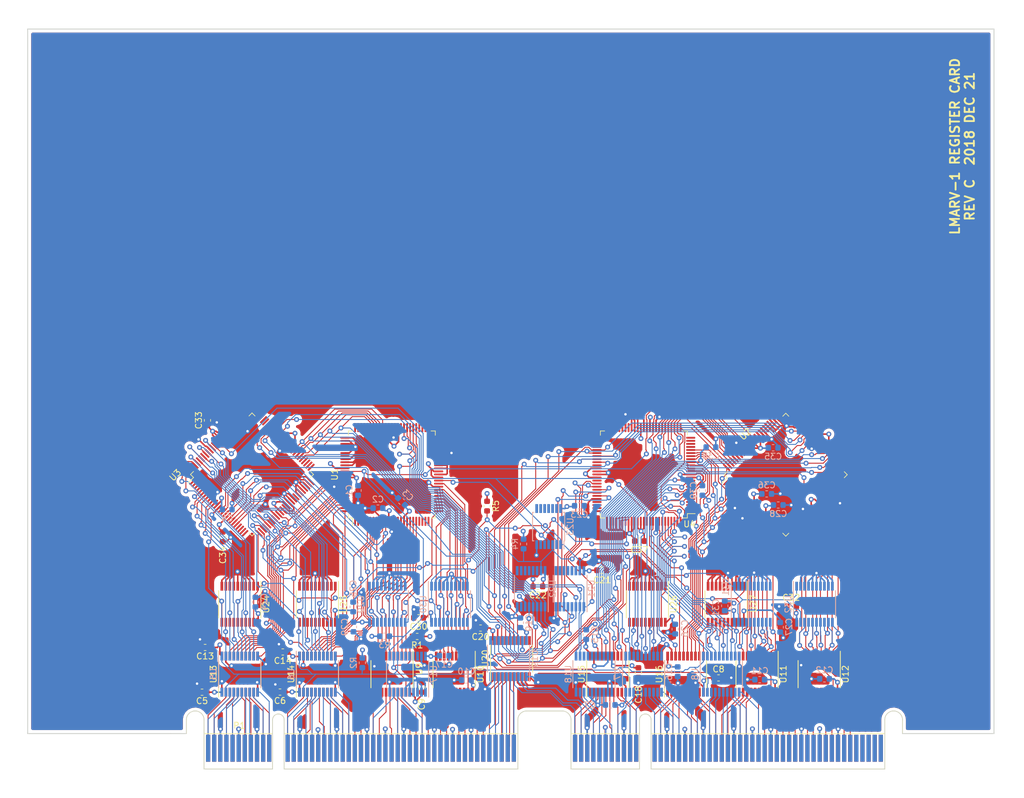
<source format=kicad_pcb>
(kicad_pcb (version 20171130) (host pcbnew "(5.0.1)-4")
  (layers (0 F.Cu signal) (1 In1.Cu power) (2 In2.Cu power) (31 B.Cu signal) (34 B.Paste user) (35 F.Paste user) (36 B.SilkS user) (37 F.SilkS user) (38 B.Mask user) (39 F.Mask user) (44 Edge.Cuts user))
  (net 0 "")
  (net 1 VCC)
  (net 2 "Net-(P1-Pad121)")
  (net 3 "Net-(P1-Pad122)")
  (net 4 "Net-(P1-Pad125)")
  (net 5 "Net-(P1-Pad127)")
  (net 6 "Net-(P1-Pad130)")
  (net 7 "Net-(P1-Pad131)")
  (net 8 "Net-(P1-Pad141)")
  (net 9 "Net-(P1-Pad142)")
  (net 10 "Net-(P1-Pad94)")
  (net 11 "Net-(P1-Pad95)")
  (net 12 "Net-(P1-Pad96)")
  (net 13 "Net-(P1-Pad97)")
  (net 14 "Net-(P1-Pad98)")
  (net 15 "Net-(P1-Pad177)")
  (net 16 "Net-(P1-Pad179)")
  (net 17 "Net-(P1-Pad180)")
  (net 18 "Net-(P1-Pad181)")
  (net 19 "Net-(P1-Pad182)")
  (net 20 "Net-(P1-Pad184)")
  (net 21 "Net-(P1-Pad185)")
  (net 22 /rd[31])
  (net 23 /rd[30])
  (net 24 /rd[29])
  (net 25 /rd[28])
  (net 26 /rd[27])
  (net 27 /rd[26])
  (net 28 /rd[25])
  (net 29 /rd[24])
  (net 30 /rs1[31])
  (net 31 /rs1[30])
  (net 32 /rs1[29])
  (net 33 /rs1[28])
  (net 34 /rs1[27])
  (net 35 /rs1[26])
  (net 36 /rs1[25])
  (net 37 /rs1[24])
  (net 38 /rd[23])
  (net 39 /rd[22])
  (net 40 /rd[21])
  (net 41 /rd[20])
  (net 42 /rd[19])
  (net 43 /rd[18])
  (net 44 /rd[17])
  (net 45 /rd[16])
  (net 46 /rs2[31])
  (net 47 /rs2[30])
  (net 48 /rs2[29])
  (net 49 /rs2[28])
  (net 50 /rs2[27])
  (net 51 /rs2[26])
  (net 52 /rs2[25])
  (net 53 /rs2[24])
  (net 54 /rs2[23])
  (net 55 /rs2[22])
  (net 56 /rs2[21])
  (net 57 /rs2[20])
  (net 58 /rs2[19])
  (net 59 /rs2[18])
  (net 60 /rs2[17])
  (net 61 /rs2[16])
  (net 62 /rs1[23])
  (net 63 /rs1[22])
  (net 64 /rs1[21])
  (net 65 /rs1[20])
  (net 66 /rs1[19])
  (net 67 /rs1[18])
  (net 68 /rs1[17])
  (net 69 /rs1[16])
  (net 70 /rd[15])
  (net 71 /rd[7])
  (net 72 /rs1[12])
  (net 73 /rd[14])
  (net 74 /rd[13])
  (net 75 /rd[12])
  (net 76 /rd[11])
  (net 77 /rd[10])
  (net 78 /rd[9])
  (net 79 /rd[8])
  (net 80 /rd[6])
  (net 81 /rd[5])
  (net 82 /rd[4])
  (net 83 /rd[3])
  (net 84 /rd[2])
  (net 85 /rd[1])
  (net 86 /rd[0])
  (net 87 /rs2[15])
  (net 88 /rs2[14])
  (net 89 /rs2[13])
  (net 90 /rs2[12])
  (net 91 /rs2[11])
  (net 92 /rs2[10])
  (net 93 /rs2[9])
  (net 94 /rs2[8])
  (net 95 /rs2[7])
  (net 96 /rs2[6])
  (net 97 /rs2[5])
  (net 98 /rs2[4])
  (net 99 /rs2[3])
  (net 100 /rs2[2])
  (net 101 /rs2[1])
  (net 102 /rs2[0])
  (net 103 /rs1[15])
  (net 104 /rs1[14])
  (net 105 /rs1[13])
  (net 106 /rs1[11])
  (net 107 /rs1[10])
  (net 108 /rs1[9])
  (net 109 /rs1[8])
  (net 110 /rs1[7])
  (net 111 /rs1[6])
  (net 112 /rs1[5])
  (net 113 /rs1[4])
  (net 114 /rs1[3])
  (net 115 /rs1[2])
  (net 116 /rs1[1])
  (net 117 /rs1[0])
  (net 118 "Net-(P1-Pad133)")
  (net 119 "Net-(P1-Pad135)")
  (net 120 "Net-(P1-Pad136)")
  (net 121 "Net-(P1-Pad138)")
  (net 122 "Net-(P1-Pad139)")
  (net 123 GND)
  (net 124 /rda[0])
  (net 125 /rda[1])
  (net 126 /rda[2])
  (net 127 /rda[3])
  (net 128 /rda[4])
  (net 129 /~rd_wr)
  (net 130 /~rs2_rd)
  (net 131 /~rs1_rd)
  (net 132 /rs2a[4])
  (net 133 /rs2a[3])
  (net 134 /rs2a[2])
  (net 135 /rs2a[1])
  (net 136 /rs2a[0])
  (net 137 /rs1a[4])
  (net 138 /rs1a[3])
  (net 139 /rs1a[2])
  (net 140 /rs1a[1])
  (net 141 /rs1a[0])
  (net 142 "Net-(P1-Pad187)")
  (net 143 "Net-(P1-Pad188)")
  (net 144 "Net-(P1-Pad190)")
  (net 145 "Net-(P1-Pad191)")
  (net 146 "Net-(P1-Pad192)")
  (net 147 "Net-(P1-Pad193)")
  (net 148 "Net-(P1-Pad194)")
  (net 149 "Net-(P1-Pad195)")
  (net 150 "Net-(P1-Pad196)")
  (net 151 /~rs2_rd~')
  (net 152 /~rs1_rd~')
  (net 153 /~rd_wr~')
  (net 154 /~rs2_zero)
  (net 155 /~rs1_zero)
  (net 156 /rs1[31]')
  (net 157 /rs1[30]')
  (net 158 /rs1[29]')
  (net 159 /rs1[28]')
  (net 160 /rs1[27]')
  (net 161 /rs1[26]')
  (net 162 /rs1[25]')
  (net 163 /rs1[24]')
  (net 164 /rs1[16]')
  (net 165 /rs1[17]')
  (net 166 /rs1[18]')
  (net 167 /rs1[19]')
  (net 168 /rs1[20]')
  (net 169 /rs1[21]')
  (net 170 /rs1[22]')
  (net 171 /rs1[23]')
  (net 172 /rs1[15]')
  (net 173 /rs1[14]')
  (net 174 /rs1[13]')
  (net 175 /rs1[12]')
  (net 176 /rs1[11]')
  (net 177 /rs1[10]')
  (net 178 /rs1[9]')
  (net 179 /rs1[8]')
  (net 180 /rs1[0]')
  (net 181 /rs1[1]')
  (net 182 /rs1[2]')
  (net 183 /rs1[3]')
  (net 184 /rs1[4]')
  (net 185 /rs1[5]')
  (net 186 /rs1[6]')
  (net 187 /rs1[7]')
  (net 188 /rs2[24]')
  (net 189 /rs2[25]')
  (net 190 /rs2[26]')
  (net 191 /rs2[27]')
  (net 192 /rs2[28]')
  (net 193 /rs2[29]')
  (net 194 /rs2[30]')
  (net 195 /rs2[31]')
  (net 196 /rs2[23]')
  (net 197 /rs2[22]')
  (net 198 /rs2[21]')
  (net 199 /rs2[20]')
  (net 200 /rs2[19]')
  (net 201 /rs2[18]')
  (net 202 /rs2[17]')
  (net 203 /rs2[16]')
  (net 204 /rs2[8]')
  (net 205 /rs2[9]')
  (net 206 /rs2[10]')
  (net 207 /rs2[11]')
  (net 208 /rs2[12]')
  (net 209 /rs2[13]')
  (net 210 /rs2[14]')
  (net 211 /rs2[15]')
  (net 212 /rs2[7]')
  (net 213 /rs2[6]')
  (net 214 /rs2[5]')
  (net 215 /rs2[4]')
  (net 216 /rs2[3]')
  (net 217 /rs2[2]')
  (net 218 /rs2[1]')
  (net 219 /rs2[0]')
  (net 220 /rd[31]')
  (net 221 /rd[30]')
  (net 222 /rd[29]')
  (net 223 /rd[28]')
  (net 224 /rd[27]')
  (net 225 /rd[26]')
  (net 226 /rd[25]')
  (net 227 /rd[24]')
  (net 228 /rd[16]')
  (net 229 /rd[17]')
  (net 230 /rd[18]')
  (net 231 /rd[19]')
  (net 232 /rd[20]')
  (net 233 /rd[21]')
  (net 234 /rd[22]')
  (net 235 /rd[23]')
  (net 236 /rd[15]')
  (net 237 /rd[14]')
  (net 238 /rd[13]')
  (net 239 /rd[12]')
  (net 240 /rd[11]')
  (net 241 /rd[10]')
  (net 242 /rd[9]')
  (net 243 /rd[8]')
  (net 244 /rd[0]')
  (net 245 /rd[1]')
  (net 246 /rd[2]')
  (net 247 /rd[3]')
  (net 248 /rd[4]')
  (net 249 /rd[5]')
  (net 250 /rd[6]')
  (net 251 /rd[7]')
  (net 252 /Buffer_ctrl/s[31]')
  (net 253 /Buffer_ctrl/s[30]')
  (net 254 /Buffer_ctrl/s[29]')
  (net 255 /Buffer_ctrl/s[28]')
  (net 256 /Buffer_ctrl/s[27]')
  (net 257 /rs1a[1]')
  (net 258 /rs1a[0]')
  (net 259 /Buffer_ctrl/s[18]')
  (net 260 /Buffer_ctrl/s[19]')
  (net 261 /Buffer_ctrl/s[20]')
  (net 262 /Buffer_ctrl/s[21]')
  (net 263 /Buffer_ctrl/s[22]')
  (net 264 /Buffer_ctrl/s[23]')
  (net 265 /rs1a[2]')
  (net 266 /rs1a[3]')
  (net 267 /rs1a[4]')
  (net 268 /rs2a[0]')
  (net 269 /rs2a[1]')
  (net 270 /rs2a[2]')
  (net 271 /rs2a[3]')
  (net 272 /rs2a[4]')
  (net 273 /Buffer_ctrl/s[0]')
  (net 274 /Buffer_ctrl/s[1]')
  (net 275 /Buffer_ctrl/s[2]')
  (net 276 /rda[4]')
  (net 277 /rda[3]')
  (net 278 /rda[2]')
  (net 279 /rda[1]')
  (net 280 /rda[0]')
  (net 281 "Net-(U21-Pad7)")
  (net 282 "Net-(U21-Pad9)")
  (net 283 "Net-(U21-Pad10)")
  (net 284 "Net-(U21-Pad11)")
  (net 285 "Net-(U21-Pad12)")
  (net 286 "Net-(U21-Pad13)")
  (net 287 "Net-(U21-Pad14)")
  (net 288 "Net-(U22-Pad14)")
  (net 289 "Net-(U22-Pad13)")
  (net 290 "Net-(U22-Pad12)")
  (net 291 "Net-(U22-Pad11)")
  (net 292 "Net-(U22-Pad10)")
  (net 293 "Net-(U22-Pad9)")
  (net 294 "Net-(U22-Pad7)")
  (net 295 /rs1_zero)
  (net 296 /rs2_zero)
  (net 297 "Net-(U1-Pad65)")
  (net 298 "Net-(U1-Pad60)")
  (net 299 "Net-(U2-Pad60)")
  (net 300 "Net-(U2-Pad65)")
  (net 301 "Net-(U3-Pad60)")
  (net 302 "Net-(U3-Pad65)")
  (net 303 "Net-(U4-Pad65)")
  (net 304 "Net-(U4-Pad60)")
  (module Package_QFP:TQFP-100_14x14mm_P0.5mm (layer F.Cu) (at 123.54 102.8275 90)
    (fp_text reference U1 (at 0 -9.35 90) (layer F.SilkS))
    (fp_text value IDT70V24_TQ100)
    (pad 100 smd roundrect (at -6 -7.6625 90) (size 0.3 1.475) (layers F.Cu F.Paste F.Mask) (net 234 /rd[22]'))
    (pad 99 smd roundrect (at -5.5 -7.6625 90) (size 0.3 1.475) (layers F.Cu F.Paste F.Mask) (net 235 /rd[23]'))
    (pad 98 smd roundrect (at -5 -7.6625 90) (size 0.3 1.475) (layers F.Cu F.Paste F.Mask) (net 227 /rd[24]'))
    (pad 97 smd roundrect (at -4.5 -7.6625 90) (size 0.3 1.475) (layers F.Cu F.Paste F.Mask) (net 226 /rd[25]'))
    (pad 96 smd roundrect (at -4 -7.6625 90) (size 0.3 1.475) (layers F.Cu F.Paste F.Mask) (net 225 /rd[26]'))
    (pad 95 smd roundrect (at -3.5 -7.6625 90) (size 0.3 1.475) (layers F.Cu F.Paste F.Mask) (net 224 /rd[27]'))
    (pad 94 smd roundrect (at -3 -7.6625 90) (size 0.3 1.475) (layers F.Cu F.Paste F.Mask) (net 223 /rd[28]'))
    (pad 93 smd roundrect (at -2.5 -7.6625 90) (size 0.3 1.475) (layers F.Cu F.Paste F.Mask) (net 222 /rd[29]'))
    (pad 92 smd roundrect (at -2 -7.6625 90) (size 0.3 1.475) (layers F.Cu F.Paste F.Mask) (net 123 GND))
    (pad 91 smd roundrect (at -1.5 -7.6625 90) (size 0.3 1.475) (layers F.Cu F.Paste F.Mask) (net 221 /rd[30]'))
    (pad 90 smd roundrect (at -1 -7.6625 90) (size 0.3 1.475) (layers F.Cu F.Paste F.Mask) (net 220 /rd[31]'))
    (pad 89 smd roundrect (at -0.5 -7.6625 90) (size 0.3 1.475) (layers F.Cu F.Paste F.Mask) (net 1 VCC))
    (pad 88 smd roundrect (at 0 -7.6625 90) (size 0.3 1.475) (layers F.Cu F.Paste F.Mask) (net 1 VCC))
    (pad 87 smd roundrect (at 0.5 -7.6625 90) (size 0.3 1.475) (layers F.Cu F.Paste F.Mask) (net 153 /~rd_wr~'))
    (pad 86 smd roundrect (at 1 -7.6625 90) (size 0.3 1.475) (layers F.Cu F.Paste F.Mask) (net 1 VCC))
    (pad 85 smd roundrect (at 1.5 -7.6625 90) (size 0.3 1.475) (layers F.Cu F.Paste F.Mask) (net 123 GND))
    (pad 84 smd roundrect (at 2 -7.6625 90) (size 0.3 1.475) (layers F.Cu F.Paste F.Mask) (net 123 GND))
    (pad 83 smd roundrect (at 2.5 -7.6625 90) (size 0.3 1.475) (layers F.Cu F.Paste F.Mask) (net 123 GND))
    (pad 82 smd roundrect (at 3 -7.6625 90) (size 0.3 1.475) (layers F.Cu F.Paste F.Mask))
    (pad 81 smd roundrect (at 3.5 -7.6625 90) (size 0.3 1.475) (layers F.Cu F.Paste F.Mask) (net 123 GND))
    (pad 80 smd roundrect (at 4 -7.6625 90) (size 0.3 1.475) (layers F.Cu F.Paste F.Mask) (net 123 GND))
    (pad 79 smd roundrect (at 4.5 -7.6625 90) (size 0.3 1.475) (layers F.Cu F.Paste F.Mask) (net 123 GND))
    (pad 78 smd roundrect (at 5 -7.6625 90) (size 0.3 1.475) (layers F.Cu F.Paste F.Mask) (net 123 GND))
    (pad 77 smd roundrect (at 5.5 -7.6625 90) (size 0.3 1.475) (layers F.Cu F.Paste F.Mask) (net 123 GND))
    (pad 76 smd roundrect (at 6 -7.6625 90) (size 0.3 1.475) (layers F.Cu F.Paste F.Mask) (net 123 GND))
    (pad 75 smd roundrect (at 7.6625 -6 90) (size 1.475 0.3) (layers F.Cu F.Paste F.Mask))
    (pad 74 smd roundrect (at 7.6625 -5.5 90) (size 1.475 0.3) (layers F.Cu F.Paste F.Mask))
    (pad 73 smd roundrect (at 7.6625 -5 90) (size 1.475 0.3) (layers F.Cu F.Paste F.Mask))
    (pad 72 smd roundrect (at 7.6625 -4.5 90) (size 1.475 0.3) (layers F.Cu F.Paste F.Mask))
    (pad 71 smd roundrect (at 7.6625 -4 90) (size 1.475 0.3) (layers F.Cu F.Paste F.Mask) (net 123 GND))
    (pad 70 smd roundrect (at 7.6625 -3.5 90) (size 1.475 0.3) (layers F.Cu F.Paste F.Mask) (net 276 /rda[4]'))
    (pad 69 smd roundrect (at 7.6625 -3 90) (size 1.475 0.3) (layers F.Cu F.Paste F.Mask) (net 277 /rda[3]'))
    (pad 68 smd roundrect (at 7.6625 -2.5 90) (size 1.475 0.3) (layers F.Cu F.Paste F.Mask) (net 278 /rda[2]'))
    (pad 67 smd roundrect (at 7.6625 -2 90) (size 1.475 0.3) (layers F.Cu F.Paste F.Mask) (net 279 /rda[1]'))
    (pad 66 smd roundrect (at 7.6625 -1.5 90) (size 1.475 0.3) (layers F.Cu F.Paste F.Mask) (net 280 /rda[0]'))
    (pad 65 smd roundrect (at 7.6625 -1 90) (size 1.475 0.3) (layers F.Cu F.Paste F.Mask) (net 297 "Net-(U1-Pad65)"))
    (pad 64 smd roundrect (at 7.6625 -0.5 90) (size 1.475 0.3) (layers F.Cu F.Paste F.Mask) (net 1 VCC))
    (pad 63 smd roundrect (at 7.6625 0 90) (size 1.475 0.3) (layers F.Cu F.Paste F.Mask) (net 123 GND))
    (pad 62 smd roundrect (at 7.6625 0.5 90) (size 1.475 0.3) (layers F.Cu F.Paste F.Mask) (net 123 GND))
    (pad 61 smd roundrect (at 7.6625 1 90) (size 1.475 0.3) (layers F.Cu F.Paste F.Mask) (net 1 VCC))
    (pad 60 smd roundrect (at 7.6625 1.5 90) (size 1.475 0.3) (layers F.Cu F.Paste F.Mask) (net 298 "Net-(U1-Pad60)"))
    (pad 59 smd roundrect (at 7.6625 2 90) (size 1.475 0.3) (layers F.Cu F.Paste F.Mask) (net 268 /rs2a[0]'))
    (pad 58 smd roundrect (at 7.6625 2.5 90) (size 1.475 0.3) (layers F.Cu F.Paste F.Mask) (net 269 /rs2a[1]'))
    (pad 57 smd roundrect (at 7.6625 3 90) (size 1.475 0.3) (layers F.Cu F.Paste F.Mask) (net 270 /rs2a[2]'))
    (pad 56 smd roundrect (at 7.6625 3.5 90) (size 1.475 0.3) (layers F.Cu F.Paste F.Mask) (net 271 /rs2a[3]'))
    (pad 55 smd roundrect (at 7.6625 4 90) (size 1.475 0.3) (layers F.Cu F.Paste F.Mask) (net 272 /rs2a[4]'))
    (pad 54 smd roundrect (at 7.6625 4.5 90) (size 1.475 0.3) (layers F.Cu F.Paste F.Mask))
    (pad 53 smd roundrect (at 7.6625 5 90) (size 1.475 0.3) (layers F.Cu F.Paste F.Mask))
    (pad 52 smd roundrect (at 7.6625 5.5 90) (size 1.475 0.3) (layers F.Cu F.Paste F.Mask))
    (pad 51 smd roundrect (at 7.6625 6 90) (size 1.475 0.3) (layers F.Cu F.Paste F.Mask))
    (pad 50 smd roundrect (at 6 7.6625 90) (size 0.3 1.475) (layers F.Cu F.Paste F.Mask) (net 123 GND))
    (pad 49 smd roundrect (at 5.5 7.6625 90) (size 0.3 1.475) (layers F.Cu F.Paste F.Mask) (net 123 GND))
    (pad 48 smd roundrect (at 5 7.6625 90) (size 0.3 1.475) (layers F.Cu F.Paste F.Mask) (net 123 GND))
    (pad 47 smd roundrect (at 4.5 7.6625 90) (size 0.3 1.475) (layers F.Cu F.Paste F.Mask) (net 123 GND))
    (pad 46 smd roundrect (at 4 7.6625 90) (size 0.3 1.475) (layers F.Cu F.Paste F.Mask) (net 123 GND))
    (pad 45 smd roundrect (at 3.5 7.6625 90) (size 0.3 1.475) (layers F.Cu F.Paste F.Mask) (net 123 GND))
    (pad 44 smd roundrect (at 3 7.6625 90) (size 0.3 1.475) (layers F.Cu F.Paste F.Mask) (net 123 GND))
    (pad 43 smd roundrect (at 2.5 7.6625 90) (size 0.3 1.475) (layers F.Cu F.Paste F.Mask))
    (pad 42 smd roundrect (at 2 7.6625 90) (size 0.3 1.475) (layers F.Cu F.Paste F.Mask) (net 123 GND))
    (pad 41 smd roundrect (at 1.5 7.6625 90) (size 0.3 1.475) (layers F.Cu F.Paste F.Mask) (net 123 GND))
    (pad 40 smd roundrect (at 1 7.6625 90) (size 0.3 1.475) (layers F.Cu F.Paste F.Mask) (net 123 GND))
    (pad 39 smd roundrect (at 0.5 7.6625 90) (size 0.3 1.475) (layers F.Cu F.Paste F.Mask) (net 1 VCC))
    (pad 38 smd roundrect (at 0 7.6625 90) (size 0.3 1.475) (layers F.Cu F.Paste F.Mask) (net 123 GND))
    (pad 37 smd roundrect (at -0.5 7.6625 90) (size 0.3 1.475) (layers F.Cu F.Paste F.Mask) (net 1 VCC))
    (pad 36 smd roundrect (at -1 7.6625 90) (size 0.3 1.475) (layers F.Cu F.Paste F.Mask) (net 296 /rs2_zero))
    (pad 35 smd roundrect (at -1.5 7.6625 90) (size 0.3 1.475) (layers F.Cu F.Paste F.Mask) (net 203 /rs2[16]'))
    (pad 34 smd roundrect (at -2 7.6625 90) (size 0.3 1.475) (layers F.Cu F.Paste F.Mask) (net 123 GND))
    (pad 33 smd roundrect (at -2.5 7.6625 90) (size 0.3 1.475) (layers F.Cu F.Paste F.Mask) (net 202 /rs2[17]'))
    (pad 32 smd roundrect (at -3 7.6625 90) (size 0.3 1.475) (layers F.Cu F.Paste F.Mask) (net 201 /rs2[18]'))
    (pad 31 smd roundrect (at -3.5 7.6625 90) (size 0.3 1.475) (layers F.Cu F.Paste F.Mask) (net 200 /rs2[19]'))
    (pad 30 smd roundrect (at -4 7.6625 90) (size 0.3 1.475) (layers F.Cu F.Paste F.Mask) (net 199 /rs2[20]'))
    (pad 29 smd roundrect (at -4.5 7.6625 90) (size 0.3 1.475) (layers F.Cu F.Paste F.Mask) (net 198 /rs2[21]'))
    (pad 28 smd roundrect (at -5 7.6625 90) (size 0.3 1.475) (layers F.Cu F.Paste F.Mask) (net 197 /rs2[22]'))
    (pad 27 smd roundrect (at -5.5 7.6625 90) (size 0.3 1.475) (layers F.Cu F.Paste F.Mask) (net 196 /rs2[23]'))
    (pad 26 smd roundrect (at -6 7.6625 90) (size 0.3 1.475) (layers F.Cu F.Paste F.Mask) (net 188 /rs2[24]'))
    (pad 25 smd roundrect (at -7.6625 6 90) (size 1.475 0.3) (layers F.Cu F.Paste F.Mask))
    (pad 24 smd roundrect (at -7.6625 5.5 90) (size 1.475 0.3) (layers F.Cu F.Paste F.Mask))
    (pad 23 smd roundrect (at -7.6625 5 90) (size 1.475 0.3) (layers F.Cu F.Paste F.Mask))
    (pad 22 smd roundrect (at -7.6625 4.5 90) (size 1.475 0.3) (layers F.Cu F.Paste F.Mask))
    (pad 21 smd roundrect (at -7.6625 4 90) (size 1.475 0.3) (layers F.Cu F.Paste F.Mask) (net 189 /rs2[25]'))
    (pad 20 smd roundrect (at -7.6625 3.5 90) (size 1.475 0.3) (layers F.Cu F.Paste F.Mask) (net 190 /rs2[26]'))
    (pad 19 smd roundrect (at -7.6625 3 90) (size 1.475 0.3) (layers F.Cu F.Paste F.Mask) (net 191 /rs2[27]'))
    (pad 18 smd roundrect (at -7.6625 2.5 90) (size 1.475 0.3) (layers F.Cu F.Paste F.Mask) (net 192 /rs2[28]'))
    (pad 17 smd roundrect (at -7.6625 2 90) (size 1.475 0.3) (layers F.Cu F.Paste F.Mask) (net 1 VCC))
    (pad 16 smd roundrect (at -7.6625 1.5 90) (size 1.475 0.3) (layers F.Cu F.Paste F.Mask) (net 193 /rs2[29]'))
    (pad 15 smd roundrect (at -7.6625 1 90) (size 1.475 0.3) (layers F.Cu F.Paste F.Mask) (net 194 /rs2[30]'))
    (pad 14 smd roundrect (at -7.6625 0.5 90) (size 1.475 0.3) (layers F.Cu F.Paste F.Mask) (net 195 /rs2[31]'))
    (pad 13 smd roundrect (at -7.6625 0 90) (size 1.475 0.3) (layers F.Cu F.Paste F.Mask) (net 123 GND))
    (pad 12 smd roundrect (at -7.6625 -0.5 90) (size 1.475 0.3) (layers F.Cu F.Paste F.Mask) (net 1 VCC))
    (pad 11 smd roundrect (at -7.6625 -1 90) (size 1.475 0.3) (layers F.Cu F.Paste F.Mask) (net 228 /rd[16]'))
    (pad 10 smd roundrect (at -7.6625 -1.5 90) (size 1.475 0.3) (layers F.Cu F.Paste F.Mask) (net 229 /rd[17]'))
    (pad 9 smd roundrect (at -7.6625 -2 90) (size 1.475 0.3) (layers F.Cu F.Paste F.Mask) (net 123 GND))
    (pad 8 smd roundrect (at -7.6625 -2.5 90) (size 1.475 0.3) (layers F.Cu F.Paste F.Mask) (net 230 /rd[18]'))
    (pad 7 smd roundrect (at -7.6625 -3 90) (size 1.475 0.3) (layers F.Cu F.Paste F.Mask) (net 231 /rd[19]'))
    (pad 6 smd roundrect (at -7.6625 -3.5 90) (size 1.475 0.3) (layers F.Cu F.Paste F.Mask) (net 232 /rd[20]'))
    (pad 5 smd roundrect (at -7.6625 -4 90) (size 1.475 0.3) (layers F.Cu F.Paste F.Mask) (net 233 /rd[21]'))
    (pad 4 smd roundrect (at -7.6625 -4.5 90) (size 1.475 0.3) (layers F.Cu F.Paste F.Mask))
    (pad 3 smd roundrect (at -7.6625 -5 90) (size 1.475 0.3) (layers F.Cu F.Paste F.Mask))
    (pad 2 smd roundrect (at -7.6625 -5.5 90) (size 1.475 0.3) (layers F.Cu F.Paste F.Mask))
    (pad 1 smd roundrect (at -7.6625 -6 90) (size 1.475 0.3) (layers F.Cu F.Paste F.Mask))
  )
  (module Package_QFP:TQFP-100_14x14mm_P0.5mm (layer F.Cu) (at 100.68 102.8275 45)
    (fp_text reference U3 (at -8.952467 -8.7846 45) (layer F.SilkS))
    (fp_text value IDT70V24_TQ100)
    (pad 1 smd roundrect (at -7.6625 -6 45) (size 1.475 0.3) (layers F.Cu F.Paste F.Mask))
    (pad 2 smd roundrect (at -7.6625 -5.5 45) (size 1.475 0.3) (layers F.Cu F.Paste F.Mask))
    (pad 3 smd roundrect (at -7.6625 -5 45) (size 1.475 0.3) (layers F.Cu F.Paste F.Mask))
    (pad 4 smd roundrect (at -7.6625 -4.5 45) (size 1.475 0.3) (layers F.Cu F.Paste F.Mask))
    (pad 5 smd roundrect (at -7.6625 -4 45) (size 1.475 0.3) (layers F.Cu F.Paste F.Mask) (net 161 /rs1[26]'))
    (pad 6 smd roundrect (at -7.6625 -3.5 45) (size 1.475 0.3) (layers F.Cu F.Paste F.Mask) (net 160 /rs1[27]'))
    (pad 7 smd roundrect (at -7.6625 -3 45) (size 1.475 0.3) (layers F.Cu F.Paste F.Mask) (net 159 /rs1[28]'))
    (pad 8 smd roundrect (at -7.6625 -2.5 45) (size 1.475 0.3) (layers F.Cu F.Paste F.Mask) (net 158 /rs1[29]'))
    (pad 9 smd roundrect (at -7.6625 -2 45) (size 1.475 0.3) (layers F.Cu F.Paste F.Mask) (net 123 GND))
    (pad 10 smd roundrect (at -7.6625 -1.5 45) (size 1.475 0.3) (layers F.Cu F.Paste F.Mask) (net 157 /rs1[30]'))
    (pad 11 smd roundrect (at -7.6625 -1 45) (size 1.475 0.3) (layers F.Cu F.Paste F.Mask) (net 156 /rs1[31]'))
    (pad 12 smd roundrect (at -7.6625 -0.5 45) (size 1.475 0.3) (layers F.Cu F.Paste F.Mask) (net 1 VCC))
    (pad 13 smd roundrect (at -7.6625 0 45) (size 1.475 0.3) (layers F.Cu F.Paste F.Mask) (net 123 GND))
    (pad 14 smd roundrect (at -7.6625 0.5 45) (size 1.475 0.3) (layers F.Cu F.Paste F.Mask) (net 228 /rd[16]'))
    (pad 15 smd roundrect (at -7.6625 1 45) (size 1.475 0.3) (layers F.Cu F.Paste F.Mask) (net 229 /rd[17]'))
    (pad 16 smd roundrect (at -7.6625 1.5 45) (size 1.475 0.3) (layers F.Cu F.Paste F.Mask) (net 230 /rd[18]'))
    (pad 17 smd roundrect (at -7.6625 2 45) (size 1.475 0.3) (layers F.Cu F.Paste F.Mask) (net 1 VCC))
    (pad 18 smd roundrect (at -7.6625 2.5 45) (size 1.475 0.3) (layers F.Cu F.Paste F.Mask) (net 231 /rd[19]'))
    (pad 19 smd roundrect (at -7.6625 3 45) (size 1.475 0.3) (layers F.Cu F.Paste F.Mask) (net 232 /rd[20]'))
    (pad 20 smd roundrect (at -7.6625 3.5 45) (size 1.475 0.3) (layers F.Cu F.Paste F.Mask) (net 233 /rd[21]'))
    (pad 21 smd roundrect (at -7.6625 4 45) (size 1.475 0.3) (layers F.Cu F.Paste F.Mask) (net 234 /rd[22]'))
    (pad 22 smd roundrect (at -7.6625 4.5 45) (size 1.475 0.3) (layers F.Cu F.Paste F.Mask))
    (pad 23 smd roundrect (at -7.6625 5 45) (size 1.475 0.3) (layers F.Cu F.Paste F.Mask))
    (pad 24 smd roundrect (at -7.6625 5.5 45) (size 1.475 0.3) (layers F.Cu F.Paste F.Mask))
    (pad 25 smd roundrect (at -7.6625 6 45) (size 1.475 0.3) (layers F.Cu F.Paste F.Mask))
    (pad 26 smd roundrect (at -6 7.6625 45) (size 0.3 1.475) (layers F.Cu F.Paste F.Mask) (net 235 /rd[23]'))
    (pad 27 smd roundrect (at -5.5 7.6625 45) (size 0.3 1.475) (layers F.Cu F.Paste F.Mask) (net 227 /rd[24]'))
    (pad 28 smd roundrect (at -5 7.6625 45) (size 0.3 1.475) (layers F.Cu F.Paste F.Mask) (net 226 /rd[25]'))
    (pad 29 smd roundrect (at -4.5 7.6625 45) (size 0.3 1.475) (layers F.Cu F.Paste F.Mask) (net 225 /rd[26]'))
    (pad 30 smd roundrect (at -4 7.6625 45) (size 0.3 1.475) (layers F.Cu F.Paste F.Mask) (net 224 /rd[27]'))
    (pad 31 smd roundrect (at -3.5 7.6625 45) (size 0.3 1.475) (layers F.Cu F.Paste F.Mask) (net 223 /rd[28]'))
    (pad 32 smd roundrect (at -3 7.6625 45) (size 0.3 1.475) (layers F.Cu F.Paste F.Mask) (net 222 /rd[29]'))
    (pad 33 smd roundrect (at -2.5 7.6625 45) (size 0.3 1.475) (layers F.Cu F.Paste F.Mask) (net 221 /rd[30]'))
    (pad 34 smd roundrect (at -2 7.6625 45) (size 0.3 1.475) (layers F.Cu F.Paste F.Mask) (net 123 GND))
    (pad 35 smd roundrect (at -1.5 7.6625 45) (size 0.3 1.475) (layers F.Cu F.Paste F.Mask) (net 220 /rd[31]'))
    (pad 36 smd roundrect (at -1 7.6625 45) (size 0.3 1.475) (layers F.Cu F.Paste F.Mask) (net 1 VCC))
    (pad 37 smd roundrect (at -0.5 7.6625 45) (size 0.3 1.475) (layers F.Cu F.Paste F.Mask) (net 153 /~rd_wr~'))
    (pad 38 smd roundrect (at 0 7.6625 45) (size 0.3 1.475) (layers F.Cu F.Paste F.Mask) (net 123 GND))
    (pad 39 smd roundrect (at 0.5 7.6625 45) (size 0.3 1.475) (layers F.Cu F.Paste F.Mask) (net 1 VCC))
    (pad 40 smd roundrect (at 1 7.6625 45) (size 0.3 1.475) (layers F.Cu F.Paste F.Mask) (net 123 GND))
    (pad 41 smd roundrect (at 1.5 7.6625 45) (size 0.3 1.475) (layers F.Cu F.Paste F.Mask) (net 123 GND))
    (pad 42 smd roundrect (at 2 7.6625 45) (size 0.3 1.475) (layers F.Cu F.Paste F.Mask) (net 123 GND))
    (pad 43 smd roundrect (at 2.5 7.6625 45) (size 0.3 1.475) (layers F.Cu F.Paste F.Mask))
    (pad 44 smd roundrect (at 3 7.6625 45) (size 0.3 1.475) (layers F.Cu F.Paste F.Mask) (net 123 GND))
    (pad 45 smd roundrect (at 3.5 7.6625 45) (size 0.3 1.475) (layers F.Cu F.Paste F.Mask) (net 123 GND))
    (pad 46 smd roundrect (at 4 7.6625 45) (size 0.3 1.475) (layers F.Cu F.Paste F.Mask) (net 123 GND))
    (pad 47 smd roundrect (at 4.5 7.6625 45) (size 0.3 1.475) (layers F.Cu F.Paste F.Mask) (net 123 GND))
    (pad 48 smd roundrect (at 5 7.6625 45) (size 0.3 1.475) (layers F.Cu F.Paste F.Mask) (net 123 GND))
    (pad 49 smd roundrect (at 5.5 7.6625 45) (size 0.3 1.475) (layers F.Cu F.Paste F.Mask) (net 123 GND))
    (pad 50 smd roundrect (at 6 7.6625 45) (size 0.3 1.475) (layers F.Cu F.Paste F.Mask) (net 123 GND))
    (pad 51 smd roundrect (at 7.6625 6 45) (size 1.475 0.3) (layers F.Cu F.Paste F.Mask))
    (pad 52 smd roundrect (at 7.6625 5.5 45) (size 1.475 0.3) (layers F.Cu F.Paste F.Mask))
    (pad 53 smd roundrect (at 7.6625 5 45) (size 1.475 0.3) (layers F.Cu F.Paste F.Mask))
    (pad 54 smd roundrect (at 7.6625 4.5 45) (size 1.475 0.3) (layers F.Cu F.Paste F.Mask))
    (pad 55 smd roundrect (at 7.6625 4 45) (size 1.475 0.3) (layers F.Cu F.Paste F.Mask) (net 276 /rda[4]'))
    (pad 56 smd roundrect (at 7.6625 3.5 45) (size 1.475 0.3) (layers F.Cu F.Paste F.Mask) (net 277 /rda[3]'))
    (pad 57 smd roundrect (at 7.6625 3 45) (size 1.475 0.3) (layers F.Cu F.Paste F.Mask) (net 278 /rda[2]'))
    (pad 58 smd roundrect (at 7.6625 2.5 45) (size 1.475 0.3) (layers F.Cu F.Paste F.Mask) (net 279 /rda[1]'))
    (pad 59 smd roundrect (at 7.6625 2 45) (size 1.475 0.3) (layers F.Cu F.Paste F.Mask) (net 280 /rda[0]'))
    (pad 60 smd roundrect (at 7.6625 1.5 45) (size 1.475 0.3) (layers F.Cu F.Paste F.Mask) (net 301 "Net-(U3-Pad60)"))
    (pad 61 smd roundrect (at 7.6625 1 45) (size 1.475 0.3) (layers F.Cu F.Paste F.Mask) (net 1 VCC))
    (pad 62 smd roundrect (at 7.6625 0.5 45) (size 1.475 0.3) (layers F.Cu F.Paste F.Mask) (net 123 GND))
    (pad 63 smd roundrect (at 7.6625 0 45) (size 1.475 0.3) (layers F.Cu F.Paste F.Mask) (net 123 GND))
    (pad 64 smd roundrect (at 7.6625 -0.5 45) (size 1.475 0.3) (layers F.Cu F.Paste F.Mask) (net 1 VCC))
    (pad 65 smd roundrect (at 7.6625 -1 45) (size 1.475 0.3) (layers F.Cu F.Paste F.Mask) (net 302 "Net-(U3-Pad65)"))
    (pad 66 smd roundrect (at 7.6625 -1.5 45) (size 1.475 0.3) (layers F.Cu F.Paste F.Mask) (net 258 /rs1a[0]'))
    (pad 67 smd roundrect (at 7.6625 -2 45) (size 1.475 0.3) (layers F.Cu F.Paste F.Mask) (net 257 /rs1a[1]'))
    (pad 68 smd roundrect (at 7.6625 -2.5 45) (size 1.475 0.3) (layers F.Cu F.Paste F.Mask) (net 265 /rs1a[2]'))
    (pad 69 smd roundrect (at 7.6625 -3 45) (size 1.475 0.3) (layers F.Cu F.Paste F.Mask) (net 266 /rs1a[3]'))
    (pad 70 smd roundrect (at 7.6625 -3.5 45) (size 1.475 0.3) (layers F.Cu F.Paste F.Mask) (net 267 /rs1a[4]'))
    (pad 71 smd roundrect (at 7.6625 -4 45) (size 1.475 0.3) (layers F.Cu F.Paste F.Mask) (net 123 GND))
    (pad 72 smd roundrect (at 7.6625 -4.5 45) (size 1.475 0.3) (layers F.Cu F.Paste F.Mask))
    (pad 73 smd roundrect (at 7.6625 -5 45) (size 1.475 0.3) (layers F.Cu F.Paste F.Mask))
    (pad 74 smd roundrect (at 7.6625 -5.5 45) (size 1.475 0.3) (layers F.Cu F.Paste F.Mask))
    (pad 75 smd roundrect (at 7.6625 -6 45) (size 1.475 0.3) (layers F.Cu F.Paste F.Mask))
    (pad 76 smd roundrect (at 6 -7.6625 45) (size 0.3 1.475) (layers F.Cu F.Paste F.Mask) (net 123 GND))
    (pad 77 smd roundrect (at 5.5 -7.6625 45) (size 0.3 1.475) (layers F.Cu F.Paste F.Mask) (net 123 GND))
    (pad 78 smd roundrect (at 5 -7.6625 45) (size 0.3 1.475) (layers F.Cu F.Paste F.Mask) (net 123 GND))
    (pad 79 smd roundrect (at 4.5 -7.6625 45) (size 0.3 1.475) (layers F.Cu F.Paste F.Mask) (net 123 GND))
    (pad 80 smd roundrect (at 4 -7.6625 45) (size 0.3 1.475) (layers F.Cu F.Paste F.Mask) (net 123 GND))
    (pad 81 smd roundrect (at 3.5 -7.6625 45) (size 0.3 1.475) (layers F.Cu F.Paste F.Mask) (net 123 GND))
    (pad 82 smd roundrect (at 3 -7.6625 45) (size 0.3 1.475) (layers F.Cu F.Paste F.Mask))
    (pad 83 smd roundrect (at 2.5 -7.6625 45) (size 0.3 1.475) (layers F.Cu F.Paste F.Mask) (net 123 GND))
    (pad 84 smd roundrect (at 2 -7.6625 45) (size 0.3 1.475) (layers F.Cu F.Paste F.Mask) (net 123 GND))
    (pad 85 smd roundrect (at 1.5 -7.6625 45) (size 0.3 1.475) (layers F.Cu F.Paste F.Mask) (net 123 GND))
    (pad 86 smd roundrect (at 1 -7.6625 45) (size 0.3 1.475) (layers F.Cu F.Paste F.Mask) (net 1 VCC))
    (pad 87 smd roundrect (at 0.5 -7.6625 45) (size 0.3 1.475) (layers F.Cu F.Paste F.Mask) (net 1 VCC))
    (pad 88 smd roundrect (at 0 -7.6625 45) (size 0.3 1.475) (layers F.Cu F.Paste F.Mask) (net 1 VCC))
    (pad 89 smd roundrect (at -0.5 -7.6625 45) (size 0.3 1.475) (layers F.Cu F.Paste F.Mask) (net 295 /rs1_zero))
    (pad 90 smd roundrect (at -1 -7.6625 45) (size 0.3 1.475) (layers F.Cu F.Paste F.Mask) (net 164 /rs1[16]'))
    (pad 91 smd roundrect (at -1.5 -7.6625 45) (size 0.3 1.475) (layers F.Cu F.Paste F.Mask) (net 165 /rs1[17]'))
    (pad 92 smd roundrect (at -2 -7.6625 45) (size 0.3 1.475) (layers F.Cu F.Paste F.Mask) (net 123 GND))
    (pad 93 smd roundrect (at -2.5 -7.6625 45) (size 0.3 1.475) (layers F.Cu F.Paste F.Mask) (net 166 /rs1[18]'))
    (pad 94 smd roundrect (at -3 -7.6625 45) (size 0.3 1.475) (layers F.Cu F.Paste F.Mask) (net 167 /rs1[19]'))
    (pad 95 smd roundrect (at -3.5 -7.6625 45) (size 0.3 1.475) (layers F.Cu F.Paste F.Mask) (net 168 /rs1[20]'))
    (pad 96 smd roundrect (at -4 -7.6625 45) (size 0.3 1.475) (layers F.Cu F.Paste F.Mask) (net 169 /rs1[21]'))
    (pad 97 smd roundrect (at -4.5 -7.6625 45) (size 0.3 1.475) (layers F.Cu F.Paste F.Mask) (net 170 /rs1[22]'))
    (pad 98 smd roundrect (at -5 -7.6625 45) (size 0.3 1.475) (layers F.Cu F.Paste F.Mask) (net 171 /rs1[23]'))
    (pad 99 smd roundrect (at -5.5 -7.6625 45) (size 0.3 1.475) (layers F.Cu F.Paste F.Mask) (net 163 /rs1[24]'))
    (pad 100 smd roundrect (at -6 -7.6625 45) (size 0.3 1.475) (layers F.Cu F.Paste F.Mask) (net 162 /rs1[25]'))
  )
  (module lmarv:PCI-EXPRESS (layer F.Cu) (at 105 151)
    (fp_text reference P1 (at -6.4 -7.11) (layer F.SilkS))
    (fp_text value dual-pcie-cardedge_split)
    (fp_line (start 0.937247 -0.00177) (end 39.137247 -0.00177) (layer Edge.Cuts) (width 0.12))
    (fp_line (start -15.062753 -8.05177) (end -15.062753 -5.80177) (layer Edge.Cuts) (width 0.12))
    (fp_arc (start -0.012753 -8.05177) (end -0.962753 -8.05177) (angle 180) (layer Edge.Cuts) (width 0.12))
    (fp_line (start 99.137247 -8.05177) (end 99.137247 -0.00177) (layer Edge.Cuts) (width 0.12))
    (fp_arc (start 100.587247 -8.05177) (end 99.137247 -8.05177) (angle 180) (layer Edge.Cuts) (width 0.12))
    (fp_arc (start -13.612753 -8.05177) (end -15.062753 -8.05177) (angle 180) (layer Edge.Cuts) (width 0.12))
    (fp_line (start -0.962753 -0.00177) (end -12.162753 -0.00177) (layer Edge.Cuts) (width 0.12))
    (fp_line (start 39.137247 -8.05177) (end 39.137247 -0.00177) (layer Edge.Cuts) (width 0.12))
    (fp_arc (start 59.987247 -8.05177) (end 59.037247 -8.05177) (angle 180) (layer Edge.Cuts) (width 0.12))
    (fp_arc (start 40.587247 -8.05177) (end 39.137247 -8.05177) (angle 90) (layer Edge.Cuts) (width 0.12))
    (fp_line (start 60.937247 -8.05177) (end 60.937247 -5.80177) (layer Edge.Cuts) (width 0.12))
    (fp_line (start 40.587247 -9.50177) (end 46.387247 -9.50177) (layer Edge.Cuts) (width 0.12))
    (fp_line (start -12.162753 -0.00177) (end -12.162753 -8.05177) (layer Edge.Cuts) (width 0.12))
    (fp_line (start 60.937247 -5.80177) (end 60.937247 -0.00177) (layer Edge.Cuts) (width 0.12))
    (fp_line (start 59.037247 -5.80177) (end 59.037247 -8.05177) (layer Edge.Cuts) (width 0.12))
    (fp_line (start 0.937247 -8.05177) (end 0.937247 -5.80177) (layer Edge.Cuts) (width 0.12))
    (fp_line (start 59.037247 -0.00177) (end 47.837247 -0.00177) (layer Edge.Cuts) (width 0.12))
    (fp_line (start -0.962753 -5.80177) (end -0.962753 -8.05177) (layer Edge.Cuts) (width 0.12))
    (fp_line (start 0.937247 -5.80177) (end 0.937247 -0.00177) (layer Edge.Cuts) (width 0.12))
    (fp_line (start -0.962753 -5.80177) (end -0.962753 -0.00177) (layer Edge.Cuts) (width 0.12))
    (fp_line (start 60.937247 -0.00177) (end 99.137247 -0.00177) (layer Edge.Cuts) (width 0.12))
    (fp_line (start 102.037247 -8.05177) (end 102.037247 -5.80177) (layer Edge.Cuts) (width 0.12))
    (fp_line (start 59.037247 -5.80177) (end 59.037247 -0.00177) (layer Edge.Cuts) (width 0.12))
    (fp_arc (start 46.387247 -8.05177) (end 46.387247 -9.50177) (angle 90) (layer Edge.Cuts) (width 0.12))
    (fp_line (start 47.837247 -0.00177) (end 47.837247 -8.05177) (layer Edge.Cuts) (width 0.12))
    (pad 1 connect rect (at -11.5 -3.4) (size 0.7 4.4) (layers F.Cu F.Mask) (net 22 /rd[31]))
    (pad 2 connect rect (at -10.5 -3.4) (size 0.7 4.4) (layers F.Cu F.Mask) (net 23 /rd[30]))
    (pad 3 connect rect (at -9.5 -3.4) (size 0.7 4.4) (layers F.Cu F.Mask) (net 123 GND))
    (pad 4 connect rect (at -8.5 -3.4) (size 0.7 4.4) (layers F.Cu F.Mask) (net 24 /rd[29]))
    (pad 5 connect rect (at -7.5 -3.4) (size 0.7 4.4) (layers F.Cu F.Mask) (net 25 /rd[28]))
    (pad 6 connect rect (at -6.5 -3.4) (size 0.7 4.4) (layers F.Cu F.Mask) (net 1 VCC))
    (pad 7 connect rect (at -5.5 -3.4) (size 0.7 4.4) (layers F.Cu F.Mask) (net 26 /rd[27]))
    (pad 8 connect rect (at -4.5 -3.4) (size 0.7 4.4) (layers F.Cu F.Mask) (net 27 /rd[26]))
    (pad 9 connect rect (at -3.5 -3.4) (size 0.7 4.4) (layers F.Cu F.Mask) (net 123 GND))
    (pad 10 connect rect (at -2.5 -3.4) (size 0.7 4.4) (layers F.Cu F.Mask) (net 28 /rd[25]))
    (pad 11 connect rect (at -1.5 -3.4) (size 0.7 4.4) (layers F.Cu F.Mask) (net 29 /rd[24]))
    (pad 99 connect rect (at -11.5 -3.4) (size 0.7 4.4) (layers B.Cu B.Mask) (net 30 /rs1[31]))
    (pad 100 connect rect (at -10.5 -3.4) (size 0.7 4.4) (layers B.Cu B.Mask) (net 31 /rs1[30]))
    (pad 101 connect rect (at -9.5 -3.4) (size 0.7 4.4) (layers B.Cu B.Mask) (net 123 GND))
    (pad 102 connect rect (at -8.5 -3.4) (size 0.7 4.4) (layers B.Cu B.Mask) (net 32 /rs1[29]))
    (pad 103 connect rect (at -7.5 -3.4) (size 0.7 4.4) (layers B.Cu B.Mask) (net 33 /rs1[28]))
    (pad 104 connect rect (at -6.5 -3.4) (size 0.7 4.4) (layers B.Cu B.Mask) (net 1 VCC))
    (pad 105 connect rect (at -5.5 -3.4) (size 0.7 4.4) (layers B.Cu B.Mask) (net 34 /rs1[27]))
    (pad 106 connect rect (at -4.5 -3.4) (size 0.7 4.4) (layers B.Cu B.Mask) (net 35 /rs1[26]))
    (pad 107 connect rect (at -3.5 -3.4) (size 0.7 4.4) (layers B.Cu B.Mask) (net 123 GND))
    (pad 108 connect rect (at -2.5 -3.4) (size 0.7 4.4) (layers B.Cu B.Mask) (net 36 /rs1[25]))
    (pad 109 connect rect (at -1.5 -3.4) (size 0.7 4.4) (layers B.Cu B.Mask) (net 37 /rs1[24]))
    (pad 12 connect rect (at 1.5 -3.4) (size 0.7 4.4) (layers F.Cu F.Mask) (net 38 /rd[23]))
    (pad 13 connect rect (at 2.5 -3.4) (size 0.7 4.4) (layers F.Cu F.Mask) (net 39 /rd[22]))
    (pad 14 connect rect (at 3.5 -3.4) (size 0.7 4.4) (layers F.Cu F.Mask) (net 123 GND))
    (pad 15 connect rect (at 4.5 -3.4) (size 0.7 4.4) (layers F.Cu F.Mask) (net 40 /rd[21]))
    (pad 16 connect rect (at 5.5 -3.4) (size 0.7 4.4) (layers F.Cu F.Mask) (net 41 /rd[20]))
    (pad 17 connect rect (at 6.5 -3.4) (size 0.7 4.4) (layers F.Cu F.Mask) (net 1 VCC))
    (pad 18 connect rect (at 7.5 -3.4) (size 0.7 4.4) (layers F.Cu F.Mask) (net 42 /rd[19]))
    (pad 19 connect rect (at 8.5 -3.4) (size 0.7 4.4) (layers F.Cu F.Mask) (net 43 /rd[18]))
    (pad 20 connect rect (at 9.5 -3.4) (size 0.7 4.4) (layers F.Cu F.Mask) (net 123 GND))
    (pad 21 connect rect (at 10.5 -3.4) (size 0.7 4.4) (layers F.Cu F.Mask) (net 44 /rd[17]))
    (pad 22 connect rect (at 11.5 -3.4) (size 0.7 4.4) (layers F.Cu F.Mask) (net 45 /rd[16]))
    (pad 23 connect rect (at 12.5 -3.4) (size 0.7 4.4) (layers F.Cu F.Mask) (net 46 /rs2[31]))
    (pad 24 connect rect (at 13.5 -3.4) (size 0.7 4.4) (layers F.Cu F.Mask) (net 47 /rs2[30]))
    (pad 25 connect rect (at 14.5 -3.4) (size 0.7 4.4) (layers F.Cu F.Mask) (net 123 GND))
    (pad 26 connect rect (at 15.5 -3.4) (size 0.7 4.4) (layers F.Cu F.Mask) (net 48 /rs2[29]))
    (pad 27 connect rect (at 16.5 -3.4) (size 0.7 4.4) (layers F.Cu F.Mask) (net 49 /rs2[28]))
    (pad 28 connect rect (at 17.5 -3.4) (size 0.7 4.4) (layers F.Cu F.Mask) (net 1 VCC))
    (pad 29 connect rect (at 18.5 -3.4) (size 0.7 4.4) (layers F.Cu F.Mask) (net 50 /rs2[27]))
    (pad 30 connect rect (at 19.5 -3.4) (size 0.7 4.4) (layers F.Cu F.Mask) (net 51 /rs2[26]))
    (pad 31 connect rect (at 20.5 -3.4) (size 0.7 4.4) (layers F.Cu F.Mask) (net 123 GND))
    (pad 32 connect rect (at 21.5 -3.4) (size 0.7 4.4) (layers F.Cu F.Mask) (net 52 /rs2[25]))
    (pad 33 connect rect (at 22.5 -3.4) (size 0.7 4.4) (layers F.Cu F.Mask) (net 53 /rs2[24]))
    (pad 34 connect rect (at 23.5 -3.4) (size 0.7 4.4) (layers F.Cu F.Mask) (net 54 /rs2[23]))
    (pad 35 connect rect (at 24.5 -3.4) (size 0.7 4.4) (layers F.Cu F.Mask) (net 55 /rs2[22]))
    (pad 36 connect rect (at 25.5 -3.4) (size 0.7 4.4) (layers F.Cu F.Mask) (net 123 GND))
    (pad 37 connect rect (at 26.5 -3.4) (size 0.7 4.4) (layers F.Cu F.Mask) (net 56 /rs2[21]))
    (pad 38 connect rect (at 27.5 -3.4) (size 0.7 4.4) (layers F.Cu F.Mask) (net 57 /rs2[20]))
    (pad 39 connect rect (at 28.5 -3.4) (size 0.7 4.4) (layers F.Cu F.Mask) (net 1 VCC))
    (pad 40 connect rect (at 29.5 -3.4) (size 0.7 4.4) (layers F.Cu F.Mask) (net 58 /rs2[19]))
    (pad 41 connect rect (at 30.5 -3.4) (size 0.7 4.4) (layers F.Cu F.Mask) (net 59 /rs2[18]))
    (pad 42 connect rect (at 31.5 -3.4) (size 0.7 4.4) (layers F.Cu F.Mask) (net 123 GND))
    (pad 43 connect rect (at 32.5 -3.4) (size 0.7 4.4) (layers F.Cu F.Mask) (net 60 /rs2[17]))
    (pad 44 connect rect (at 33.5 -3.4) (size 0.7 4.4) (layers F.Cu F.Mask) (net 61 /rs2[16]))
    (pad 45 connect rect (at 34.5 -3.4) (size 0.7 4.4) (layers F.Cu F.Mask) (net 124 /rda[0]))
    (pad 46 connect rect (at 35.5 -3.4) (size 0.7 4.4) (layers F.Cu F.Mask) (net 125 /rda[1]))
    (pad 47 connect rect (at 36.5 -3.4) (size 0.7 4.4) (layers F.Cu F.Mask) (net 126 /rda[2]))
    (pad 48 connect rect (at 37.5 -3.4) (size 0.7 4.4) (layers F.Cu F.Mask) (net 127 /rda[3]))
    (pad 49 connect rect (at 38.5 -3.4) (size 0.7 4.4) (layers F.Cu F.Mask) (net 128 /rda[4]))
    (pad 110 connect rect (at 1.5 -3.4) (size 0.7 4.4) (layers B.Cu B.Mask) (net 62 /rs1[23]))
    (pad 111 connect rect (at 2.5 -3.4) (size 0.7 4.4) (layers B.Cu B.Mask) (net 63 /rs1[22]))
    (pad 112 connect rect (at 3.5 -3.4) (size 0.7 4.4) (layers B.Cu B.Mask) (net 123 GND))
    (pad 113 connect rect (at 4.5 -3.4) (size 0.7 4.4) (layers B.Cu B.Mask) (net 64 /rs1[21]))
    (pad 114 connect rect (at 5.5 -3.4) (size 0.7 4.4) (layers B.Cu B.Mask) (net 65 /rs1[20]))
    (pad 115 connect rect (at 6.5 -3.4) (size 0.7 4.4) (layers B.Cu B.Mask) (net 1 VCC))
    (pad 116 connect rect (at 7.5 -3.4) (size 0.7 4.4) (layers B.Cu B.Mask) (net 66 /rs1[19]))
    (pad 117 connect rect (at 8.5 -3.4) (size 0.7 4.4) (layers B.Cu B.Mask) (net 67 /rs1[18]))
    (pad 118 connect rect (at 9.5 -3.4) (size 0.7 4.4) (layers B.Cu B.Mask) (net 123 GND))
    (pad 119 connect rect (at 10.5 -3.4) (size 0.7 4.4) (layers B.Cu B.Mask) (net 68 /rs1[17]))
    (pad 120 connect rect (at 11.5 -3.4) (size 0.7 4.4) (layers B.Cu B.Mask) (net 69 /rs1[16]))
    (pad 121 connect rect (at 12.5 -3.4) (size 0.7 4.4) (layers B.Cu B.Mask) (net 2 "Net-(P1-Pad121)"))
    (pad 122 connect rect (at 13.5 -3.4) (size 0.7 4.4) (layers B.Cu B.Mask) (net 3 "Net-(P1-Pad122)"))
    (pad 123 connect rect (at 14.5 -3.4) (size 0.7 4.4) (layers B.Cu B.Mask) (net 123 GND))
    (pad 124 connect rect (at 15.5 -3.4) (size 0.7 4.4) (layers B.Cu B.Mask) (net 129 /~rd_wr))
    (pad 125 connect rect (at 16.5 -3.4) (size 0.7 4.4) (layers B.Cu B.Mask) (net 4 "Net-(P1-Pad125)"))
    (pad 126 connect rect (at 17.5 -3.4) (size 0.7 4.4) (layers B.Cu B.Mask) (net 1 VCC))
    (pad 127 connect rect (at 18.5 -3.4) (size 0.7 4.4) (layers B.Cu B.Mask) (net 5 "Net-(P1-Pad127)"))
    (pad 128 connect rect (at 19.5 -3.4) (size 0.7 4.4) (layers B.Cu B.Mask) (net 130 /~rs2_rd))
    (pad 129 connect rect (at 20.5 -3.4) (size 0.7 4.4) (layers B.Cu B.Mask) (net 123 GND))
    (pad 130 connect rect (at 21.5 -3.4) (size 0.7 4.4) (layers B.Cu B.Mask) (net 6 "Net-(P1-Pad130)"))
    (pad 131 connect rect (at 22.5 -3.4) (size 0.7 4.4) (layers B.Cu B.Mask) (net 7 "Net-(P1-Pad131)"))
    (pad 132 connect rect (at 23.5 -3.4) (size 0.7 4.4) (layers B.Cu B.Mask) (net 131 /~rs1_rd))
    (pad 133 connect rect (at 24.5 -3.4) (size 0.7 4.4) (layers B.Cu B.Mask) (net 118 "Net-(P1-Pad133)"))
    (pad 134 connect rect (at 25.5 -3.4) (size 0.7 4.4) (layers B.Cu B.Mask) (net 123 GND))
    (pad 135 connect rect (at 26.5 -3.4) (size 0.7 4.4) (layers B.Cu B.Mask) (net 119 "Net-(P1-Pad135)"))
    (pad 136 connect rect (at 27.5 -3.4) (size 0.7 4.4) (layers B.Cu B.Mask) (net 120 "Net-(P1-Pad136)"))
    (pad 137 connect rect (at 28.5 -3.4) (size 0.7 4.4) (layers B.Cu B.Mask) (net 1 VCC))
    (pad 138 connect rect (at 29.5 -3.4) (size 0.7 4.4) (layers B.Cu B.Mask) (net 121 "Net-(P1-Pad138)"))
    (pad 139 connect rect (at 30.5 -3.4) (size 0.7 4.4) (layers B.Cu B.Mask) (net 122 "Net-(P1-Pad139)"))
    (pad 140 connect rect (at 31.5 -3.4) (size 0.7 4.4) (layers B.Cu B.Mask) (net 123 GND))
    (pad 141 connect rect (at 32.5 -3.4) (size 0.7 4.4) (layers B.Cu B.Mask) (net 8 "Net-(P1-Pad141)"))
    (pad 142 connect rect (at 33.5 -3.4) (size 0.7 4.4) (layers B.Cu B.Mask) (net 9 "Net-(P1-Pad142)"))
    (pad 143 connect rect (at 34.5 -3.4) (size 0.7 4.4) (layers B.Cu B.Mask) (net 132 /rs2a[4]))
    (pad 144 connect rect (at 35.5 -3.4) (size 0.7 4.4) (layers B.Cu B.Mask) (net 133 /rs2a[3]))
    (pad 145 connect rect (at 36.5 -3.4) (size 0.7 4.4) (layers B.Cu B.Mask) (net 134 /rs2a[2]))
    (pad 146 connect rect (at 37.5 -3.4) (size 0.7 4.4) (layers B.Cu B.Mask) (net 135 /rs2a[1]))
    (pad 147 connect rect (at 38.5 -3.4) (size 0.7 4.4) (layers B.Cu B.Mask) (net 136 /rs2a[0]))
    (pad 50 connect rect (at 48.5 -3.4) (size 0.7 4.4) (layers F.Cu F.Mask) (net 70 /rd[15]))
    (pad 61 connect rect (at 61.5 -3.4) (size 0.7 4.4) (layers F.Cu F.Mask) (net 71 /rd[7]))
    (pad 148 connect rect (at 48.5 -3.4) (size 0.7 4.4) (layers B.Cu B.Mask) (net 137 /rs1a[4]))
    (pad 159 connect rect (at 61.5 -3.4) (size 0.7 4.4) (layers B.Cu B.Mask) (net 72 /rs1[12]))
    (pad 51 connect rect (at 49.5 -3.4) (size 0.7 4.4) (layers F.Cu F.Mask) (net 73 /rd[14]))
    (pad 52 connect rect (at 50.5 -3.4) (size 0.7 4.4) (layers F.Cu F.Mask) (net 123 GND))
    (pad 53 connect rect (at 51.5 -3.4) (size 0.7 4.4) (layers F.Cu F.Mask) (net 74 /rd[13]))
    (pad 54 connect rect (at 52.5 -3.4) (size 0.7 4.4) (layers F.Cu F.Mask) (net 75 /rd[12]))
    (pad 55 connect rect (at 53.5 -3.4) (size 0.7 4.4) (layers F.Cu F.Mask) (net 1 VCC))
    (pad 56 connect rect (at 54.5 -3.4) (size 0.7 4.4) (layers F.Cu F.Mask) (net 76 /rd[11]))
    (pad 57 connect rect (at 55.5 -3.4) (size 0.7 4.4) (layers F.Cu F.Mask) (net 77 /rd[10]))
    (pad 58 connect rect (at 56.5 -3.4) (size 0.7 4.4) (layers F.Cu F.Mask) (net 123 GND))
    (pad 59 connect rect (at 57.5 -3.4) (size 0.7 4.4) (layers F.Cu F.Mask) (net 78 /rd[9]))
    (pad 60 connect rect (at 58.5 -3.4) (size 0.7 4.4) (layers F.Cu F.Mask) (net 79 /rd[8]))
    (pad 62 connect rect (at 62.5 -3.4) (size 0.7 4.4) (layers F.Cu F.Mask) (net 80 /rd[6]))
    (pad 63 connect rect (at 63.5 -3.4) (size 0.7 4.4) (layers F.Cu F.Mask) (net 123 GND))
    (pad 64 connect rect (at 64.5 -3.4) (size 0.7 4.4) (layers F.Cu F.Mask) (net 81 /rd[5]))
    (pad 65 connect rect (at 65.5 -3.4) (size 0.7 4.4) (layers F.Cu F.Mask) (net 82 /rd[4]))
    (pad 66 connect rect (at 66.5 -3.4) (size 0.7 4.4) (layers F.Cu F.Mask) (net 1 VCC))
    (pad 67 connect rect (at 67.5 -3.4) (size 0.7 4.4) (layers F.Cu F.Mask) (net 83 /rd[3]))
    (pad 68 connect rect (at 68.5 -3.4) (size 0.7 4.4) (layers F.Cu F.Mask) (net 84 /rd[2]))
    (pad 69 connect rect (at 69.5 -3.4) (size 0.7 4.4) (layers F.Cu F.Mask) (net 123 GND))
    (pad 70 connect rect (at 70.5 -3.4) (size 0.7 4.4) (layers F.Cu F.Mask) (net 85 /rd[1]))
    (pad 71 connect rect (at 71.5 -3.4) (size 0.7 4.4) (layers F.Cu F.Mask) (net 86 /rd[0]))
    (pad 72 connect rect (at 72.5 -3.4) (size 0.7 4.4) (layers F.Cu F.Mask) (net 87 /rs2[15]))
    (pad 73 connect rect (at 73.5 -3.4) (size 0.7 4.4) (layers F.Cu F.Mask) (net 88 /rs2[14]))
    (pad 74 connect rect (at 74.5 -3.4) (size 0.7 4.4) (layers F.Cu F.Mask) (net 123 GND))
    (pad 75 connect rect (at 75.5 -3.4) (size 0.7 4.4) (layers F.Cu F.Mask) (net 89 /rs2[13]))
    (pad 76 connect rect (at 76.5 -3.4) (size 0.7 4.4) (layers F.Cu F.Mask) (net 90 /rs2[12]))
    (pad 77 connect rect (at 77.5 -3.4) (size 0.7 4.4) (layers F.Cu F.Mask) (net 1 VCC))
    (pad 78 connect rect (at 78.5 -3.4) (size 0.7 4.4) (layers F.Cu F.Mask) (net 91 /rs2[11]))
    (pad 79 connect rect (at 79.5 -3.4) (size 0.7 4.4) (layers F.Cu F.Mask) (net 92 /rs2[10]))
    (pad 80 connect rect (at 80.5 -3.4) (size 0.7 4.4) (layers F.Cu F.Mask) (net 123 GND))
    (pad 81 connect rect (at 81.5 -3.4) (size 0.7 4.4) (layers F.Cu F.Mask) (net 93 /rs2[9]))
    (pad 82 connect rect (at 82.5 -3.4) (size 0.7 4.4) (layers F.Cu F.Mask) (net 94 /rs2[8]))
    (pad 83 connect rect (at 83.5 -3.4) (size 0.7 4.4) (layers F.Cu F.Mask) (net 95 /rs2[7]))
    (pad 84 connect rect (at 84.5 -3.4) (size 0.7 4.4) (layers F.Cu F.Mask) (net 96 /rs2[6]))
    (pad 85 connect rect (at 85.5 -3.4) (size 0.7 4.4) (layers F.Cu F.Mask) (net 123 GND))
    (pad 86 connect rect (at 86.5 -3.4) (size 0.7 4.4) (layers F.Cu F.Mask) (net 97 /rs2[5]))
    (pad 87 connect rect (at 87.5 -3.4) (size 0.7 4.4) (layers F.Cu F.Mask) (net 98 /rs2[4]))
    (pad 88 connect rect (at 88.5 -3.4) (size 0.7 4.4) (layers F.Cu F.Mask) (net 1 VCC))
    (pad 89 connect rect (at 89.5 -3.4) (size 0.7 4.4) (layers F.Cu F.Mask) (net 99 /rs2[3]))
    (pad 90 connect rect (at 90.5 -3.4) (size 0.7 4.4) (layers F.Cu F.Mask) (net 100 /rs2[2]))
    (pad 91 connect rect (at 91.5 -3.4) (size 0.7 4.4) (layers F.Cu F.Mask) (net 123 GND))
    (pad 92 connect rect (at 92.5 -3.4) (size 0.7 4.4) (layers F.Cu F.Mask) (net 101 /rs2[1]))
    (pad 93 connect rect (at 93.5 -3.4) (size 0.7 4.4) (layers F.Cu F.Mask) (net 102 /rs2[0]))
    (pad 94 connect rect (at 94.5 -3.4) (size 0.7 4.4) (layers F.Cu F.Mask) (net 10 "Net-(P1-Pad94)"))
    (pad 95 connect rect (at 95.5 -3.4) (size 0.7 4.4) (layers F.Cu F.Mask) (net 11 "Net-(P1-Pad95)"))
    (pad 96 connect rect (at 96.5 -3.4) (size 0.7 4.4) (layers F.Cu F.Mask) (net 12 "Net-(P1-Pad96)"))
    (pad 97 connect rect (at 97.5 -3.4) (size 0.7 4.4) (layers F.Cu F.Mask) (net 13 "Net-(P1-Pad97)"))
    (pad 98 connect rect (at 98.5 -3.4) (size 0.7 4.4) (layers F.Cu F.Mask) (net 14 "Net-(P1-Pad98)"))
    (pad 149 connect rect (at 49.5 -3.4) (size 0.7 4.4) (layers B.Cu B.Mask) (net 138 /rs1a[3]))
    (pad 150 connect rect (at 50.5 -3.4) (size 0.7 4.4) (layers B.Cu B.Mask) (net 123 GND))
    (pad 151 connect rect (at 51.5 -3.4) (size 0.7 4.4) (layers B.Cu B.Mask) (net 139 /rs1a[2]))
    (pad 152 connect rect (at 52.5 -3.4) (size 0.7 4.4) (layers B.Cu B.Mask) (net 140 /rs1a[1]))
    (pad 153 connect rect (at 53.5 -3.4) (size 0.7 4.4) (layers B.Cu B.Mask) (net 1 VCC))
    (pad 154 connect rect (at 54.5 -3.4) (size 0.7 4.4) (layers B.Cu B.Mask) (net 141 /rs1a[0]))
    (pad 155 connect rect (at 55.5 -3.4) (size 0.7 4.4) (layers B.Cu B.Mask) (net 103 /rs1[15]))
    (pad 156 connect rect (at 56.5 -3.4) (size 0.7 4.4) (layers B.Cu B.Mask) (net 123 GND))
    (pad 157 connect rect (at 57.5 -3.4) (size 0.7 4.4) (layers B.Cu B.Mask) (net 104 /rs1[14]))
    (pad 158 connect rect (at 58.5 -3.4) (size 0.7 4.4) (layers B.Cu B.Mask) (net 105 /rs1[13]))
    (pad 160 connect rect (at 62.5 -3.4) (size 0.7 4.4) (layers B.Cu B.Mask) (net 106 /rs1[11]))
    (pad 161 connect rect (at 63.5 -3.4) (size 0.7 4.4) (layers B.Cu B.Mask) (net 123 GND))
    (pad 162 connect rect (at 64.5 -3.4) (size 0.7 4.4) (layers B.Cu B.Mask) (net 107 /rs1[10]))
    (pad 163 connect rect (at 65.5 -3.4) (size 0.7 4.4) (layers B.Cu B.Mask) (net 108 /rs1[9]))
    (pad 164 connect rect (at 66.5 -3.4) (size 0.7 4.4) (layers B.Cu B.Mask) (net 1 VCC))
    (pad 165 connect rect (at 67.5 -3.4) (size 0.7 4.4) (layers B.Cu B.Mask) (net 109 /rs1[8]))
    (pad 166 connect rect (at 68.5 -3.4) (size 0.7 4.4) (layers B.Cu B.Mask) (net 110 /rs1[7]))
    (pad 167 connect rect (at 69.5 -3.4) (size 0.7 4.4) (layers B.Cu B.Mask) (net 123 GND))
    (pad 168 connect rect (at 70.5 -3.4) (size 0.7 4.4) (layers B.Cu B.Mask) (net 111 /rs1[6]))
    (pad 169 connect rect (at 71.5 -3.4) (size 0.7 4.4) (layers B.Cu B.Mask) (net 112 /rs1[5]))
    (pad 170 connect rect (at 72.5 -3.4) (size 0.7 4.4) (layers B.Cu B.Mask) (net 113 /rs1[4]))
    (pad 171 connect rect (at 73.5 -3.4) (size 0.7 4.4) (layers B.Cu B.Mask) (net 114 /rs1[3]))
    (pad 172 connect rect (at 74.5 -3.4) (size 0.7 4.4) (layers B.Cu B.Mask) (net 123 GND))
    (pad 173 connect rect (at 75.5 -3.4) (size 0.7 4.4) (layers B.Cu B.Mask) (net 115 /rs1[2]))
    (pad 174 connect rect (at 76.5 -3.4) (size 0.7 4.4) (layers B.Cu B.Mask) (net 116 /rs1[1]))
    (pad 175 connect rect (at 77.5 -3.4) (size 0.7 4.4) (layers B.Cu B.Mask) (net 1 VCC))
    (pad 176 connect rect (at 78.5 -3.4) (size 0.7 4.4) (layers B.Cu B.Mask) (net 117 /rs1[0]))
    (pad 177 connect rect (at 79.5 -3.4) (size 0.7 4.4) (layers B.Cu B.Mask) (net 15 "Net-(P1-Pad177)"))
    (pad 178 connect rect (at 80.5 -3.4) (size 0.7 4.4) (layers B.Cu B.Mask) (net 123 GND))
    (pad 179 connect rect (at 81.5 -3.4) (size 0.7 4.4) (layers B.Cu B.Mask) (net 16 "Net-(P1-Pad179)"))
    (pad 180 connect rect (at 82.5 -3.4) (size 0.7 4.4) (layers B.Cu B.Mask) (net 17 "Net-(P1-Pad180)"))
    (pad 181 connect rect (at 83.5 -3.4) (size 0.7 4.4) (layers B.Cu B.Mask) (net 18 "Net-(P1-Pad181)"))
    (pad 182 connect rect (at 84.5 -3.4) (size 0.7 4.4) (layers B.Cu B.Mask) (net 19 "Net-(P1-Pad182)"))
    (pad 183 connect rect (at 85.5 -3.4) (size 0.7 4.4) (layers B.Cu B.Mask) (net 123 GND))
    (pad 184 connect rect (at 86.5 -3.4) (size 0.7 4.4) (layers B.Cu B.Mask) (net 20 "Net-(P1-Pad184)"))
    (pad 185 connect rect (at 87.5 -3.4) (size 0.7 4.4) (layers B.Cu B.Mask) (net 21 "Net-(P1-Pad185)"))
    (pad 186 connect rect (at 88.5 -3.4) (size 0.7 4.4) (layers B.Cu B.Mask) (net 1 VCC))
    (pad 187 connect rect (at 89.5 -3.4) (size 0.7 4.4) (layers B.Cu B.Mask) (net 142 "Net-(P1-Pad187)"))
    (pad 188 connect rect (at 90.5 -3.4) (size 0.7 4.4) (layers B.Cu B.Mask) (net 143 "Net-(P1-Pad188)"))
    (pad 189 connect rect (at 91.5 -3.4) (size 0.7 4.4) (layers B.Cu B.Mask) (net 123 GND))
    (pad 190 connect rect (at 92.5 -3.4) (size 0.7 4.4) (layers B.Cu B.Mask) (net 144 "Net-(P1-Pad190)"))
    (pad 191 connect rect (at 93.5 -3.4) (size 0.7 4.4) (layers B.Cu B.Mask) (net 145 "Net-(P1-Pad191)"))
    (pad 192 connect rect (at 94.5 -3.4) (size 0.7 4.4) (layers B.Cu B.Mask) (net 146 "Net-(P1-Pad192)"))
    (pad 193 connect rect (at 95.5 -3.4) (size 0.7 4.4) (layers B.Cu B.Mask) (net 147 "Net-(P1-Pad193)"))
    (pad 194 connect rect (at 96.5 -3.4) (size 0.7 4.4) (layers B.Cu B.Mask) (net 148 "Net-(P1-Pad194)"))
    (pad 195 connect rect (at 97.5 -3.4) (size 0.7 4.4) (layers B.Cu B.Mask) (net 149 "Net-(P1-Pad195)"))
    (pad 196 connect rect (at 98.5 -3.4) (size 0.7 4.4) (layers B.Cu B.Mask) (net 150 "Net-(P1-Pad196)"))
  )
  (module Resistor_SMD:R_0603_1608Metric (layer F.Cu) (at 127.6859 129.3114 180)
    (fp_text reference R1 (at 0 -1.43 180) (layer F.SilkS))
    (fp_text value 47k)
    (pad 2 smd roundrect (at 0.7875 0 180) (size 0.875 0.95) (layers F.Cu F.Paste F.Mask) (net 151 /~rs2_rd~'))
    (pad 1 smd roundrect (at -0.7875 0 180) (size 0.875 0.95) (layers F.Cu F.Paste F.Mask) (net 1 VCC))
  )
  (module Resistor_SMD:R_0603_1608Metric (layer B.Cu) (at 118.7196 133.6293 270)
    (fp_text reference R2 (at 0 1.43 270) (layer B.SilkS) (effects (justify mirror)))
    (fp_text value 47k)
    (pad 1 smd roundrect (at -0.7875 0 270) (size 0.875 0.95) (layers B.Cu B.Paste B.Mask) (net 1 VCC))
    (pad 2 smd roundrect (at 0.7875 0 270) (size 0.875 0.95) (layers B.Cu B.Paste B.Mask) (net 152 /~rs1_rd~'))
  )
  (module Resistor_SMD:R_0603_1608Metric (layer B.Cu) (at 122.3517 129.286)
    (fp_text reference R3 (at 0 1.43) (layer B.SilkS) (effects (justify mirror)))
    (fp_text value 47k)
    (pad 1 smd roundrect (at -0.7875 0) (size 0.875 0.95) (layers B.Cu B.Paste B.Mask) (net 1 VCC))
    (pad 2 smd roundrect (at 0.7875 0) (size 0.875 0.95) (layers B.Cu B.Paste B.Mask) (net 153 /~rd_wr~'))
  )
  (module Resistor_SMD:R_0603_1608Metric (layer B.Cu) (at 145.0848 114.1983 270)
    (fp_text reference R4 (at 0 1.43 270) (layer B.SilkS) (effects (justify mirror)))
    (fp_text value 47k)
    (pad 2 smd roundrect (at 0.7875 0 270) (size 0.875 0.95) (layers B.Cu B.Paste B.Mask) (net 154 /~rs2_zero))
    (pad 1 smd roundrect (at -0.7875 0 270) (size 0.875 0.95) (layers B.Cu B.Paste B.Mask) (net 1 VCC))
  )
  (module Resistor_SMD:R_0603_1608Metric (layer F.Cu) (at 139.1158 108.0007 270)
    (fp_text reference R5 (at 0 -1.43 270) (layer F.SilkS))
    (fp_text value 47k)
    (pad 1 smd roundrect (at -0.7875 0 270) (size 0.875 0.95) (layers F.Cu F.Paste F.Mask) (net 1 VCC))
    (pad 2 smd roundrect (at 0.7875 0 270) (size 0.875 0.95) (layers F.Cu F.Paste F.Mask) (net 155 /~rs1_zero))
  )
  (module Package_SO:TSSOP-20_4.4x6.5mm_P0.65mm (layer B.Cu) (at 98.675 135.48 270)
    (fp_text reference U5 (at 0 4.3 270) (layer B.SilkS) (effects (justify mirror)))
    (fp_text value 74LVC541)
    (pad 1 smd rect (at -2.95 2.925 270) (size 1.45 0.45) (layers B.Cu B.Paste B.Mask) (net 152 /~rs1_rd~'))
    (pad 2 smd rect (at -2.95 2.275 270) (size 1.45 0.45) (layers B.Cu B.Paste B.Mask) (net 156 /rs1[31]'))
    (pad 3 smd rect (at -2.95 1.625 270) (size 1.45 0.45) (layers B.Cu B.Paste B.Mask) (net 157 /rs1[30]'))
    (pad 4 smd rect (at -2.95 0.975 270) (size 1.45 0.45) (layers B.Cu B.Paste B.Mask) (net 158 /rs1[29]'))
    (pad 5 smd rect (at -2.95 0.325 270) (size 1.45 0.45) (layers B.Cu B.Paste B.Mask) (net 159 /rs1[28]'))
    (pad 6 smd rect (at -2.95 -0.325 270) (size 1.45 0.45) (layers B.Cu B.Paste B.Mask) (net 160 /rs1[27]'))
    (pad 7 smd rect (at -2.95 -0.975 270) (size 1.45 0.45) (layers B.Cu B.Paste B.Mask) (net 161 /rs1[26]'))
    (pad 8 smd rect (at -2.95 -1.625 270) (size 1.45 0.45) (layers B.Cu B.Paste B.Mask) (net 162 /rs1[25]'))
    (pad 9 smd rect (at -2.95 -2.275 270) (size 1.45 0.45) (layers B.Cu B.Paste B.Mask) (net 163 /rs1[24]'))
    (pad 10 smd rect (at -2.95 -2.925 270) (size 1.45 0.45) (layers B.Cu B.Paste B.Mask) (net 123 GND))
    (pad 11 smd rect (at 2.95 -2.925 270) (size 1.45 0.45) (layers B.Cu B.Paste B.Mask) (net 37 /rs1[24]))
    (pad 12 smd rect (at 2.95 -2.275 270) (size 1.45 0.45) (layers B.Cu B.Paste B.Mask) (net 36 /rs1[25]))
    (pad 13 smd rect (at 2.95 -1.625 270) (size 1.45 0.45) (layers B.Cu B.Paste B.Mask) (net 35 /rs1[26]))
    (pad 14 smd rect (at 2.95 -0.975 270) (size 1.45 0.45) (layers B.Cu B.Paste B.Mask) (net 34 /rs1[27]))
    (pad 15 smd rect (at 2.95 -0.325 270) (size 1.45 0.45) (layers B.Cu B.Paste B.Mask) (net 33 /rs1[28]))
    (pad 16 smd rect (at 2.95 0.325 270) (size 1.45 0.45) (layers B.Cu B.Paste B.Mask) (net 32 /rs1[29]))
    (pad 17 smd rect (at 2.95 0.975 270) (size 1.45 0.45) (layers B.Cu B.Paste B.Mask) (net 31 /rs1[30]))
    (pad 18 smd rect (at 2.95 1.625 270) (size 1.45 0.45) (layers B.Cu B.Paste B.Mask) (net 30 /rs1[31]))
    (pad 19 smd rect (at 2.95 2.275 270) (size 1.45 0.45) (layers B.Cu B.Paste B.Mask) (net 152 /~rs1_rd~'))
    (pad 20 smd rect (at 2.95 2.925 270) (size 1.45 0.45) (layers B.Cu B.Paste B.Mask) (net 1 VCC))
  )
  (module Package_SO:TSSOP-20_4.4x6.5mm_P0.65mm (layer B.Cu) (at 111.375 135.48 270)
    (fp_text reference U6 (at 0 4.3 270) (layer B.SilkS) (effects (justify mirror)))
    (fp_text value 74LVC541)
    (pad 20 smd rect (at 2.95 2.925 270) (size 1.45 0.45) (layers B.Cu B.Paste B.Mask) (net 1 VCC))
    (pad 19 smd rect (at 2.95 2.275 270) (size 1.45 0.45) (layers B.Cu B.Paste B.Mask) (net 152 /~rs1_rd~'))
    (pad 18 smd rect (at 2.95 1.625 270) (size 1.45 0.45) (layers B.Cu B.Paste B.Mask) (net 62 /rs1[23]))
    (pad 17 smd rect (at 2.95 0.975 270) (size 1.45 0.45) (layers B.Cu B.Paste B.Mask) (net 63 /rs1[22]))
    (pad 16 smd rect (at 2.95 0.325 270) (size 1.45 0.45) (layers B.Cu B.Paste B.Mask) (net 64 /rs1[21]))
    (pad 15 smd rect (at 2.95 -0.325 270) (size 1.45 0.45) (layers B.Cu B.Paste B.Mask) (net 65 /rs1[20]))
    (pad 14 smd rect (at 2.95 -0.975 270) (size 1.45 0.45) (layers B.Cu B.Paste B.Mask) (net 66 /rs1[19]))
    (pad 13 smd rect (at 2.95 -1.625 270) (size 1.45 0.45) (layers B.Cu B.Paste B.Mask) (net 67 /rs1[18]))
    (pad 12 smd rect (at 2.95 -2.275 270) (size 1.45 0.45) (layers B.Cu B.Paste B.Mask) (net 68 /rs1[17]))
    (pad 11 smd rect (at 2.95 -2.925 270) (size 1.45 0.45) (layers B.Cu B.Paste B.Mask) (net 69 /rs1[16]))
    (pad 10 smd rect (at -2.95 -2.925 270) (size 1.45 0.45) (layers B.Cu B.Paste B.Mask) (net 123 GND))
    (pad 9 smd rect (at -2.95 -2.275 270) (size 1.45 0.45) (layers B.Cu B.Paste B.Mask) (net 164 /rs1[16]'))
    (pad 8 smd rect (at -2.95 -1.625 270) (size 1.45 0.45) (layers B.Cu B.Paste B.Mask) (net 165 /rs1[17]'))
    (pad 7 smd rect (at -2.95 -0.975 270) (size 1.45 0.45) (layers B.Cu B.Paste B.Mask) (net 166 /rs1[18]'))
    (pad 6 smd rect (at -2.95 -0.325 270) (size 1.45 0.45) (layers B.Cu B.Paste B.Mask) (net 167 /rs1[19]'))
    (pad 5 smd rect (at -2.95 0.325 270) (size 1.45 0.45) (layers B.Cu B.Paste B.Mask) (net 168 /rs1[20]'))
    (pad 4 smd rect (at -2.95 0.975 270) (size 1.45 0.45) (layers B.Cu B.Paste B.Mask) (net 169 /rs1[21]'))
    (pad 3 smd rect (at -2.95 1.625 270) (size 1.45 0.45) (layers B.Cu B.Paste B.Mask) (net 170 /rs1[22]'))
    (pad 2 smd rect (at -2.95 2.275 270) (size 1.45 0.45) (layers B.Cu B.Paste B.Mask) (net 171 /rs1[23]'))
    (pad 1 smd rect (at -2.95 2.925 270) (size 1.45 0.45) (layers B.Cu B.Paste B.Mask) (net 152 /~rs1_rd~'))
  )
  (module Package_SO:TSSOP-20_4.4x6.5mm_P0.65mm (layer B.Cu) (at 164.715 135.48 270)
    (fp_text reference U7 (at 0 4.3 270) (layer B.SilkS) (effects (justify mirror)))
    (fp_text value 74LVC541)
    (pad 1 smd rect (at -2.95 2.925 270) (size 1.45 0.45) (layers B.Cu B.Paste B.Mask) (net 152 /~rs1_rd~'))
    (pad 2 smd rect (at -2.95 2.275 270) (size 1.45 0.45) (layers B.Cu B.Paste B.Mask) (net 172 /rs1[15]'))
    (pad 3 smd rect (at -2.95 1.625 270) (size 1.45 0.45) (layers B.Cu B.Paste B.Mask) (net 173 /rs1[14]'))
    (pad 4 smd rect (at -2.95 0.975 270) (size 1.45 0.45) (layers B.Cu B.Paste B.Mask) (net 174 /rs1[13]'))
    (pad 5 smd rect (at -2.95 0.325 270) (size 1.45 0.45) (layers B.Cu B.Paste B.Mask) (net 175 /rs1[12]'))
    (pad 6 smd rect (at -2.95 -0.325 270) (size 1.45 0.45) (layers B.Cu B.Paste B.Mask) (net 176 /rs1[11]'))
    (pad 7 smd rect (at -2.95 -0.975 270) (size 1.45 0.45) (layers B.Cu B.Paste B.Mask) (net 177 /rs1[10]'))
    (pad 8 smd rect (at -2.95 -1.625 270) (size 1.45 0.45) (layers B.Cu B.Paste B.Mask) (net 178 /rs1[9]'))
    (pad 9 smd rect (at -2.95 -2.275 270) (size 1.45 0.45) (layers B.Cu B.Paste B.Mask) (net 179 /rs1[8]'))
    (pad 10 smd rect (at -2.95 -2.925 270) (size 1.45 0.45) (layers B.Cu B.Paste B.Mask) (net 123 GND))
    (pad 11 smd rect (at 2.95 -2.925 270) (size 1.45 0.45) (layers B.Cu B.Paste B.Mask) (net 109 /rs1[8]))
    (pad 12 smd rect (at 2.95 -2.275 270) (size 1.45 0.45) (layers B.Cu B.Paste B.Mask) (net 108 /rs1[9]))
    (pad 13 smd rect (at 2.95 -1.625 270) (size 1.45 0.45) (layers B.Cu B.Paste B.Mask) (net 107 /rs1[10]))
    (pad 14 smd rect (at 2.95 -0.975 270) (size 1.45 0.45) (layers B.Cu B.Paste B.Mask) (net 106 /rs1[11]))
    (pad 15 smd rect (at 2.95 -0.325 270) (size 1.45 0.45) (layers B.Cu B.Paste B.Mask) (net 72 /rs1[12]))
    (pad 16 smd rect (at 2.95 0.325 270) (size 1.45 0.45) (layers B.Cu B.Paste B.Mask) (net 105 /rs1[13]))
    (pad 17 smd rect (at 2.95 0.975 270) (size 1.45 0.45) (layers B.Cu B.Paste B.Mask) (net 104 /rs1[14]))
    (pad 18 smd rect (at 2.95 1.625 270) (size 1.45 0.45) (layers B.Cu B.Paste B.Mask) (net 103 /rs1[15]))
    (pad 19 smd rect (at 2.95 2.275 270) (size 1.45 0.45) (layers B.Cu B.Paste B.Mask) (net 152 /~rs1_rd~'))
    (pad 20 smd rect (at 2.95 2.925 270) (size 1.45 0.45) (layers B.Cu B.Paste B.Mask) (net 1 VCC))
  )
  (module Package_SO:TSSOP-20_4.4x6.5mm_P0.65mm (layer B.Cu) (at 177.415 135.48 270)
    (fp_text reference U8 (at 0 4.3 270) (layer B.SilkS) (effects (justify mirror)))
    (fp_text value 74LVC541)
    (pad 20 smd rect (at 2.95 2.925 270) (size 1.45 0.45) (layers B.Cu B.Paste B.Mask) (net 1 VCC))
    (pad 19 smd rect (at 2.95 2.275 270) (size 1.45 0.45) (layers B.Cu B.Paste B.Mask) (net 152 /~rs1_rd~'))
    (pad 18 smd rect (at 2.95 1.625 270) (size 1.45 0.45) (layers B.Cu B.Paste B.Mask) (net 110 /rs1[7]))
    (pad 17 smd rect (at 2.95 0.975 270) (size 1.45 0.45) (layers B.Cu B.Paste B.Mask) (net 111 /rs1[6]))
    (pad 16 smd rect (at 2.95 0.325 270) (size 1.45 0.45) (layers B.Cu B.Paste B.Mask) (net 112 /rs1[5]))
    (pad 15 smd rect (at 2.95 -0.325 270) (size 1.45 0.45) (layers B.Cu B.Paste B.Mask) (net 113 /rs1[4]))
    (pad 14 smd rect (at 2.95 -0.975 270) (size 1.45 0.45) (layers B.Cu B.Paste B.Mask) (net 114 /rs1[3]))
    (pad 13 smd rect (at 2.95 -1.625 270) (size 1.45 0.45) (layers B.Cu B.Paste B.Mask) (net 115 /rs1[2]))
    (pad 12 smd rect (at 2.95 -2.275 270) (size 1.45 0.45) (layers B.Cu B.Paste B.Mask) (net 116 /rs1[1]))
    (pad 11 smd rect (at 2.95 -2.925 270) (size 1.45 0.45) (layers B.Cu B.Paste B.Mask) (net 117 /rs1[0]))
    (pad 10 smd rect (at -2.95 -2.925 270) (size 1.45 0.45) (layers B.Cu B.Paste B.Mask) (net 123 GND))
    (pad 9 smd rect (at -2.95 -2.275 270) (size 1.45 0.45) (layers B.Cu B.Paste B.Mask) (net 180 /rs1[0]'))
    (pad 8 smd rect (at -2.95 -1.625 270) (size 1.45 0.45) (layers B.Cu B.Paste B.Mask) (net 181 /rs1[1]'))
    (pad 7 smd rect (at -2.95 -0.975 270) (size 1.45 0.45) (layers B.Cu B.Paste B.Mask) (net 182 /rs1[2]'))
    (pad 6 smd rect (at -2.95 -0.325 270) (size 1.45 0.45) (layers B.Cu B.Paste B.Mask) (net 183 /rs1[3]'))
    (pad 5 smd rect (at -2.95 0.325 270) (size 1.45 0.45) (layers B.Cu B.Paste B.Mask) (net 184 /rs1[4]'))
    (pad 4 smd rect (at -2.95 0.975 270) (size 1.45 0.45) (layers B.Cu B.Paste B.Mask) (net 185 /rs1[5]'))
    (pad 3 smd rect (at -2.95 1.625 270) (size 1.45 0.45) (layers B.Cu B.Paste B.Mask) (net 186 /rs1[6]'))
    (pad 2 smd rect (at -2.95 2.275 270) (size 1.45 0.45) (layers B.Cu B.Paste B.Mask) (net 187 /rs1[7]'))
    (pad 1 smd rect (at -2.95 2.925 270) (size 1.45 0.45) (layers B.Cu B.Paste B.Mask) (net 152 /~rs1_rd~'))
  )
  (module Package_SO:TSSOP-20_4.4x6.5mm_P0.65mm (layer F.Cu) (at 123.575 135.48 270)
    (fp_text reference U9 (at -0.86 -4.4664 270) (layer F.SilkS))
    (fp_text value 74LVC541_a)
    (pad 20 smd rect (at 2.95 -2.925 270) (size 1.45 0.45) (layers F.Cu F.Paste F.Mask) (net 1 VCC))
    (pad 19 smd rect (at 2.95 -2.275 270) (size 1.45 0.45) (layers F.Cu F.Paste F.Mask) (net 151 /~rs2_rd~'))
    (pad 18 smd rect (at 2.95 -1.625 270) (size 1.45 0.45) (layers F.Cu F.Paste F.Mask) (net 53 /rs2[24]))
    (pad 17 smd rect (at 2.95 -0.975 270) (size 1.45 0.45) (layers F.Cu F.Paste F.Mask) (net 52 /rs2[25]))
    (pad 16 smd rect (at 2.95 -0.325 270) (size 1.45 0.45) (layers F.Cu F.Paste F.Mask) (net 51 /rs2[26]))
    (pad 15 smd rect (at 2.95 0.325 270) (size 1.45 0.45) (layers F.Cu F.Paste F.Mask) (net 50 /rs2[27]))
    (pad 14 smd rect (at 2.95 0.975 270) (size 1.45 0.45) (layers F.Cu F.Paste F.Mask) (net 49 /rs2[28]))
    (pad 13 smd rect (at 2.95 1.625 270) (size 1.45 0.45) (layers F.Cu F.Paste F.Mask) (net 48 /rs2[29]))
    (pad 12 smd rect (at 2.95 2.275 270) (size 1.45 0.45) (layers F.Cu F.Paste F.Mask) (net 47 /rs2[30]))
    (pad 11 smd rect (at 2.95 2.925 270) (size 1.45 0.45) (layers F.Cu F.Paste F.Mask) (net 46 /rs2[31]))
    (pad 10 smd rect (at -2.95 2.925 270) (size 1.45 0.45) (layers F.Cu F.Paste F.Mask) (net 123 GND))
    (pad 9 smd rect (at -2.95 2.275 270) (size 1.45 0.45) (layers F.Cu F.Paste F.Mask) (net 195 /rs2[31]'))
    (pad 8 smd rect (at -2.95 1.625 270) (size 1.45 0.45) (layers F.Cu F.Paste F.Mask) (net 194 /rs2[30]'))
    (pad 7 smd rect (at -2.95 0.975 270) (size 1.45 0.45) (layers F.Cu F.Paste F.Mask) (net 193 /rs2[29]'))
    (pad 6 smd rect (at -2.95 0.325 270) (size 1.45 0.45) (layers F.Cu F.Paste F.Mask) (net 192 /rs2[28]'))
    (pad 5 smd rect (at -2.95 -0.325 270) (size 1.45 0.45) (layers F.Cu F.Paste F.Mask) (net 191 /rs2[27]'))
    (pad 4 smd rect (at -2.95 -0.975 270) (size 1.45 0.45) (layers F.Cu F.Paste F.Mask) (net 190 /rs2[26]'))
    (pad 3 smd rect (at -2.95 -1.625 270) (size 1.45 0.45) (layers F.Cu F.Paste F.Mask) (net 189 /rs2[25]'))
    (pad 2 smd rect (at -2.95 -2.275 270) (size 1.45 0.45) (layers F.Cu F.Paste F.Mask) (net 188 /rs2[24]'))
    (pad 1 smd rect (at -2.95 -2.925 270) (size 1.45 0.45) (layers F.Cu F.Paste F.Mask) (net 151 /~rs2_rd~'))
  )
  (module Package_SO:TSSOP-20_4.4x6.5mm_P0.65mm (layer F.Cu) (at 133.735 135.48 270)
    (fp_text reference U10 (at 0 -4.3 270) (layer F.SilkS))
    (fp_text value 74LVC541_a)
    (pad 1 smd rect (at -2.95 -2.925 270) (size 1.45 0.45) (layers F.Cu F.Paste F.Mask) (net 151 /~rs2_rd~'))
    (pad 2 smd rect (at -2.95 -2.275 270) (size 1.45 0.45) (layers F.Cu F.Paste F.Mask) (net 203 /rs2[16]'))
    (pad 3 smd rect (at -2.95 -1.625 270) (size 1.45 0.45) (layers F.Cu F.Paste F.Mask) (net 202 /rs2[17]'))
    (pad 4 smd rect (at -2.95 -0.975 270) (size 1.45 0.45) (layers F.Cu F.Paste F.Mask) (net 201 /rs2[18]'))
    (pad 5 smd rect (at -2.95 -0.325 270) (size 1.45 0.45) (layers F.Cu F.Paste F.Mask) (net 200 /rs2[19]'))
    (pad 6 smd rect (at -2.95 0.325 270) (size 1.45 0.45) (layers F.Cu F.Paste F.Mask) (net 199 /rs2[20]'))
    (pad 7 smd rect (at -2.95 0.975 270) (size 1.45 0.45) (layers F.Cu F.Paste F.Mask) (net 198 /rs2[21]'))
    (pad 8 smd rect (at -2.95 1.625 270) (size 1.45 0.45) (layers F.Cu F.Paste F.Mask) (net 197 /rs2[22]'))
    (pad 9 smd rect (at -2.95 2.275 270) (size 1.45 0.45) (layers F.Cu F.Paste F.Mask) (net 196 /rs2[23]'))
    (pad 10 smd rect (at -2.95 2.925 270) (size 1.45 0.45) (layers F.Cu F.Paste F.Mask) (net 123 GND))
    (pad 11 smd rect (at 2.95 2.925 270) (size 1.45 0.45) (layers F.Cu F.Paste F.Mask) (net 54 /rs2[23]))
    (pad 12 smd rect (at 2.95 2.275 270) (size 1.45 0.45) (layers F.Cu F.Paste F.Mask) (net 55 /rs2[22]))
    (pad 13 smd rect (at 2.95 1.625 270) (size 1.45 0.45) (layers F.Cu F.Paste F.Mask) (net 56 /rs2[21]))
    (pad 14 smd rect (at 2.95 0.975 270) (size 1.45 0.45) (layers F.Cu F.Paste F.Mask) (net 57 /rs2[20]))
    (pad 15 smd rect (at 2.95 0.325 270) (size 1.45 0.45) (layers F.Cu F.Paste F.Mask) (net 58 /rs2[19]))
    (pad 16 smd rect (at 2.95 -0.325 270) (size 1.45 0.45) (layers F.Cu F.Paste F.Mask) (net 59 /rs2[18]))
    (pad 17 smd rect (at 2.95 -0.975 270) (size 1.45 0.45) (layers F.Cu F.Paste F.Mask) (net 60 /rs2[17]))
    (pad 18 smd rect (at 2.95 -1.625 270) (size 1.45 0.45) (layers F.Cu F.Paste F.Mask) (net 61 /rs2[16]))
    (pad 19 smd rect (at 2.95 -2.275 270) (size 1.45 0.45) (layers F.Cu F.Paste F.Mask) (net 151 /~rs2_rd~'))
    (pad 20 smd rect (at 2.95 -2.925 270) (size 1.45 0.45) (layers F.Cu F.Paste F.Mask) (net 1 VCC))
  )
  (module Package_SO:TSSOP-20_4.4x6.5mm_P0.65mm (layer F.Cu) (at 183.265 135.48 270)
    (fp_text reference U11 (at 0 -4.3 270) (layer F.SilkS))
    (fp_text value 74LVC541_a)
    (pad 20 smd rect (at 2.95 -2.925 270) (size 1.45 0.45) (layers F.Cu F.Paste F.Mask) (net 1 VCC))
    (pad 19 smd rect (at 2.95 -2.275 270) (size 1.45 0.45) (layers F.Cu F.Paste F.Mask) (net 151 /~rs2_rd~'))
    (pad 18 smd rect (at 2.95 -1.625 270) (size 1.45 0.45) (layers F.Cu F.Paste F.Mask) (net 94 /rs2[8]))
    (pad 17 smd rect (at 2.95 -0.975 270) (size 1.45 0.45) (layers F.Cu F.Paste F.Mask) (net 93 /rs2[9]))
    (pad 16 smd rect (at 2.95 -0.325 270) (size 1.45 0.45) (layers F.Cu F.Paste F.Mask) (net 92 /rs2[10]))
    (pad 15 smd rect (at 2.95 0.325 270) (size 1.45 0.45) (layers F.Cu F.Paste F.Mask) (net 91 /rs2[11]))
    (pad 14 smd rect (at 2.95 0.975 270) (size 1.45 0.45) (layers F.Cu F.Paste F.Mask) (net 90 /rs2[12]))
    (pad 13 smd rect (at 2.95 1.625 270) (size 1.45 0.45) (layers F.Cu F.Paste F.Mask) (net 89 /rs2[13]))
    (pad 12 smd rect (at 2.95 2.275 270) (size 1.45 0.45) (layers F.Cu F.Paste F.Mask) (net 88 /rs2[14]))
    (pad 11 smd rect (at 2.95 2.925 270) (size 1.45 0.45) (layers F.Cu F.Paste F.Mask) (net 87 /rs2[15]))
    (pad 10 smd rect (at -2.95 2.925 270) (size 1.45 0.45) (layers F.Cu F.Paste F.Mask) (net 123 GND))
    (pad 9 smd rect (at -2.95 2.275 270) (size 1.45 0.45) (layers F.Cu F.Paste F.Mask) (net 211 /rs2[15]'))
    (pad 8 smd rect (at -2.95 1.625 270) (size 1.45 0.45) (layers F.Cu F.Paste F.Mask) (net 210 /rs2[14]'))
    (pad 7 smd rect (at -2.95 0.975 270) (size 1.45 0.45) (layers F.Cu F.Paste F.Mask) (net 209 /rs2[13]'))
    (pad 6 smd rect (at -2.95 0.325 270) (size 1.45 0.45) (layers F.Cu F.Paste F.Mask) (net 208 /rs2[12]'))
    (pad 5 smd rect (at -2.95 -0.325 270) (size 1.45 0.45) (layers F.Cu F.Paste F.Mask) (net 207 /rs2[11]'))
    (pad 4 smd rect (at -2.95 -0.975 270) (size 1.45 0.45) (layers F.Cu F.Paste F.Mask) (net 206 /rs2[10]'))
    (pad 3 smd rect (at -2.95 -1.625 270) (size 1.45 0.45) (layers F.Cu F.Paste F.Mask) (net 205 /rs2[9]'))
    (pad 2 smd rect (at -2.95 -2.275 270) (size 1.45 0.45) (layers F.Cu F.Paste F.Mask) (net 204 /rs2[8]'))
    (pad 1 smd rect (at -2.95 -2.925 270) (size 1.45 0.45) (layers F.Cu F.Paste F.Mask) (net 151 /~rs2_rd~'))
  )
  (module Package_SO:TSSOP-20_4.4x6.5mm_P0.65mm (layer F.Cu) (at 193.425 135.48 270)
    (fp_text reference U12 (at 0 -4.3 270) (layer F.SilkS))
    (fp_text value 74LVC541_a)
    (pad 1 smd rect (at -2.95 -2.925 270) (size 1.45 0.45) (layers F.Cu F.Paste F.Mask) (net 151 /~rs2_rd~'))
    (pad 2 smd rect (at -2.95 -2.275 270) (size 1.45 0.45) (layers F.Cu F.Paste F.Mask) (net 219 /rs2[0]'))
    (pad 3 smd rect (at -2.95 -1.625 270) (size 1.45 0.45) (layers F.Cu F.Paste F.Mask) (net 218 /rs2[1]'))
    (pad 4 smd rect (at -2.95 -0.975 270) (size 1.45 0.45) (layers F.Cu F.Paste F.Mask) (net 217 /rs2[2]'))
    (pad 5 smd rect (at -2.95 -0.325 270) (size 1.45 0.45) (layers F.Cu F.Paste F.Mask) (net 216 /rs2[3]'))
    (pad 6 smd rect (at -2.95 0.325 270) (size 1.45 0.45) (layers F.Cu F.Paste F.Mask) (net 215 /rs2[4]'))
    (pad 7 smd rect (at -2.95 0.975 270) (size 1.45 0.45) (layers F.Cu F.Paste F.Mask) (net 214 /rs2[5]'))
    (pad 8 smd rect (at -2.95 1.625 270) (size 1.45 0.45) (layers F.Cu F.Paste F.Mask) (net 213 /rs2[6]'))
    (pad 9 smd rect (at -2.95 2.275 270) (size 1.45 0.45) (layers F.Cu F.Paste F.Mask) (net 212 /rs2[7]'))
    (pad 10 smd rect (at -2.95 2.925 270) (size 1.45 0.45) (layers F.Cu F.Paste F.Mask) (net 123 GND))
    (pad 11 smd rect (at 2.95 2.925 270) (size 1.45 0.45) (layers F.Cu F.Paste F.Mask) (net 95 /rs2[7]))
    (pad 12 smd rect (at 2.95 2.275 270) (size 1.45 0.45) (layers F.Cu F.Paste F.Mask) (net 96 /rs2[6]))
    (pad 13 smd rect (at 2.95 1.625 270) (size 1.45 0.45) (layers F.Cu F.Paste F.Mask) (net 97 /rs2[5]))
    (pad 14 smd rect (at 2.95 0.975 270) (size 1.45 0.45) (layers F.Cu F.Paste F.Mask) (net 98 /rs2[4]))
    (pad 15 smd rect (at 2.95 0.325 270) (size 1.45 0.45) (layers F.Cu F.Paste F.Mask) (net 99 /rs2[3]))
    (pad 16 smd rect (at 2.95 -0.325 270) (size 1.45 0.45) (layers F.Cu F.Paste F.Mask) (net 100 /rs2[2]))
    (pad 17 smd rect (at 2.95 -0.975 270) (size 1.45 0.45) (layers F.Cu F.Paste F.Mask) (net 101 /rs2[1]))
    (pad 18 smd rect (at 2.95 -1.625 270) (size 1.45 0.45) (layers F.Cu F.Paste F.Mask) (net 102 /rs2[0]))
    (pad 19 smd rect (at 2.95 -2.275 270) (size 1.45 0.45) (layers F.Cu F.Paste F.Mask) (net 151 /~rs2_rd~'))
    (pad 20 smd rect (at 2.95 -2.925 270) (size 1.45 0.45) (layers F.Cu F.Paste F.Mask) (net 1 VCC))
  )
  (module Package_SO:TSSOP-20_4.4x6.5mm_P0.65mm (layer F.Cu) (at 98.675 135.48 90)
    (fp_text reference U13 (at 0 -4.3 90) (layer F.SilkS))
    (fp_text value 74LVC541)
    (pad 20 smd rect (at 2.95 -2.925 90) (size 1.45 0.45) (layers F.Cu F.Paste F.Mask) (net 1 VCC))
    (pad 19 smd rect (at 2.95 -2.275 90) (size 1.45 0.45) (layers F.Cu F.Paste F.Mask) (net 123 GND))
    (pad 18 smd rect (at 2.95 -1.625 90) (size 1.45 0.45) (layers F.Cu F.Paste F.Mask) (net 220 /rd[31]'))
    (pad 17 smd rect (at 2.95 -0.975 90) (size 1.45 0.45) (layers F.Cu F.Paste F.Mask) (net 221 /rd[30]'))
    (pad 16 smd rect (at 2.95 -0.325 90) (size 1.45 0.45) (layers F.Cu F.Paste F.Mask) (net 222 /rd[29]'))
    (pad 15 smd rect (at 2.95 0.325 90) (size 1.45 0.45) (layers F.Cu F.Paste F.Mask) (net 223 /rd[28]'))
    (pad 14 smd rect (at 2.95 0.975 90) (size 1.45 0.45) (layers F.Cu F.Paste F.Mask) (net 224 /rd[27]'))
    (pad 13 smd rect (at 2.95 1.625 90) (size 1.45 0.45) (layers F.Cu F.Paste F.Mask) (net 225 /rd[26]'))
    (pad 12 smd rect (at 2.95 2.275 90) (size 1.45 0.45) (layers F.Cu F.Paste F.Mask) (net 226 /rd[25]'))
    (pad 11 smd rect (at 2.95 2.925 90) (size 1.45 0.45) (layers F.Cu F.Paste F.Mask) (net 227 /rd[24]'))
    (pad 10 smd rect (at -2.95 2.925 90) (size 1.45 0.45) (layers F.Cu F.Paste F.Mask) (net 123 GND))
    (pad 9 smd rect (at -2.95 2.275 90) (size 1.45 0.45) (layers F.Cu F.Paste F.Mask) (net 29 /rd[24]))
    (pad 8 smd rect (at -2.95 1.625 90) (size 1.45 0.45) (layers F.Cu F.Paste F.Mask) (net 28 /rd[25]))
    (pad 7 smd rect (at -2.95 0.975 90) (size 1.45 0.45) (layers F.Cu F.Paste F.Mask) (net 27 /rd[26]))
    (pad 6 smd rect (at -2.95 0.325 90) (size 1.45 0.45) (layers F.Cu F.Paste F.Mask) (net 26 /rd[27]))
    (pad 5 smd rect (at -2.95 -0.325 90) (size 1.45 0.45) (layers F.Cu F.Paste F.Mask) (net 25 /rd[28]))
    (pad 4 smd rect (at -2.95 -0.975 90) (size 1.45 0.45) (layers F.Cu F.Paste F.Mask) (net 24 /rd[29]))
    (pad 3 smd rect (at -2.95 -1.625 90) (size 1.45 0.45) (layers F.Cu F.Paste F.Mask) (net 23 /rd[30]))
    (pad 2 smd rect (at -2.95 -2.275 90) (size 1.45 0.45) (layers F.Cu F.Paste F.Mask) (net 22 /rd[31]))
    (pad 1 smd rect (at -2.95 -2.925 90) (size 1.45 0.45) (layers F.Cu F.Paste F.Mask) (net 123 GND))
  )
  (module Package_SO:TSSOP-20_4.4x6.5mm_P0.65mm (layer F.Cu) (at 111.375 135.48 90)
    (fp_text reference U14 (at 0 -4.3 90) (layer F.SilkS))
    (fp_text value 74LVC541)
    (pad 1 smd rect (at -2.95 -2.925 90) (size 1.45 0.45) (layers F.Cu F.Paste F.Mask) (net 123 GND))
    (pad 2 smd rect (at -2.95 -2.275 90) (size 1.45 0.45) (layers F.Cu F.Paste F.Mask) (net 38 /rd[23]))
    (pad 3 smd rect (at -2.95 -1.625 90) (size 1.45 0.45) (layers F.Cu F.Paste F.Mask) (net 39 /rd[22]))
    (pad 4 smd rect (at -2.95 -0.975 90) (size 1.45 0.45) (layers F.Cu F.Paste F.Mask) (net 40 /rd[21]))
    (pad 5 smd rect (at -2.95 -0.325 90) (size 1.45 0.45) (layers F.Cu F.Paste F.Mask) (net 41 /rd[20]))
    (pad 6 smd rect (at -2.95 0.325 90) (size 1.45 0.45) (layers F.Cu F.Paste F.Mask) (net 42 /rd[19]))
    (pad 7 smd rect (at -2.95 0.975 90) (size 1.45 0.45) (layers F.Cu F.Paste F.Mask) (net 43 /rd[18]))
    (pad 8 smd rect (at -2.95 1.625 90) (size 1.45 0.45) (layers F.Cu F.Paste F.Mask) (net 44 /rd[17]))
    (pad 9 smd rect (at -2.95 2.275 90) (size 1.45 0.45) (layers F.Cu F.Paste F.Mask) (net 45 /rd[16]))
    (pad 10 smd rect (at -2.95 2.925 90) (size 1.45 0.45) (layers F.Cu F.Paste F.Mask) (net 123 GND))
    (pad 11 smd rect (at 2.95 2.925 90) (size 1.45 0.45) (layers F.Cu F.Paste F.Mask) (net 228 /rd[16]'))
    (pad 12 smd rect (at 2.95 2.275 90) (size 1.45 0.45) (layers F.Cu F.Paste F.Mask) (net 229 /rd[17]'))
    (pad 13 smd rect (at 2.95 1.625 90) (size 1.45 0.45) (layers F.Cu F.Paste F.Mask) (net 230 /rd[18]'))
    (pad 14 smd rect (at 2.95 0.975 90) (size 1.45 0.45) (layers F.Cu F.Paste F.Mask) (net 231 /rd[19]'))
    (pad 15 smd rect (at 2.95 0.325 90) (size 1.45 0.45) (layers F.Cu F.Paste F.Mask) (net 232 /rd[20]'))
    (pad 16 smd rect (at 2.95 -0.325 90) (size 1.45 0.45) (layers F.Cu F.Paste F.Mask) (net 233 /rd[21]'))
    (pad 17 smd rect (at 2.95 -0.975 90) (size 1.45 0.45) (layers F.Cu F.Paste F.Mask) (net 234 /rd[22]'))
    (pad 18 smd rect (at 2.95 -1.625 90) (size 1.45 0.45) (layers F.Cu F.Paste F.Mask) (net 235 /rd[23]'))
    (pad 19 smd rect (at 2.95 -2.275 90) (size 1.45 0.45) (layers F.Cu F.Paste F.Mask) (net 123 GND))
    (pad 20 smd rect (at 2.95 -2.925 90) (size 1.45 0.45) (layers F.Cu F.Paste F.Mask) (net 1 VCC))
  )
  (module Package_SO:TSSOP-20_4.4x6.5mm_P0.65mm (layer F.Cu) (at 158.865 135.48 90)
    (fp_text reference U15 (at 0 -4.3 90) (layer F.SilkS))
    (fp_text value 74LVC541)
    (pad 20 smd rect (at 2.95 -2.925 90) (size 1.45 0.45) (layers F.Cu F.Paste F.Mask) (net 1 VCC))
    (pad 19 smd rect (at 2.95 -2.275 90) (size 1.45 0.45) (layers F.Cu F.Paste F.Mask) (net 123 GND))
    (pad 18 smd rect (at 2.95 -1.625 90) (size 1.45 0.45) (layers F.Cu F.Paste F.Mask) (net 236 /rd[15]'))
    (pad 17 smd rect (at 2.95 -0.975 90) (size 1.45 0.45) (layers F.Cu F.Paste F.Mask) (net 237 /rd[14]'))
    (pad 16 smd rect (at 2.95 -0.325 90) (size 1.45 0.45) (layers F.Cu F.Paste F.Mask) (net 238 /rd[13]'))
    (pad 15 smd rect (at 2.95 0.325 90) (size 1.45 0.45) (layers F.Cu F.Paste F.Mask) (net 239 /rd[12]'))
    (pad 14 smd rect (at 2.95 0.975 90) (size 1.45 0.45) (layers F.Cu F.Paste F.Mask) (net 240 /rd[11]'))
    (pad 13 smd rect (at 2.95 1.625 90) (size 1.45 0.45) (layers F.Cu F.Paste F.Mask) (net 241 /rd[10]'))
    (pad 12 smd rect (at 2.95 2.275 90) (size 1.45 0.45) (layers F.Cu F.Paste F.Mask) (net 242 /rd[9]'))
    (pad 11 smd rect (at 2.95 2.925 90) (size 1.45 0.45) (layers F.Cu F.Paste F.Mask) (net 243 /rd[8]'))
    (pad 10 smd rect (at -2.95 2.925 90) (size 1.45 0.45) (layers F.Cu F.Paste F.Mask) (net 123 GND))
    (pad 9 smd rect (at -2.95 2.275 90) (size 1.45 0.45) (layers F.Cu F.Paste F.Mask) (net 79 /rd[8]))
    (pad 8 smd rect (at -2.95 1.625 90) (size 1.45 0.45) (layers F.Cu F.Paste F.Mask) (net 78 /rd[9]))
    (pad 7 smd rect (at -2.95 0.975 90) (size 1.45 0.45) (layers F.Cu F.Paste F.Mask) (net 77 /rd[10]))
    (pad 6 smd rect (at -2.95 0.325 90) (size 1.45 0.45) (layers F.Cu F.Paste F.Mask) (net 76 /rd[11]))
    (pad 5 smd rect (at -2.95 -0.325 90) (size 1.45 0.45) (layers F.Cu F.Paste F.Mask) (net 75 /rd[12]))
    (pad 4 smd rect (at -2.95 -0.975 90) (size 1.45 0.45) (layers F.Cu F.Paste F.Mask) (net 74 /rd[13]))
    (pad 3 smd rect (at -2.95 -1.625 90) (size 1.45 0.45) (layers F.Cu F.Paste F.Mask) (net 73 /rd[14]))
    (pad 2 smd rect (at -2.95 -2.275 90) (size 1.45 0.45) (layers F.Cu F.Paste F.Mask) (net 70 /rd[15]))
    (pad 1 smd rect (at -2.95 -2.925 90) (size 1.45 0.45) (layers F.Cu F.Paste F.Mask) (net 123 GND))
  )
  (module Package_SO:TSSOP-20_4.4x6.5mm_P0.65mm (layer F.Cu) (at 171.565 135.48 90)
    (fp_text reference U16 (at 0 -4.3 90) (layer F.SilkS))
    (fp_text value 74LVC541)
    (pad 1 smd rect (at -2.95 -2.925 90) (size 1.45 0.45) (layers F.Cu F.Paste F.Mask) (net 123 GND))
    (pad 2 smd rect (at -2.95 -2.275 90) (size 1.45 0.45) (layers F.Cu F.Paste F.Mask) (net 71 /rd[7]))
    (pad 3 smd rect (at -2.95 -1.625 90) (size 1.45 0.45) (layers F.Cu F.Paste F.Mask) (net 80 /rd[6]))
    (pad 4 smd rect (at -2.95 -0.975 90) (size 1.45 0.45) (layers F.Cu F.Paste F.Mask) (net 81 /rd[5]))
    (pad 5 smd rect (at -2.95 -0.325 90) (size 1.45 0.45) (layers F.Cu F.Paste F.Mask) (net 82 /rd[4]))
    (pad 6 smd rect (at -2.95 0.325 90) (size 1.45 0.45) (layers F.Cu F.Paste F.Mask) (net 83 /rd[3]))
    (pad 7 smd rect (at -2.95 0.975 90) (size 1.45 0.45) (layers F.Cu F.Paste F.Mask) (net 84 /rd[2]))
    (pad 8 smd rect (at -2.95 1.625 90) (size 1.45 0.45) (layers F.Cu F.Paste F.Mask) (net 85 /rd[1]))
    (pad 9 smd rect (at -2.95 2.275 90) (size 1.45 0.45) (layers F.Cu F.Paste F.Mask) (net 86 /rd[0]))
    (pad 10 smd rect (at -2.95 2.925 90) (size 1.45 0.45) (layers F.Cu F.Paste F.Mask) (net 123 GND))
    (pad 11 smd rect (at 2.95 2.925 90) (size 1.45 0.45) (layers F.Cu F.Paste F.Mask) (net 244 /rd[0]'))
    (pad 12 smd rect (at 2.95 2.275 90) (size 1.45 0.45) (layers F.Cu F.Paste F.Mask) (net 245 /rd[1]'))
    (pad 13 smd rect (at 2.95 1.625 90) (size 1.45 0.45) (layers F.Cu F.Paste F.Mask) (net 246 /rd[2]'))
    (pad 14 smd rect (at 2.95 0.975 90) (size 1.45 0.45) (layers F.Cu F.Paste F.Mask) (net 247 /rd[3]'))
    (pad 15 smd rect (at 2.95 0.325 90) (size 1.45 0.45) (layers F.Cu F.Paste F.Mask) (net 248 /rd[4]'))
    (pad 16 smd rect (at 2.95 -0.325 90) (size 1.45 0.45) (layers F.Cu F.Paste F.Mask) (net 249 /rd[5]'))
    (pad 17 smd rect (at 2.95 -0.975 90) (size 1.45 0.45) (layers F.Cu F.Paste F.Mask) (net 250 /rd[6]'))
    (pad 18 smd rect (at 2.95 -1.625 90) (size 1.45 0.45) (layers F.Cu F.Paste F.Mask) (net 251 /rd[7]'))
    (pad 19 smd rect (at 2.95 -2.275 90) (size 1.45 0.45) (layers F.Cu F.Paste F.Mask) (net 123 GND))
    (pad 20 smd rect (at 2.95 -2.925 90) (size 1.45 0.45) (layers F.Cu F.Paste F.Mask) (net 1 VCC))
  )
  (module Package_SO:TSSOP-20_4.4x6.5mm_P0.65mm (layer B.Cu) (at 126.115 135.48 90)
    (fp_text reference U17 (at 0 4.3 90) (layer B.SilkS) (effects (justify mirror)))
    (fp_text value 74LVC541)
    (pad 20 smd rect (at 2.95 2.925 90) (size 1.45 0.45) (layers B.Cu B.Paste B.Mask) (net 1 VCC))
    (pad 19 smd rect (at 2.95 2.275 90) (size 1.45 0.45) (layers B.Cu B.Paste B.Mask) (net 123 GND))
    (pad 18 smd rect (at 2.95 1.625 90) (size 1.45 0.45) (layers B.Cu B.Paste B.Mask) (net 252 /Buffer_ctrl/s[31]'))
    (pad 17 smd rect (at 2.95 0.975 90) (size 1.45 0.45) (layers B.Cu B.Paste B.Mask) (net 253 /Buffer_ctrl/s[30]'))
    (pad 16 smd rect (at 2.95 0.325 90) (size 1.45 0.45) (layers B.Cu B.Paste B.Mask) (net 254 /Buffer_ctrl/s[29]'))
    (pad 15 smd rect (at 2.95 -0.325 90) (size 1.45 0.45) (layers B.Cu B.Paste B.Mask) (net 255 /Buffer_ctrl/s[28]'))
    (pad 14 smd rect (at 2.95 -0.975 90) (size 1.45 0.45) (layers B.Cu B.Paste B.Mask) (net 256 /Buffer_ctrl/s[27]'))
    (pad 13 smd rect (at 2.95 -1.625 90) (size 1.45 0.45) (layers B.Cu B.Paste B.Mask) (net 152 /~rs1_rd~'))
    (pad 12 smd rect (at 2.95 -2.275 90) (size 1.45 0.45) (layers B.Cu B.Paste B.Mask) (net 151 /~rs2_rd~'))
    (pad 11 smd rect (at 2.95 -2.925 90) (size 1.45 0.45) (layers B.Cu B.Paste B.Mask) (net 153 /~rd_wr~'))
    (pad 10 smd rect (at -2.95 -2.925 90) (size 1.45 0.45) (layers B.Cu B.Paste B.Mask) (net 123 GND))
    (pad 9 smd rect (at -2.95 -2.275 90) (size 1.45 0.45) (layers B.Cu B.Paste B.Mask) (net 129 /~rd_wr))
    (pad 8 smd rect (at -2.95 -1.625 90) (size 1.45 0.45) (layers B.Cu B.Paste B.Mask) (net 130 /~rs2_rd))
    (pad 7 smd rect (at -2.95 -0.975 90) (size 1.45 0.45) (layers B.Cu B.Paste B.Mask) (net 131 /~rs1_rd))
    (pad 6 smd rect (at -2.95 -0.325 90) (size 1.45 0.45) (layers B.Cu B.Paste B.Mask) (net 123 GND))
    (pad 5 smd rect (at -2.95 0.325 90) (size 1.45 0.45) (layers B.Cu B.Paste B.Mask) (net 123 GND))
    (pad 4 smd rect (at -2.95 0.975 90) (size 1.45 0.45) (layers B.Cu B.Paste B.Mask) (net 123 GND))
    (pad 3 smd rect (at -2.95 1.625 90) (size 1.45 0.45) (layers B.Cu B.Paste B.Mask) (net 123 GND))
    (pad 2 smd rect (at -2.95 2.275 90) (size 1.45 0.45) (layers B.Cu B.Paste B.Mask) (net 123 GND))
    (pad 1 smd rect (at -2.95 2.925 90) (size 1.45 0.45) (layers B.Cu B.Paste B.Mask) (net 123 GND))
  )
  (module Package_SO:TSSOP-20_4.4x6.5mm_P0.65mm (layer B.Cu) (at 156.595 135.48 90)
    (fp_text reference U18 (at 0 -4.195 90) (layer B.SilkS) (effects (justify mirror)))
    (fp_text value 74LVC541)
    (pad 1 smd rect (at -2.95 2.925 90) (size 1.45 0.45) (layers B.Cu B.Paste B.Mask) (net 123 GND))
    (pad 2 smd rect (at -2.95 2.275 90) (size 1.45 0.45) (layers B.Cu B.Paste B.Mask) (net 123 GND))
    (pad 3 smd rect (at -2.95 1.625 90) (size 1.45 0.45) (layers B.Cu B.Paste B.Mask) (net 123 GND))
    (pad 4 smd rect (at -2.95 0.975 90) (size 1.45 0.45) (layers B.Cu B.Paste B.Mask) (net 123 GND))
    (pad 5 smd rect (at -2.95 0.325 90) (size 1.45 0.45) (layers B.Cu B.Paste B.Mask) (net 123 GND))
    (pad 6 smd rect (at -2.95 -0.325 90) (size 1.45 0.45) (layers B.Cu B.Paste B.Mask) (net 123 GND))
    (pad 7 smd rect (at -2.95 -0.975 90) (size 1.45 0.45) (layers B.Cu B.Paste B.Mask) (net 123 GND))
    (pad 8 smd rect (at -2.95 -1.625 90) (size 1.45 0.45) (layers B.Cu B.Paste B.Mask) (net 141 /rs1a[0]))
    (pad 9 smd rect (at -2.95 -2.275 90) (size 1.45 0.45) (layers B.Cu B.Paste B.Mask) (net 140 /rs1a[1]))
    (pad 10 smd rect (at -2.95 -2.925 90) (size 1.45 0.45) (layers B.Cu B.Paste B.Mask) (net 123 GND))
    (pad 11 smd rect (at 2.95 -2.925 90) (size 1.45 0.45) (layers B.Cu B.Paste B.Mask) (net 257 /rs1a[1]'))
    (pad 12 smd rect (at 2.95 -2.275 90) (size 1.45 0.45) (layers B.Cu B.Paste B.Mask) (net 258 /rs1a[0]'))
    (pad 13 smd rect (at 2.95 -1.625 90) (size 1.45 0.45) (layers B.Cu B.Paste B.Mask) (net 259 /Buffer_ctrl/s[18]'))
    (pad 14 smd rect (at 2.95 -0.975 90) (size 1.45 0.45) (layers B.Cu B.Paste B.Mask) (net 260 /Buffer_ctrl/s[19]'))
    (pad 15 smd rect (at 2.95 -0.325 90) (size 1.45 0.45) (layers B.Cu B.Paste B.Mask) (net 261 /Buffer_ctrl/s[20]'))
    (pad 16 smd rect (at 2.95 0.325 90) (size 1.45 0.45) (layers B.Cu B.Paste B.Mask) (net 262 /Buffer_ctrl/s[21]'))
    (pad 17 smd rect (at 2.95 0.975 90) (size 1.45 0.45) (layers B.Cu B.Paste B.Mask) (net 263 /Buffer_ctrl/s[22]'))
    (pad 18 smd rect (at 2.95 1.625 90) (size 1.45 0.45) (layers B.Cu B.Paste B.Mask) (net 264 /Buffer_ctrl/s[23]'))
    (pad 19 smd rect (at 2.95 2.275 90) (size 1.45 0.45) (layers B.Cu B.Paste B.Mask) (net 123 GND))
    (pad 20 smd rect (at 2.95 2.925 90) (size 1.45 0.45) (layers B.Cu B.Paste B.Mask) (net 1 VCC))
  )
  (module Package_SO:TSSOP-20_4.4x6.5mm_P0.65mm (layer B.Cu) (at 142.625 132.94 90)
    (fp_text reference U19 (at 0 4.3 90) (layer B.SilkS) (effects (justify mirror)))
    (fp_text value 74LVC541)
    (pad 20 smd rect (at 2.95 2.925 90) (size 1.45 0.45) (layers B.Cu B.Paste B.Mask) (net 1 VCC))
    (pad 19 smd rect (at 2.95 2.275 90) (size 1.45 0.45) (layers B.Cu B.Paste B.Mask) (net 123 GND))
    (pad 18 smd rect (at 2.95 1.625 90) (size 1.45 0.45) (layers B.Cu B.Paste B.Mask) (net 265 /rs1a[2]'))
    (pad 17 smd rect (at 2.95 0.975 90) (size 1.45 0.45) (layers B.Cu B.Paste B.Mask) (net 266 /rs1a[3]'))
    (pad 16 smd rect (at 2.95 0.325 90) (size 1.45 0.45) (layers B.Cu B.Paste B.Mask) (net 267 /rs1a[4]'))
    (pad 15 smd rect (at 2.95 -0.325 90) (size 1.45 0.45) (layers B.Cu B.Paste B.Mask) (net 268 /rs2a[0]'))
    (pad 14 smd rect (at 2.95 -0.975 90) (size 1.45 0.45) (layers B.Cu B.Paste B.Mask) (net 269 /rs2a[1]'))
    (pad 13 smd rect (at 2.95 -1.625 90) (size 1.45 0.45) (layers B.Cu B.Paste B.Mask) (net 270 /rs2a[2]'))
    (pad 12 smd rect (at 2.95 -2.275 90) (size 1.45 0.45) (layers B.Cu B.Paste B.Mask) (net 271 /rs2a[3]'))
    (pad 11 smd rect (at 2.95 -2.925 90) (size 1.45 0.45) (layers B.Cu B.Paste B.Mask) (net 272 /rs2a[4]'))
    (pad 10 smd rect (at -2.95 -2.925 90) (size 1.45 0.45) (layers B.Cu B.Paste B.Mask) (net 123 GND))
    (pad 9 smd rect (at -2.95 -2.275 90) (size 1.45 0.45) (layers B.Cu B.Paste B.Mask) (net 132 /rs2a[4]))
    (pad 8 smd rect (at -2.95 -1.625 90) (size 1.45 0.45) (layers B.Cu B.Paste B.Mask) (net 133 /rs2a[3]))
    (pad 7 smd rect (at -2.95 -0.975 90) (size 1.45 0.45) (layers B.Cu B.Paste B.Mask) (net 134 /rs2a[2]))
    (pad 6 smd rect (at -2.95 -0.325 90) (size 1.45 0.45) (layers B.Cu B.Paste B.Mask) (net 135 /rs2a[1]))
    (pad 5 smd rect (at -2.95 0.325 90) (size 1.45 0.45) (layers B.Cu B.Paste B.Mask) (net 136 /rs2a[0]))
    (pad 4 smd rect (at -2.95 0.975 90) (size 1.45 0.45) (layers B.Cu B.Paste B.Mask) (net 137 /rs1a[4]))
    (pad 3 smd rect (at -2.95 1.625 90) (size 1.45 0.45) (layers B.Cu B.Paste B.Mask) (net 138 /rs1a[3]))
    (pad 2 smd rect (at -2.95 2.275 90) (size 1.45 0.45) (layers B.Cu B.Paste B.Mask) (net 139 /rs1a[2]))
    (pad 1 smd rect (at -2.95 2.925 90) (size 1.45 0.45) (layers B.Cu B.Paste B.Mask) (net 123 GND))
  )
  (module Package_SO:TSSOP-20_4.4x6.5mm_P0.65mm (layer F.Cu) (at 143.125 132.94 90)
    (fp_text reference U20 (at 0 -4.3 90) (layer F.SilkS))
    (fp_text value 74LVC541)
    (pad 1 smd rect (at -2.95 -2.925 90) (size 1.45 0.45) (layers F.Cu F.Paste F.Mask) (net 123 GND))
    (pad 2 smd rect (at -2.95 -2.275 90) (size 1.45 0.45) (layers F.Cu F.Paste F.Mask) (net 124 /rda[0]))
    (pad 3 smd rect (at -2.95 -1.625 90) (size 1.45 0.45) (layers F.Cu F.Paste F.Mask) (net 125 /rda[1]))
    (pad 4 smd rect (at -2.95 -0.975 90) (size 1.45 0.45) (layers F.Cu F.Paste F.Mask) (net 126 /rda[2]))
    (pad 5 smd rect (at -2.95 -0.325 90) (size 1.45 0.45) (layers F.Cu F.Paste F.Mask) (net 127 /rda[3]))
    (pad 6 smd rect (at -2.95 0.325 90) (size 1.45 0.45) (layers F.Cu F.Paste F.Mask) (net 128 /rda[4]))
    (pad 7 smd rect (at -2.95 0.975 90) (size 1.45 0.45) (layers F.Cu F.Paste F.Mask) (net 123 GND))
    (pad 8 smd rect (at -2.95 1.625 90) (size 1.45 0.45) (layers F.Cu F.Paste F.Mask) (net 123 GND))
    (pad 9 smd rect (at -2.95 2.275 90) (size 1.45 0.45) (layers F.Cu F.Paste F.Mask) (net 123 GND))
    (pad 10 smd rect (at -2.95 2.925 90) (size 1.45 0.45) (layers F.Cu F.Paste F.Mask) (net 123 GND))
    (pad 11 smd rect (at 2.95 2.925 90) (size 1.45 0.45) (layers F.Cu F.Paste F.Mask) (net 273 /Buffer_ctrl/s[0]'))
    (pad 12 smd rect (at 2.95 2.275 90) (size 1.45 0.45) (layers F.Cu F.Paste F.Mask) (net 274 /Buffer_ctrl/s[1]'))
    (pad 13 smd rect (at 2.95 1.625 90) (size 1.45 0.45) (layers F.Cu F.Paste F.Mask) (net 275 /Buffer_ctrl/s[2]'))
    (pad 14 smd rect (at 2.95 0.975 90) (size 1.45 0.45) (layers F.Cu F.Paste F.Mask) (net 276 /rda[4]'))
    (pad 15 smd rect (at 2.95 0.325 90) (size 1.45 0.45) (layers F.Cu F.Paste F.Mask) (net 277 /rda[3]'))
    (pad 16 smd rect (at 2.95 -0.325 90) (size 1.45 0.45) (layers F.Cu F.Paste F.Mask) (net 278 /rda[2]'))
    (pad 17 smd rect (at 2.95 -0.975 90) (size 1.45 0.45) (layers F.Cu F.Paste F.Mask) (net 279 /rda[1]'))
    (pad 18 smd rect (at 2.95 -1.625 90) (size 1.45 0.45) (layers F.Cu F.Paste F.Mask) (net 280 /rda[0]'))
    (pad 19 smd rect (at 2.95 -2.275 90) (size 1.45 0.45) (layers F.Cu F.Paste F.Mask) (net 123 GND))
    (pad 20 smd rect (at 2.95 -2.925 90) (size 1.45 0.45) (layers F.Cu F.Paste F.Mask) (net 1 VCC))
  )
  (module Package_SO:TSSOP-16_4.4x5mm_P0.65mm (layer B.Cu) (at 152.665 121.51 90)
    (fp_text reference U21 (at 0 3.55 90) (layer B.SilkS) (effects (justify mirror)))
    (fp_text value 74LVC138)
    (pad 1 smd rect (at -2.95 2.275 90) (size 1.5 0.45) (layers B.Cu B.Paste B.Mask) (net 258 /rs1a[0]'))
    (pad 2 smd rect (at -2.95 1.625 90) (size 1.5 0.45) (layers B.Cu B.Paste B.Mask) (net 257 /rs1a[1]'))
    (pad 3 smd rect (at -2.95 0.975 90) (size 1.5 0.45) (layers B.Cu B.Paste B.Mask) (net 265 /rs1a[2]'))
    (pad 4 smd rect (at -2.95 0.325 90) (size 1.5 0.45) (layers B.Cu B.Paste B.Mask) (net 266 /rs1a[3]'))
    (pad 5 smd rect (at -2.95 -0.325 90) (size 1.5 0.45) (layers B.Cu B.Paste B.Mask) (net 267 /rs1a[4]'))
    (pad 6 smd rect (at -2.95 -0.975 90) (size 1.5 0.45) (layers B.Cu B.Paste B.Mask) (net 1 VCC))
    (pad 7 smd rect (at -2.95 -1.625 90) (size 1.5 0.45) (layers B.Cu B.Paste B.Mask) (net 281 "Net-(U21-Pad7)"))
    (pad 8 smd rect (at -2.95 -2.275 90) (size 1.5 0.45) (layers B.Cu B.Paste B.Mask) (net 123 GND))
    (pad 9 smd rect (at 2.95 -2.275 90) (size 1.5 0.45) (layers B.Cu B.Paste B.Mask) (net 282 "Net-(U21-Pad9)"))
    (pad 10 smd rect (at 2.95 -1.625 90) (size 1.5 0.45) (layers B.Cu B.Paste B.Mask) (net 283 "Net-(U21-Pad10)"))
    (pad 11 smd rect (at 2.95 -0.975 90) (size 1.5 0.45) (layers B.Cu B.Paste B.Mask) (net 284 "Net-(U21-Pad11)"))
    (pad 12 smd rect (at 2.95 -0.325 90) (size 1.5 0.45) (layers B.Cu B.Paste B.Mask) (net 285 "Net-(U21-Pad12)"))
    (pad 13 smd rect (at 2.95 0.325 90) (size 1.5 0.45) (layers B.Cu B.Paste B.Mask) (net 286 "Net-(U21-Pad13)"))
    (pad 14 smd rect (at 2.95 0.975 90) (size 1.5 0.45) (layers B.Cu B.Paste B.Mask) (net 287 "Net-(U21-Pad14)"))
    (pad 15 smd rect (at 2.95 1.625 90) (size 1.5 0.45) (layers B.Cu B.Paste B.Mask) (net 155 /~rs1_zero))
    (pad 16 smd rect (at 2.95 2.275 90) (size 1.5 0.45) (layers B.Cu B.Paste B.Mask) (net 1 VCC))
  )
  (module Package_SO:TSSOP-16_4.4x5mm_P0.65mm (layer B.Cu) (at 146.315 121.51 90)
    (fp_text reference U22 (at 0 3.55 90) (layer B.SilkS) (effects (justify mirror)))
    (fp_text value 74LVC138)
    (pad 16 smd rect (at 2.95 2.275 90) (size 1.5 0.45) (layers B.Cu B.Paste B.Mask) (net 1 VCC))
    (pad 15 smd rect (at 2.95 1.625 90) (size 1.5 0.45) (layers B.Cu B.Paste B.Mask) (net 154 /~rs2_zero))
    (pad 14 smd rect (at 2.95 0.975 90) (size 1.5 0.45) (layers B.Cu B.Paste B.Mask) (net 288 "Net-(U22-Pad14)"))
    (pad 13 smd rect (at 2.95 0.325 90) (size 1.5 0.45) (layers B.Cu B.Paste B.Mask) (net 289 "Net-(U22-Pad13)"))
    (pad 12 smd rect (at 2.95 -0.325 90) (size 1.5 0.45) (layers B.Cu B.Paste B.Mask) (net 290 "Net-(U22-Pad12)"))
    (pad 11 smd rect (at 2.95 -0.975 90) (size 1.5 0.45) (layers B.Cu B.Paste B.Mask) (net 291 "Net-(U22-Pad11)"))
    (pad 10 smd rect (at 2.95 -1.625 90) (size 1.5 0.45) (layers B.Cu B.Paste B.Mask) (net 292 "Net-(U22-Pad10)"))
    (pad 9 smd rect (at 2.95 -2.275 90) (size 1.5 0.45) (layers B.Cu B.Paste B.Mask) (net 293 "Net-(U22-Pad9)"))
    (pad 8 smd rect (at -2.95 -2.275 90) (size 1.5 0.45) (layers B.Cu B.Paste B.Mask) (net 123 GND))
    (pad 7 smd rect (at -2.95 -1.625 90) (size 1.5 0.45) (layers B.Cu B.Paste B.Mask) (net 294 "Net-(U22-Pad7)"))
    (pad 6 smd rect (at -2.95 -0.975 90) (size 1.5 0.45) (layers B.Cu B.Paste B.Mask) (net 1 VCC))
    (pad 5 smd rect (at -2.95 -0.325 90) (size 1.5 0.45) (layers B.Cu B.Paste B.Mask) (net 272 /rs2a[4]'))
    (pad 4 smd rect (at -2.95 0.325 90) (size 1.5 0.45) (layers B.Cu B.Paste B.Mask) (net 271 /rs2a[3]'))
    (pad 3 smd rect (at -2.95 0.975 90) (size 1.5 0.45) (layers B.Cu B.Paste B.Mask) (net 270 /rs2a[2]'))
    (pad 2 smd rect (at -2.95 1.625 90) (size 1.5 0.45) (layers B.Cu B.Paste B.Mask) (net 269 /rs2a[1]'))
    (pad 1 smd rect (at -2.95 2.275 90) (size 1.5 0.45) (layers B.Cu B.Paste B.Mask) (net 268 /rs2a[0]'))
  )
  (module Package_SO:TSSOP-14_4.4x5mm_P0.65mm (layer B.Cu) (at 149.18 111.35 90)
    (fp_text reference U23 (at 0 3.55 90) (layer B.SilkS) (effects (justify mirror)))
    (fp_text value 74LVC04)
    (pad 1 smd rect (at -2.95 1.95 90) (size 1.45 0.45) (layers B.Cu B.Paste B.Mask) (net 155 /~rs1_zero))
    (pad 2 smd rect (at -2.95 1.3 90) (size 1.45 0.45) (layers B.Cu B.Paste B.Mask) (net 295 /rs1_zero))
    (pad 3 smd rect (at -2.95 0.65 90) (size 1.45 0.45) (layers B.Cu B.Paste B.Mask) (net 154 /~rs2_zero))
    (pad 4 smd rect (at -2.95 0 90) (size 1.45 0.45) (layers B.Cu B.Paste B.Mask) (net 296 /rs2_zero))
    (pad 5 smd rect (at -2.95 -0.65 90) (size 1.45 0.45) (layers B.Cu B.Paste B.Mask))
    (pad 6 smd rect (at -2.95 -1.3 90) (size 1.45 0.45) (layers B.Cu B.Paste B.Mask))
    (pad 7 smd rect (at -2.95 -1.95 90) (size 1.45 0.45) (layers B.Cu B.Paste B.Mask) (net 123 GND))
    (pad 8 smd rect (at 2.95 -1.95 90) (size 1.45 0.45) (layers B.Cu B.Paste B.Mask))
    (pad 9 smd rect (at 2.95 -1.3 90) (size 1.45 0.45) (layers B.Cu B.Paste B.Mask))
    (pad 10 smd rect (at 2.95 -0.65 90) (size 1.45 0.45) (layers B.Cu B.Paste B.Mask))
    (pad 11 smd rect (at 2.95 0 90) (size 1.45 0.45) (layers B.Cu B.Paste B.Mask))
    (pad 12 smd rect (at 2.95 0.65 90) (size 1.45 0.45) (layers B.Cu B.Paste B.Mask))
    (pad 13 smd rect (at 2.95 1.3 90) (size 1.45 0.45) (layers B.Cu B.Paste B.Mask))
    (pad 14 smd rect (at 2.95 1.95 90) (size 1.45 0.45) (layers B.Cu B.Paste B.Mask) (net 1 VCC))
  )
  (module Package_SO:TSSOP-20_4.4x6.5mm_P0.65mm (layer F.Cu) (at 111.375 124.05 270)
    (fp_text reference U25 (at 0 -4.3 270) (layer F.SilkS))
    (fp_text value 74LVC541_a)
    (pad 20 smd rect (at 2.95 -2.925 270) (size 1.45 0.45) (layers F.Cu F.Paste F.Mask) (net 1 VCC))
    (pad 19 smd rect (at 2.95 -2.275 270) (size 1.45 0.45) (layers F.Cu F.Paste F.Mask) (net 155 /~rs1_zero))
    (pad 18 smd rect (at 2.95 -1.625 270) (size 1.45 0.45) (layers F.Cu F.Paste F.Mask) (net 164 /rs1[16]'))
    (pad 17 smd rect (at 2.95 -0.975 270) (size 1.45 0.45) (layers F.Cu F.Paste F.Mask) (net 165 /rs1[17]'))
    (pad 16 smd rect (at 2.95 -0.325 270) (size 1.45 0.45) (layers F.Cu F.Paste F.Mask) (net 166 /rs1[18]'))
    (pad 15 smd rect (at 2.95 0.325 270) (size 1.45 0.45) (layers F.Cu F.Paste F.Mask) (net 167 /rs1[19]'))
    (pad 14 smd rect (at 2.95 0.975 270) (size 1.45 0.45) (layers F.Cu F.Paste F.Mask) (net 168 /rs1[20]'))
    (pad 13 smd rect (at 2.95 1.625 270) (size 1.45 0.45) (layers F.Cu F.Paste F.Mask) (net 169 /rs1[21]'))
    (pad 12 smd rect (at 2.95 2.275 270) (size 1.45 0.45) (layers F.Cu F.Paste F.Mask) (net 170 /rs1[22]'))
    (pad 11 smd rect (at 2.95 2.925 270) (size 1.45 0.45) (layers F.Cu F.Paste F.Mask) (net 171 /rs1[23]'))
    (pad 10 smd rect (at -2.95 2.925 270) (size 1.45 0.45) (layers F.Cu F.Paste F.Mask) (net 123 GND))
    (pad 9 smd rect (at -2.95 2.275 270) (size 1.45 0.45) (layers F.Cu F.Paste F.Mask) (net 123 GND))
    (pad 8 smd rect (at -2.95 1.625 270) (size 1.45 0.45) (layers F.Cu F.Paste F.Mask) (net 123 GND))
    (pad 7 smd rect (at -2.95 0.975 270) (size 1.45 0.45) (layers F.Cu F.Paste F.Mask) (net 123 GND))
    (pad 6 smd rect (at -2.95 0.325 270) (size 1.45 0.45) (layers F.Cu F.Paste F.Mask) (net 123 GND))
    (pad 5 smd rect (at -2.95 -0.325 270) (size 1.45 0.45) (layers F.Cu F.Paste F.Mask) (net 123 GND))
    (pad 4 smd rect (at -2.95 -0.975 270) (size 1.45 0.45) (layers F.Cu F.Paste F.Mask) (net 123 GND))
    (pad 3 smd rect (at -2.95 -1.625 270) (size 1.45 0.45) (layers F.Cu F.Paste F.Mask) (net 123 GND))
    (pad 2 smd rect (at -2.95 -2.275 270) (size 1.45 0.45) (layers F.Cu F.Paste F.Mask) (net 123 GND))
    (pad 1 smd rect (at -2.95 -2.925 270) (size 1.45 0.45) (layers F.Cu F.Paste F.Mask) (net 155 /~rs1_zero))
  )
  (module Package_SO:TSSOP-20_4.4x6.5mm_P0.65mm (layer F.Cu) (at 165.335 124.05 270)
    (fp_text reference U26 (at 0 -4.3 270) (layer F.SilkS))
    (fp_text value 74LVC541_a)
    (pad 1 smd rect (at -2.95 -2.925 270) (size 1.45 0.45) (layers F.Cu F.Paste F.Mask) (net 155 /~rs1_zero))
    (pad 2 smd rect (at -2.95 -2.275 270) (size 1.45 0.45) (layers F.Cu F.Paste F.Mask) (net 123 GND))
    (pad 3 smd rect (at -2.95 -1.625 270) (size 1.45 0.45) (layers F.Cu F.Paste F.Mask) (net 123 GND))
    (pad 4 smd rect (at -2.95 -0.975 270) (size 1.45 0.45) (layers F.Cu F.Paste F.Mask) (net 123 GND))
    (pad 5 smd rect (at -2.95 -0.325 270) (size 1.45 0.45) (layers F.Cu F.Paste F.Mask) (net 123 GND))
    (pad 6 smd rect (at -2.95 0.325 270) (size 1.45 0.45) (layers F.Cu F.Paste F.Mask) (net 123 GND))
    (pad 7 smd rect (at -2.95 0.975 270) (size 1.45 0.45) (layers F.Cu F.Paste F.Mask) (net 123 GND))
    (pad 8 smd rect (at -2.95 1.625 270) (size 1.45 0.45) (layers F.Cu F.Paste F.Mask) (net 123 GND))
    (pad 9 smd rect (at -2.95 2.275 270) (size 1.45 0.45) (layers F.Cu F.Paste F.Mask) (net 123 GND))
    (pad 10 smd rect (at -2.95 2.925 270) (size 1.45 0.45) (layers F.Cu F.Paste F.Mask) (net 123 GND))
    (pad 11 smd rect (at 2.95 2.925 270) (size 1.45 0.45) (layers F.Cu F.Paste F.Mask) (net 172 /rs1[15]'))
    (pad 12 smd rect (at 2.95 2.275 270) (size 1.45 0.45) (layers F.Cu F.Paste F.Mask) (net 173 /rs1[14]'))
    (pad 13 smd rect (at 2.95 1.625 270) (size 1.45 0.45) (layers F.Cu F.Paste F.Mask) (net 174 /rs1[13]'))
    (pad 14 smd rect (at 2.95 0.975 270) (size 1.45 0.45) (layers F.Cu F.Paste F.Mask) (net 175 /rs1[12]'))
    (pad 15 smd rect (at 2.95 0.325 270) (size 1.45 0.45) (layers F.Cu F.Paste F.Mask) (net 176 /rs1[11]'))
    (pad 16 smd rect (at 2.95 -0.325 270) (size 1.45 0.45) (layers F.Cu F.Paste F.Mask) (net 177 /rs1[10]'))
    (pad 17 smd rect (at 2.95 -0.975 270) (size 1.45 0.45) (layers F.Cu F.Paste F.Mask) (net 178 /rs1[9]'))
    (pad 18 smd rect (at 2.95 -1.625 270) (size 1.45 0.45) (layers F.Cu F.Paste F.Mask) (net 179 /rs1[8]'))
    (pad 19 smd rect (at 2.95 -2.275 270) (size 1.45 0.45) (layers F.Cu F.Paste F.Mask) (net 155 /~rs1_zero))
    (pad 20 smd rect (at 2.95 -2.925 270) (size 1.45 0.45) (layers F.Cu F.Paste F.Mask) (net 1 VCC))
  )
  (module Package_SO:TSSOP-20_4.4x6.5mm_P0.65mm (layer F.Cu) (at 178.185 124.05 270)
    (fp_text reference U27 (at -0.098 -4.4918 270) (layer F.SilkS))
    (fp_text value 74LVC541_a)
    (pad 20 smd rect (at 2.95 -2.925 270) (size 1.45 0.45) (layers F.Cu F.Paste F.Mask) (net 1 VCC))
    (pad 19 smd rect (at 2.95 -2.275 270) (size 1.45 0.45) (layers F.Cu F.Paste F.Mask) (net 155 /~rs1_zero))
    (pad 18 smd rect (at 2.95 -1.625 270) (size 1.45 0.45) (layers F.Cu F.Paste F.Mask) (net 180 /rs1[0]'))
    (pad 17 smd rect (at 2.95 -0.975 270) (size 1.45 0.45) (layers F.Cu F.Paste F.Mask) (net 181 /rs1[1]'))
    (pad 16 smd rect (at 2.95 -0.325 270) (size 1.45 0.45) (layers F.Cu F.Paste F.Mask) (net 182 /rs1[2]'))
    (pad 15 smd rect (at 2.95 0.325 270) (size 1.45 0.45) (layers F.Cu F.Paste F.Mask) (net 183 /rs1[3]'))
    (pad 14 smd rect (at 2.95 0.975 270) (size 1.45 0.45) (layers F.Cu F.Paste F.Mask) (net 184 /rs1[4]'))
    (pad 13 smd rect (at 2.95 1.625 270) (size 1.45 0.45) (layers F.Cu F.Paste F.Mask) (net 185 /rs1[5]'))
    (pad 12 smd rect (at 2.95 2.275 270) (size 1.45 0.45) (layers F.Cu F.Paste F.Mask) (net 186 /rs1[6]'))
    (pad 11 smd rect (at 2.95 2.925 270) (size 1.45 0.45) (layers F.Cu F.Paste F.Mask) (net 187 /rs1[7]'))
    (pad 10 smd rect (at -2.95 2.925 270) (size 1.45 0.45) (layers F.Cu F.Paste F.Mask) (net 123 GND))
    (pad 9 smd rect (at -2.95 2.275 270) (size 1.45 0.45) (layers F.Cu F.Paste F.Mask) (net 123 GND))
    (pad 8 smd rect (at -2.95 1.625 270) (size 1.45 0.45) (layers F.Cu F.Paste F.Mask) (net 123 GND))
    (pad 7 smd rect (at -2.95 0.975 270) (size 1.45 0.45) (layers F.Cu F.Paste F.Mask) (net 123 GND))
    (pad 6 smd rect (at -2.95 0.325 270) (size 1.45 0.45) (layers F.Cu F.Paste F.Mask) (net 123 GND))
    (pad 5 smd rect (at -2.95 -0.325 270) (size 1.45 0.45) (layers F.Cu F.Paste F.Mask) (net 123 GND))
    (pad 4 smd rect (at -2.95 -0.975 270) (size 1.45 0.45) (layers F.Cu F.Paste F.Mask) (net 123 GND))
    (pad 3 smd rect (at -2.95 -1.625 270) (size 1.45 0.45) (layers F.Cu F.Paste F.Mask) (net 123 GND))
    (pad 2 smd rect (at -2.95 -2.275 270) (size 1.45 0.45) (layers F.Cu F.Paste F.Mask) (net 123 GND))
    (pad 1 smd rect (at -2.95 -2.925 270) (size 1.45 0.45) (layers F.Cu F.Paste F.Mask) (net 155 /~rs1_zero))
  )
  (module Package_SO:TSSOP-20_4.4x6.5mm_P0.65mm (layer B.Cu) (at 122.805 124.05 270)
    (fp_text reference U29 (at 0 4.3 270) (layer B.SilkS) (effects (justify mirror)))
    (fp_text value 74LVC541)
    (pad 20 smd rect (at 2.95 2.925 270) (size 1.45 0.45) (layers B.Cu B.Paste B.Mask) (net 1 VCC))
    (pad 19 smd rect (at 2.95 2.275 270) (size 1.45 0.45) (layers B.Cu B.Paste B.Mask) (net 154 /~rs2_zero))
    (pad 18 smd rect (at 2.95 1.625 270) (size 1.45 0.45) (layers B.Cu B.Paste B.Mask) (net 195 /rs2[31]'))
    (pad 17 smd rect (at 2.95 0.975 270) (size 1.45 0.45) (layers B.Cu B.Paste B.Mask) (net 194 /rs2[30]'))
    (pad 16 smd rect (at 2.95 0.325 270) (size 1.45 0.45) (layers B.Cu B.Paste B.Mask) (net 193 /rs2[29]'))
    (pad 15 smd rect (at 2.95 -0.325 270) (size 1.45 0.45) (layers B.Cu B.Paste B.Mask) (net 192 /rs2[28]'))
    (pad 14 smd rect (at 2.95 -0.975 270) (size 1.45 0.45) (layers B.Cu B.Paste B.Mask) (net 191 /rs2[27]'))
    (pad 13 smd rect (at 2.95 -1.625 270) (size 1.45 0.45) (layers B.Cu B.Paste B.Mask) (net 190 /rs2[26]'))
    (pad 12 smd rect (at 2.95 -2.275 270) (size 1.45 0.45) (layers B.Cu B.Paste B.Mask) (net 189 /rs2[25]'))
    (pad 11 smd rect (at 2.95 -2.925 270) (size 1.45 0.45) (layers B.Cu B.Paste B.Mask) (net 188 /rs2[24]'))
    (pad 10 smd rect (at -2.95 -2.925 270) (size 1.45 0.45) (layers B.Cu B.Paste B.Mask) (net 123 GND))
    (pad 9 smd rect (at -2.95 -2.275 270) (size 1.45 0.45) (layers B.Cu B.Paste B.Mask) (net 123 GND))
    (pad 8 smd rect (at -2.95 -1.625 270) (size 1.45 0.45) (layers B.Cu B.Paste B.Mask) (net 123 GND))
    (pad 7 smd rect (at -2.95 -0.975 270) (size 1.45 0.45) (layers B.Cu B.Paste B.Mask) (net 123 GND))
    (pad 6 smd rect (at -2.95 -0.325 270) (size 1.45 0.45) (layers B.Cu B.Paste B.Mask) (net 123 GND))
    (pad 5 smd rect (at -2.95 0.325 270) (size 1.45 0.45) (layers B.Cu B.Paste B.Mask) (net 123 GND))
    (pad 4 smd rect (at -2.95 0.975 270) (size 1.45 0.45) (layers B.Cu B.Paste B.Mask) (net 123 GND))
    (pad 3 smd rect (at -2.95 1.625 270) (size 1.45 0.45) (layers B.Cu B.Paste B.Mask) (net 123 GND))
    (pad 2 smd rect (at -2.95 2.275 270) (size 1.45 0.45) (layers B.Cu B.Paste B.Mask) (net 123 GND))
    (pad 1 smd rect (at -2.95 2.925 270) (size 1.45 0.45) (layers B.Cu B.Paste B.Mask) (net 154 /~rs2_zero))
  )
  (module Package_SO:TSSOP-20_4.4x6.5mm_P0.65mm (layer B.Cu) (at 132.965 124.05 270)
    (fp_text reference U30 (at 0 4.3 270) (layer B.SilkS) (effects (justify mirror)))
    (fp_text value 74LVC541)
    (pad 1 smd rect (at -2.95 2.925 270) (size 1.45 0.45) (layers B.Cu B.Paste B.Mask) (net 154 /~rs2_zero))
    (pad 2 smd rect (at -2.95 2.275 270) (size 1.45 0.45) (layers B.Cu B.Paste B.Mask) (net 123 GND))
    (pad 3 smd rect (at -2.95 1.625 270) (size 1.45 0.45) (layers B.Cu B.Paste B.Mask) (net 123 GND))
    (pad 4 smd rect (at -2.95 0.975 270) (size 1.45 0.45) (layers B.Cu B.Paste B.Mask) (net 123 GND))
    (pad 5 smd rect (at -2.95 0.325 270) (size 1.45 0.45) (layers B.Cu B.Paste B.Mask) (net 123 GND))
    (pad 6 smd rect (at -2.95 -0.325 270) (size 1.45 0.45) (layers B.Cu B.Paste B.Mask) (net 123 GND))
    (pad 7 smd rect (at -2.95 -0.975 270) (size 1.45 0.45) (layers B.Cu B.Paste B.Mask) (net 123 GND))
    (pad 8 smd rect (at -2.95 -1.625 270) (size 1.45 0.45) (layers B.Cu B.Paste B.Mask) (net 123 GND))
    (pad 9 smd rect (at -2.95 -2.275 270) (size 1.45 0.45) (layers B.Cu B.Paste B.Mask) (net 123 GND))
    (pad 10 smd rect (at -2.95 -2.925 270) (size 1.45 0.45) (layers B.Cu B.Paste B.Mask) (net 123 GND))
    (pad 11 smd rect (at 2.95 -2.925 270) (size 1.45 0.45) (layers B.Cu B.Paste B.Mask) (net 203 /rs2[16]'))
    (pad 12 smd rect (at 2.95 -2.275 270) (size 1.45 0.45) (layers B.Cu B.Paste B.Mask) (net 202 /rs2[17]'))
    (pad 13 smd rect (at 2.95 -1.625 270) (size 1.45 0.45) (layers B.Cu B.Paste B.Mask) (net 201 /rs2[18]'))
    (pad 14 smd rect (at 2.95 -0.975 270) (size 1.45 0.45) (layers B.Cu B.Paste B.Mask) (net 200 /rs2[19]'))
    (pad 15 smd rect (at 2.95 -0.325 270) (size 1.45 0.45) (layers B.Cu B.Paste B.Mask) (net 199 /rs2[20]'))
    (pad 16 smd rect (at 2.95 0.325 270) (size 1.45 0.45) (layers B.Cu B.Paste B.Mask) (net 198 /rs2[21]'))
    (pad 17 smd rect (at 2.95 0.975 270) (size 1.45 0.45) (layers B.Cu B.Paste B.Mask) (net 197 /rs2[22]'))
    (pad 18 smd rect (at 2.95 1.625 270) (size 1.45 0.45) (layers B.Cu B.Paste B.Mask) (net 196 /rs2[23]'))
    (pad 19 smd rect (at 2.95 2.275 270) (size 1.45 0.45) (layers B.Cu B.Paste B.Mask) (net 154 /~rs2_zero))
    (pad 20 smd rect (at 2.95 2.925 270) (size 1.45 0.45) (layers B.Cu B.Paste B.Mask) (net 1 VCC))
  )
  (module Package_SO:TSSOP-20_4.4x6.5mm_P0.65mm (layer B.Cu) (at 182.495 124.05 270)
    (fp_text reference U31 (at -2.8412 4.3394 270) (layer B.SilkS) (effects (justify mirror)))
    (fp_text value 74LVC541)
    (pad 20 smd rect (at 2.95 2.925 270) (size 1.45 0.45) (layers B.Cu B.Paste B.Mask) (net 1 VCC))
    (pad 19 smd rect (at 2.95 2.275 270) (size 1.45 0.45) (layers B.Cu B.Paste B.Mask) (net 154 /~rs2_zero))
    (pad 18 smd rect (at 2.95 1.625 270) (size 1.45 0.45) (layers B.Cu B.Paste B.Mask) (net 211 /rs2[15]'))
    (pad 17 smd rect (at 2.95 0.975 270) (size 1.45 0.45) (layers B.Cu B.Paste B.Mask) (net 210 /rs2[14]'))
    (pad 16 smd rect (at 2.95 0.325 270) (size 1.45 0.45) (layers B.Cu B.Paste B.Mask) (net 209 /rs2[13]'))
    (pad 15 smd rect (at 2.95 -0.325 270) (size 1.45 0.45) (layers B.Cu B.Paste B.Mask) (net 208 /rs2[12]'))
    (pad 14 smd rect (at 2.95 -0.975 270) (size 1.45 0.45) (layers B.Cu B.Paste B.Mask) (net 207 /rs2[11]'))
    (pad 13 smd rect (at 2.95 -1.625 270) (size 1.45 0.45) (layers B.Cu B.Paste B.Mask) (net 206 /rs2[10]'))
    (pad 12 smd rect (at 2.95 -2.275 270) (size 1.45 0.45) (layers B.Cu B.Paste B.Mask) (net 205 /rs2[9]'))
    (pad 11 smd rect (at 2.95 -2.925 270) (size 1.45 0.45) (layers B.Cu B.Paste B.Mask) (net 204 /rs2[8]'))
    (pad 10 smd rect (at -2.95 -2.925 270) (size 1.45 0.45) (layers B.Cu B.Paste B.Mask) (net 123 GND))
    (pad 9 smd rect (at -2.95 -2.275 270) (size 1.45 0.45) (layers B.Cu B.Paste B.Mask) (net 123 GND))
    (pad 8 smd rect (at -2.95 -1.625 270) (size 1.45 0.45) (layers B.Cu B.Paste B.Mask) (net 123 GND))
    (pad 7 smd rect (at -2.95 -0.975 270) (size 1.45 0.45) (layers B.Cu B.Paste B.Mask) (net 123 GND))
    (pad 6 smd rect (at -2.95 -0.325 270) (size 1.45 0.45) (layers B.Cu B.Paste B.Mask) (net 123 GND))
    (pad 5 smd rect (at -2.95 0.325 270) (size 1.45 0.45) (layers B.Cu B.Paste B.Mask) (net 123 GND))
    (pad 4 smd rect (at -2.95 0.975 270) (size 1.45 0.45) (layers B.Cu B.Paste B.Mask) (net 123 GND))
    (pad 3 smd rect (at -2.95 1.625 270) (size 1.45 0.45) (layers B.Cu B.Paste B.Mask) (net 123 GND))
    (pad 2 smd rect (at -2.95 2.275 270) (size 1.45 0.45) (layers B.Cu B.Paste B.Mask) (net 123 GND))
    (pad 1 smd rect (at -2.95 2.925 270) (size 1.45 0.45) (layers B.Cu B.Paste B.Mask) (net 154 /~rs2_zero))
  )
  (module Package_SO:TSSOP-20_4.4x6.5mm_P0.65mm (layer B.Cu) (at 192.655 124.05 270)
    (fp_text reference U32 (at 0 4.3 270) (layer B.SilkS) (effects (justify mirror)))
    (fp_text value 74LVC541)
    (pad 1 smd rect (at -2.95 2.925 270) (size 1.45 0.45) (layers B.Cu B.Paste B.Mask) (net 154 /~rs2_zero))
    (pad 2 smd rect (at -2.95 2.275 270) (size 1.45 0.45) (layers B.Cu B.Paste B.Mask) (net 123 GND))
    (pad 3 smd rect (at -2.95 1.625 270) (size 1.45 0.45) (layers B.Cu B.Paste B.Mask) (net 123 GND))
    (pad 4 smd rect (at -2.95 0.975 270) (size 1.45 0.45) (layers B.Cu B.Paste B.Mask) (net 123 GND))
    (pad 5 smd rect (at -2.95 0.325 270) (size 1.45 0.45) (layers B.Cu B.Paste B.Mask) (net 123 GND))
    (pad 6 smd rect (at -2.95 -0.325 270) (size 1.45 0.45) (layers B.Cu B.Paste B.Mask) (net 123 GND))
    (pad 7 smd rect (at -2.95 -0.975 270) (size 1.45 0.45) (layers B.Cu B.Paste B.Mask) (net 123 GND))
    (pad 8 smd rect (at -2.95 -1.625 270) (size 1.45 0.45) (layers B.Cu B.Paste B.Mask) (net 123 GND))
    (pad 9 smd rect (at -2.95 -2.275 270) (size 1.45 0.45) (layers B.Cu B.Paste B.Mask) (net 123 GND))
    (pad 10 smd rect (at -2.95 -2.925 270) (size 1.45 0.45) (layers B.Cu B.Paste B.Mask) (net 123 GND))
    (pad 11 smd rect (at 2.95 -2.925 270) (size 1.45 0.45) (layers B.Cu B.Paste B.Mask) (net 219 /rs2[0]'))
    (pad 12 smd rect (at 2.95 -2.275 270) (size 1.45 0.45) (layers B.Cu B.Paste B.Mask) (net 218 /rs2[1]'))
    (pad 13 smd rect (at 2.95 -1.625 270) (size 1.45 0.45) (layers B.Cu B.Paste B.Mask) (net 217 /rs2[2]'))
    (pad 14 smd rect (at 2.95 -0.975 270) (size 1.45 0.45) (layers B.Cu B.Paste B.Mask) (net 216 /rs2[3]'))
    (pad 15 smd rect (at 2.95 -0.325 270) (size 1.45 0.45) (layers B.Cu B.Paste B.Mask) (net 215 /rs2[4]'))
    (pad 16 smd rect (at 2.95 0.325 270) (size 1.45 0.45) (layers B.Cu B.Paste B.Mask) (net 214 /rs2[5]'))
    (pad 17 smd rect (at 2.95 0.975 270) (size 1.45 0.45) (layers B.Cu B.Paste B.Mask) (net 213 /rs2[6]'))
    (pad 18 smd rect (at 2.95 1.625 270) (size 1.45 0.45) (layers B.Cu B.Paste B.Mask) (net 212 /rs2[7]'))
    (pad 19 smd rect (at 2.95 2.275 270) (size 1.45 0.45) (layers B.Cu B.Paste B.Mask) (net 154 /~rs2_zero))
    (pad 20 smd rect (at 2.95 2.925 270) (size 1.45 0.45) (layers B.Cu B.Paste B.Mask) (net 1 VCC))
  )
  (module Capacitor_SMD:C_0603_1608Metric (layer B.Cu) (at 118.0211 105.4482 270)
    (fp_text reference C1 (at 0 1.43 270) (layer B.SilkS) (effects (justify mirror)))
    (fp_text value 0u1)
    (pad 2 smd roundrect (at 0.7875 0 270) (size 0.875 0.95) (layers B.Cu B.Paste B.Mask) (net 123 GND))
    (pad 1 smd roundrect (at -0.7875 0 270) (size 0.875 0.95) (layers B.Cu B.Paste B.Mask) (net 1 VCC))
  )
  (module Capacitor_SMD:C_0603_1608Metric (layer B.Cu) (at 121.2722 108.331 180)
    (fp_text reference C2 (at 0 1.43 180) (layer B.SilkS) (effects (justify mirror)))
    (fp_text value 0u1)
    (pad 1 smd roundrect (at -0.7875 0 180) (size 0.875 0.95) (layers B.Cu B.Paste B.Mask) (net 1 VCC))
    (pad 2 smd roundrect (at 0.7875 0 180) (size 0.875 0.95) (layers B.Cu B.Paste B.Mask) (net 123 GND))
  )
  (module Capacitor_SMD:C_0603_1608Metric (layer B.Cu) (at 125.1331 107.2515 135)
    (fp_text reference C3 (at 0 1.43 135) (layer B.SilkS) (effects (justify mirror)))
    (fp_text value 0u1)
    (pad 2 smd roundrect (at 0.7875 0 135) (size 0.875 0.95) (layers B.Cu B.Paste B.Mask) (net 123 GND))
    (pad 1 smd roundrect (at -0.7875 0 135) (size 0.875 0.95) (layers B.Cu B.Paste B.Mask) (net 1 VCC))
  )
  (module Capacitor_SMD:C_0603_1608Metric (layer B.Cu) (at 96.6217 108.5596)
    (fp_text reference C4 (at 0 1.43) (layer B.SilkS) (effects (justify mirror)))
    (fp_text value 0u1)
    (pad 1 smd roundrect (at -0.7875 0) (size 0.875 0.95) (layers B.Cu B.Paste B.Mask) (net 1 VCC))
    (pad 2 smd roundrect (at 0.7875 0) (size 0.875 0.95) (layers B.Cu B.Paste B.Mask) (net 123 GND))
  )
  (module Capacitor_SMD:C_0603_1608Metric (layer F.Cu) (at 92.5068 138.43 180)
    (fp_text reference C5 (at 0 -1.43 180) (layer F.SilkS))
    (fp_text value 0u1)
    (pad 2 smd roundrect (at 0.7875 0 180) (size 0.875 0.95) (layers F.Cu F.Paste F.Mask) (net 123 GND))
    (pad 1 smd roundrect (at -0.7875 0 180) (size 0.875 0.95) (layers F.Cu F.Paste F.Mask) (net 1 VCC))
  )
  (module Capacitor_SMD:C_0603_1608Metric (layer F.Cu) (at 105.2576 138.4046 180)
    (fp_text reference C6 (at 0 -1.43 180) (layer F.SilkS))
    (fp_text value 0u1)
    (pad 1 smd roundrect (at -0.7875 0 180) (size 0.875 0.95) (layers F.Cu F.Paste F.Mask) (net 1 VCC))
    (pad 2 smd roundrect (at 0.7875 0 180) (size 0.875 0.95) (layers F.Cu F.Paste F.Mask) (net 123 GND))
  )
  (module Capacitor_SMD:C_0603_1608Metric (layer B.Cu) (at 159.258 140.5128 180)
    (fp_text reference C7 (at 3.3528 -0.0508 180) (layer B.SilkS) (effects (justify mirror)))
    (fp_text value 0u1)
    (pad 1 smd roundrect (at -0.7875 0 180) (size 0.875 0.95) (layers B.Cu B.Paste B.Mask) (net 1 VCC))
    (pad 2 smd roundrect (at 0.7875 0 180) (size 0.875 0.95) (layers B.Cu B.Paste B.Mask) (net 123 GND))
  )
  (module Capacitor_SMD:C_0603_1608Metric (layer F.Cu) (at 176.9618 136.0932)
    (fp_text reference C8 (at 0 -1.43) (layer F.SilkS))
    (fp_text value 0u1)
    (pad 2 smd roundrect (at 0.7875 0) (size 0.875 0.95) (layers F.Cu F.Paste F.Mask) (net 123 GND))
    (pad 1 smd roundrect (at -0.7875 0) (size 0.875 0.95) (layers F.Cu F.Paste F.Mask) (net 1 VCC))
  )
  (module Capacitor_SMD:C_0603_1608Metric (layer F.Cu) (at 128.4732 137.6426 90)
    (fp_text reference C9 (at -2.7432 -0.0508 90) (layer F.SilkS))
    (fp_text value 0u1)
    (pad 1 smd roundrect (at -0.7875 0 90) (size 0.875 0.95) (layers F.Cu F.Paste F.Mask) (net 1 VCC))
    (pad 2 smd roundrect (at 0.7875 0 90) (size 0.875 0.95) (layers F.Cu F.Paste F.Mask) (net 123 GND))
  )
  (module Capacitor_SMD:C_0603_1608Metric (layer B.Cu) (at 135.7376 136.4488 180)
    (fp_text reference C10 (at 0 1.43 180) (layer B.SilkS) (effects (justify mirror)))
    (fp_text value 0u1)
    (pad 2 smd roundrect (at 0.7875 0 180) (size 0.875 0.95) (layers B.Cu B.Paste B.Mask) (net 123 GND))
    (pad 1 smd roundrect (at -0.7875 0 180) (size 0.875 0.95) (layers B.Cu B.Paste B.Mask) (net 1 VCC))
  )
  (module Capacitor_SMD:C_0603_1608Metric (layer B.Cu) (at 183.6928 136.3726 180)
    (fp_text reference C11 (at 0 1.43 180) (layer B.SilkS) (effects (justify mirror)))
    (fp_text value 0u1)
    (pad 1 smd roundrect (at -0.7875 0 180) (size 0.875 0.95) (layers B.Cu B.Paste B.Mask) (net 1 VCC))
    (pad 2 smd roundrect (at 0.7875 0 180) (size 0.875 0.95) (layers B.Cu B.Paste B.Mask) (net 123 GND))
  )
  (module Capacitor_SMD:C_0603_1608Metric (layer B.Cu) (at 194.2846 136.2456 180)
    (fp_text reference C12 (at 0 1.43 180) (layer B.SilkS) (effects (justify mirror)))
    (fp_text value 0u1)
    (pad 2 smd roundrect (at 0.7875 0 180) (size 0.875 0.95) (layers B.Cu B.Paste B.Mask) (net 123 GND))
    (pad 1 smd roundrect (at -0.7875 0 180) (size 0.875 0.95) (layers B.Cu B.Paste B.Mask) (net 1 VCC))
  )
  (module Capacitor_SMD:C_0603_1608Metric (layer F.Cu) (at 93.0148 131.1148 180)
    (fp_text reference C13 (at 0 -1.43 180) (layer F.SilkS))
    (fp_text value 0u1)
    (pad 2 smd roundrect (at 0.7875 0 180) (size 0.875 0.95) (layers F.Cu F.Paste F.Mask) (net 123 GND))
    (pad 1 smd roundrect (at -0.7875 0 180) (size 0.875 0.95) (layers F.Cu F.Paste F.Mask) (net 1 VCC))
  )
  (module Capacitor_SMD:C_0603_1608Metric (layer F.Cu) (at 105.7148 131.8514 180)
    (fp_text reference C14 (at 0 -1.43 180) (layer F.SilkS))
    (fp_text value 0u1)
    (pad 2 smd roundrect (at 0.7875 0 180) (size 0.875 0.95) (layers F.Cu F.Paste F.Mask) (net 123 GND))
    (pad 1 smd roundrect (at -0.7875 0 180) (size 0.875 0.95) (layers F.Cu F.Paste F.Mask) (net 1 VCC))
  )
  (module Capacitor_SMD:C_0603_1608Metric (layer B.Cu) (at 155.321 129.0066 90)
    (fp_text reference C15 (at 0 1.43 90) (layer B.SilkS) (effects (justify mirror)))
    (fp_text value 0u1)
    (pad 1 smd roundrect (at -0.7875 0 90) (size 0.875 0.95) (layers B.Cu B.Paste B.Mask) (net 1 VCC))
    (pad 2 smd roundrect (at 0.7875 0 90) (size 0.875 0.95) (layers B.Cu B.Paste B.Mask) (net 123 GND))
  )
  (module Capacitor_SMD:C_0603_1608Metric (layer B.Cu) (at 170.2816 135.0772 270)
    (fp_text reference C16 (at 0 1.43 270) (layer B.SilkS) (effects (justify mirror)))
    (fp_text value 0u1)
    (pad 1 smd roundrect (at -0.7875 0 270) (size 0.875 0.95) (layers B.Cu B.Paste B.Mask) (net 1 VCC))
    (pad 2 smd roundrect (at 0.7875 0 270) (size 0.875 0.95) (layers B.Cu B.Paste B.Mask) (net 123 GND))
  )
  (module Capacitor_SMD:C_0603_1608Metric (layer B.Cu) (at 132.1054 132.461)
    (fp_text reference C17 (at 0 1.43) (layer B.SilkS) (effects (justify mirror)))
    (fp_text value 0u1)
    (pad 1 smd roundrect (at -0.7875 0) (size 0.875 0.95) (layers B.Cu B.Paste B.Mask) (net 1 VCC))
    (pad 2 smd roundrect (at 0.7875 0) (size 0.875 0.95) (layers B.Cu B.Paste B.Mask) (net 123 GND))
  )
  (module Capacitor_SMD:C_0603_1608Metric (layer F.Cu) (at 163.8554 135.2295 270)
    (fp_text reference C18 (at 3.6069 -0.0254 270) (layer F.SilkS))
    (fp_text value 0u1)
    (pad 2 smd roundrect (at 0.7875 0 270) (size 0.875 0.95) (layers F.Cu F.Paste F.Mask) (net 123 GND))
    (pad 1 smd roundrect (at -0.7875 0 270) (size 0.875 0.95) (layers F.Cu F.Paste F.Mask) (net 1 VCC))
  )
  (module Capacitor_SMD:C_0603_1608Metric (layer B.Cu) (at 144.5514 127.0762 90)
    (fp_text reference C19 (at 0 1.43 90) (layer B.SilkS) (effects (justify mirror)))
    (fp_text value 0u1)
    (pad 1 smd roundrect (at -0.7875 0 90) (size 0.875 0.95) (layers B.Cu B.Paste B.Mask) (net 1 VCC))
    (pad 2 smd roundrect (at 0.7875 0 90) (size 0.875 0.95) (layers B.Cu B.Paste B.Mask) (net 123 GND))
  )
  (module Capacitor_SMD:C_0603_1608Metric (layer F.Cu) (at 138.049 127.9398 180)
    (fp_text reference C20 (at 0 -1.43 180) (layer F.SilkS))
    (fp_text value 0u1)
    (pad 2 smd roundrect (at 0.7875 0 180) (size 0.875 0.95) (layers F.Cu F.Paste F.Mask) (net 123 GND))
    (pad 1 smd roundrect (at -0.7875 0 180) (size 0.875 0.95) (layers F.Cu F.Paste F.Mask) (net 1 VCC))
  )
  (module Capacitor_SMD:C_0603_1608Metric (layer F.Cu) (at 157.861 118.491)
    (fp_text reference C21 (at 0.0762 1.6002) (layer F.SilkS))
    (fp_text value 0u1)
    (pad 2 smd roundrect (at 0.7875 0) (size 0.875 0.95) (layers F.Cu F.Paste F.Mask) (net 123 GND))
    (pad 1 smd roundrect (at -0.7875 0) (size 0.875 0.95) (layers F.Cu F.Paste F.Mask) (net 1 VCC))
  )
  (module Capacitor_SMD:C_0603_1608Metric (layer F.Cu) (at 147.4216 121.1326 180)
    (fp_text reference C22 (at 0 -1.43 180) (layer F.SilkS))
    (fp_text value 0u1)
    (pad 1 smd roundrect (at -0.7875 0 180) (size 0.875 0.95) (layers F.Cu F.Paste F.Mask) (net 1 VCC))
    (pad 2 smd roundrect (at 0.7875 0 180) (size 0.875 0.95) (layers F.Cu F.Paste F.Mask) (net 123 GND))
  )
  (module Capacitor_SMD:C_0603_1608Metric (layer B.Cu) (at 154.2034 107.95)
    (fp_text reference C23 (at 0 1.43) (layer B.SilkS) (effects (justify mirror)))
    (fp_text value 0u1)
    (pad 2 smd roundrect (at 0.7875 0) (size 0.875 0.95) (layers B.Cu B.Paste B.Mask) (net 123 GND))
    (pad 1 smd roundrect (at -0.7875 0) (size 0.875 0.95) (layers B.Cu B.Paste B.Mask) (net 1 VCC))
  )
  (module Capacitor_SMD:C_0603_1608Metric (layer B.Cu) (at 101.2444 123.698 90)
    (fp_text reference C24 (at 0 1.43 90) (layer B.SilkS) (effects (justify mirror)))
    (fp_text value 0u1)
    (pad 1 smd roundrect (at -0.7875 0 90) (size 0.875 0.95) (layers B.Cu B.Paste B.Mask) (net 1 VCC))
    (pad 2 smd roundrect (at 0.7875 0 90) (size 0.875 0.95) (layers B.Cu B.Paste B.Mask) (net 123 GND))
  )
  (module Capacitor_SMD:C_0603_1608Metric (layer B.Cu) (at 117.221 124.4854 90)
    (fp_text reference C25 (at 2.9718 0 90) (layer B.SilkS) (effects (justify mirror)))
    (fp_text value 0u1)
    (pad 1 smd roundrect (at -0.7875 0 90) (size 0.875 0.95) (layers B.Cu B.Paste B.Mask) (net 1 VCC))
    (pad 2 smd roundrect (at 0.7875 0 90) (size 0.875 0.95) (layers B.Cu B.Paste B.Mask) (net 123 GND))
  )
  (module Capacitor_SMD:C_0603_1608Metric (layer B.Cu) (at 169.8752 128.1176 270)
    (fp_text reference C26 (at -0.1016 -1.5748 270) (layer B.SilkS) (effects (justify mirror)))
    (fp_text value 0u1)
    (pad 2 smd roundrect (at 0.7875 0 270) (size 0.875 0.95) (layers B.Cu B.Paste B.Mask) (net 123 GND))
    (pad 1 smd roundrect (at -0.7875 0 270) (size 0.875 0.95) (layers B.Cu B.Paste B.Mask) (net 1 VCC))
  )
  (module Capacitor_SMD:C_0603_1608Metric (layer B.Cu) (at 187.0456 127.8128 270)
    (fp_text reference C27 (at -0.0508 -1.4478 270) (layer B.SilkS) (effects (justify mirror)))
    (fp_text value 0u1)
    (pad 1 smd roundrect (at -0.7875 0 270) (size 0.875 0.95) (layers B.Cu B.Paste B.Mask) (net 1 VCC))
    (pad 2 smd roundrect (at 0.7875 0 270) (size 0.875 0.95) (layers B.Cu B.Paste B.Mask) (net 123 GND))
  )
  (module Capacitor_SMD:C_0603_1608Metric (layer B.Cu) (at 186.7282 107.823)
    (fp_text reference C28 (at 0 1.43) (layer B.SilkS) (effects (justify mirror)))
    (fp_text value 0u1)
    (pad 1 smd roundrect (at -0.7875 0) (size 0.875 0.95) (layers B.Cu B.Paste B.Mask) (net 1 VCC))
    (pad 2 smd roundrect (at 0.7875 0) (size 0.875 0.95) (layers B.Cu B.Paste B.Mask) (net 123 GND))
  )
  (module Capacitor_SMD:C_0603_1608Metric (layer B.Cu) (at 117.2718 127.762 270)
    (fp_text reference C29 (at 0 1.43 270) (layer B.SilkS) (effects (justify mirror)))
    (fp_text value 0u1)
    (pad 1 smd roundrect (at -0.7875 0 270) (size 0.875 0.95) (layers B.Cu B.Paste B.Mask) (net 1 VCC))
    (pad 2 smd roundrect (at 0.7875 0 270) (size 0.875 0.95) (layers B.Cu B.Paste B.Mask) (net 123 GND))
  )
  (module Capacitor_SMD:C_0603_1608Metric (layer F.Cu) (at 127.9144 126.2634 180)
    (fp_text reference C30 (at 0 -1.43 180) (layer F.SilkS))
    (fp_text value 0u1)
    (pad 2 smd roundrect (at 0.7875 0 180) (size 0.875 0.95) (layers F.Cu F.Paste F.Mask) (net 123 GND))
    (pad 1 smd roundrect (at -0.7875 0 180) (size 0.875 0.95) (layers F.Cu F.Paste F.Mask) (net 1 VCC))
  )
  (module Capacitor_SMD:C_0603_1608Metric (layer B.Cu) (at 177.9778 124.3076 90)
    (fp_text reference C31 (at -0.3048 -1.4478 90) (layer B.SilkS) (effects (justify mirror)))
    (fp_text value 0u1)
    (pad 1 smd roundrect (at -0.7875 0 90) (size 0.875 0.95) (layers B.Cu B.Paste B.Mask) (net 1 VCC))
    (pad 2 smd roundrect (at 0.7875 0 90) (size 0.875 0.95) (layers B.Cu B.Paste B.Mask) (net 123 GND))
  )
  (module Capacitor_SMD:C_0603_1608Metric (layer F.Cu) (at 188.9252 124.4092 180)
    (fp_text reference C32 (at 0.0762 1.4478 180) (layer F.SilkS))
    (fp_text value 0u1)
    (pad 2 smd roundrect (at 0.7875 0 180) (size 0.875 0.95) (layers F.Cu F.Paste F.Mask) (net 123 GND))
    (pad 1 smd roundrect (at -0.7875 0 180) (size 0.875 0.95) (layers F.Cu F.Paste F.Mask) (net 1 VCC))
  )
  (module Capacitor_SMD:C_0603_1608Metric (layer F.Cu) (at 93.3958 93.9799 90)
    (fp_text reference C33 (at 0 -1.43 90) (layer F.SilkS))
    (fp_text value 0u1)
    (pad 1 smd roundrect (at -0.7875 0 90) (size 0.875 0.95) (layers F.Cu F.Paste F.Mask) (net 1 VCC))
    (pad 2 smd roundrect (at 0.7875 0 90) (size 0.875 0.95) (layers F.Cu F.Paste F.Mask) (net 123 GND))
  )
  (module Capacitor_SMD:C_0603_1608Metric (layer F.Cu) (at 95.885 113.0301 270)
    (fp_text reference C34 (at 2.9717 -0.0254 270) (layer F.SilkS))
    (fp_text value 0u1)
    (pad 2 smd roundrect (at 0.7875 0 270) (size 0.875 0.95) (layers F.Cu F.Paste F.Mask) (net 123 GND))
    (pad 1 smd roundrect (at -0.7875 0 270) (size 0.875 0.95) (layers F.Cu F.Paste F.Mask) (net 1 VCC))
  )
  (module Capacitor_SMD:C_0603_1608Metric (layer B.Cu) (at 185.89 98.4631)
    (fp_text reference C35 (at 0 1.43) (layer B.SilkS) (effects (justify mirror)))
    (fp_text value 0u1)
    (pad 1 smd roundrect (at -0.7875 0) (size 0.875 0.95) (layers B.Cu B.Paste B.Mask) (net 1 VCC))
    (pad 2 smd roundrect (at 0.7875 0) (size 0.875 0.95) (layers B.Cu B.Paste B.Mask) (net 123 GND))
  )
  (module Capacitor_SMD:C_0603_1608Metric (layer B.Cu) (at 184.8359 106.0069)
    (fp_text reference C36 (at 0.0126 -1.4351) (layer B.SilkS) (effects (justify mirror)))
    (fp_text value 0u1)
    (pad 2 smd roundrect (at 0.7875 0) (size 0.875 0.95) (layers B.Cu B.Paste B.Mask) (net 123 GND))
    (pad 1 smd roundrect (at -0.7875 0) (size 0.875 0.95) (layers B.Cu B.Paste B.Mask) (net 1 VCC))
  )
  (module Capacitor_SMD:C_0603_1608Metric (layer F.Cu) (at 164.0331 113.7158 180)
    (fp_text reference C37 (at 0 -1.43 180) (layer F.SilkS))
    (fp_text value 0u1)
    (pad 2 smd roundrect (at 0.7875 0 180) (size 0.875 0.95) (layers F.Cu F.Paste F.Mask) (net 123 GND))
    (pad 1 smd roundrect (at -0.7875 0 180) (size 0.875 0.95) (layers F.Cu F.Paste F.Mask) (net 1 VCC))
  )
  (module Capacitor_SMD:C_0603_1608Metric (layer B.Cu) (at 175.73 98.3615)
    (fp_text reference C38 (at 0 1.43) (layer B.SilkS) (effects (justify mirror)))
    (fp_text value 0u1)
    (pad 1 smd roundrect (at -0.7875 0) (size 0.875 0.95) (layers B.Cu B.Paste B.Mask) (net 1 VCC))
    (pad 2 smd roundrect (at 0.7875 0) (size 0.875 0.95) (layers B.Cu B.Paste B.Mask) (net 123 GND))
  )
  (module Capacitor_SMD:C_0603_1608Metric (layer B.Cu) (at 174.3202 105.4482 270)
    (fp_text reference C39 (at 0 1.43 270) (layer B.SilkS) (effects (justify mirror)))
    (fp_text value 0u1)
    (pad 2 smd roundrect (at 0.7875 0 270) (size 0.875 0.95) (layers B.Cu B.Paste B.Mask) (net 123 GND))
    (pad 1 smd roundrect (at -0.7875 0 270) (size 0.875 0.95) (layers B.Cu B.Paste B.Mask) (net 1 VCC))
  )
  (module Package_QFP:TQFP-100_14x14mm_P0.5mm (layer F.Cu) (at 187.96 102.87 45)
    (fp_text reference U2 (at 0 -9.35 45) (layer F.SilkS))
    (fp_text value IDT70V24_TQ100)
    (pad 1 smd roundrect (at -7.6625 -6 45) (size 1.475 0.3) (layers F.Cu F.Paste F.Mask))
    (pad 2 smd roundrect (at -7.6625 -5.5 45) (size 1.475 0.3) (layers F.Cu F.Paste F.Mask))
    (pad 3 smd roundrect (at -7.6625 -5 45) (size 1.475 0.3) (layers F.Cu F.Paste F.Mask))
    (pad 4 smd roundrect (at -7.6625 -4.5 45) (size 1.475 0.3) (layers F.Cu F.Paste F.Mask))
    (pad 5 smd roundrect (at -7.6625 -4 45) (size 1.475 0.3) (layers F.Cu F.Paste F.Mask) (net 249 /rd[5]'))
    (pad 6 smd roundrect (at -7.6625 -3.5 45) (size 1.475 0.3) (layers F.Cu F.Paste F.Mask) (net 248 /rd[4]'))
    (pad 7 smd roundrect (at -7.6625 -3 45) (size 1.475 0.3) (layers F.Cu F.Paste F.Mask) (net 247 /rd[3]'))
    (pad 8 smd roundrect (at -7.6625 -2.5 45) (size 1.475 0.3) (layers F.Cu F.Paste F.Mask) (net 246 /rd[2]'))
    (pad 9 smd roundrect (at -7.6625 -2 45) (size 1.475 0.3) (layers F.Cu F.Paste F.Mask) (net 123 GND))
    (pad 10 smd roundrect (at -7.6625 -1.5 45) (size 1.475 0.3) (layers F.Cu F.Paste F.Mask) (net 245 /rd[1]'))
    (pad 11 smd roundrect (at -7.6625 -1 45) (size 1.475 0.3) (layers F.Cu F.Paste F.Mask) (net 244 /rd[0]'))
    (pad 12 smd roundrect (at -7.6625 -0.5 45) (size 1.475 0.3) (layers F.Cu F.Paste F.Mask) (net 1 VCC))
    (pad 13 smd roundrect (at -7.6625 0 45) (size 1.475 0.3) (layers F.Cu F.Paste F.Mask) (net 123 GND))
    (pad 14 smd roundrect (at -7.6625 0.5 45) (size 1.475 0.3) (layers F.Cu F.Paste F.Mask) (net 211 /rs2[15]'))
    (pad 15 smd roundrect (at -7.6625 1 45) (size 1.475 0.3) (layers F.Cu F.Paste F.Mask) (net 210 /rs2[14]'))
    (pad 16 smd roundrect (at -7.6625 1.5 45) (size 1.475 0.3) (layers F.Cu F.Paste F.Mask) (net 209 /rs2[13]'))
    (pad 17 smd roundrect (at -7.6625 2 45) (size 1.475 0.3) (layers F.Cu F.Paste F.Mask) (net 1 VCC))
    (pad 18 smd roundrect (at -7.6625 2.5 45) (size 1.475 0.3) (layers F.Cu F.Paste F.Mask) (net 208 /rs2[12]'))
    (pad 19 smd roundrect (at -7.6625 3 45) (size 1.475 0.3) (layers F.Cu F.Paste F.Mask) (net 207 /rs2[11]'))
    (pad 20 smd roundrect (at -7.6625 3.5 45) (size 1.475 0.3) (layers F.Cu F.Paste F.Mask) (net 206 /rs2[10]'))
    (pad 21 smd roundrect (at -7.6625 4 45) (size 1.475 0.3) (layers F.Cu F.Paste F.Mask) (net 205 /rs2[9]'))
    (pad 22 smd roundrect (at -7.6625 4.5 45) (size 1.475 0.3) (layers F.Cu F.Paste F.Mask))
    (pad 23 smd roundrect (at -7.6625 5 45) (size 1.475 0.3) (layers F.Cu F.Paste F.Mask))
    (pad 24 smd roundrect (at -7.6625 5.5 45) (size 1.475 0.3) (layers F.Cu F.Paste F.Mask))
    (pad 25 smd roundrect (at -7.6625 6 45) (size 1.475 0.3) (layers F.Cu F.Paste F.Mask))
    (pad 26 smd roundrect (at -6 7.6625 45) (size 0.3 1.475) (layers F.Cu F.Paste F.Mask) (net 204 /rs2[8]'))
    (pad 27 smd roundrect (at -5.5 7.6625 45) (size 0.3 1.475) (layers F.Cu F.Paste F.Mask) (net 212 /rs2[7]'))
    (pad 28 smd roundrect (at -5 7.6625 45) (size 0.3 1.475) (layers F.Cu F.Paste F.Mask) (net 213 /rs2[6]'))
    (pad 29 smd roundrect (at -4.5 7.6625 45) (size 0.3 1.475) (layers F.Cu F.Paste F.Mask) (net 214 /rs2[5]'))
    (pad 30 smd roundrect (at -4 7.6625 45) (size 0.3 1.475) (layers F.Cu F.Paste F.Mask) (net 215 /rs2[4]'))
    (pad 31 smd roundrect (at -3.5 7.6625 45) (size 0.3 1.475) (layers F.Cu F.Paste F.Mask) (net 216 /rs2[3]'))
    (pad 32 smd roundrect (at -3 7.6625 45) (size 0.3 1.475) (layers F.Cu F.Paste F.Mask) (net 217 /rs2[2]'))
    (pad 33 smd roundrect (at -2.5 7.6625 45) (size 0.3 1.475) (layers F.Cu F.Paste F.Mask) (net 218 /rs2[1]'))
    (pad 34 smd roundrect (at -2 7.6625 45) (size 0.3 1.475) (layers F.Cu F.Paste F.Mask) (net 123 GND))
    (pad 35 smd roundrect (at -1.5 7.6625 45) (size 0.3 1.475) (layers F.Cu F.Paste F.Mask) (net 219 /rs2[0]'))
    (pad 36 smd roundrect (at -1 7.6625 45) (size 0.3 1.475) (layers F.Cu F.Paste F.Mask) (net 296 /rs2_zero))
    (pad 37 smd roundrect (at -0.5 7.6625 45) (size 0.3 1.475) (layers F.Cu F.Paste F.Mask) (net 1 VCC))
    (pad 38 smd roundrect (at 0 7.6625 45) (size 0.3 1.475) (layers F.Cu F.Paste F.Mask) (net 123 GND))
    (pad 39 smd roundrect (at 0.5 7.6625 45) (size 0.3 1.475) (layers F.Cu F.Paste F.Mask) (net 1 VCC))
    (pad 40 smd roundrect (at 1 7.6625 45) (size 0.3 1.475) (layers F.Cu F.Paste F.Mask) (net 123 GND))
    (pad 41 smd roundrect (at 1.5 7.6625 45) (size 0.3 1.475) (layers F.Cu F.Paste F.Mask) (net 123 GND))
    (pad 42 smd roundrect (at 2 7.6625 45) (size 0.3 1.475) (layers F.Cu F.Paste F.Mask) (net 123 GND))
    (pad 43 smd roundrect (at 2.5 7.6625 45) (size 0.3 1.475) (layers F.Cu F.Paste F.Mask))
    (pad 44 smd roundrect (at 3 7.6625 45) (size 0.3 1.475) (layers F.Cu F.Paste F.Mask) (net 123 GND))
    (pad 45 smd roundrect (at 3.5 7.6625 45) (size 0.3 1.475) (layers F.Cu F.Paste F.Mask) (net 123 GND))
    (pad 46 smd roundrect (at 4 7.6625 45) (size 0.3 1.475) (layers F.Cu F.Paste F.Mask) (net 123 GND))
    (pad 47 smd roundrect (at 4.5 7.6625 45) (size 0.3 1.475) (layers F.Cu F.Paste F.Mask) (net 123 GND))
    (pad 48 smd roundrect (at 5 7.6625 45) (size 0.3 1.475) (layers F.Cu F.Paste F.Mask) (net 123 GND))
    (pad 49 smd roundrect (at 5.5 7.6625 45) (size 0.3 1.475) (layers F.Cu F.Paste F.Mask) (net 123 GND))
    (pad 50 smd roundrect (at 6 7.6625 45) (size 0.3 1.475) (layers F.Cu F.Paste F.Mask) (net 123 GND))
    (pad 51 smd roundrect (at 7.6625 6 45) (size 1.475 0.3) (layers F.Cu F.Paste F.Mask))
    (pad 52 smd roundrect (at 7.6625 5.5 45) (size 1.475 0.3) (layers F.Cu F.Paste F.Mask))
    (pad 53 smd roundrect (at 7.6625 5 45) (size 1.475 0.3) (layers F.Cu F.Paste F.Mask))
    (pad 54 smd roundrect (at 7.6625 4.5 45) (size 1.475 0.3) (layers F.Cu F.Paste F.Mask))
    (pad 55 smd roundrect (at 7.6625 4 45) (size 1.475 0.3) (layers F.Cu F.Paste F.Mask) (net 272 /rs2a[4]'))
    (pad 56 smd roundrect (at 7.6625 3.5 45) (size 1.475 0.3) (layers F.Cu F.Paste F.Mask) (net 271 /rs2a[3]'))
    (pad 57 smd roundrect (at 7.6625 3 45) (size 1.475 0.3) (layers F.Cu F.Paste F.Mask) (net 270 /rs2a[2]'))
    (pad 58 smd roundrect (at 7.6625 2.5 45) (size 1.475 0.3) (layers F.Cu F.Paste F.Mask) (net 269 /rs2a[1]'))
    (pad 59 smd roundrect (at 7.6625 2 45) (size 1.475 0.3) (layers F.Cu F.Paste F.Mask) (net 268 /rs2a[0]'))
    (pad 60 smd roundrect (at 7.6625 1.5 45) (size 1.475 0.3) (layers F.Cu F.Paste F.Mask) (net 299 "Net-(U2-Pad60)"))
    (pad 61 smd roundrect (at 7.6625 1 45) (size 1.475 0.3) (layers F.Cu F.Paste F.Mask) (net 1 VCC))
    (pad 62 smd roundrect (at 7.6625 0.5 45) (size 1.475 0.3) (layers F.Cu F.Paste F.Mask) (net 123 GND))
    (pad 63 smd roundrect (at 7.6625 0 45) (size 1.475 0.3) (layers F.Cu F.Paste F.Mask) (net 123 GND))
    (pad 64 smd roundrect (at 7.6625 -0.5 45) (size 1.475 0.3) (layers F.Cu F.Paste F.Mask) (net 1 VCC))
    (pad 65 smd roundrect (at 7.6625 -1 45) (size 1.475 0.3) (layers F.Cu F.Paste F.Mask) (net 300 "Net-(U2-Pad65)"))
    (pad 66 smd roundrect (at 7.6625 -1.5 45) (size 1.475 0.3) (layers F.Cu F.Paste F.Mask) (net 280 /rda[0]'))
    (pad 67 smd roundrect (at 7.6625 -2 45) (size 1.475 0.3) (layers F.Cu F.Paste F.Mask) (net 279 /rda[1]'))
    (pad 68 smd roundrect (at 7.6625 -2.5 45) (size 1.475 0.3) (layers F.Cu F.Paste F.Mask) (net 278 /rda[2]'))
    (pad 69 smd roundrect (at 7.6625 -3 45) (size 1.475 0.3) (layers F.Cu F.Paste F.Mask) (net 277 /rda[3]'))
    (pad 70 smd roundrect (at 7.6625 -3.5 45) (size 1.475 0.3) (layers F.Cu F.Paste F.Mask) (net 276 /rda[4]'))
    (pad 71 smd roundrect (at 7.6625 -4 45) (size 1.475 0.3) (layers F.Cu F.Paste F.Mask) (net 123 GND))
    (pad 72 smd roundrect (at 7.6625 -4.5 45) (size 1.475 0.3) (layers F.Cu F.Paste F.Mask))
    (pad 73 smd roundrect (at 7.6625 -5 45) (size 1.475 0.3) (layers F.Cu F.Paste F.Mask))
    (pad 74 smd roundrect (at 7.6625 -5.5 45) (size 1.475 0.3) (layers F.Cu F.Paste F.Mask))
    (pad 75 smd roundrect (at 7.6625 -6 45) (size 1.475 0.3) (layers F.Cu F.Paste F.Mask))
    (pad 76 smd roundrect (at 6 -7.6625 45) (size 0.3 1.475) (layers F.Cu F.Paste F.Mask) (net 123 GND))
    (pad 77 smd roundrect (at 5.5 -7.6625 45) (size 0.3 1.475) (layers F.Cu F.Paste F.Mask) (net 123 GND))
    (pad 78 smd roundrect (at 5 -7.6625 45) (size 0.3 1.475) (layers F.Cu F.Paste F.Mask) (net 123 GND))
    (pad 79 smd roundrect (at 4.5 -7.6625 45) (size 0.3 1.475) (layers F.Cu F.Paste F.Mask) (net 123 GND))
    (pad 80 smd roundrect (at 4 -7.6625 45) (size 0.3 1.475) (layers F.Cu F.Paste F.Mask) (net 123 GND))
    (pad 81 smd roundrect (at 3.5 -7.6625 45) (size 0.3 1.475) (layers F.Cu F.Paste F.Mask) (net 123 GND))
    (pad 82 smd roundrect (at 3 -7.6625 45) (size 0.3 1.475) (layers F.Cu F.Paste F.Mask))
    (pad 83 smd roundrect (at 2.5 -7.6625 45) (size 0.3 1.475) (layers F.Cu F.Paste F.Mask) (net 123 GND))
    (pad 84 smd roundrect (at 2 -7.6625 45) (size 0.3 1.475) (layers F.Cu F.Paste F.Mask) (net 123 GND))
    (pad 85 smd roundrect (at 1.5 -7.6625 45) (size 0.3 1.475) (layers F.Cu F.Paste F.Mask) (net 123 GND))
    (pad 86 smd roundrect (at 1 -7.6625 45) (size 0.3 1.475) (layers F.Cu F.Paste F.Mask) (net 1 VCC))
    (pad 87 smd roundrect (at 0.5 -7.6625 45) (size 0.3 1.475) (layers F.Cu F.Paste F.Mask) (net 153 /~rd_wr~'))
    (pad 88 smd roundrect (at 0 -7.6625 45) (size 0.3 1.475) (layers F.Cu F.Paste F.Mask) (net 1 VCC))
    (pad 89 smd roundrect (at -0.5 -7.6625 45) (size 0.3 1.475) (layers F.Cu F.Paste F.Mask) (net 1 VCC))
    (pad 90 smd roundrect (at -1 -7.6625 45) (size 0.3 1.475) (layers F.Cu F.Paste F.Mask) (net 236 /rd[15]'))
    (pad 91 smd roundrect (at -1.5 -7.6625 45) (size 0.3 1.475) (layers F.Cu F.Paste F.Mask) (net 237 /rd[14]'))
    (pad 92 smd roundrect (at -2 -7.6625 45) (size 0.3 1.475) (layers F.Cu F.Paste F.Mask) (net 123 GND))
    (pad 93 smd roundrect (at -2.5 -7.6625 45) (size 0.3 1.475) (layers F.Cu F.Paste F.Mask) (net 238 /rd[13]'))
    (pad 94 smd roundrect (at -3 -7.6625 45) (size 0.3 1.475) (layers F.Cu F.Paste F.Mask) (net 239 /rd[12]'))
    (pad 95 smd roundrect (at -3.5 -7.6625 45) (size 0.3 1.475) (layers F.Cu F.Paste F.Mask) (net 240 /rd[11]'))
    (pad 96 smd roundrect (at -4 -7.6625 45) (size 0.3 1.475) (layers F.Cu F.Paste F.Mask) (net 241 /rd[10]'))
    (pad 97 smd roundrect (at -4.5 -7.6625 45) (size 0.3 1.475) (layers F.Cu F.Paste F.Mask) (net 242 /rd[9]'))
    (pad 98 smd roundrect (at -5 -7.6625 45) (size 0.3 1.475) (layers F.Cu F.Paste F.Mask) (net 243 /rd[8]'))
    (pad 99 smd roundrect (at -5.5 -7.6625 45) (size 0.3 1.475) (layers F.Cu F.Paste F.Mask) (net 251 /rd[7]'))
    (pad 100 smd roundrect (at -6 -7.6625 45) (size 0.3 1.475) (layers F.Cu F.Paste F.Mask) (net 250 /rd[6]'))
  )
  (module Package_QFP:TQFP-100_14x14mm_P0.5mm (layer F.Cu) (at 164.75 102.8275 180)
    (fp_text reference U4 (at -7.4747 -8.1197 180) (layer F.SilkS))
    (fp_text value IDT70V24_TQ100)
    (pad 100 smd roundrect (at -6 -7.6625 180) (size 0.3 1.475) (layers F.Cu F.Paste F.Mask) (net 178 /rs1[9]'))
    (pad 99 smd roundrect (at -5.5 -7.6625 180) (size 0.3 1.475) (layers F.Cu F.Paste F.Mask) (net 179 /rs1[8]'))
    (pad 98 smd roundrect (at -5 -7.6625 180) (size 0.3 1.475) (layers F.Cu F.Paste F.Mask) (net 187 /rs1[7]'))
    (pad 97 smd roundrect (at -4.5 -7.6625 180) (size 0.3 1.475) (layers F.Cu F.Paste F.Mask) (net 186 /rs1[6]'))
    (pad 96 smd roundrect (at -4 -7.6625 180) (size 0.3 1.475) (layers F.Cu F.Paste F.Mask) (net 185 /rs1[5]'))
    (pad 95 smd roundrect (at -3.5 -7.6625 180) (size 0.3 1.475) (layers F.Cu F.Paste F.Mask) (net 184 /rs1[4]'))
    (pad 94 smd roundrect (at -3 -7.6625 180) (size 0.3 1.475) (layers F.Cu F.Paste F.Mask) (net 183 /rs1[3]'))
    (pad 93 smd roundrect (at -2.5 -7.6625 180) (size 0.3 1.475) (layers F.Cu F.Paste F.Mask) (net 182 /rs1[2]'))
    (pad 92 smd roundrect (at -2 -7.6625 180) (size 0.3 1.475) (layers F.Cu F.Paste F.Mask) (net 123 GND))
    (pad 91 smd roundrect (at -1.5 -7.6625 180) (size 0.3 1.475) (layers F.Cu F.Paste F.Mask) (net 181 /rs1[1]'))
    (pad 90 smd roundrect (at -1 -7.6625 180) (size 0.3 1.475) (layers F.Cu F.Paste F.Mask) (net 180 /rs1[0]'))
    (pad 89 smd roundrect (at -0.5 -7.6625 180) (size 0.3 1.475) (layers F.Cu F.Paste F.Mask) (net 295 /rs1_zero))
    (pad 88 smd roundrect (at 0 -7.6625 180) (size 0.3 1.475) (layers F.Cu F.Paste F.Mask) (net 1 VCC))
    (pad 87 smd roundrect (at 0.5 -7.6625 180) (size 0.3 1.475) (layers F.Cu F.Paste F.Mask) (net 1 VCC))
    (pad 86 smd roundrect (at 1 -7.6625 180) (size 0.3 1.475) (layers F.Cu F.Paste F.Mask) (net 1 VCC))
    (pad 85 smd roundrect (at 1.5 -7.6625 180) (size 0.3 1.475) (layers F.Cu F.Paste F.Mask) (net 123 GND))
    (pad 84 smd roundrect (at 2 -7.6625 180) (size 0.3 1.475) (layers F.Cu F.Paste F.Mask) (net 123 GND))
    (pad 83 smd roundrect (at 2.5 -7.6625 180) (size 0.3 1.475) (layers F.Cu F.Paste F.Mask) (net 123 GND))
    (pad 82 smd roundrect (at 3 -7.6625 180) (size 0.3 1.475) (layers F.Cu F.Paste F.Mask))
    (pad 81 smd roundrect (at 3.5 -7.6625 180) (size 0.3 1.475) (layers F.Cu F.Paste F.Mask) (net 123 GND))
    (pad 80 smd roundrect (at 4 -7.6625 180) (size 0.3 1.475) (layers F.Cu F.Paste F.Mask) (net 123 GND))
    (pad 79 smd roundrect (at 4.5 -7.6625 180) (size 0.3 1.475) (layers F.Cu F.Paste F.Mask) (net 123 GND))
    (pad 78 smd roundrect (at 5 -7.6625 180) (size 0.3 1.475) (layers F.Cu F.Paste F.Mask) (net 123 GND))
    (pad 77 smd roundrect (at 5.5 -7.6625 180) (size 0.3 1.475) (layers F.Cu F.Paste F.Mask) (net 123 GND))
    (pad 76 smd roundrect (at 6 -7.6625 180) (size 0.3 1.475) (layers F.Cu F.Paste F.Mask) (net 123 GND))
    (pad 75 smd roundrect (at 7.6625 -6 180) (size 1.475 0.3) (layers F.Cu F.Paste F.Mask))
    (pad 74 smd roundrect (at 7.6625 -5.5 180) (size 1.475 0.3) (layers F.Cu F.Paste F.Mask))
    (pad 73 smd roundrect (at 7.6625 -5 180) (size 1.475 0.3) (layers F.Cu F.Paste F.Mask))
    (pad 72 smd roundrect (at 7.6625 -4.5 180) (size 1.475 0.3) (layers F.Cu F.Paste F.Mask))
    (pad 71 smd roundrect (at 7.6625 -4 180) (size 1.475 0.3) (layers F.Cu F.Paste F.Mask) (net 123 GND))
    (pad 70 smd roundrect (at 7.6625 -3.5 180) (size 1.475 0.3) (layers F.Cu F.Paste F.Mask) (net 267 /rs1a[4]'))
    (pad 69 smd roundrect (at 7.6625 -3 180) (size 1.475 0.3) (layers F.Cu F.Paste F.Mask) (net 266 /rs1a[3]'))
    (pad 68 smd roundrect (at 7.6625 -2.5 180) (size 1.475 0.3) (layers F.Cu F.Paste F.Mask) (net 265 /rs1a[2]'))
    (pad 67 smd roundrect (at 7.6625 -2 180) (size 1.475 0.3) (layers F.Cu F.Paste F.Mask) (net 257 /rs1a[1]'))
    (pad 66 smd roundrect (at 7.6625 -1.5 180) (size 1.475 0.3) (layers F.Cu F.Paste F.Mask) (net 258 /rs1a[0]'))
    (pad 65 smd roundrect (at 7.6625 -1 180) (size 1.475 0.3) (layers F.Cu F.Paste F.Mask) (net 303 "Net-(U4-Pad65)"))
    (pad 64 smd roundrect (at 7.6625 -0.5 180) (size 1.475 0.3) (layers F.Cu F.Paste F.Mask) (net 1 VCC))
    (pad 63 smd roundrect (at 7.6625 0 180) (size 1.475 0.3) (layers F.Cu F.Paste F.Mask) (net 123 GND))
    (pad 62 smd roundrect (at 7.6625 0.5 180) (size 1.475 0.3) (layers F.Cu F.Paste F.Mask) (net 123 GND))
    (pad 61 smd roundrect (at 7.6625 1 180) (size 1.475 0.3) (layers F.Cu F.Paste F.Mask) (net 1 VCC))
    (pad 60 smd roundrect (at 7.6625 1.5 180) (size 1.475 0.3) (layers F.Cu F.Paste F.Mask) (net 304 "Net-(U4-Pad60)"))
    (pad 59 smd roundrect (at 7.6625 2 180) (size 1.475 0.3) (layers F.Cu F.Paste F.Mask) (net 280 /rda[0]'))
    (pad 58 smd roundrect (at 7.6625 2.5 180) (size 1.475 0.3) (layers F.Cu F.Paste F.Mask) (net 279 /rda[1]'))
    (pad 57 smd roundrect (at 7.6625 3 180) (size 1.475 0.3) (layers F.Cu F.Paste F.Mask) (net 278 /rda[2]'))
    (pad 56 smd roundrect (at 7.6625 3.5 180) (size 1.475 0.3) (layers F.Cu F.Paste F.Mask) (net 277 /rda[3]'))
    (pad 55 smd roundrect (at 7.6625 4 180) (size 1.475 0.3) (layers F.Cu F.Paste F.Mask) (net 276 /rda[4]'))
    (pad 54 smd roundrect (at 7.6625 4.5 180) (size 1.475 0.3) (layers F.Cu F.Paste F.Mask))
    (pad 53 smd roundrect (at 7.6625 5 180) (size 1.475 0.3) (layers F.Cu F.Paste F.Mask))
    (pad 52 smd roundrect (at 7.6625 5.5 180) (size 1.475 0.3) (layers F.Cu F.Paste F.Mask))
    (pad 51 smd roundrect (at 7.6625 6 180) (size 1.475 0.3) (layers F.Cu F.Paste F.Mask))
    (pad 50 smd roundrect (at 6 7.6625 180) (size 0.3 1.475) (layers F.Cu F.Paste F.Mask) (net 123 GND))
    (pad 49 smd roundrect (at 5.5 7.6625 180) (size 0.3 1.475) (layers F.Cu F.Paste F.Mask) (net 123 GND))
    (pad 48 smd roundrect (at 5 7.6625 180) (size 0.3 1.475) (layers F.Cu F.Paste F.Mask) (net 123 GND))
    (pad 47 smd roundrect (at 4.5 7.6625 180) (size 0.3 1.475) (layers F.Cu F.Paste F.Mask) (net 123 GND))
    (pad 46 smd roundrect (at 4 7.6625 180) (size 0.3 1.475) (layers F.Cu F.Paste F.Mask) (net 123 GND))
    (pad 45 smd roundrect (at 3.5 7.6625 180) (size 0.3 1.475) (layers F.Cu F.Paste F.Mask) (net 123 GND))
    (pad 44 smd roundrect (at 3 7.6625 180) (size 0.3 1.475) (layers F.Cu F.Paste F.Mask) (net 123 GND))
    (pad 43 smd roundrect (at 2.5 7.6625 180) (size 0.3 1.475) (layers F.Cu F.Paste F.Mask))
    (pad 42 smd roundrect (at 2 7.6625 180) (size 0.3 1.475) (layers F.Cu F.Paste F.Mask) (net 123 GND))
    (pad 41 smd roundrect (at 1.5 7.6625 180) (size 0.3 1.475) (layers F.Cu F.Paste F.Mask) (net 123 GND))
    (pad 40 smd roundrect (at 1 7.6625 180) (size 0.3 1.475) (layers F.Cu F.Paste F.Mask) (net 123 GND))
    (pad 39 smd roundrect (at 0.5 7.6625 180) (size 0.3 1.475) (layers F.Cu F.Paste F.Mask) (net 1 VCC))
    (pad 38 smd roundrect (at 0 7.6625 180) (size 0.3 1.475) (layers F.Cu F.Paste F.Mask) (net 123 GND))
    (pad 37 smd roundrect (at -0.5 7.6625 180) (size 0.3 1.475) (layers F.Cu F.Paste F.Mask) (net 153 /~rd_wr~'))
    (pad 36 smd roundrect (at -1 7.6625 180) (size 0.3 1.475) (layers F.Cu F.Paste F.Mask) (net 1 VCC))
    (pad 35 smd roundrect (at -1.5 7.6625 180) (size 0.3 1.475) (layers F.Cu F.Paste F.Mask) (net 236 /rd[15]'))
    (pad 34 smd roundrect (at -2 7.6625 180) (size 0.3 1.475) (layers F.Cu F.Paste F.Mask) (net 123 GND))
    (pad 33 smd roundrect (at -2.5 7.6625 180) (size 0.3 1.475) (layers F.Cu F.Paste F.Mask) (net 237 /rd[14]'))
    (pad 32 smd roundrect (at -3 7.6625 180) (size 0.3 1.475) (layers F.Cu F.Paste F.Mask) (net 238 /rd[13]'))
    (pad 31 smd roundrect (at -3.5 7.6625 180) (size 0.3 1.475) (layers F.Cu F.Paste F.Mask) (net 239 /rd[12]'))
    (pad 30 smd roundrect (at -4 7.6625 180) (size 0.3 1.475) (layers F.Cu F.Paste F.Mask) (net 240 /rd[11]'))
    (pad 29 smd roundrect (at -4.5 7.6625 180) (size 0.3 1.475) (layers F.Cu F.Paste F.Mask) (net 241 /rd[10]'))
    (pad 28 smd roundrect (at -5 7.6625 180) (size 0.3 1.475) (layers F.Cu F.Paste F.Mask) (net 242 /rd[9]'))
    (pad 27 smd roundrect (at -5.5 7.6625 180) (size 0.3 1.475) (layers F.Cu F.Paste F.Mask) (net 243 /rd[8]'))
    (pad 26 smd roundrect (at -6 7.6625 180) (size 0.3 1.475) (layers F.Cu F.Paste F.Mask) (net 251 /rd[7]'))
    (pad 25 smd roundrect (at -7.6625 6 180) (size 1.475 0.3) (layers F.Cu F.Paste F.Mask))
    (pad 24 smd roundrect (at -7.6625 5.5 180) (size 1.475 0.3) (layers F.Cu F.Paste F.Mask))
    (pad 23 smd roundrect (at -7.6625 5 180) (size 1.475 0.3) (layers F.Cu F.Paste F.Mask))
    (pad 22 smd roundrect (at -7.6625 4.5 180) (size 1.475 0.3) (layers F.Cu F.Paste F.Mask))
    (pad 21 smd roundrect (at -7.6625 4 180) (size 1.475 0.3) (layers F.Cu F.Paste F.Mask) (net 250 /rd[6]'))
    (pad 20 smd roundrect (at -7.6625 3.5 180) (size 1.475 0.3) (layers F.Cu F.Paste F.Mask) (net 249 /rd[5]'))
    (pad 19 smd roundrect (at -7.6625 3 180) (size 1.475 0.3) (layers F.Cu F.Paste F.Mask) (net 248 /rd[4]'))
    (pad 18 smd roundrect (at -7.6625 2.5 180) (size 1.475 0.3) (layers F.Cu F.Paste F.Mask) (net 247 /rd[3]'))
    (pad 17 smd roundrect (at -7.6625 2 180) (size 1.475 0.3) (layers F.Cu F.Paste F.Mask) (net 1 VCC))
    (pad 16 smd roundrect (at -7.6625 1.5 180) (size 1.475 0.3) (layers F.Cu F.Paste F.Mask) (net 246 /rd[2]'))
    (pad 15 smd roundrect (at -7.6625 1 180) (size 1.475 0.3) (layers F.Cu F.Paste F.Mask) (net 245 /rd[1]'))
    (pad 14 smd roundrect (at -7.6625 0.5 180) (size 1.475 0.3) (layers F.Cu F.Paste F.Mask) (net 244 /rd[0]'))
    (pad 13 smd roundrect (at -7.6625 0 180) (size 1.475 0.3) (layers F.Cu F.Paste F.Mask) (net 123 GND))
    (pad 12 smd roundrect (at -7.6625 -0.5 180) (size 1.475 0.3) (layers F.Cu F.Paste F.Mask) (net 1 VCC))
    (pad 11 smd roundrect (at -7.6625 -1 180) (size 1.475 0.3) (layers F.Cu F.Paste F.Mask) (net 172 /rs1[15]'))
    (pad 10 smd roundrect (at -7.6625 -1.5 180) (size 1.475 0.3) (layers F.Cu F.Paste F.Mask) (net 173 /rs1[14]'))
    (pad 9 smd roundrect (at -7.6625 -2 180) (size 1.475 0.3) (layers F.Cu F.Paste F.Mask) (net 123 GND))
    (pad 8 smd roundrect (at -7.6625 -2.5 180) (size 1.475 0.3) (layers F.Cu F.Paste F.Mask) (net 174 /rs1[13]'))
    (pad 7 smd roundrect (at -7.6625 -3 180) (size 1.475 0.3) (layers F.Cu F.Paste F.Mask) (net 175 /rs1[12]'))
    (pad 6 smd roundrect (at -7.6625 -3.5 180) (size 1.475 0.3) (layers F.Cu F.Paste F.Mask) (net 176 /rs1[11]'))
    (pad 5 smd roundrect (at -7.6625 -4 180) (size 1.475 0.3) (layers F.Cu F.Paste F.Mask) (net 177 /rs1[10]'))
    (pad 4 smd roundrect (at -7.6625 -4.5 180) (size 1.475 0.3) (layers F.Cu F.Paste F.Mask))
    (pad 3 smd roundrect (at -7.6625 -5 180) (size 1.475 0.3) (layers F.Cu F.Paste F.Mask))
    (pad 2 smd roundrect (at -7.6625 -5.5 180) (size 1.475 0.3) (layers F.Cu F.Paste F.Mask))
    (pad 1 smd roundrect (at -7.6625 -6 180) (size 1.475 0.3) (layers F.Cu F.Paste F.Mask))
  )
  (module Package_SO:TSSOP-20_4.4x6.5mm_P0.65mm (layer F.Cu) (at 98.675 124.05 270)
    (fp_text reference U24 (at 0 -4.3 270) (layer F.SilkS))
    (fp_text value 74LVC541_a)
    (pad 1 smd rect (at -2.95 -2.925 270) (size 1.45 0.45) (layers F.Cu F.Paste F.Mask) (net 155 /~rs1_zero))
    (pad 2 smd rect (at -2.95 -2.275 270) (size 1.45 0.45) (layers F.Cu F.Paste F.Mask) (net 123 GND))
    (pad 3 smd rect (at -2.95 -1.625 270) (size 1.45 0.45) (layers F.Cu F.Paste F.Mask) (net 123 GND))
    (pad 4 smd rect (at -2.95 -0.975 270) (size 1.45 0.45) (layers F.Cu F.Paste F.Mask) (net 123 GND))
    (pad 5 smd rect (at -2.95 -0.325 270) (size 1.45 0.45) (layers F.Cu F.Paste F.Mask) (net 123 GND))
    (pad 6 smd rect (at -2.95 0.325 270) (size 1.45 0.45) (layers F.Cu F.Paste F.Mask) (net 123 GND))
    (pad 7 smd rect (at -2.95 0.975 270) (size 1.45 0.45) (layers F.Cu F.Paste F.Mask) (net 123 GND))
    (pad 8 smd rect (at -2.95 1.625 270) (size 1.45 0.45) (layers F.Cu F.Paste F.Mask) (net 123 GND))
    (pad 9 smd rect (at -2.95 2.275 270) (size 1.45 0.45) (layers F.Cu F.Paste F.Mask) (net 123 GND))
    (pad 10 smd rect (at -2.95 2.925 270) (size 1.45 0.45) (layers F.Cu F.Paste F.Mask) (net 123 GND))
    (pad 11 smd rect (at 2.95 2.925 270) (size 1.45 0.45) (layers F.Cu F.Paste F.Mask) (net 156 /rs1[31]'))
    (pad 12 smd rect (at 2.95 2.275 270) (size 1.45 0.45) (layers F.Cu F.Paste F.Mask) (net 157 /rs1[30]'))
    (pad 13 smd rect (at 2.95 1.625 270) (size 1.45 0.45) (layers F.Cu F.Paste F.Mask) (net 158 /rs1[29]'))
    (pad 14 smd rect (at 2.95 0.975 270) (size 1.45 0.45) (layers F.Cu F.Paste F.Mask) (net 159 /rs1[28]'))
    (pad 15 smd rect (at 2.95 0.325 270) (size 1.45 0.45) (layers F.Cu F.Paste F.Mask) (net 160 /rs1[27]'))
    (pad 16 smd rect (at 2.95 -0.325 270) (size 1.45 0.45) (layers F.Cu F.Paste F.Mask) (net 161 /rs1[26]'))
    (pad 17 smd rect (at 2.95 -0.975 270) (size 1.45 0.45) (layers F.Cu F.Paste F.Mask) (net 162 /rs1[25]'))
    (pad 18 smd rect (at 2.95 -1.625 270) (size 1.45 0.45) (layers F.Cu F.Paste F.Mask) (net 163 /rs1[24]'))
    (pad 19 smd rect (at 2.95 -2.275 270) (size 1.45 0.45) (layers F.Cu F.Paste F.Mask) (net 155 /~rs1_zero))
    (pad 20 smd rect (at 2.95 -2.925 270) (size 1.45 0.45) (layers F.Cu F.Paste F.Mask) (net 1 VCC))
  )
  (gr_text "LMARV-1 REGISTER CARD\nREV C  2018 DEC 21" (at 216.8271 49.1871 90) (layer F.SilkS) (effects (font (size 1.5 1.5) (thickness 0.3))))
  (gr_line (start 222 145.2) (end 222 145) (layer Edge.Cuts) (width 0.15))
  (gr_line (start 207.05 145.2) (end 222 145.2) (layer Edge.Cuts) (width 0.15))
  (gr_line (start 64 145.2) (end 64 145) (layer Edge.Cuts) (width 0.15))
  (gr_line (start 87.4 145.2) (end 64 145.2) (layer Edge.Cuts) (width 0.15))
  (gr_line (start 222 30) (end 222 145) (layer Edge.Cuts) (width 0.15))
  (gr_line (start 64 30) (end 222 30) (layer Edge.Cuts) (width 0.15))
  (gr_line (start 64 145) (end 64 30) (layer Edge.Cuts) (width 0.15))
  (gr_line (start 89.925 145.2) (end 87.4 145.2) (layer Edge.Cuts) (width 0.15))
  (via (at 98.5 144.45) (size 0.8) (drill 0.4) (layers F.Cu B.Cu) (net 1))
  (segment (start 98.5 147.6) (end 98.5 144.45) (width 0.254) (layer B.Cu) (net 1))
  (segment (start 98.5 144.45) (end 98.5 147.6) (width 0.254) (layer F.Cu) (net 1))
  (via (at 111.475 144.55) (size 0.8) (drill 0.4) (layers F.Cu B.Cu) (net 1))
  (segment (start 111.5 147.6) (end 111.5 144.575) (width 0.254) (layer F.Cu) (net 1))
  (segment (start 111.5 144.575) (end 111.475 144.55) (width 0.254) (layer F.Cu) (net 1))
  (segment (start 111.475 147.575) (end 111.5 147.6) (width 0.254) (layer B.Cu) (net 1))
  (segment (start 111.475 144.55) (end 111.475 147.575) (width 0.254) (layer B.Cu) (net 1))
  (via (at 122.475 144.425) (size 0.8) (drill 0.4) (layers F.Cu B.Cu) (net 1))
  (segment (start 122.5 147.6) (end 122.5 144.45) (width 0.254) (layer B.Cu) (net 1))
  (segment (start 122.5 144.45) (end 122.475 144.425) (width 0.254) (layer B.Cu) (net 1))
  (segment (start 122.475 147.575) (end 122.5 147.6) (width 0.254) (layer F.Cu) (net 1))
  (segment (start 122.475 144.425) (end 122.475 147.575) (width 0.254) (layer F.Cu) (net 1))
  (via (at 133.475 144.5) (size 0.8) (drill 0.4) (layers F.Cu B.Cu) (net 1))
  (segment (start 133.5 147.6) (end 133.5 144.525) (width 0.254) (layer F.Cu) (net 1))
  (segment (start 133.5 144.525) (end 133.475 144.5) (width 0.254) (layer F.Cu) (net 1))
  (segment (start 133.475 147.575) (end 133.5 147.6) (width 0.254) (layer B.Cu) (net 1))
  (segment (start 133.475 144.5) (end 133.475 147.575) (width 0.254) (layer B.Cu) (net 1))
  (via (at 158.45 144.175) (size 0.8) (drill 0.4) (layers F.Cu B.Cu) (net 1))
  (segment (start 158.5 147.6) (end 158.5 144.225) (width 0.254) (layer B.Cu) (net 1))
  (segment (start 158.5 144.225) (end 158.45 144.175) (width 0.254) (layer B.Cu) (net 1))
  (segment (start 158.45 147.55) (end 158.5 147.6) (width 0.254) (layer F.Cu) (net 1))
  (segment (start 158.45 144.175) (end 158.45 147.55) (width 0.254) (layer F.Cu) (net 1))
  (via (at 171.45 144.475) (size 0.8) (drill 0.4) (layers F.Cu B.Cu) (net 1))
  (segment (start 171.5 147.6) (end 171.5 144.525) (width 0.254) (layer F.Cu) (net 1))
  (segment (start 171.5 144.525) (end 171.45 144.475) (width 0.254) (layer F.Cu) (net 1))
  (segment (start 171.45 147.55) (end 171.5 147.6) (width 0.254) (layer B.Cu) (net 1))
  (segment (start 171.45 144.475) (end 171.45 147.55) (width 0.254) (layer B.Cu) (net 1))
  (via (at 182.5 144.425) (size 0.8) (drill 0.4) (layers F.Cu B.Cu) (net 1))
  (segment (start 182.5 147.6) (end 182.5 144.425) (width 0.254) (layer B.Cu) (net 1))
  (segment (start 182.5 144.425) (end 182.5 147.6) (width 0.254) (layer F.Cu) (net 1))
  (via (at 193.5 144.4) (size 0.8) (drill 0.4) (layers F.Cu B.Cu) (net 1))
  (segment (start 193.5 147.6) (end 193.5 144.4) (width 0.254) (layer F.Cu) (net 1))
  (segment (start 193.5 144.4) (end 193.5 147.6) (width 0.254) (layer B.Cu) (net 1))
  (via (at 139.1158 105.9434) (size 0.8) (drill 0.4) (layers F.Cu B.Cu) (net 1))
  (segment (start 139.1158 107.2132) (end 139.1158 105.9434) (width 0.254) (layer F.Cu) (net 1))
  (via (at 118.745 131.5212) (size 0.8) (drill 0.4) (layers F.Cu B.Cu) (net 1))
  (segment (start 118.7196 132.8418) (end 118.7196 131.5466) (width 0.254) (layer B.Cu) (net 1))
  (segment (start 118.7196 131.5466) (end 118.745 131.5212) (width 0.254) (layer B.Cu) (net 1))
  (via (at 120.269 129.286) (size 0.8) (drill 0.4) (layers F.Cu B.Cu) (net 1))
  (segment (start 121.5642 129.286) (end 120.269 129.286) (width 0.254) (layer B.Cu) (net 1))
  (via (at 129.7686 129.3114) (size 0.8) (drill 0.4) (layers F.Cu B.Cu) (net 1))
  (segment (start 128.4734 129.3114) (end 129.7686 129.3114) (width 0.254) (layer F.Cu) (net 1))
  (via (at 94.5388 138.43) (size 0.8) (drill 0.4) (layers F.Cu B.Cu) (net 1))
  (segment (start 93.2943 138.43) (end 94.5388 138.43) (width 0.254) (layer F.Cu) (net 1))
  (segment (start 94.5388 138.43) (end 95.75 138.43) (width 0.254) (layer B.Cu) (net 1))
  (via (at 95.4278 130.683) (size 0.8) (drill 0.4) (layers F.Cu B.Cu) (net 1))
  (segment (start 93.8023 131.1148) (end 94.996 131.1148) (width 0.254) (layer F.Cu) (net 1))
  (segment (start 94.996 131.1148) (end 95.4278 130.683) (width 0.254) (layer F.Cu) (net 1))
  (segment (start 95.4278 132.2078) (end 95.75 132.53) (width 0.254) (layer F.Cu) (net 1))
  (segment (start 95.4278 130.683) (end 95.4278 132.2078) (width 0.254) (layer F.Cu) (net 1))
  (via (at 107.2388 138.3792) (size 0.8) (drill 0.4) (layers F.Cu B.Cu) (net 1))
  (segment (start 106.0451 138.4046) (end 107.2134 138.4046) (width 0.254) (layer F.Cu) (net 1))
  (segment (start 107.2134 138.4046) (end 107.2388 138.3792) (width 0.254) (layer F.Cu) (net 1))
  (segment (start 108.3992 138.3792) (end 108.45 138.43) (width 0.254) (layer B.Cu) (net 1))
  (segment (start 107.2388 138.3792) (end 108.3992 138.3792) (width 0.254) (layer B.Cu) (net 1))
  (via (at 107.3404 132.588) (size 0.8) (drill 0.4) (layers F.Cu B.Cu) (net 1))
  (segment (start 106.5023 131.8514) (end 106.6038 131.8514) (width 0.254) (layer F.Cu) (net 1))
  (segment (start 106.6038 131.8514) (end 107.3404 132.588) (width 0.254) (layer F.Cu) (net 1))
  (segment (start 108.392 132.588) (end 108.45 132.53) (width 0.254) (layer F.Cu) (net 1))
  (segment (start 107.3404 132.588) (end 108.392 132.588) (width 0.254) (layer F.Cu) (net 1))
  (via (at 127.3556 140.0048) (size 0.8) (drill 0.4) (layers F.Cu B.Cu) (net 1))
  (segment (start 128.4732 138.4301) (end 128.4732 138.8872) (width 0.254) (layer F.Cu) (net 1))
  (segment (start 128.4732 138.8872) (end 127.3556 140.0048) (width 0.254) (layer F.Cu) (net 1))
  (segment (start 127.3556 139.2856) (end 126.5 138.43) (width 0.254) (layer F.Cu) (net 1))
  (segment (start 127.3556 140.0048) (end 127.3556 139.2856) (width 0.254) (layer F.Cu) (net 1))
  (via (at 129.921 132.5626) (size 0.8) (drill 0.4) (layers F.Cu B.Cu) (net 1))
  (segment (start 129.04 132.53) (end 129.8884 132.53) (width 0.254) (layer B.Cu) (net 1))
  (segment (start 129.8884 132.53) (end 129.921 132.5626) (width 0.254) (layer B.Cu) (net 1))
  (segment (start 131.2163 132.5626) (end 131.3179 132.461) (width 0.254) (layer B.Cu) (net 1))
  (segment (start 129.921 132.5626) (end 131.2163 132.5626) (width 0.254) (layer B.Cu) (net 1))
  (via (at 136.8806 137.287) (size 0.8) (drill 0.4) (layers F.Cu B.Cu) (net 1))
  (segment (start 136.5251 136.4488) (end 136.5251 136.9315) (width 0.254) (layer B.Cu) (net 1))
  (segment (start 136.5251 136.9315) (end 136.8806 137.287) (width 0.254) (layer B.Cu) (net 1))
  (segment (start 136.8806 138.2094) (end 136.66 138.43) (width 0.254) (layer F.Cu) (net 1))
  (segment (start 136.8806 137.287) (end 136.8806 138.2094) (width 0.254) (layer F.Cu) (net 1))
  (via (at 140.0556 128.397) (size 0.8) (drill 0.4) (layers F.Cu B.Cu) (net 1))
  (segment (start 138.8365 127.9398) (end 139.5984 127.9398) (width 0.254) (layer F.Cu) (net 1))
  (segment (start 139.5984 127.9398) (end 140.0556 128.397) (width 0.254) (layer F.Cu) (net 1))
  (segment (start 140.0556 129.8456) (end 140.2 129.99) (width 0.254) (layer F.Cu) (net 1))
  (segment (start 140.0556 128.397) (end 140.0556 129.8456) (width 0.254) (layer F.Cu) (net 1))
  (via (at 145.5674 128.6764) (size 0.8) (drill 0.4) (layers F.Cu B.Cu) (net 1))
  (segment (start 144.5514 127.8637) (end 144.7547 127.8637) (width 0.254) (layer B.Cu) (net 1))
  (segment (start 144.7547 127.8637) (end 145.5674 128.6764) (width 0.254) (layer B.Cu) (net 1))
  (segment (start 145.5674 129.9726) (end 145.55 129.99) (width 0.254) (layer B.Cu) (net 1))
  (segment (start 145.5674 128.6764) (end 145.5674 129.9726) (width 0.254) (layer B.Cu) (net 1))
  (via (at 162.814 134.0866) (size 0.8) (drill 0.4) (layers F.Cu B.Cu) (net 1))
  (segment (start 163.1694 134.442) (end 162.814 134.0866) (width 0.254) (layer F.Cu) (net 1))
  (segment (start 163.8554 134.442) (end 163.1694 134.442) (width 0.254) (layer F.Cu) (net 1))
  (segment (start 162.814 134.0866) (end 159.8168 134.0866) (width 0.254) (layer F.Cu) (net 1))
  (segment (start 159.8168 134.0866) (end 159.766 134.1374) (width 0.254) (layer F.Cu) (net 1))
  (segment (start 159.52 133.8914) (end 159.766 134.1374) (width 0.254) (layer B.Cu) (net 1))
  (segment (start 159.52 132.53) (end 159.52 133.8914) (width 0.254) (layer B.Cu) (net 1))
  (via (at 159.766 134.1374) (size 0.8) (drill 0.4) (layers F.Cu B.Cu) (net 1))
  (via (at 161.163 140.5382) (size 0.8) (drill 0.4) (layers F.Cu B.Cu) (net 1))
  (segment (start 161.1376 140.5128) (end 161.163 140.5382) (width 0.254) (layer B.Cu) (net 1))
  (segment (start 160.0455 140.5128) (end 161.1376 140.5128) (width 0.254) (layer B.Cu) (net 1))
  (segment (start 161.79 139.9112) (end 161.163 140.5382) (width 0.254) (layer B.Cu) (net 1))
  (segment (start 161.79 138.43) (end 161.79 139.9112) (width 0.254) (layer B.Cu) (net 1))
  (via (at 168.783 134.1882) (size 0.8) (drill 0.4) (layers F.Cu B.Cu) (net 1))
  (segment (start 168.8845 134.2897) (end 168.783 134.1882) (width 0.254) (layer B.Cu) (net 1))
  (segment (start 170.2816 134.2897) (end 168.8845 134.2897) (width 0.254) (layer B.Cu) (net 1))
  (segment (start 168.64 134.0452) (end 168.64 132.53) (width 0.254) (layer F.Cu) (net 1))
  (segment (start 168.783 134.1882) (end 168.64 134.0452) (width 0.254) (layer F.Cu) (net 1))
  (via (at 174.5488 136.5758) (size 0.8) (drill 0.4) (layers F.Cu B.Cu) (net 1))
  (segment (start 175.0314 136.0932) (end 174.5488 136.5758) (width 0.254) (layer F.Cu) (net 1))
  (segment (start 176.1743 136.0932) (end 175.0314 136.0932) (width 0.254) (layer F.Cu) (net 1))
  (segment (start 174.5488 138.3712) (end 174.49 138.43) (width 0.254) (layer B.Cu) (net 1))
  (segment (start 174.5488 136.5758) (end 174.5488 138.3712) (width 0.254) (layer B.Cu) (net 1))
  (via (at 186.2074 136.7282) (size 0.8) (drill 0.4) (layers F.Cu B.Cu) (net 1))
  (segment (start 184.4803 136.3726) (end 185.8518 136.3726) (width 0.254) (layer B.Cu) (net 1))
  (segment (start 185.8518 136.3726) (end 186.2074 136.7282) (width 0.254) (layer B.Cu) (net 1))
  (segment (start 186.2074 138.4126) (end 186.19 138.43) (width 0.254) (layer F.Cu) (net 1))
  (segment (start 186.2074 136.7282) (end 186.2074 138.4126) (width 0.254) (layer F.Cu) (net 1))
  (via (at 196.4182 136.8044) (size 0.8) (drill 0.4) (layers F.Cu B.Cu) (net 1))
  (segment (start 195.0721 136.2456) (end 195.8594 136.2456) (width 0.254) (layer B.Cu) (net 1))
  (segment (start 195.8594 136.2456) (end 196.4182 136.8044) (width 0.254) (layer B.Cu) (net 1))
  (segment (start 196.4182 138.3618) (end 196.35 138.43) (width 0.254) (layer F.Cu) (net 1))
  (segment (start 196.4182 136.8044) (end 196.4182 138.3618) (width 0.254) (layer F.Cu) (net 1))
  (via (at 179.451 125.095) (size 0.8) (drill 0.4) (layers F.Cu B.Cu) (net 1))
  (segment (start 177.9778 125.0951) (end 179.4509 125.0951) (width 0.254) (layer B.Cu) (net 1))
  (segment (start 179.4509 125.0951) (end 179.451 125.095) (width 0.254) (layer B.Cu) (net 1))
  (segment (start 179.451 126.881) (end 179.57 127) (width 0.254) (layer B.Cu) (net 1))
  (segment (start 179.451 125.095) (end 179.451 126.881) (width 0.254) (layer B.Cu) (net 1))
  (segment (start 187.0456 126.4878) (end 186.8424 126.2846) (width 0.254) (layer B.Cu) (net 1))
  (segment (start 187.0456 127.0253) (end 187.0456 126.4878) (width 0.254) (layer B.Cu) (net 1))
  (segment (start 186.8424 126.2846) (end 185.5766 125.0188) (width 0.254) (layer B.Cu) (net 1))
  (segment (start 185.5766 125.0188) (end 181.229 125.0188) (width 0.254) (layer B.Cu) (net 1))
  (segment (start 181.229 125.0188) (end 181.102 125.1458) (width 0.254) (layer B.Cu) (net 1))
  (via (at 181.102 125.1458) (size 0.8) (drill 0.4) (layers F.Cu B.Cu) (net 1))
  (segment (start 181.102 126.992) (end 181.11 127) (width 0.254) (layer F.Cu) (net 1))
  (segment (start 181.102 125.1458) (end 181.102 126.992) (width 0.254) (layer F.Cu) (net 1))
  (via (at 169.3926 126.0348) (size 0.8) (drill 0.4) (layers F.Cu B.Cu) (net 1))
  (segment (start 168.26 127) (end 168.4274 127) (width 0.254) (layer F.Cu) (net 1))
  (segment (start 168.4274 127) (end 169.3926 126.0348) (width 0.254) (layer F.Cu) (net 1))
  (segment (start 169.3926 126.8475) (end 169.8752 127.3301) (width 0.254) (layer B.Cu) (net 1))
  (segment (start 169.3926 126.0348) (end 169.3926 126.8475) (width 0.254) (layer B.Cu) (net 1))
  (segment (start 155.901576 118.491) (end 155.814946 118.57763) (width 0.254) (layer F.Cu) (net 1))
  (segment (start 154.94 118.56) (end 155.797316 118.56) (width 0.254) (layer B.Cu) (net 1))
  (segment (start 155.797316 118.56) (end 155.814946 118.57763) (width 0.254) (layer B.Cu) (net 1))
  (via (at 155.814946 118.57763) (size 0.8) (drill 0.4) (layers F.Cu B.Cu) (net 1))
  (segment (start 157.0735 118.491) (end 155.901576 118.491) (width 0.254) (layer F.Cu) (net 1))
  (via (at 148.3106 119.9642) (size 0.8) (drill 0.4) (layers F.Cu B.Cu) (net 1))
  (segment (start 148.59 118.56) (end 148.59 119.6848) (width 0.254) (layer B.Cu) (net 1))
  (segment (start 148.59 119.6848) (end 148.3106 119.9642) (width 0.254) (layer B.Cu) (net 1))
  (segment (start 148.3106 121.0311) (end 148.2091 121.1326) (width 0.254) (layer F.Cu) (net 1))
  (segment (start 148.3106 119.9642) (end 148.3106 121.0311) (width 0.254) (layer F.Cu) (net 1))
  (via (at 129.921 125.4252) (size 0.8) (drill 0.4) (layers F.Cu B.Cu) (net 1))
  (segment (start 129.0828 126.2634) (end 129.921 125.4252) (width 0.254) (layer F.Cu) (net 1))
  (segment (start 128.7019 126.2634) (end 129.0828 126.2634) (width 0.254) (layer F.Cu) (net 1))
  (segment (start 129.921 126.881) (end 130.04 127) (width 0.254) (layer B.Cu) (net 1))
  (segment (start 129.921 125.4252) (end 129.921 126.881) (width 0.254) (layer B.Cu) (net 1))
  (segment (start 114.3 125.095) (end 114.2492 125.0442) (width 0.254) (layer F.Cu) (net 1))
  (segment (start 114.3 127) (end 114.3 125.095) (width 0.254) (layer F.Cu) (net 1))
  (via (at 114.2492 125.0442) (size 0.8) (drill 0.4) (layers F.Cu B.Cu) (net 1))
  (segment (start 116.9923 125.0442) (end 117.221 125.2729) (width 0.254) (layer B.Cu) (net 1))
  (segment (start 114.2492 125.0442) (end 116.9923 125.0442) (width 0.254) (layer B.Cu) (net 1))
  (via (at 101.7016 125.5776) (size 0.8) (drill 0.4) (layers F.Cu B.Cu) (net 1))
  (segment (start 101.2444 124.4855) (end 101.2444 125.1204) (width 0.254) (layer B.Cu) (net 1))
  (segment (start 101.2444 125.1204) (end 101.7016 125.5776) (width 0.254) (layer B.Cu) (net 1))
  (segment (start 101.7016 126.8984) (end 101.6 127) (width 0.254) (layer F.Cu) (net 1))
  (segment (start 101.7016 125.5776) (end 101.7016 126.8984) (width 0.254) (layer F.Cu) (net 1))
  (via (at 152.1714 108.077) (size 0.8) (drill 0.4) (layers F.Cu B.Cu) (net 1))
  (segment (start 151.13 108.4) (end 151.8484 108.4) (width 0.254) (layer B.Cu) (net 1))
  (segment (start 151.8484 108.4) (end 152.1714 108.077) (width 0.254) (layer B.Cu) (net 1))
  (segment (start 153.2889 108.077) (end 153.4159 107.95) (width 0.254) (layer B.Cu) (net 1))
  (segment (start 152.1714 108.077) (end 153.2889 108.077) (width 0.254) (layer B.Cu) (net 1))
  (via (at 94.234 95.758) (size 0.8) (drill 0.4) (layers F.Cu B.Cu) (net 1))
  (segment (start 93.3958 94.7674) (end 93.3958 94.9198) (width 0.254) (layer F.Cu) (net 1))
  (segment (start 93.3958 94.9198) (end 94.234 95.758) (width 0.254) (layer F.Cu) (net 1))
  (segment (start 94.234 96.3815) (end 94.234 95.758) (width 0.254) (layer F.Cu) (net 1))
  (segment (start 95.261794 97.409294) (end 94.234 96.3815) (width 0.254) (layer F.Cu) (net 1))
  (segment (start 95.531741 97.055741) (end 94.234 95.758) (width 0.254) (layer F.Cu) (net 1))
  (segment (start 95.615348 97.055741) (end 95.531741 97.055741) (width 0.254) (layer F.Cu) (net 1))
  (segment (start 94.799685 95.758) (end 94.952085 95.9104) (width 0.254) (layer F.Cu) (net 1))
  (segment (start 94.234 95.758) (end 94.799685 95.758) (width 0.254) (layer F.Cu) (net 1))
  (segment (start 95.177113 95.9104) (end 95.968901 96.702188) (width 0.254) (layer F.Cu) (net 1))
  (segment (start 94.952085 95.9104) (end 95.177113 95.9104) (width 0.254) (layer F.Cu) (net 1))
  (via (at 95.7072 106.68) (size 0.8) (drill 0.4) (layers F.Cu B.Cu) (net 1))
  (segment (start 94.908241 107.892152) (end 95.7072 107.093193) (width 0.254) (layer F.Cu) (net 1))
  (segment (start 95.7072 107.093193) (end 95.7072 106.68) (width 0.254) (layer F.Cu) (net 1))
  (segment (start 95.7072 108.4326) (end 95.8342 108.5596) (width 0.254) (layer B.Cu) (net 1))
  (segment (start 95.7072 106.68) (end 95.7072 108.4326) (width 0.254) (layer B.Cu) (net 1))
  (segment (start 96.676008 109.659919) (end 96.676008 109.673592) (width 0.254) (layer F.Cu) (net 1))
  (segment (start 96.676008 109.673592) (end 95.3262 111.0234) (width 0.254) (layer F.Cu) (net 1))
  (via (at 95.3262 111.0234) (size 0.8) (drill 0.4) (layers F.Cu B.Cu) (net 1))
  (segment (start 95.3262 111.6838) (end 95.885 112.2426) (width 0.254) (layer F.Cu) (net 1))
  (segment (start 95.3262 111.0234) (end 95.3262 111.6838) (width 0.254) (layer F.Cu) (net 1))
  (via (at 117.7671 103.4034) (size 0.8) (drill 0.4) (layers F.Cu B.Cu) (net 1))
  (segment (start 115.8775 103.3275) (end 117.6912 103.3275) (width 0.254) (layer F.Cu) (net 1))
  (segment (start 117.6912 103.3275) (end 117.7671 103.4034) (width 0.254) (layer F.Cu) (net 1))
  (segment (start 117.7671 104.4067) (end 118.0211 104.6607) (width 0.254) (layer B.Cu) (net 1))
  (segment (start 117.7671 103.4034) (end 117.7671 104.4067) (width 0.254) (layer B.Cu) (net 1))
  (segment (start 117.1912 102.8275) (end 117.7671 103.4034) (width 0.254) (layer F.Cu) (net 1))
  (segment (start 115.8775 102.8275) (end 117.1912 102.8275) (width 0.254) (layer F.Cu) (net 1))
  (via (at 123.1265 108.7501) (size 0.8) (drill 0.4) (layers F.Cu B.Cu) (net 1))
  (segment (start 123.04 110.49) (end 123.04 108.8366) (width 0.254) (layer F.Cu) (net 1))
  (segment (start 123.04 108.8366) (end 123.1265 108.7501) (width 0.254) (layer F.Cu) (net 1))
  (segment (start 122.4788 108.7501) (end 122.0597 108.331) (width 0.254) (layer B.Cu) (net 1))
  (segment (start 123.1265 108.7501) (end 122.4788 108.7501) (width 0.254) (layer B.Cu) (net 1))
  (via (at 126.4158 108.8263) (size 0.8) (drill 0.4) (layers F.Cu B.Cu) (net 1))
  (segment (start 125.689947 107.808347) (end 125.689947 108.100447) (width 0.254) (layer B.Cu) (net 1))
  (segment (start 125.689947 108.100447) (end 126.4158 108.8263) (width 0.254) (layer B.Cu) (net 1))
  (segment (start 125.54 109.7021) (end 125.54 110.49) (width 0.254) (layer F.Cu) (net 1))
  (segment (start 126.4158 108.8263) (end 125.54 109.7021) (width 0.254) (layer F.Cu) (net 1))
  (segment (start 163.75 111.539967) (end 164.300233 112.0902) (width 0.254) (layer F.Cu) (net 1))
  (segment (start 164.8206 112.610567) (end 164.300233 112.0902) (width 0.254) (layer F.Cu) (net 1))
  (segment (start 163.75 110.49) (end 163.75 111.539967) (width 0.254) (layer F.Cu) (net 1))
  (segment (start 164.25 110.49) (end 164.25 112.039967) (width 0.254) (layer F.Cu) (net 1))
  (segment (start 164.8206 113.7158) (end 164.8206 112.610567) (width 0.254) (layer F.Cu) (net 1))
  (segment (start 164.25 112.039967) (end 164.300233 112.0902) (width 0.254) (layer F.Cu) (net 1))
  (via (at 164.300233 112.0902) (size 0.8) (drill 0.4) (layers F.Cu B.Cu) (net 1))
  (segment (start 164.75 111.640433) (end 164.300233 112.0902) (width 0.254) (layer F.Cu) (net 1))
  (segment (start 164.75 110.49) (end 164.75 111.640433) (width 0.254) (layer F.Cu) (net 1))
  (via (at 183.8198 98.5266) (size 0.8) (drill 0.4) (layers F.Cu B.Cu) (net 1))
  (segment (start 183.248901 96.744688) (end 183.8198 97.315587) (width 0.254) (layer F.Cu) (net 1))
  (segment (start 183.8198 97.315587) (end 183.8198 98.5266) (width 0.254) (layer F.Cu) (net 1))
  (segment (start 185.039 98.5266) (end 185.1025 98.4631) (width 0.254) (layer B.Cu) (net 1))
  (segment (start 183.8198 98.5266) (end 185.039 98.5266) (width 0.254) (layer B.Cu) (net 1))
  (segment (start 183.6166 98.5266) (end 183.8198 98.5266) (width 0.254) (layer F.Cu) (net 1))
  (segment (start 182.541794 97.451794) (end 183.6166 98.5266) (width 0.254) (layer F.Cu) (net 1))
  (segment (start 182.909493 98.5266) (end 182.188241 97.805348) (width 0.254) (layer F.Cu) (net 1))
  (segment (start 183.8198 98.5266) (end 182.909493 98.5266) (width 0.254) (layer F.Cu) (net 1))
  (via (at 184.6961 107.9373) (size 0.8) (drill 0.4) (layers F.Cu B.Cu) (net 1))
  (segment (start 183.956008 109.702419) (end 184.6961 108.962327) (width 0.254) (layer F.Cu) (net 1))
  (segment (start 184.6961 108.962327) (end 184.6961 107.9373) (width 0.254) (layer F.Cu) (net 1))
  (segment (start 185.8264 107.9373) (end 185.9407 107.823) (width 0.254) (layer B.Cu) (net 1))
  (segment (start 184.6961 107.9373) (end 185.8264 107.9373) (width 0.254) (layer B.Cu) (net 1))
  (via (at 182.7022 106.0069) (size 0.8) (drill 0.4) (layers F.Cu B.Cu) (net 1))
  (segment (start 182.780442 106.085142) (end 182.7022 106.0069) (width 0.254) (layer F.Cu) (net 1))
  (segment (start 182.188241 107.934652) (end 182.780442 107.342451) (width 0.254) (layer F.Cu) (net 1))
  (segment (start 182.780442 107.342451) (end 182.780442 106.085142) (width 0.254) (layer F.Cu) (net 1))
  (segment (start 182.7022 106.0069) (end 184.0484 106.0069) (width 0.254) (layer B.Cu) (net 1))
  (via (at 107.7087 96.0882) (size 0.8) (drill 0.4) (layers F.Cu B.Cu) (net 1))
  (segment (start 105.744652 97.055741) (end 106.712193 96.0882) (width 0.254) (layer F.Cu) (net 1))
  (segment (start 106.712193 96.0882) (end 107.7087 96.0882) (width 0.254) (layer F.Cu) (net 1))
  (segment (start 107.7087 97.213013) (end 107.7087 96.0882) (width 0.254) (layer F.Cu) (net 1))
  (segment (start 106.805312 98.116401) (end 107.7087 97.213013) (width 0.254) (layer F.Cu) (net 1))
  (segment (start 124.54 96.0025) (end 124.6378 96.1003) (width 0.254) (layer F.Cu) (net 1))
  (segment (start 124.54 95.165) (end 124.54 96.0025) (width 0.254) (layer F.Cu) (net 1))
  (via (at 123.9012 98.2091) (size 0.8) (drill 0.4) (layers F.Cu B.Cu) (net 1))
  (segment (start 124.6378 96.1003) (end 124.6378 97.4725) (width 0.254) (layer F.Cu) (net 1))
  (segment (start 124.6378 97.4725) (end 123.9012 98.2091) (width 0.254) (layer F.Cu) (net 1))
  (segment (start 123.04 97.3479) (end 123.9012 98.2091) (width 0.254) (layer F.Cu) (net 1))
  (segment (start 123.04 95.165) (end 123.04 97.3479) (width 0.254) (layer F.Cu) (net 1))
  (via (at 113.4999 101.0412) (size 0.8) (drill 0.4) (layers F.Cu B.Cu) (net 1))
  (segment (start 114.2862 101.8275) (end 113.4999 101.0412) (width 0.254) (layer F.Cu) (net 1))
  (segment (start 115.8775 101.8275) (end 114.2862 101.8275) (width 0.254) (layer F.Cu) (net 1))
  (via (at 129.5146 101.0666) (size 0.8) (drill 0.4) (layers F.Cu B.Cu) (net 1))
  (segment (start 129.5146 101.414516) (end 129.5146 101.0666) (width 0.254) (layer F.Cu) (net 1))
  (segment (start 131.2025 102.3275) (end 130.427584 102.3275) (width 0.254) (layer F.Cu) (net 1))
  (segment (start 130.365 103.3275) (end 129.9972 102.9597) (width 0.254) (layer F.Cu) (net 1))
  (segment (start 131.2025 103.3275) (end 130.365 103.3275) (width 0.254) (layer F.Cu) (net 1))
  (segment (start 129.9972 102.9597) (end 129.9972 101.897116) (width 0.254) (layer F.Cu) (net 1))
  (segment (start 130.427584 102.3275) (end 129.9972 101.897116) (width 0.254) (layer F.Cu) (net 1))
  (segment (start 129.9972 101.897116) (end 129.5146 101.414516) (width 0.254) (layer F.Cu) (net 1))
  (via (at 164.2745 96.9518) (size 0.8) (drill 0.4) (layers F.Cu B.Cu) (net 1))
  (segment (start 164.25 95.165) (end 164.25 96.9273) (width 0.254) (layer F.Cu) (net 1))
  (segment (start 164.25 96.9273) (end 164.2745 96.9518) (width 0.254) (layer F.Cu) (net 1))
  (via (at 165.809517 93.470977) (size 0.8) (drill 0.4) (layers F.Cu B.Cu) (net 1))
  (segment (start 165.75 95.165) (end 165.75 93.530494) (width 0.254) (layer F.Cu) (net 1))
  (segment (start 165.75 93.530494) (end 165.809517 93.470977) (width 0.254) (layer F.Cu) (net 1))
  (via (at 155.2067 102.7176) (size 0.8) (drill 0.4) (layers F.Cu B.Cu) (net 1))
  (segment (start 156.0968 101.8275) (end 155.2067 102.7176) (width 0.254) (layer F.Cu) (net 1))
  (segment (start 157.0875 101.8275) (end 156.0968 101.8275) (width 0.254) (layer F.Cu) (net 1))
  (segment (start 155.8166 103.3275) (end 157.0875 103.3275) (width 0.254) (layer F.Cu) (net 1))
  (segment (start 155.2067 102.7176) (end 155.8166 103.3275) (width 0.254) (layer F.Cu) (net 1))
  (via (at 192.1129 106.8959) (size 0.8) (drill 0.4) (layers F.Cu B.Cu) (net 1))
  (segment (start 192.693007 106.8959) (end 192.1129 106.8959) (width 0.254) (layer F.Cu) (net 1))
  (segment (start 193.731759 107.934652) (end 192.693007 106.8959) (width 0.254) (layer F.Cu) (net 1))
  (segment (start 192.1129 107.730007) (end 192.1129 106.8959) (width 0.254) (layer F.Cu) (net 1))
  (segment (start 193.024652 108.641759) (end 192.1129 107.730007) (width 0.254) (layer F.Cu) (net 1))
  (via (at 194.9958 96.2279) (size 0.8) (drill 0.4) (layers F.Cu B.Cu) (net 1))
  (segment (start 194.085312 98.158901) (end 194.9958 97.248413) (width 0.254) (layer F.Cu) (net 1))
  (segment (start 194.9958 97.248413) (end 194.9958 96.2279) (width 0.254) (layer F.Cu) (net 1))
  (segment (start 193.894993 96.2279) (end 194.9958 96.2279) (width 0.254) (layer F.Cu) (net 1))
  (segment (start 193.024652 97.098241) (end 193.894993 96.2279) (width 0.254) (layer F.Cu) (net 1))
  (via (at 145.0213 112.1029) (size 0.8) (drill 0.4) (layers F.Cu B.Cu) (net 1))
  (segment (start 145.0848 113.4108) (end 145.0848 112.1664) (width 0.254) (layer B.Cu) (net 1))
  (segment (start 145.0848 112.1664) (end 145.0213 112.1029) (width 0.254) (layer B.Cu) (net 1))
  (via (at 144.399 122.7455) (size 0.8) (drill 0.4) (layers F.Cu B.Cu) (net 1))
  (segment (start 145.34 123.6865) (end 144.399 122.7455) (width 0.254) (layer B.Cu) (net 1))
  (segment (start 145.34 124.46) (end 145.34 123.6865) (width 0.254) (layer B.Cu) (net 1))
  (segment (start 104.533709 107.543591) (end 104.2543 107.543591) (width 0.254) (layer F.Cu) (net 1))
  (segment (start 105.391099 108.952812) (end 104.2543 107.816013) (width 0.254) (layer F.Cu) (net 1))
  (segment (start 104.2543 107.816013) (end 104.2543 107.543591) (width 0.254) (layer F.Cu) (net 1))
  (via (at 104.2543 107.543591) (size 0.8) (drill 0.4) (layers F.Cu B.Cu) (net 1))
  (segment (start 104.777349 107.299951) (end 104.533709 107.543591) (width 0.254) (layer F.Cu) (net 1))
  (segment (start 106.451759 107.892152) (end 105.859558 107.299951) (width 0.254) (layer F.Cu) (net 1))
  (segment (start 105.859558 107.299951) (end 104.777349 107.299951) (width 0.254) (layer F.Cu) (net 1))
  (segment (start 174.0535 99.2505) (end 174.0535 99.961758) (width 0.254) (layer B.Cu) (net 1))
  (segment (start 174.0535 99.961758) (end 174.0535 100.527443) (width 0.254) (layer B.Cu) (net 1))
  (segment (start 172.4125 100.8275) (end 173.753443 100.8275) (width 0.254) (layer F.Cu) (net 1))
  (segment (start 173.753443 100.8275) (end 174.0535 100.527443) (width 0.254) (layer F.Cu) (net 1))
  (via (at 174.0535 100.527443) (size 0.8) (drill 0.4) (layers F.Cu B.Cu) (net 1))
  (segment (start 174.9425 98.3615) (end 174.0535 99.2505) (width 0.254) (layer B.Cu) (net 1))
  (segment (start 174.123832 103.784968) (end 173.723833 103.384969) (width 0.254) (layer B.Cu) (net 1))
  (segment (start 172.4125 103.3275) (end 173.666364 103.3275) (width 0.254) (layer F.Cu) (net 1))
  (segment (start 174.3202 103.981336) (end 174.123832 103.784968) (width 0.254) (layer B.Cu) (net 1))
  (segment (start 173.666364 103.3275) (end 173.723833 103.384969) (width 0.254) (layer F.Cu) (net 1))
  (segment (start 174.3202 104.6607) (end 174.3202 103.981336) (width 0.254) (layer B.Cu) (net 1))
  (via (at 173.723833 103.384969) (size 0.8) (drill 0.4) (layers F.Cu B.Cu) (net 1))
  (segment (start 119.88 127) (end 118.733176 127) (width 0.254) (layer B.Cu) (net 1))
  (segment (start 118.6943 126.9745) (end 118.700988 126.967812) (width 0.254) (layer B.Cu) (net 1))
  (segment (start 118.733176 127) (end 118.700988 126.967812) (width 0.254) (layer B.Cu) (net 1))
  (segment (start 117.2718 126.9745) (end 118.6943 126.9745) (width 0.254) (layer B.Cu) (net 1))
  (via (at 118.700988 126.967812) (size 0.8) (drill 0.4) (layers F.Cu B.Cu) (net 1))
  (via (at 151.8666 122.4788) (size 0.8) (drill 0.4) (layers F.Cu B.Cu) (net 1))
  (segment (start 151.69 124.46) (end 151.69 122.6554) (width 0.254) (layer B.Cu) (net 1))
  (segment (start 151.69 122.6554) (end 151.8666 122.4788) (width 0.254) (layer B.Cu) (net 1))
  (segment (start 155.257498 130.422115) (end 155.257498 130.9878) (width 0.254) (layer B.Cu) (net 1))
  (via (at 155.257498 130.9878) (size 0.8) (drill 0.4) (layers F.Cu B.Cu) (net 1))
  (segment (start 155.321 129.7941) (end 155.321 130.924298) (width 0.254) (layer B.Cu) (net 1))
  (segment (start 155.94 132.03) (end 155.257498 131.347498) (width 0.254) (layer F.Cu) (net 1))
  (segment (start 155.94 132.53) (end 155.94 132.03) (width 0.254) (layer F.Cu) (net 1))
  (segment (start 155.257498 131.347498) (end 155.257498 130.9878) (width 0.254) (layer F.Cu) (net 1))
  (segment (start 155.321 130.924298) (end 155.257498 130.9878) (width 0.254) (layer B.Cu) (net 1))
  (segment (start 155.2702 129.9973) (end 155.257498 130.010002) (width 0.254) (layer B.Cu) (net 1))
  (segment (start 155.257498 130.010002) (end 155.257498 130.422115) (width 0.254) (layer B.Cu) (net 1))
  (segment (start 189.73 125.592611) (end 189.654754 125.517365) (width 0.254) (layer B.Cu) (net 1))
  (segment (start 189.7127 125.459419) (end 189.654754 125.517365) (width 0.254) (layer F.Cu) (net 1))
  (segment (start 189.73 127) (end 189.73 125.592611) (width 0.254) (layer B.Cu) (net 1))
  (via (at 189.654754 125.517365) (size 0.8) (drill 0.4) (layers F.Cu B.Cu) (net 1))
  (segment (start 189.7127 124.4092) (end 189.7127 125.459419) (width 0.254) (layer F.Cu) (net 1))
  (segment (start 96.4 138.43) (end 96.4 139.3074) (width 0.1524) (layer F.Cu) (net 22))
  (segment (start 96.4 139.3074) (end 93.5 142.2074) (width 0.1524) (layer F.Cu) (net 22))
  (segment (start 93.5 145.2476) (end 93.5 147.6) (width 0.1524) (layer F.Cu) (net 22))
  (segment (start 93.5 142.2074) (end 93.5 145.2476) (width 0.1524) (layer F.Cu) (net 22))
  (segment (start 94.5 141.8574) (end 94.5 145.2476) (width 0.1524) (layer F.Cu) (net 23))
  (segment (start 97.05 138.43) (end 97.05 139.3074) (width 0.1524) (layer F.Cu) (net 23))
  (segment (start 97.05 139.3074) (end 94.5 141.8574) (width 0.1524) (layer F.Cu) (net 23))
  (segment (start 94.5 145.2476) (end 94.5 147.6) (width 0.1524) (layer F.Cu) (net 23))
  (segment (start 96.5 145.2476) (end 96.5 147.6) (width 0.1524) (layer F.Cu) (net 24))
  (segment (start 96.5 140.5074) (end 96.5 145.2476) (width 0.1524) (layer F.Cu) (net 24))
  (segment (start 97.7 139.3074) (end 96.5 140.5074) (width 0.1524) (layer F.Cu) (net 24))
  (segment (start 97.7 138.43) (end 97.7 139.3074) (width 0.1524) (layer F.Cu) (net 24))
  (segment (start 97.5 145.2476) (end 97.5 147.6) (width 0.1524) (layer F.Cu) (net 25))
  (segment (start 97.5 140.1574) (end 97.5 145.2476) (width 0.1524) (layer F.Cu) (net 25))
  (segment (start 98.35 139.3074) (end 97.5 140.1574) (width 0.1524) (layer F.Cu) (net 25))
  (segment (start 98.35 138.43) (end 98.35 139.3074) (width 0.1524) (layer F.Cu) (net 25))
  (segment (start 99.5 145.2476) (end 99.5 147.6) (width 0.1524) (layer F.Cu) (net 26))
  (segment (start 99.5 139.8074) (end 99.5 145.2476) (width 0.1524) (layer F.Cu) (net 26))
  (segment (start 99 139.3074) (end 99.5 139.8074) (width 0.1524) (layer F.Cu) (net 26))
  (segment (start 99 138.43) (end 99 139.3074) (width 0.1524) (layer F.Cu) (net 26))
  (segment (start 100.5 145.2476) (end 100.5 147.6) (width 0.1524) (layer F.Cu) (net 27))
  (segment (start 100.5 140.1574) (end 100.5 145.2476) (width 0.1524) (layer F.Cu) (net 27))
  (segment (start 99.65 139.3074) (end 100.5 140.1574) (width 0.1524) (layer F.Cu) (net 27))
  (segment (start 99.65 138.43) (end 99.65 139.3074) (width 0.1524) (layer F.Cu) (net 27))
  (segment (start 102.5 145.2476) (end 102.5 147.6) (width 0.1524) (layer F.Cu) (net 28))
  (segment (start 102.5 141.5074) (end 102.5 145.2476) (width 0.1524) (layer F.Cu) (net 28))
  (segment (start 100.3 139.3074) (end 102.5 141.5074) (width 0.1524) (layer F.Cu) (net 28))
  (segment (start 100.3 138.43) (end 100.3 139.3074) (width 0.1524) (layer F.Cu) (net 28))
  (segment (start 103.5 145.2476) (end 103.5 147.6) (width 0.1524) (layer F.Cu) (net 29))
  (segment (start 103.5 141.8574) (end 103.5 145.2476) (width 0.1524) (layer F.Cu) (net 29))
  (segment (start 100.95 139.3074) (end 103.5 141.8574) (width 0.1524) (layer F.Cu) (net 29))
  (segment (start 100.95 138.43) (end 100.95 139.3074) (width 0.1524) (layer F.Cu) (net 29))
  (segment (start 93.5 145.2476) (end 93.5 147.6) (width 0.1524) (layer B.Cu) (net 30))
  (segment (start 93.5 142.8574) (end 93.5 145.2476) (width 0.1524) (layer B.Cu) (net 30))
  (segment (start 97.05 139.3074) (end 93.5 142.8574) (width 0.1524) (layer B.Cu) (net 30))
  (segment (start 97.05 138.43) (end 97.05 139.3074) (width 0.1524) (layer B.Cu) (net 30))
  (segment (start 94.5 142.726332) (end 94.5 145.2476) (width 0.1524) (layer B.Cu) (net 31))
  (segment (start 94.5 145.2476) (end 94.5 147.6) (width 0.1524) (layer B.Cu) (net 31))
  (segment (start 97.7 139.526334) (end 94.5 142.726332) (width 0.1524) (layer B.Cu) (net 31))
  (segment (start 97.7 138.43) (end 97.7 139.526334) (width 0.1524) (layer B.Cu) (net 31))
  (segment (start 96.5 141.1574) (end 96.5 145.2476) (width 0.1524) (layer B.Cu) (net 32))
  (segment (start 98.35 138.43) (end 98.35 139.3074) (width 0.1524) (layer B.Cu) (net 32))
  (segment (start 98.35 139.3074) (end 96.5 141.1574) (width 0.1524) (layer B.Cu) (net 32))
  (segment (start 96.5 145.2476) (end 96.5 147.6) (width 0.1524) (layer B.Cu) (net 32))
  (segment (start 97.5 145.2476) (end 97.5 147.6) (width 0.1524) (layer B.Cu) (net 33))
  (segment (start 97.5 140.8074) (end 97.5 145.2476) (width 0.1524) (layer B.Cu) (net 33))
  (segment (start 99 139.3074) (end 97.5 140.8074) (width 0.1524) (layer B.Cu) (net 33))
  (segment (start 99 138.43) (end 99 139.3074) (width 0.1524) (layer B.Cu) (net 33))
  (segment (start 99.65 147.45) (end 99.5 147.6) (width 0.1524) (layer B.Cu) (net 34))
  (segment (start 99.65 138.43) (end 99.65 147.45) (width 0.1524) (layer B.Cu) (net 34))
  (segment (start 100.3 147.4) (end 100.5 147.6) (width 0.1524) (layer B.Cu) (net 35))
  (segment (start 100.3 138.43) (end 100.3 147.4) (width 0.1524) (layer B.Cu) (net 35))
  (segment (start 102.5 145.2476) (end 102.5 147.6) (width 0.1524) (layer B.Cu) (net 36))
  (segment (start 102.5 140.8574) (end 102.5 145.2476) (width 0.1524) (layer B.Cu) (net 36))
  (segment (start 100.95 139.3074) (end 102.5 140.8574) (width 0.1524) (layer B.Cu) (net 36))
  (segment (start 100.95 138.43) (end 100.95 139.3074) (width 0.1524) (layer B.Cu) (net 36))
  (segment (start 103.5 145.2476) (end 103.5 147.6) (width 0.1524) (layer B.Cu) (net 37))
  (segment (start 103.5 139.9526) (end 103.5 145.2476) (width 0.1524) (layer B.Cu) (net 37))
  (segment (start 101.9774 138.43) (end 103.5 139.9526) (width 0.1524) (layer B.Cu) (net 37))
  (segment (start 101.6 138.43) (end 101.9774 138.43) (width 0.1524) (layer B.Cu) (net 37))
  (segment (start 106.5 145.2476) (end 106.5 147.6) (width 0.1524) (layer F.Cu) (net 38))
  (segment (start 106.5 141.9074) (end 106.5 145.2476) (width 0.1524) (layer F.Cu) (net 38))
  (segment (start 109.1 139.3074) (end 106.5 141.9074) (width 0.1524) (layer F.Cu) (net 38))
  (segment (start 109.1 138.43) (end 109.1 139.3074) (width 0.1524) (layer F.Cu) (net 38))
  (segment (start 107.725 147.375) (end 107.5 147.6) (width 0.178) (layer F.Cu) (net 39))
  (segment (start 109.75 138.43) (end 109.75 140.694) (width 0.1524) (layer F.Cu) (net 39))
  (segment (start 107.5 142.944) (end 107.5 147.6) (width 0.1524) (layer F.Cu) (net 39))
  (segment (start 109.75 140.694) (end 107.5 142.944) (width 0.1524) (layer F.Cu) (net 39))
  (segment (start 110.195189 139.731144) (end 110.195189 144.552411) (width 0.1524) (layer F.Cu) (net 40))
  (segment (start 110.195189 144.552411) (end 109.5 145.2476) (width 0.1524) (layer F.Cu) (net 40))
  (segment (start 109.5 145.2476) (end 109.5 147.6) (width 0.1524) (layer F.Cu) (net 40))
  (segment (start 110.4 138.43) (end 110.4 139.526333) (width 0.1524) (layer F.Cu) (net 40))
  (segment (start 110.4 139.526333) (end 110.195189 139.731144) (width 0.1524) (layer F.Cu) (net 40))
  (segment (start 110.5 145.2476) (end 110.5 147.6) (width 0.1524) (layer F.Cu) (net 41))
  (segment (start 110.5 139.8574) (end 110.5 145.2476) (width 0.1524) (layer F.Cu) (net 41))
  (segment (start 111.05 139.3074) (end 110.5 139.8574) (width 0.1524) (layer F.Cu) (net 41))
  (segment (start 111.05 138.43) (end 111.05 139.3074) (width 0.1524) (layer F.Cu) (net 41))
  (segment (start 111.7 138.43) (end 111.7 143.2468) (width 0.1524) (layer F.Cu) (net 42))
  (segment (start 112.5 144.0468) (end 112.5 147.6) (width 0.1524) (layer F.Cu) (net 42))
  (segment (start 111.7 143.2468) (end 112.5 144.0468) (width 0.1524) (layer F.Cu) (net 42))
  (segment (start 113.5 145.2476) (end 113.5 147.6) (width 0.1524) (layer F.Cu) (net 43))
  (segment (start 113.5 140.4574) (end 113.5 145.2476) (width 0.1524) (layer F.Cu) (net 43))
  (segment (start 112.35 139.3074) (end 113.5 140.4574) (width 0.1524) (layer F.Cu) (net 43))
  (segment (start 112.35 138.43) (end 112.35 139.3074) (width 0.1524) (layer F.Cu) (net 43))
  (segment (start 115.5 145.2476) (end 115.5 147.6) (width 0.1524) (layer F.Cu) (net 44))
  (segment (start 115.5 141.8074) (end 115.5 145.2476) (width 0.1524) (layer F.Cu) (net 44))
  (segment (start 113 139.3074) (end 115.5 141.8074) (width 0.1524) (layer F.Cu) (net 44))
  (segment (start 113 138.43) (end 113 139.3074) (width 0.1524) (layer F.Cu) (net 44))
  (segment (start 116.5 145.2476) (end 116.5 147.6) (width 0.1524) (layer F.Cu) (net 45))
  (segment (start 116.5 142.1574) (end 116.5 145.2476) (width 0.1524) (layer F.Cu) (net 45))
  (segment (start 113.65 139.3074) (end 116.5 142.1574) (width 0.1524) (layer F.Cu) (net 45))
  (segment (start 113.65 138.43) (end 113.65 139.3074) (width 0.1524) (layer F.Cu) (net 45))
  (segment (start 117.5 145.2476) (end 117.5 147.6) (width 0.1524) (layer F.Cu) (net 46))
  (segment (start 117.5 142.08) (end 117.5 145.2476) (width 0.1524) (layer F.Cu) (net 46))
  (segment (start 120.65 138.93) (end 117.5 142.08) (width 0.1524) (layer F.Cu) (net 46))
  (segment (start 120.65 138.43) (end 120.65 138.93) (width 0.1524) (layer F.Cu) (net 46))
  (segment (start 121.3 139.3074) (end 118.5 142.1074) (width 0.1524) (layer F.Cu) (net 47))
  (segment (start 118.5 145.2476) (end 118.5 147.6) (width 0.1524) (layer F.Cu) (net 47))
  (segment (start 121.3 138.43) (end 121.3 139.3074) (width 0.1524) (layer F.Cu) (net 47))
  (segment (start 118.5 142.1074) (end 118.5 145.2476) (width 0.1524) (layer F.Cu) (net 47))
  (segment (start 120.5 145.2476) (end 120.5 147.6) (width 0.1524) (layer F.Cu) (net 48))
  (segment (start 121.95 138.43) (end 121.95 139.3074) (width 0.1524) (layer F.Cu) (net 48))
  (segment (start 120.5 140.7574) (end 120.5 145.2476) (width 0.1524) (layer F.Cu) (net 48))
  (segment (start 121.95 139.3074) (end 120.5 140.7574) (width 0.1524) (layer F.Cu) (net 48))
  (segment (start 122.6 138.43) (end 122.6 141.6616) (width 0.1524) (layer F.Cu) (net 49))
  (segment (start 121.5 142.7616) (end 121.5 147.6) (width 0.1524) (layer F.Cu) (net 49))
  (segment (start 122.6 141.6616) (end 121.5 142.7616) (width 0.1524) (layer F.Cu) (net 49))
  (segment (start 123.25 138.43) (end 123.25 144.1542) (width 0.1524) (layer F.Cu) (net 50))
  (segment (start 123.5 144.4042) (end 123.5 147.6) (width 0.1524) (layer F.Cu) (net 50))
  (segment (start 123.25 144.1542) (end 123.5 144.4042) (width 0.1524) (layer F.Cu) (net 50))
  (segment (start 124.5 145.2476) (end 124.5 147.6) (width 0.1524) (layer F.Cu) (net 51))
  (segment (start 124.5 139.9074) (end 124.5 145.2476) (width 0.1524) (layer F.Cu) (net 51))
  (segment (start 123.9 139.3074) (end 124.5 139.9074) (width 0.1524) (layer F.Cu) (net 51))
  (segment (start 123.9 138.43) (end 123.9 139.3074) (width 0.1524) (layer F.Cu) (net 51))
  (segment (start 126.5 145.2476) (end 126.5 147.6) (width 0.1524) (layer F.Cu) (net 52))
  (segment (start 126.5 141.2574) (end 126.5 145.2476) (width 0.1524) (layer F.Cu) (net 52))
  (segment (start 124.55 139.3074) (end 126.5 141.2574) (width 0.1524) (layer F.Cu) (net 52))
  (segment (start 124.55 138.43) (end 124.55 139.3074) (width 0.1524) (layer F.Cu) (net 52))
  (segment (start 127.5 145.2476) (end 127.5 147.6) (width 0.1524) (layer F.Cu) (net 53))
  (segment (start 127.5 141.6074) (end 127.5 145.2476) (width 0.1524) (layer F.Cu) (net 53))
  (segment (start 125.2 139.3074) (end 127.5 141.6074) (width 0.1524) (layer F.Cu) (net 53))
  (segment (start 125.2 138.43) (end 125.2 139.3074) (width 0.1524) (layer F.Cu) (net 53))
  (segment (start 128.5 145.2476) (end 128.5 147.6) (width 0.1524) (layer F.Cu) (net 54))
  (segment (start 128.5 141.6174) (end 128.5 145.2476) (width 0.1524) (layer F.Cu) (net 54))
  (segment (start 130.81 139.3074) (end 128.5 141.6174) (width 0.1524) (layer F.Cu) (net 54))
  (segment (start 130.81 138.43) (end 130.81 139.3074) (width 0.1524) (layer F.Cu) (net 54))
  (segment (start 129.5 145.2476) (end 129.5 147.6) (width 0.1524) (layer F.Cu) (net 55))
  (segment (start 129.5 141.2674) (end 129.5 145.2476) (width 0.1524) (layer F.Cu) (net 55))
  (segment (start 131.46 139.3074) (end 129.5 141.2674) (width 0.1524) (layer F.Cu) (net 55))
  (segment (start 131.46 138.43) (end 131.46 139.3074) (width 0.1524) (layer F.Cu) (net 55))
  (segment (start 131.5 145.2476) (end 131.5 147.6) (width 0.1524) (layer F.Cu) (net 56))
  (segment (start 131.5 139.9174) (end 131.5 145.2476) (width 0.1524) (layer F.Cu) (net 56))
  (segment (start 132.11 139.3074) (end 131.5 139.9174) (width 0.1524) (layer F.Cu) (net 56))
  (segment (start 132.11 138.43) (end 132.11 139.3074) (width 0.1524) (layer F.Cu) (net 56))
  (segment (start 132.76 138.43) (end 132.76 144.1254) (width 0.1524) (layer F.Cu) (net 57))
  (segment (start 132.5 144.3854) (end 132.5 147.6) (width 0.1524) (layer F.Cu) (net 57))
  (segment (start 132.76 144.1254) (end 132.5 144.3854) (width 0.1524) (layer F.Cu) (net 57))
  (segment (start 134.5 145.2476) (end 134.5 147.6) (width 0.1524) (layer F.Cu) (net 58))
  (segment (start 134.5 140.3974) (end 134.5 145.2476) (width 0.1524) (layer F.Cu) (net 58))
  (segment (start 133.41 139.3074) (end 134.5 140.3974) (width 0.1524) (layer F.Cu) (net 58))
  (segment (start 133.41 138.43) (end 133.41 139.3074) (width 0.1524) (layer F.Cu) (net 58))
  (segment (start 135.5 145.2476) (end 135.5 147.6) (width 0.1524) (layer F.Cu) (net 59))
  (segment (start 135.5 140.7474) (end 135.5 145.2476) (width 0.1524) (layer F.Cu) (net 59))
  (segment (start 134.06 139.3074) (end 135.5 140.7474) (width 0.1524) (layer F.Cu) (net 59))
  (segment (start 134.06 138.43) (end 134.06 139.3074) (width 0.1524) (layer F.Cu) (net 59))
  (segment (start 137.5 145.2476) (end 137.5 147.6) (width 0.1524) (layer F.Cu) (net 60))
  (segment (start 137.5 142.0974) (end 137.5 145.2476) (width 0.1524) (layer F.Cu) (net 60))
  (segment (start 134.71 139.3074) (end 137.5 142.0974) (width 0.1524) (layer F.Cu) (net 60))
  (segment (start 134.71 138.43) (end 134.71 139.3074) (width 0.1524) (layer F.Cu) (net 60))
  (segment (start 138.5 145.2476) (end 138.5 147.6) (width 0.1524) (layer F.Cu) (net 61))
  (segment (start 138.5 142.4474) (end 138.5 145.2476) (width 0.1524) (layer F.Cu) (net 61))
  (segment (start 135.36 139.3074) (end 138.5 142.4474) (width 0.1524) (layer F.Cu) (net 61))
  (segment (start 135.36 138.43) (end 135.36 139.3074) (width 0.1524) (layer F.Cu) (net 61))
  (segment (start 106.5 145.2476) (end 106.5 147.6) (width 0.1524) (layer B.Cu) (net 62))
  (segment (start 106.5 142.5574) (end 106.5 145.2476) (width 0.1524) (layer B.Cu) (net 62))
  (segment (start 109.75 139.3074) (end 106.5 142.5574) (width 0.1524) (layer B.Cu) (net 62))
  (segment (start 109.75 138.43) (end 109.75 139.3074) (width 0.1524) (layer B.Cu) (net 62))
  (segment (start 107.5 142.426332) (end 107.5 145.2476) (width 0.1524) (layer B.Cu) (net 63))
  (segment (start 107.5 145.2476) (end 107.5 147.6) (width 0.1524) (layer B.Cu) (net 63))
  (segment (start 110.4 138.43) (end 110.4 139.526334) (width 0.1524) (layer B.Cu) (net 63))
  (segment (start 110.4 139.526334) (end 107.5 142.426332) (width 0.1524) (layer B.Cu) (net 63))
  (segment (start 109.5 145.2476) (end 109.5 147.6) (width 0.1524) (layer B.Cu) (net 64))
  (segment (start 111.05 139.3074) (end 109.5 140.8574) (width 0.1524) (layer B.Cu) (net 64))
  (segment (start 111.05 138.43) (end 111.05 139.3074) (width 0.1524) (layer B.Cu) (net 64))
  (segment (start 109.5 140.8574) (end 109.5 145.2476) (width 0.1524) (layer B.Cu) (net 64))
  (segment (start 110.5 145.2476) (end 110.5 147.6) (width 0.1524) (layer B.Cu) (net 65))
  (segment (start 110.5 140.5074) (end 110.5 145.2476) (width 0.1524) (layer B.Cu) (net 65))
  (segment (start 111.7 139.3074) (end 110.5 140.5074) (width 0.1524) (layer B.Cu) (net 65))
  (segment (start 111.7 138.43) (end 111.7 139.3074) (width 0.1524) (layer B.Cu) (net 65))
  (segment (start 112.35 147.45) (end 112.5 147.6) (width 0.1524) (layer B.Cu) (net 66))
  (segment (start 112.35 138.43) (end 112.35 147.45) (width 0.1524) (layer B.Cu) (net 66))
  (segment (start 113.5 145.2476) (end 113.5 147.6) (width 0.1524) (layer B.Cu) (net 67))
  (segment (start 113.5 139.8074) (end 113.5 145.2476) (width 0.1524) (layer B.Cu) (net 67))
  (segment (start 113 139.3074) (end 113.5 139.8074) (width 0.1524) (layer B.Cu) (net 67))
  (segment (start 113 138.43) (end 113 139.3074) (width 0.1524) (layer B.Cu) (net 67))
  (segment (start 115.5 145.2476) (end 115.5 147.6) (width 0.1524) (layer B.Cu) (net 68))
  (segment (start 115.5 141.1574) (end 115.5 145.2476) (width 0.1524) (layer B.Cu) (net 68))
  (segment (start 113.65 139.3074) (end 115.5 141.1574) (width 0.1524) (layer B.Cu) (net 68))
  (segment (start 113.65 138.43) (end 113.65 139.3074) (width 0.1524) (layer B.Cu) (net 68))
  (segment (start 116.5 145.2476) (end 116.5 147.6) (width 0.1524) (layer B.Cu) (net 69))
  (segment (start 116.5 140.2526) (end 116.5 145.2476) (width 0.1524) (layer B.Cu) (net 69))
  (segment (start 114.6774 138.43) (end 116.5 140.2526) (width 0.1524) (layer B.Cu) (net 69))
  (segment (start 114.3 138.43) (end 114.6774 138.43) (width 0.1524) (layer B.Cu) (net 69))
  (segment (start 153.5 145.2476) (end 153.5 147.6) (width 0.1524) (layer F.Cu) (net 70))
  (segment (start 153.5 142.3974) (end 153.5 145.2476) (width 0.1524) (layer F.Cu) (net 70))
  (segment (start 156.59 139.3074) (end 153.5 142.3974) (width 0.1524) (layer F.Cu) (net 70))
  (segment (start 156.59 138.43) (end 156.59 139.3074) (width 0.1524) (layer F.Cu) (net 70))
  (segment (start 166.5 146.225) (end 166.5 147.6) (width 0.178) (layer F.Cu) (net 71))
  (segment (start 166.5 145.2476) (end 166.5 147.6) (width 0.1524) (layer F.Cu) (net 71))
  (segment (start 166.5 142.0974) (end 166.5 145.2476) (width 0.1524) (layer F.Cu) (net 71))
  (segment (start 169.29 139.3074) (end 166.5 142.0974) (width 0.1524) (layer F.Cu) (net 71))
  (segment (start 169.29 138.43) (end 169.29 139.3074) (width 0.1524) (layer F.Cu) (net 71))
  (segment (start 165.04 138.43) (end 165.04 140.275) (width 0.1524) (layer B.Cu) (net 72))
  (segment (start 166.5 141.735) (end 166.5 147.6) (width 0.1524) (layer B.Cu) (net 72))
  (segment (start 165.04 140.275) (end 166.5 141.735) (width 0.1524) (layer B.Cu) (net 72))
  (segment (start 154.5 142.295982) (end 154.5 145.2476) (width 0.1524) (layer F.Cu) (net 73))
  (segment (start 154.5 145.2476) (end 154.5 147.6) (width 0.1524) (layer F.Cu) (net 73))
  (segment (start 157.24 138.43) (end 157.24 139.555982) (width 0.1524) (layer F.Cu) (net 73))
  (segment (start 157.24 139.555982) (end 154.5 142.295982) (width 0.1524) (layer F.Cu) (net 73))
  (segment (start 157.89 138.43) (end 157.89 142.084) (width 0.1524) (layer F.Cu) (net 74))
  (segment (start 156.5 143.474) (end 156.5 147.6) (width 0.1524) (layer F.Cu) (net 74))
  (segment (start 157.89 142.084) (end 156.5 143.474) (width 0.1524) (layer F.Cu) (net 74))
  (segment (start 158.54 138.43) (end 158.54 142.2468) (width 0.1524) (layer F.Cu) (net 75))
  (segment (start 157.5 143.2868) (end 157.5 147.6) (width 0.1524) (layer F.Cu) (net 75))
  (segment (start 158.54 142.2468) (end 157.5 143.2868) (width 0.1524) (layer F.Cu) (net 75))
  (segment (start 159.19 138.43) (end 159.19 144.1532) (width 0.1524) (layer F.Cu) (net 76))
  (segment (start 159.5 144.4632) (end 159.5 147.6) (width 0.1524) (layer F.Cu) (net 76))
  (segment (start 159.19 144.1532) (end 159.5 144.4632) (width 0.1524) (layer F.Cu) (net 76))
  (segment (start 159.84 140.183418) (end 160.5 140.843418) (width 0.1524) (layer F.Cu) (net 77))
  (segment (start 159.84 138.43) (end 159.84 140.183418) (width 0.1524) (layer F.Cu) (net 77))
  (segment (start 160.5 145.2476) (end 160.5 147.6) (width 0.1524) (layer F.Cu) (net 77))
  (segment (start 160.5 140.843418) (end 160.5 145.2476) (width 0.1524) (layer F.Cu) (net 77))
  (segment (start 162.5 146.975) (end 162.5 147.6) (width 0.178) (layer F.Cu) (net 78))
  (segment (start 160.49 139.3074) (end 161.041199 139.858599) (width 0.1524) (layer F.Cu) (net 78))
  (segment (start 162.5 140.906982) (end 162.5 145.2476) (width 0.1524) (layer F.Cu) (net 78))
  (segment (start 161.451617 139.858599) (end 162.5 140.906982) (width 0.1524) (layer F.Cu) (net 78))
  (segment (start 162.5 145.2476) (end 162.5 147.6) (width 0.1524) (layer F.Cu) (net 78))
  (segment (start 161.041199 139.858599) (end 161.451617 139.858599) (width 0.1524) (layer F.Cu) (net 78))
  (segment (start 160.49 138.43) (end 160.49 139.3074) (width 0.1524) (layer F.Cu) (net 78))
  (segment (start 163.5 145.2476) (end 163.5 147.6) (width 0.1524) (layer F.Cu) (net 79))
  (segment (start 163.5 141.475915) (end 163.5 145.2476) (width 0.1524) (layer F.Cu) (net 79))
  (segment (start 161.14 139.115915) (end 163.5 141.475915) (width 0.1524) (layer F.Cu) (net 79))
  (segment (start 161.14 138.43) (end 161.14 139.115915) (width 0.1524) (layer F.Cu) (net 79))
  (segment (start 167.5 145.2476) (end 167.5 147.6) (width 0.1524) (layer F.Cu) (net 80))
  (segment (start 167.5 141.7474) (end 167.5 145.2476) (width 0.1524) (layer F.Cu) (net 80))
  (segment (start 169.94 139.3074) (end 167.5 141.7474) (width 0.1524) (layer F.Cu) (net 80))
  (segment (start 169.94 138.43) (end 169.94 139.3074) (width 0.1524) (layer F.Cu) (net 80))
  (segment (start 169.5 145.2476) (end 169.5 147.6) (width 0.1524) (layer F.Cu) (net 81))
  (segment (start 169.5 140.3974) (end 169.5 145.2476) (width 0.1524) (layer F.Cu) (net 81))
  (segment (start 170.59 139.3074) (end 169.5 140.3974) (width 0.1524) (layer F.Cu) (net 81))
  (segment (start 170.59 138.43) (end 170.59 139.3074) (width 0.1524) (layer F.Cu) (net 81))
  (segment (start 170.5 145.2476) (end 170.5 147.6) (width 0.1524) (layer F.Cu) (net 82))
  (segment (start 170.5 140.0474) (end 170.5 145.2476) (width 0.1524) (layer F.Cu) (net 82))
  (segment (start 171.24 139.3074) (end 170.5 140.0474) (width 0.1524) (layer F.Cu) (net 82))
  (segment (start 171.24 138.43) (end 171.24 139.3074) (width 0.1524) (layer F.Cu) (net 82))
  (segment (start 171.89 138.43) (end 171.89 142.222066) (width 0.1524) (layer F.Cu) (net 83))
  (segment (start 171.89 142.222066) (end 172.5 142.832066) (width 0.1524) (layer F.Cu) (net 83))
  (segment (start 172.5 145.2476) (end 172.5 147.6) (width 0.1524) (layer F.Cu) (net 83))
  (segment (start 172.5 142.832066) (end 172.5 145.2476) (width 0.1524) (layer F.Cu) (net 83))
  (segment (start 172.54 138.43) (end 172.54 142.441) (width 0.1524) (layer F.Cu) (net 84))
  (segment (start 173.5 143.401) (end 173.5 147.6) (width 0.1524) (layer F.Cu) (net 84))
  (segment (start 172.54 142.441) (end 173.5 143.401) (width 0.1524) (layer F.Cu) (net 84))
  (segment (start 175.5 145.2476) (end 175.5 147.6) (width 0.1524) (layer F.Cu) (net 85))
  (segment (start 175.5 141.6174) (end 175.5 145.2476) (width 0.1524) (layer F.Cu) (net 85))
  (segment (start 173.19 139.3074) (end 175.5 141.6174) (width 0.1524) (layer F.Cu) (net 85))
  (segment (start 173.19 138.43) (end 173.19 139.3074) (width 0.1524) (layer F.Cu) (net 85))
  (segment (start 176.5 145.2476) (end 176.5 147.6) (width 0.1524) (layer F.Cu) (net 86))
  (segment (start 176.5 141.9674) (end 176.5 145.2476) (width 0.1524) (layer F.Cu) (net 86))
  (segment (start 173.84 139.3074) (end 176.5 141.9674) (width 0.1524) (layer F.Cu) (net 86))
  (segment (start 173.84 138.43) (end 173.84 139.3074) (width 0.1524) (layer F.Cu) (net 86))
  (segment (start 177.5 145.2476) (end 177.5 147.6) (width 0.1524) (layer F.Cu) (net 87))
  (segment (start 177.5 142.1474) (end 177.5 145.2476) (width 0.1524) (layer F.Cu) (net 87))
  (segment (start 180.34 139.3074) (end 177.5 142.1474) (width 0.1524) (layer F.Cu) (net 87))
  (segment (start 180.34 138.43) (end 180.34 139.3074) (width 0.1524) (layer F.Cu) (net 87))
  (segment (start 178.5 145.2476) (end 178.5 147.6) (width 0.1524) (layer F.Cu) (net 88))
  (segment (start 178.5 141.7974) (end 178.5 145.2476) (width 0.1524) (layer F.Cu) (net 88))
  (segment (start 180.99 139.3074) (end 178.5 141.7974) (width 0.1524) (layer F.Cu) (net 88))
  (segment (start 180.99 138.43) (end 180.99 139.3074) (width 0.1524) (layer F.Cu) (net 88))
  (segment (start 181.64 139.3074) (end 180.5 140.4474) (width 0.1524) (layer F.Cu) (net 89))
  (segment (start 180.5 140.4474) (end 180.5 145.2476) (width 0.1524) (layer F.Cu) (net 89))
  (segment (start 181.64 138.43) (end 181.64 139.3074) (width 0.1524) (layer F.Cu) (net 89))
  (segment (start 180.5 145.2476) (end 180.5 147.6) (width 0.1524) (layer F.Cu) (net 89))
  (segment (start 181.5 145.2476) (end 181.5 147.6) (width 0.1524) (layer F.Cu) (net 90))
  (segment (start 181.5 140.0974) (end 181.5 145.2476) (width 0.1524) (layer F.Cu) (net 90))
  (segment (start 182.29 139.3074) (end 181.5 140.0974) (width 0.1524) (layer F.Cu) (net 90))
  (segment (start 182.29 138.43) (end 182.29 139.3074) (width 0.1524) (layer F.Cu) (net 90))
  (segment (start 183.5 145.2476) (end 183.5 147.6) (width 0.1524) (layer F.Cu) (net 91))
  (segment (start 183.5 139.8674) (end 183.5 145.2476) (width 0.1524) (layer F.Cu) (net 91))
  (segment (start 182.94 139.3074) (end 183.5 139.8674) (width 0.1524) (layer F.Cu) (net 91))
  (segment (start 182.94 138.43) (end 182.94 139.3074) (width 0.1524) (layer F.Cu) (net 91))
  (segment (start 184.5 145.2476) (end 184.5 147.6) (width 0.1524) (layer F.Cu) (net 92))
  (segment (start 184.5 140.2174) (end 184.5 145.2476) (width 0.1524) (layer F.Cu) (net 92))
  (segment (start 183.59 139.3074) (end 184.5 140.2174) (width 0.1524) (layer F.Cu) (net 92))
  (segment (start 183.59 138.43) (end 183.59 139.3074) (width 0.1524) (layer F.Cu) (net 92))
  (segment (start 186.5 145.2476) (end 186.5 147.6) (width 0.1524) (layer F.Cu) (net 93))
  (segment (start 186.5 141.5674) (end 186.5 145.2476) (width 0.1524) (layer F.Cu) (net 93))
  (segment (start 184.24 139.3074) (end 186.5 141.5674) (width 0.1524) (layer F.Cu) (net 93))
  (segment (start 184.24 138.43) (end 184.24 139.3074) (width 0.1524) (layer F.Cu) (net 93))
  (segment (start 187.5 145.2476) (end 187.5 147.6) (width 0.1524) (layer F.Cu) (net 94))
  (segment (start 187.5 141.9174) (end 187.5 145.2476) (width 0.1524) (layer F.Cu) (net 94))
  (segment (start 184.89 139.3074) (end 187.5 141.9174) (width 0.1524) (layer F.Cu) (net 94))
  (segment (start 184.89 138.43) (end 184.89 139.3074) (width 0.1524) (layer F.Cu) (net 94))
  (segment (start 188.5 145.2476) (end 188.5 147.6) (width 0.1524) (layer F.Cu) (net 95))
  (segment (start 188.5 140.0526) (end 188.5 145.2476) (width 0.1524) (layer F.Cu) (net 95))
  (segment (start 190.1226 138.43) (end 188.5 140.0526) (width 0.1524) (layer F.Cu) (net 95))
  (segment (start 190.5 138.43) (end 190.1226 138.43) (width 0.1524) (layer F.Cu) (net 95))
  (segment (start 189.5 145.2476) (end 189.5 147.6) (width 0.1524) (layer F.Cu) (net 96))
  (segment (start 189.5 140.9574) (end 189.5 145.2476) (width 0.1524) (layer F.Cu) (net 96))
  (segment (start 191.15 139.3074) (end 189.5 140.9574) (width 0.1524) (layer F.Cu) (net 96))
  (segment (start 191.15 138.43) (end 191.15 139.3074) (width 0.1524) (layer F.Cu) (net 96))
  (segment (start 191.8 138.43) (end 191.8 144.1912) (width 0.1524) (layer F.Cu) (net 97))
  (segment (start 191.5 144.4912) (end 191.5 147.6) (width 0.1524) (layer F.Cu) (net 97))
  (segment (start 191.8 144.1912) (end 191.5 144.4912) (width 0.1524) (layer F.Cu) (net 97))
  (segment (start 192.45 147.55) (end 192.5 147.6) (width 0.1524) (layer F.Cu) (net 98))
  (segment (start 192.45 138.43) (end 192.45 147.55) (width 0.1524) (layer F.Cu) (net 98))
  (segment (start 194.5 145.2476) (end 194.5 147.6) (width 0.1524) (layer F.Cu) (net 99))
  (segment (start 194.5 140.7074) (end 194.5 145.2476) (width 0.1524) (layer F.Cu) (net 99))
  (segment (start 193.1 139.3074) (end 194.5 140.7074) (width 0.1524) (layer F.Cu) (net 99))
  (segment (start 193.1 138.43) (end 193.1 139.3074) (width 0.1524) (layer F.Cu) (net 99))
  (segment (start 195.5 145.2476) (end 195.5 147.6) (width 0.1524) (layer F.Cu) (net 100))
  (segment (start 195.5 141.0574) (end 195.5 145.2476) (width 0.1524) (layer F.Cu) (net 100))
  (segment (start 193.75 139.3074) (end 195.5 141.0574) (width 0.1524) (layer F.Cu) (net 100))
  (segment (start 193.75 138.43) (end 193.75 139.3074) (width 0.1524) (layer F.Cu) (net 100))
  (segment (start 197.625 147.475) (end 197.5 147.6) (width 0.178) (layer F.Cu) (net 101))
  (segment (start 197.5 145.2476) (end 197.5 147.6) (width 0.1524) (layer F.Cu) (net 101))
  (segment (start 197.5 142.4074) (end 197.5 145.2476) (width 0.1524) (layer F.Cu) (net 101))
  (segment (start 194.4 139.3074) (end 197.5 142.4074) (width 0.1524) (layer F.Cu) (net 101))
  (segment (start 194.4 138.43) (end 194.4 139.3074) (width 0.1524) (layer F.Cu) (net 101))
  (segment (start 198.275 147.375) (end 198.5 147.6) (width 0.178) (layer F.Cu) (net 102))
  (segment (start 198.5 145.2476) (end 198.5 147.6) (width 0.1524) (layer F.Cu) (net 102))
  (segment (start 198.5 142.7574) (end 198.5 145.2476) (width 0.1524) (layer F.Cu) (net 102))
  (segment (start 195.05 139.3074) (end 198.5 142.7574) (width 0.1524) (layer F.Cu) (net 102))
  (segment (start 195.05 138.43) (end 195.05 139.3074) (width 0.1524) (layer F.Cu) (net 102))
  (segment (start 163.09 138.43) (end 163.09 139.3074) (width 0.1524) (layer B.Cu) (net 103))
  (segment (start 161.817202 140.852218) (end 160.5 142.16942) (width 0.1524) (layer B.Cu) (net 103))
  (segment (start 160.5 145.2476) (end 160.5 147.6) (width 0.1524) (layer B.Cu) (net 103))
  (segment (start 161.817202 140.580198) (end 161.817202 140.852218) (width 0.1524) (layer B.Cu) (net 103))
  (segment (start 163.09 139.3074) (end 161.817202 140.580198) (width 0.1524) (layer B.Cu) (net 103))
  (segment (start 160.5 142.16942) (end 160.5 145.2476) (width 0.1524) (layer B.Cu) (net 103))
  (segment (start 162.5 145.2476) (end 162.5 147.6) (width 0.1524) (layer B.Cu) (net 104))
  (segment (start 162.5 140.5474) (end 162.5 145.2476) (width 0.1524) (layer B.Cu) (net 104))
  (segment (start 163.74 139.3074) (end 162.5 140.5474) (width 0.1524) (layer B.Cu) (net 104))
  (segment (start 163.74 138.43) (end 163.74 139.3074) (width 0.1524) (layer B.Cu) (net 104))
  (segment (start 164.39 138.43) (end 164.39 140.283) (width 0.1524) (layer B.Cu) (net 105))
  (segment (start 163.5 141.173) (end 163.5 147.6) (width 0.1524) (layer B.Cu) (net 105))
  (segment (start 164.39 140.283) (end 163.5 141.173) (width 0.1524) (layer B.Cu) (net 105))
  (segment (start 167.5 145.2476) (end 167.5 147.6) (width 0.1524) (layer B.Cu) (net 106))
  (segment (start 167.5 141.1174) (end 167.5 145.2476) (width 0.1524) (layer B.Cu) (net 106))
  (segment (start 165.69 139.3074) (end 167.5 141.1174) (width 0.1524) (layer B.Cu) (net 106))
  (segment (start 165.69 138.43) (end 165.69 139.3074) (width 0.1524) (layer B.Cu) (net 106))
  (segment (start 169.5 145.2476) (end 169.5 147.6) (width 0.1524) (layer B.Cu) (net 107))
  (segment (start 169.5 142.4674) (end 169.5 145.2476) (width 0.1524) (layer B.Cu) (net 107))
  (segment (start 166.34 139.3074) (end 169.5 142.4674) (width 0.1524) (layer B.Cu) (net 107))
  (segment (start 166.34 138.43) (end 166.34 139.3074) (width 0.1524) (layer B.Cu) (net 107))
  (segment (start 170.5 145.2476) (end 170.5 147.6) (width 0.1524) (layer B.Cu) (net 108))
  (segment (start 170.5 142.8174) (end 170.5 145.2476) (width 0.1524) (layer B.Cu) (net 108))
  (segment (start 166.99 139.3074) (end 170.5 142.8174) (width 0.1524) (layer B.Cu) (net 108))
  (segment (start 166.99 138.43) (end 166.99 139.3074) (width 0.1524) (layer B.Cu) (net 108))
  (segment (start 172.5 145.2476) (end 172.5 147.6) (width 0.1524) (layer B.Cu) (net 109))
  (segment (start 172.5 142.9126) (end 172.5 145.2476) (width 0.1524) (layer B.Cu) (net 109))
  (segment (start 168.0174 138.43) (end 172.5 142.9126) (width 0.1524) (layer B.Cu) (net 109))
  (segment (start 167.64 138.43) (end 168.0174 138.43) (width 0.1524) (layer B.Cu) (net 109))
  (segment (start 173.5 145.2476) (end 173.5 147.6) (width 0.1524) (layer B.Cu) (net 110))
  (segment (start 173.5 141.5974) (end 173.5 145.2476) (width 0.1524) (layer B.Cu) (net 110))
  (segment (start 175.79 139.3074) (end 173.5 141.5974) (width 0.1524) (layer B.Cu) (net 110))
  (segment (start 175.79 138.43) (end 175.79 139.3074) (width 0.1524) (layer B.Cu) (net 110))
  (segment (start 175.5 145.2476) (end 175.5 147.6) (width 0.1524) (layer B.Cu) (net 111))
  (segment (start 175.5 140.2474) (end 175.5 145.2476) (width 0.1524) (layer B.Cu) (net 111))
  (segment (start 176.44 139.3074) (end 175.5 140.2474) (width 0.1524) (layer B.Cu) (net 111))
  (segment (start 176.44 138.43) (end 176.44 139.3074) (width 0.1524) (layer B.Cu) (net 111))
  (segment (start 176.5 145.2476) (end 176.5 147.6) (width 0.1524) (layer B.Cu) (net 112))
  (segment (start 176.5 139.8974) (end 176.5 145.2476) (width 0.1524) (layer B.Cu) (net 112))
  (segment (start 177.09 139.3074) (end 176.5 139.8974) (width 0.1524) (layer B.Cu) (net 112))
  (segment (start 177.09 138.43) (end 177.09 139.3074) (width 0.1524) (layer B.Cu) (net 112))
  (segment (start 177.74 147.36) (end 177.5 147.6) (width 0.1524) (layer B.Cu) (net 113))
  (segment (start 177.74 138.43) (end 177.74 147.36) (width 0.1524) (layer B.Cu) (net 113))
  (segment (start 178.39 147.49) (end 178.5 147.6) (width 0.1524) (layer B.Cu) (net 114))
  (segment (start 178.39 138.43) (end 178.39 147.49) (width 0.1524) (layer B.Cu) (net 114))
  (segment (start 180.5 145.2476) (end 180.5 147.6) (width 0.1524) (layer B.Cu) (net 115))
  (segment (start 180.5 140.7674) (end 180.5 145.2476) (width 0.1524) (layer B.Cu) (net 115))
  (segment (start 179.04 139.3074) (end 180.5 140.7674) (width 0.1524) (layer B.Cu) (net 115))
  (segment (start 179.04 138.43) (end 179.04 139.3074) (width 0.1524) (layer B.Cu) (net 115))
  (segment (start 181.5 145.2476) (end 181.5 147.6) (width 0.1524) (layer B.Cu) (net 116))
  (segment (start 181.5 141.1174) (end 181.5 145.2476) (width 0.1524) (layer B.Cu) (net 116))
  (segment (start 179.69 139.3074) (end 181.5 141.1174) (width 0.1524) (layer B.Cu) (net 116))
  (segment (start 179.69 138.43) (end 179.69 139.3074) (width 0.1524) (layer B.Cu) (net 116))
  (segment (start 183.5 145.2476) (end 183.5 147.6) (width 0.1524) (layer B.Cu) (net 117))
  (segment (start 183.5 141.2126) (end 183.5 145.2476) (width 0.1524) (layer B.Cu) (net 117))
  (segment (start 180.7174 138.43) (end 183.5 141.2126) (width 0.1524) (layer B.Cu) (net 117))
  (segment (start 180.34 138.43) (end 180.7174 138.43) (width 0.1524) (layer B.Cu) (net 117))
  (via (at 95.525 144.45) (size 0.8) (drill 0.4) (layers F.Cu B.Cu) (net 123))
  (segment (start 95.5 147.6) (end 95.5 144.475) (width 0.254) (layer F.Cu) (net 123))
  (segment (start 95.5 144.475) (end 95.525 144.45) (width 0.254) (layer F.Cu) (net 123))
  (segment (start 95.525 147.575) (end 95.5 147.6) (width 0.254) (layer B.Cu) (net 123))
  (segment (start 95.525 144.45) (end 95.525 147.575) (width 0.254) (layer B.Cu) (net 123))
  (via (at 101.5 144.475) (size 0.8) (drill 0.4) (layers F.Cu B.Cu) (net 123))
  (segment (start 101.5 147.6) (end 101.5 144.475) (width 0.254) (layer F.Cu) (net 123))
  (segment (start 101.5 144.475) (end 101.5 147.6) (width 0.254) (layer B.Cu) (net 123))
  (via (at 108.5 144.475) (size 0.8) (drill 0.4) (layers F.Cu B.Cu) (net 123))
  (segment (start 108.5 147.6) (end 108.5 144.475) (width 0.254) (layer B.Cu) (net 123))
  (segment (start 108.5 144.475) (end 108.5 147.6) (width 0.254) (layer F.Cu) (net 123))
  (via (at 114.55 144.475) (size 0.8) (drill 0.4) (layers F.Cu B.Cu) (net 123))
  (segment (start 114.5 147.6) (end 114.5 144.525) (width 0.254) (layer B.Cu) (net 123))
  (segment (start 114.5 144.525) (end 114.55 144.475) (width 0.254) (layer B.Cu) (net 123))
  (segment (start 114.55 147.55) (end 114.5 147.6) (width 0.254) (layer F.Cu) (net 123))
  (segment (start 114.55 144.475) (end 114.55 147.55) (width 0.254) (layer F.Cu) (net 123))
  (via (at 119.475 144.5) (size 0.8) (drill 0.4) (layers F.Cu B.Cu) (net 123))
  (segment (start 119.5 147.6) (end 119.5 144.525) (width 0.254) (layer F.Cu) (net 123))
  (segment (start 119.5 144.525) (end 119.475 144.5) (width 0.254) (layer F.Cu) (net 123))
  (segment (start 119.475 147.575) (end 119.5 147.6) (width 0.254) (layer B.Cu) (net 123))
  (segment (start 119.475 144.5) (end 119.475 147.575) (width 0.254) (layer B.Cu) (net 123))
  (via (at 125.5 144.45) (size 0.8) (drill 0.4) (layers F.Cu B.Cu) (net 123))
  (segment (start 125.5 147.6) (end 125.5 144.45) (width 0.254) (layer F.Cu) (net 123))
  (segment (start 125.5 144.45) (end 125.5 147.6) (width 0.254) (layer B.Cu) (net 123))
  (via (at 130.5 144.525) (size 0.8) (drill 0.4) (layers F.Cu B.Cu) (net 123))
  (segment (start 130.5 147.6) (end 130.5 144.525) (width 0.254) (layer B.Cu) (net 123))
  (segment (start 130.5 144.525) (end 130.5 147.6) (width 0.254) (layer F.Cu) (net 123))
  (via (at 136.5 144.6) (size 0.8) (drill 0.4) (layers F.Cu B.Cu) (net 123))
  (segment (start 136.5 147.6) (end 136.5 144.6) (width 0.254) (layer B.Cu) (net 123))
  (segment (start 136.5 144.6) (end 136.5 147.6) (width 0.254) (layer F.Cu) (net 123))
  (via (at 155.475 144.25) (size 0.8) (drill 0.4) (layers F.Cu B.Cu) (net 123))
  (segment (start 155.5 147.6) (end 155.5 144.275) (width 0.254) (layer F.Cu) (net 123))
  (segment (start 155.5 144.275) (end 155.475 144.25) (width 0.254) (layer F.Cu) (net 123))
  (segment (start 155.475 147.575) (end 155.5 147.6) (width 0.254) (layer B.Cu) (net 123))
  (segment (start 155.475 144.25) (end 155.475 147.575) (width 0.254) (layer B.Cu) (net 123))
  (via (at 161.5 144.325) (size 0.8) (drill 0.4) (layers F.Cu B.Cu) (net 123))
  (segment (start 161.5 147.6) (end 161.5 144.325) (width 0.254) (layer F.Cu) (net 123))
  (segment (start 161.5 144.325) (end 161.5 147.6) (width 0.254) (layer B.Cu) (net 123))
  (via (at 168.55 144.45) (size 0.8) (drill 0.4) (layers F.Cu B.Cu) (net 123))
  (segment (start 168.5 147.6) (end 168.5 144.5) (width 0.254) (layer B.Cu) (net 123))
  (segment (start 168.5 144.5) (end 168.55 144.45) (width 0.254) (layer B.Cu) (net 123))
  (segment (start 168.55 147.55) (end 168.5 147.6) (width 0.254) (layer F.Cu) (net 123))
  (segment (start 168.55 144.45) (end 168.55 147.55) (width 0.254) (layer F.Cu) (net 123))
  (via (at 174.45 144.25) (size 0.8) (drill 0.4) (layers F.Cu B.Cu) (net 123))
  (segment (start 174.5 147.6) (end 174.5 144.3) (width 0.254) (layer B.Cu) (net 123))
  (segment (start 174.5 144.3) (end 174.45 144.25) (width 0.254) (layer B.Cu) (net 123))
  (segment (start 174.45 147.55) (end 174.5 147.6) (width 0.254) (layer F.Cu) (net 123))
  (segment (start 174.45 144.25) (end 174.45 147.55) (width 0.254) (layer F.Cu) (net 123))
  (via (at 179.45 144.375) (size 0.8) (drill 0.4) (layers F.Cu B.Cu) (net 123))
  (segment (start 179.5 147.6) (end 179.5 144.425) (width 0.254) (layer F.Cu) (net 123))
  (segment (start 179.5 144.425) (end 179.45 144.375) (width 0.254) (layer F.Cu) (net 123))
  (segment (start 179.45 147.55) (end 179.5 147.6) (width 0.254) (layer B.Cu) (net 123))
  (segment (start 179.45 144.375) (end 179.45 147.55) (width 0.254) (layer B.Cu) (net 123))
  (via (at 185.5 144.5) (size 0.8) (drill 0.4) (layers F.Cu B.Cu) (net 123))
  (segment (start 185.5 147.6) (end 185.5 144.5) (width 0.254) (layer F.Cu) (net 123))
  (segment (start 185.5 144.5) (end 185.5 147.6) (width 0.254) (layer B.Cu) (net 123))
  (via (at 190.525 144.4) (size 0.8) (drill 0.4) (layers F.Cu B.Cu) (net 123))
  (segment (start 190.5 147.6) (end 190.5 144.425) (width 0.254) (layer B.Cu) (net 123))
  (segment (start 190.5 144.425) (end 190.525 144.4) (width 0.254) (layer B.Cu) (net 123))
  (segment (start 190.525 147.575) (end 190.5 147.6) (width 0.254) (layer F.Cu) (net 123))
  (segment (start 190.525 144.4) (end 190.525 147.575) (width 0.254) (layer F.Cu) (net 123))
  (via (at 196.525 144.425) (size 0.8) (drill 0.4) (layers F.Cu B.Cu) (net 123))
  (segment (start 196.5 147.6) (end 196.5 144.45) (width 0.254) (layer B.Cu) (net 123))
  (segment (start 196.5 144.45) (end 196.525 144.425) (width 0.254) (layer B.Cu) (net 123))
  (segment (start 196.525 147.575) (end 196.5 147.6) (width 0.254) (layer F.Cu) (net 123))
  (segment (start 196.525 144.425) (end 196.525 147.575) (width 0.254) (layer F.Cu) (net 123))
  (segment (start 96.322454 96.348634) (end 96.322454 96.347854) (width 0.254) (layer F.Cu) (net 123))
  (via (at 99.949 95.758) (size 0.8) (drill 0.4) (layers F.Cu B.Cu) (net 123))
  (segment (start 98.443775 94.227314) (end 98.443775 94.252775) (width 0.254) (layer F.Cu) (net 123))
  (segment (start 98.443775 94.252775) (end 99.949 95.758) (width 0.254) (layer F.Cu) (net 123))
  (segment (start 99.267354 95.758) (end 98.090221 94.580867) (width 0.254) (layer F.Cu) (net 123))
  (segment (start 99.949 95.758) (end 99.267354 95.758) (width 0.254) (layer F.Cu) (net 123))
  (segment (start 98.560247 95.758) (end 97.736668 94.934421) (width 0.254) (layer F.Cu) (net 123))
  (segment (start 99.949 95.758) (end 98.560247 95.758) (width 0.254) (layer F.Cu) (net 123))
  (segment (start 99.949 95.025432) (end 98.797328 93.87376) (width 0.254) (layer F.Cu) (net 123))
  (segment (start 99.949 95.758) (end 99.949 95.025432) (width 0.254) (layer F.Cu) (net 123))
  (segment (start 99.949 94.318325) (end 99.150882 93.520207) (width 0.254) (layer F.Cu) (net 123))
  (segment (start 99.949 95.758) (end 99.949 94.318325) (width 0.254) (layer F.Cu) (net 123))
  (segment (start 100.096636 93.758855) (end 99.504435 93.166654) (width 0.254) (layer F.Cu) (net 123))
  (segment (start 100.348999 94.011218) (end 100.096636 93.758855) (width 0.254) (layer F.Cu) (net 123))
  (segment (start 100.348999 95.358001) (end 100.348999 94.011218) (width 0.254) (layer F.Cu) (net 123))
  (segment (start 99.949 95.758) (end 100.348999 95.358001) (width 0.254) (layer F.Cu) (net 123))
  (segment (start 102.092646 95.758) (end 103.269779 94.580867) (width 0.254) (layer F.Cu) (net 123))
  (segment (start 99.949 95.758) (end 102.092646 95.758) (width 0.254) (layer F.Cu) (net 123))
  (segment (start 97.621762 96.233728) (end 97.029561 95.641527) (width 0.254) (layer F.Cu) (net 123))
  (segment (start 99.473272 96.233728) (end 97.621762 96.233728) (width 0.254) (layer F.Cu) (net 123))
  (segment (start 99.949 95.758) (end 99.473272 96.233728) (width 0.254) (layer F.Cu) (net 123))
  (segment (start 97.268209 96.587282) (end 96.676008 95.995081) (width 0.254) (layer F.Cu) (net 123))
  (segment (start 99.119718 96.587282) (end 97.268209 96.587282) (width 0.254) (layer F.Cu) (net 123))
  (segment (start 99.473272 96.233728) (end 99.119718 96.587282) (width 0.254) (layer F.Cu) (net 123))
  (segment (start 99.119718 96.587282) (end 98.560918 96.587282) (width 0.254) (layer F.Cu) (net 123))
  (segment (start 98.560918 96.587282) (end 97.9678 97.1804) (width 0.254) (layer F.Cu) (net 123))
  (segment (start 97.15422 97.1804) (end 96.322454 96.348634) (width 0.254) (layer F.Cu) (net 123))
  (segment (start 97.9678 97.1804) (end 97.15422 97.1804) (width 0.254) (layer F.Cu) (net 123))
  (via (at 91.694 137.033) (size 0.8) (drill 0.4) (layers F.Cu B.Cu) (net 123))
  (segment (start 91.7193 138.43) (end 91.7193 137.0583) (width 0.254) (layer F.Cu) (net 123))
  (segment (start 91.7193 137.0583) (end 91.694 137.033) (width 0.254) (layer F.Cu) (net 123))
  (via (at 92.1766 129.794) (size 0.8) (drill 0.4) (layers F.Cu B.Cu) (net 123))
  (segment (start 92.2273 131.1148) (end 92.2273 129.8447) (width 0.254) (layer F.Cu) (net 123))
  (segment (start 92.2273 129.8447) (end 92.1766 129.794) (width 0.254) (layer F.Cu) (net 123))
  (via (at 104.4956 137.16) (size 0.8) (drill 0.4) (layers F.Cu B.Cu) (net 123))
  (segment (start 104.4701 138.4046) (end 104.4701 137.1855) (width 0.254) (layer F.Cu) (net 123))
  (segment (start 104.4701 137.1855) (end 104.4956 137.16) (width 0.254) (layer F.Cu) (net 123))
  (via (at 105.0798 130.5814) (size 0.8) (drill 0.4) (layers F.Cu B.Cu) (net 123))
  (segment (start 104.9273 131.8514) (end 104.9273 130.7339) (width 0.254) (layer F.Cu) (net 123))
  (segment (start 104.9273 130.7339) (end 105.0798 130.5814) (width 0.254) (layer F.Cu) (net 123))
  (via (at 127.3048 136.144) (size 0.8) (drill 0.4) (layers F.Cu B.Cu) (net 123))
  (segment (start 128.4732 136.8551) (end 128.0159 136.8551) (width 0.254) (layer F.Cu) (net 123))
  (segment (start 128.0159 136.8551) (end 127.3048 136.144) (width 0.254) (layer F.Cu) (net 123))
  (via (at 132.9182 133.8834) (size 0.8) (drill 0.4) (layers F.Cu B.Cu) (net 123))
  (segment (start 132.8929 133.8581) (end 132.9182 133.8834) (width 0.254) (layer B.Cu) (net 123))
  (segment (start 132.8929 132.461) (end 132.8929 133.8581) (width 0.254) (layer B.Cu) (net 123))
  (via (at 133.731 136.4488) (size 0.8) (drill 0.4) (layers F.Cu B.Cu) (net 123))
  (segment (start 134.9501 136.4488) (end 133.731 136.4488) (width 0.254) (layer B.Cu) (net 123))
  (via (at 137.287 126.6698) (size 0.8) (drill 0.4) (layers F.Cu B.Cu) (net 123))
  (segment (start 137.2615 127.9398) (end 137.2615 126.6953) (width 0.254) (layer F.Cu) (net 123))
  (segment (start 137.2615 126.6953) (end 137.287 126.6698) (width 0.254) (layer F.Cu) (net 123))
  (via (at 143.1798 126.0856) (size 0.8) (drill 0.4) (layers F.Cu B.Cu) (net 123))
  (segment (start 144.5514 126.2887) (end 143.3829 126.2887) (width 0.254) (layer B.Cu) (net 123))
  (segment (start 143.3829 126.2887) (end 143.1798 126.0856) (width 0.254) (layer B.Cu) (net 123))
  (via (at 163.8554 136.906) (size 0.8) (drill 0.4) (layers F.Cu B.Cu) (net 123))
  (segment (start 163.8554 136.017) (end 163.8554 136.906) (width 0.254) (layer F.Cu) (net 123))
  (segment (start 158.4705 140.5128) (end 157.2514 140.5128) (width 0.254) (layer B.Cu) (net 123))
  (via (at 157.226 140.5382) (size 0.8) (drill 0.4) (layers F.Cu B.Cu) (net 123))
  (segment (start 157.2514 140.5128) (end 157.226 140.5382) (width 0.254) (layer B.Cu) (net 123))
  (via (at 170.3324 136.9314) (size 0.8) (drill 0.4) (layers F.Cu B.Cu) (net 123))
  (segment (start 170.2816 135.8647) (end 170.2816 136.8806) (width 0.254) (layer B.Cu) (net 123))
  (segment (start 170.2816 136.8806) (end 170.3324 136.9314) (width 0.254) (layer B.Cu) (net 123))
  (via (at 179.0446 136.0678) (size 0.8) (drill 0.4) (layers F.Cu B.Cu) (net 123))
  (segment (start 177.7493 136.0932) (end 179.0192 136.0932) (width 0.254) (layer F.Cu) (net 123))
  (segment (start 179.0192 136.0932) (end 179.0446 136.0678) (width 0.254) (layer F.Cu) (net 123))
  (via (at 192.151 136.2456) (size 0.8) (drill 0.4) (layers F.Cu B.Cu) (net 123))
  (segment (start 193.4971 136.2456) (end 192.151 136.2456) (width 0.254) (layer B.Cu) (net 123))
  (via (at 181.6862 136.3472) (size 0.8) (drill 0.4) (layers F.Cu B.Cu) (net 123))
  (segment (start 182.9053 136.3726) (end 181.7116 136.3726) (width 0.254) (layer B.Cu) (net 123))
  (segment (start 181.7116 136.3726) (end 181.6862 136.3472) (width 0.254) (layer B.Cu) (net 123))
  (via (at 186.8678 124.4092) (size 0.8) (drill 0.4) (layers F.Cu B.Cu) (net 123))
  (segment (start 188.1377 124.4092) (end 186.8678 124.4092) (width 0.254) (layer F.Cu) (net 123))
  (via (at 179.4764 123.8758) (size 0.8) (drill 0.4) (layers F.Cu B.Cu) (net 123))
  (segment (start 177.9778 123.5201) (end 179.1207 123.5201) (width 0.254) (layer B.Cu) (net 123))
  (segment (start 179.1207 123.5201) (end 179.4764 123.8758) (width 0.254) (layer B.Cu) (net 123))
  (segment (start 158.6485 118.1609) (end 157.4292 116.9416) (width 0.254) (layer F.Cu) (net 123))
  (segment (start 158.6485 118.491) (end 158.6485 118.1609) (width 0.254) (layer F.Cu) (net 123))
  (via (at 157.4292 116.9416) (size 0.8) (drill 0.4) (layers F.Cu B.Cu) (net 123))
  (via (at 146.6342 119.9642) (size 0.8) (drill 0.4) (layers F.Cu B.Cu) (net 123))
  (segment (start 146.6341 121.1326) (end 146.6341 119.9643) (width 0.254) (layer F.Cu) (net 123))
  (segment (start 146.6341 119.9643) (end 146.6342 119.9642) (width 0.254) (layer F.Cu) (net 123))
  (via (at 127.1778 124.8918) (size 0.8) (drill 0.4) (layers F.Cu B.Cu) (net 123))
  (segment (start 127.1269 126.2634) (end 127.1269 124.9427) (width 0.254) (layer F.Cu) (net 123))
  (segment (start 127.1269 124.9427) (end 127.1778 124.8918) (width 0.254) (layer F.Cu) (net 123))
  (segment (start 117.2718 128.5495) (end 117.3481 128.5495) (width 0.254) (layer B.Cu) (net 123))
  (via (at 118.5164 129.7178) (size 0.8) (drill 0.4) (layers F.Cu B.Cu) (net 123))
  (segment (start 117.3481 128.5495) (end 118.5164 129.7178) (width 0.254) (layer B.Cu) (net 123))
  (segment (start 117.221 123.444) (end 118.5672 122.0978) (width 0.254) (layer B.Cu) (net 123))
  (segment (start 117.221 123.6979) (end 117.221 123.444) (width 0.254) (layer B.Cu) (net 123))
  (via (at 118.5672 122.0978) (size 0.8) (drill 0.4) (layers F.Cu B.Cu) (net 123))
  (segment (start 101.2444 122.9105) (end 101.8287 122.9105) (width 0.254) (layer B.Cu) (net 123))
  (via (at 102.8192 121.92) (size 0.8) (drill 0.4) (layers F.Cu B.Cu) (net 123))
  (segment (start 101.8287 122.9105) (end 102.8192 121.92) (width 0.254) (layer B.Cu) (net 123))
  (via (at 155.6766 109.855) (size 0.8) (drill 0.4) (layers F.Cu B.Cu) (net 123))
  (segment (start 154.9909 107.95) (end 154.9909 109.1693) (width 0.254) (layer B.Cu) (net 123))
  (segment (start 154.9909 109.1693) (end 155.6766 109.855) (width 0.254) (layer B.Cu) (net 123))
  (via (at 94.9198 94.3102) (size 0.8) (drill 0.4) (layers F.Cu B.Cu) (net 123))
  (segment (start 93.3958 93.1924) (end 93.802 93.1924) (width 0.254) (layer F.Cu) (net 123))
  (segment (start 93.802 93.1924) (end 94.9198 94.3102) (width 0.254) (layer F.Cu) (net 123))
  (segment (start 97.4092 108.5596) (end 97.4092 107.543399) (width 0.254) (layer B.Cu) (net 123))
  (via (at 97.410903 107.541696) (size 0.8) (drill 0.4) (layers F.Cu B.Cu) (net 123))
  (segment (start 97.4092 107.543399) (end 97.410903 107.541696) (width 0.254) (layer B.Cu) (net 123))
  (segment (start 95.885 113.8176) (end 96.4944 113.8176) (width 0.254) (layer F.Cu) (net 123))
  (segment (start 96.4944 113.8176) (end 97.2058 113.1062) (width 0.254) (layer F.Cu) (net 123))
  (via (at 97.2058 113.1062) (size 0.8) (drill 0.4) (layers F.Cu B.Cu) (net 123))
  (via (at 118.0211 107.5055) (size 0.8) (drill 0.4) (layers F.Cu B.Cu) (net 123))
  (segment (start 118.0211 106.2357) (end 118.0211 107.5055) (width 0.254) (layer B.Cu) (net 123))
  (via (at 119.1641 108.3437) (size 0.8) (drill 0.4) (layers F.Cu B.Cu) (net 123))
  (segment (start 120.4847 108.331) (end 119.1768 108.331) (width 0.254) (layer B.Cu) (net 123))
  (segment (start 119.1768 108.331) (end 119.1641 108.3437) (width 0.254) (layer B.Cu) (net 123))
  (via (at 123.5964 105.8164) (size 0.8) (drill 0.4) (layers F.Cu B.Cu) (net 123))
  (segment (start 124.576253 106.694653) (end 124.474653 106.694653) (width 0.254) (layer B.Cu) (net 123))
  (segment (start 124.474653 106.694653) (end 123.5964 105.8164) (width 0.254) (layer B.Cu) (net 123))
  (via (at 162.3822 112.4839) (size 0.8) (drill 0.4) (layers F.Cu B.Cu) (net 123))
  (segment (start 163.2456 113.3473) (end 162.3822 112.4839) (width 0.254) (layer F.Cu) (net 123))
  (segment (start 163.2456 113.7158) (end 163.2456 113.3473) (width 0.254) (layer F.Cu) (net 123))
  (via (at 175.3743 107.061) (size 0.8) (drill 0.4) (layers F.Cu B.Cu) (net 123))
  (segment (start 174.549 106.2357) (end 175.3743 107.061) (width 0.254) (layer B.Cu) (net 123))
  (segment (start 174.3202 106.2357) (end 174.549 106.2357) (width 0.254) (layer B.Cu) (net 123))
  (via (at 176.5173 97.0026) (size 0.8) (drill 0.4) (layers F.Cu B.Cu) (net 123))
  (segment (start 176.5175 97.0028) (end 176.5173 97.0026) (width 0.254) (layer B.Cu) (net 123))
  (segment (start 176.5175 98.3615) (end 176.5175 97.0028) (width 0.254) (layer B.Cu) (net 123))
  (via (at 185.6486 97.0661) (size 0.8) (drill 0.4) (layers F.Cu B.Cu) (net 123))
  (segment (start 186.6775 98.4631) (end 186.6775 98.095) (width 0.254) (layer B.Cu) (net 123))
  (segment (start 186.6775 98.095) (end 185.6486 97.0661) (width 0.254) (layer B.Cu) (net 123))
  (via (at 188.8617 107.8357) (size 0.8) (drill 0.4) (layers F.Cu B.Cu) (net 123))
  (segment (start 187.5157 107.823) (end 188.849 107.823) (width 0.254) (layer B.Cu) (net 123))
  (segment (start 188.849 107.823) (end 188.8617 107.8357) (width 0.254) (layer B.Cu) (net 123))
  (via (at 187.071 105.9688) (size 0.8) (drill 0.4) (layers F.Cu B.Cu) (net 123))
  (segment (start 185.6234 106.0069) (end 187.0329 106.0069) (width 0.254) (layer B.Cu) (net 123))
  (segment (start 187.0329 106.0069) (end 187.071 105.9688) (width 0.254) (layer B.Cu) (net 123))
  (segment (start 93.847581 98.823508) (end 93.25538 98.231307) (width 0.254) (layer F.Cu) (net 123))
  (via (at 91.9353 97.0915) (size 0.8) (drill 0.4) (layers F.Cu B.Cu) (net 123))
  (segment (start 93.075107 98.231307) (end 91.9353 97.0915) (width 0.254) (layer F.Cu) (net 123))
  (segment (start 93.25538 98.231307) (end 93.075107 98.231307) (width 0.254) (layer F.Cu) (net 123))
  (segment (start 106.427752 97.762848) (end 105.2322 98.9584) (width 0.254) (layer F.Cu) (net 123))
  (via (at 105.2322 98.9584) (size 0.8) (drill 0.4) (layers F.Cu B.Cu) (net 123))
  (segment (start 106.451759 97.762848) (end 106.427752 97.762848) (width 0.254) (layer F.Cu) (net 123))
  (segment (start 105.2322 98.2753) (end 106.098206 97.409294) (width 0.254) (layer F.Cu) (net 123))
  (segment (start 105.2322 98.9584) (end 105.2322 98.2753) (width 0.254) (layer F.Cu) (net 123))
  (via (at 95.0341 105.7021) (size 0.8) (drill 0.4) (layers F.Cu B.Cu) (net 123))
  (segment (start 93.847581 106.831492) (end 93.904708 106.831492) (width 0.254) (layer F.Cu) (net 123))
  (segment (start 93.904708 106.831492) (end 95.0341 105.7021) (width 0.254) (layer F.Cu) (net 123))
  (via (at 94.107 109.4232) (size 0.8) (drill 0.4) (layers F.Cu B.Cu) (net 123))
  (segment (start 95.261794 108.268406) (end 94.107 109.4232) (width 0.254) (layer F.Cu) (net 123))
  (segment (start 95.261794 108.245706) (end 95.261794 108.268406) (width 0.254) (layer F.Cu) (net 123))
  (segment (start 107.158866 107.185046) (end 107.158866 107.158866) (width 0.254) (layer F.Cu) (net 123))
  (segment (start 107.158866 107.158866) (end 105.9561 105.9561) (width 0.254) (layer F.Cu) (net 123))
  (via (at 105.9561 105.9561) (size 0.8) (drill 0.4) (layers F.Cu B.Cu) (net 123))
  (segment (start 105.9561 106.689387) (end 106.805312 107.538599) (width 0.254) (layer F.Cu) (net 123))
  (segment (start 105.9561 105.9561) (end 105.9561 106.689387) (width 0.254) (layer F.Cu) (net 123))
  (segment (start 106.637027 105.9561) (end 107.512419 106.831492) (width 0.254) (layer F.Cu) (net 123))
  (segment (start 105.9561 105.9561) (end 106.637027 105.9561) (width 0.254) (layer F.Cu) (net 123))
  (segment (start 106.646153 108.793653) (end 107.512747 108.793653) (width 0.254) (layer F.Cu) (net 123))
  (segment (start 106.098206 108.245706) (end 106.646153 108.793653) (width 0.254) (layer F.Cu) (net 123))
  (segment (start 107.512747 108.246034) (end 106.805312 107.538599) (width 0.254) (layer F.Cu) (net 123))
  (segment (start 107.512747 108.793653) (end 107.512747 108.246034) (width 0.254) (layer F.Cu) (net 123))
  (via (at 107.8611 104.0892) (size 0.8) (drill 0.4) (layers F.Cu B.Cu) (net 123))
  (segment (start 107.8611 105.058853) (end 108.573079 105.770832) (width 0.254) (layer F.Cu) (net 123))
  (segment (start 107.8611 104.0892) (end 107.8611 105.058853) (width 0.254) (layer F.Cu) (net 123))
  (segment (start 107.8611 105.765959) (end 108.219526 106.124385) (width 0.254) (layer F.Cu) (net 123))
  (segment (start 107.8611 104.0892) (end 107.8611 105.765959) (width 0.254) (layer F.Cu) (net 123))
  (segment (start 108.305661 104.0892) (end 109.280186 105.063725) (width 0.254) (layer F.Cu) (net 123))
  (segment (start 107.8611 104.0892) (end 108.305661 104.0892) (width 0.254) (layer F.Cu) (net 123))
  (segment (start 109.012768 104.0892) (end 109.63374 104.710172) (width 0.254) (layer F.Cu) (net 123))
  (segment (start 107.8611 104.0892) (end 109.012768 104.0892) (width 0.254) (layer F.Cu) (net 123))
  (segment (start 109.395092 103.764417) (end 109.987293 104.356618) (width 0.254) (layer F.Cu) (net 123))
  (segment (start 109.319876 103.689201) (end 109.395092 103.764417) (width 0.254) (layer F.Cu) (net 123))
  (segment (start 108.261099 103.689201) (end 109.319876 103.689201) (width 0.254) (layer F.Cu) (net 123))
  (segment (start 107.8611 104.0892) (end 108.261099 103.689201) (width 0.254) (layer F.Cu) (net 123))
  (segment (start 107.8611 104.0892) (end 108.7501 103.2002) (width 0.254) (layer F.Cu) (net 123))
  (segment (start 109.537981 103.2002) (end 110.340846 104.003065) (width 0.254) (layer F.Cu) (net 123))
  (segment (start 108.7501 103.2002) (end 109.537981 103.2002) (width 0.254) (layer F.Cu) (net 123))
  (segment (start 107.8611 104.351746) (end 108.926633 105.417279) (width 0.254) (layer F.Cu) (net 123))
  (segment (start 107.8611 104.0892) (end 107.8611 104.351746) (width 0.254) (layer F.Cu) (net 123))
  (via (at 123.825 96.7867) (size 0.8) (drill 0.4) (layers F.Cu B.Cu) (net 123))
  (segment (start 123.54 95.165) (end 123.54 96.5017) (width 0.254) (layer F.Cu) (net 123))
  (segment (start 123.54 96.5017) (end 123.825 96.7867) (width 0.254) (layer F.Cu) (net 123))
  (segment (start 124.04 96.5717) (end 123.825 96.7867) (width 0.254) (layer F.Cu) (net 123))
  (segment (start 124.04 95.165) (end 124.04 96.5717) (width 0.254) (layer F.Cu) (net 123))
  (segment (start 117.5725 98.3275) (end 117.5893 98.3107) (width 0.254) (layer F.Cu) (net 123))
  (segment (start 115.8775 98.3275) (end 117.5725 98.3275) (width 0.254) (layer F.Cu) (net 123))
  (via (at 117.5893 98.3107) (size 0.8) (drill 0.4) (layers F.Cu B.Cu) (net 123))
  (segment (start 117.189301 97.910701) (end 117.075001 97.910701) (width 0.254) (layer F.Cu) (net 123))
  (segment (start 117.5893 98.3107) (end 117.189301 97.910701) (width 0.254) (layer F.Cu) (net 123))
  (segment (start 116.9918 97.8275) (end 115.8775 97.8275) (width 0.254) (layer F.Cu) (net 123))
  (segment (start 117.075001 97.910701) (end 116.9918 97.8275) (width 0.254) (layer F.Cu) (net 123))
  (segment (start 116.6061 97.3275) (end 117.5893 98.3107) (width 0.254) (layer F.Cu) (net 123))
  (segment (start 115.8775 97.3275) (end 116.6061 97.3275) (width 0.254) (layer F.Cu) (net 123))
  (segment (start 115.8775 96.8275) (end 117.1348 96.8275) (width 0.254) (layer F.Cu) (net 123))
  (segment (start 117.5893 97.282) (end 117.5893 98.3107) (width 0.254) (layer F.Cu) (net 123))
  (segment (start 117.1348 96.8275) (end 117.5893 97.282) (width 0.254) (layer F.Cu) (net 123))
  (segment (start 117.0725 98.8275) (end 117.5893 98.3107) (width 0.254) (layer F.Cu) (net 123))
  (segment (start 115.8775 98.8275) (end 117.0725 98.8275) (width 0.254) (layer F.Cu) (net 123))
  (segment (start 116.5725 99.3275) (end 117.5893 98.3107) (width 0.254) (layer F.Cu) (net 123))
  (segment (start 115.8775 99.3275) (end 116.5725 99.3275) (width 0.254) (layer F.Cu) (net 123))
  (segment (start 116.715 100.3275) (end 115.8775 100.3275) (width 0.254) (layer F.Cu) (net 123))
  (segment (start 117.5893 99.4532) (end 116.715 100.3275) (width 0.254) (layer F.Cu) (net 123))
  (segment (start 117.5893 98.3107) (end 117.5893 99.4532) (width 0.254) (layer F.Cu) (net 123))
  (segment (start 117.5893 99.4532) (end 117.5893 100.457) (width 0.254) (layer F.Cu) (net 123))
  (segment (start 117.2188 100.8275) (end 115.8775 100.8275) (width 0.254) (layer F.Cu) (net 123))
  (segment (start 117.5893 100.457) (end 117.2188 100.8275) (width 0.254) (layer F.Cu) (net 123))
  (segment (start 117.5893 100.457) (end 117.5893 100.8126) (width 0.254) (layer F.Cu) (net 123))
  (segment (start 117.0744 101.3275) (end 115.8775 101.3275) (width 0.254) (layer F.Cu) (net 123))
  (segment (start 117.5893 100.8126) (end 117.0744 101.3275) (width 0.254) (layer F.Cu) (net 123))
  (segment (start 114.1332 104.8275) (end 114.1222 104.8385) (width 0.254) (layer F.Cu) (net 123))
  (segment (start 115.8775 104.8275) (end 114.1332 104.8275) (width 0.254) (layer F.Cu) (net 123))
  (via (at 114.1222 104.8385) (size 0.8) (drill 0.4) (layers F.Cu B.Cu) (net 123))
  (segment (start 119.54 96.36) (end 117.5893 98.3107) (width 0.254) (layer F.Cu) (net 123))
  (segment (start 119.54 95.165) (end 119.54 96.36) (width 0.254) (layer F.Cu) (net 123))
  (via (at 133.2992 99.314) (size 0.8) (drill 0.4) (layers F.Cu B.Cu) (net 123))
  (segment (start 131.2025 99.3275) (end 133.2857 99.3275) (width 0.254) (layer F.Cu) (net 123))
  (segment (start 133.2857 99.3275) (end 133.2992 99.314) (width 0.254) (layer F.Cu) (net 123))
  (segment (start 132.8127 98.8275) (end 133.2992 99.314) (width 0.254) (layer F.Cu) (net 123))
  (segment (start 131.2025 98.8275) (end 132.8127 98.8275) (width 0.254) (layer F.Cu) (net 123))
  (segment (start 132.3127 98.3275) (end 133.2992 99.314) (width 0.254) (layer F.Cu) (net 123))
  (segment (start 131.2025 98.3275) (end 132.3127 98.3275) (width 0.254) (layer F.Cu) (net 123))
  (segment (start 133.2992 99.314) (end 133.2992 98.3488) (width 0.254) (layer F.Cu) (net 123))
  (segment (start 132.7779 97.8275) (end 131.2025 97.8275) (width 0.254) (layer F.Cu) (net 123))
  (segment (start 133.2992 98.3488) (end 132.7779 97.8275) (width 0.254) (layer F.Cu) (net 123))
  (segment (start 133.2992 98.3488) (end 133.2992 98.1202) (width 0.254) (layer F.Cu) (net 123))
  (segment (start 132.5065 97.3275) (end 131.2025 97.3275) (width 0.254) (layer F.Cu) (net 123))
  (segment (start 132.7404 97.5614) (end 132.7404 97.1169) (width 0.254) (layer F.Cu) (net 123))
  (segment (start 133.2992 98.1202) (end 132.7404 97.5614) (width 0.254) (layer F.Cu) (net 123))
  (segment (start 132.7404 97.5614) (end 132.5065 97.3275) (width 0.254) (layer F.Cu) (net 123))
  (segment (start 132.451 96.8275) (end 131.2025 96.8275) (width 0.254) (layer F.Cu) (net 123))
  (segment (start 132.7404 97.1169) (end 132.451 96.8275) (width 0.254) (layer F.Cu) (net 123))
  (segment (start 132.899201 99.713999) (end 132.581701 99.713999) (width 0.254) (layer F.Cu) (net 123))
  (segment (start 133.2992 99.314) (end 132.899201 99.713999) (width 0.254) (layer F.Cu) (net 123))
  (segment (start 132.4682 99.8275) (end 131.2025 99.8275) (width 0.254) (layer F.Cu) (net 123))
  (segment (start 132.581701 99.713999) (end 132.4682 99.8275) (width 0.254) (layer F.Cu) (net 123))
  (segment (start 132.351385 100.8275) (end 131.2025 100.8275) (width 0.254) (layer F.Cu) (net 123))
  (segment (start 133.2992 99.314) (end 133.2992 99.879685) (width 0.254) (layer F.Cu) (net 123))
  (segment (start 132.594885 100.584) (end 132.594885 101.186715) (width 0.254) (layer F.Cu) (net 123))
  (segment (start 133.2992 99.879685) (end 132.594885 100.584) (width 0.254) (layer F.Cu) (net 123))
  (segment (start 132.594885 100.584) (end 132.351385 100.8275) (width 0.254) (layer F.Cu) (net 123))
  (segment (start 132.4541 101.3275) (end 131.2025 101.3275) (width 0.254) (layer F.Cu) (net 123))
  (segment (start 132.594885 101.186715) (end 132.4541 101.3275) (width 0.254) (layer F.Cu) (net 123))
  (segment (start 132.594885 101.186715) (end 132.594885 101.694715) (width 0.254) (layer F.Cu) (net 123))
  (segment (start 132.4621 101.8275) (end 131.2025 101.8275) (width 0.254) (layer F.Cu) (net 123))
  (segment (start 132.594885 101.694715) (end 132.4621 101.8275) (width 0.254) (layer F.Cu) (net 123))
  (segment (start 132.594885 101.694715) (end 132.594885 102.685315) (width 0.254) (layer F.Cu) (net 123))
  (segment (start 132.4527 102.8275) (end 131.2025 102.8275) (width 0.254) (layer F.Cu) (net 123))
  (segment (start 132.594885 102.685315) (end 132.4527 102.8275) (width 0.254) (layer F.Cu) (net 123))
  (via (at 129.586364 104.144437) (size 0.8) (drill 0.4) (layers F.Cu B.Cu) (net 123))
  (segment (start 130.269427 104.8275) (end 129.586364 104.144437) (width 0.254) (layer F.Cu) (net 123))
  (segment (start 131.2025 104.8275) (end 130.269427 104.8275) (width 0.254) (layer F.Cu) (net 123))
  (via (at 123.5329 112.1918) (size 0.8) (drill 0.4) (layers F.Cu B.Cu) (net 123))
  (segment (start 123.54 112.1847) (end 123.5329 112.1918) (width 0.254) (layer F.Cu) (net 123))
  (segment (start 123.54 110.49) (end 123.54 112.1847) (width 0.254) (layer F.Cu) (net 123))
  (segment (start 119.729785 108.3437) (end 119.1641 108.3437) (width 0.254) (layer F.Cu) (net 123))
  (segment (start 120.2312 108.3437) (end 119.729785 108.3437) (width 0.254) (layer F.Cu) (net 123))
  (segment (start 121.54 109.6525) (end 120.2312 108.3437) (width 0.254) (layer F.Cu) (net 123))
  (segment (start 121.54 110.49) (end 121.54 109.6525) (width 0.254) (layer F.Cu) (net 123))
  (via (at 161.7472 92.9894) (size 0.8) (drill 0.4) (layers F.Cu B.Cu) (net 123))
  (segment (start 161.75 95.165) (end 161.75 92.9922) (width 0.254) (layer F.Cu) (net 123))
  (segment (start 161.75 92.9922) (end 161.7472 92.9894) (width 0.254) (layer F.Cu) (net 123))
  (segment (start 161.25 93.4866) (end 161.7472 92.9894) (width 0.254) (layer F.Cu) (net 123))
  (segment (start 161.25 95.165) (end 161.25 93.4866) (width 0.254) (layer F.Cu) (net 123))
  (segment (start 161.347201 93.389399) (end 161.245601 93.389399) (width 0.254) (layer F.Cu) (net 123))
  (segment (start 161.7472 92.9894) (end 161.347201 93.389399) (width 0.254) (layer F.Cu) (net 123))
  (segment (start 160.75 93.885) (end 160.75 95.165) (width 0.254) (layer F.Cu) (net 123))
  (segment (start 161.245601 93.389399) (end 160.75 93.885) (width 0.254) (layer F.Cu) (net 123))
  (segment (start 161.25 93.4866) (end 160.615 93.4866) (width 0.254) (layer F.Cu) (net 123))
  (segment (start 160.25 93.8516) (end 160.25 94.7533) (width 0.254) (layer F.Cu) (net 123))
  (segment (start 160.615 93.4866) (end 160.25 93.8516) (width 0.254) (layer F.Cu) (net 123))
  (segment (start 160.25 94.7533) (end 160.25 95.165) (width 0.254) (layer F.Cu) (net 123))
  (segment (start 160.615 93.4866) (end 160.1451 93.4866) (width 0.254) (layer F.Cu) (net 123))
  (segment (start 159.75 93.8817) (end 159.75 94.7641) (width 0.254) (layer F.Cu) (net 123))
  (segment (start 160.1451 93.4866) (end 159.75 93.8817) (width 0.254) (layer F.Cu) (net 123))
  (segment (start 159.75 94.7641) (end 159.75 95.165) (width 0.254) (layer F.Cu) (net 123))
  (segment (start 160.1451 93.4866) (end 159.7133 93.4866) (width 0.254) (layer F.Cu) (net 123))
  (segment (start 159.25 93.9499) (end 159.25 95.165) (width 0.254) (layer F.Cu) (net 123))
  (segment (start 159.7133 93.4866) (end 159.25 93.9499) (width 0.254) (layer F.Cu) (net 123))
  (segment (start 159.7133 93.4866) (end 159.1926 93.4866) (width 0.254) (layer F.Cu) (net 123))
  (segment (start 158.75 93.9292) (end 158.75 95.165) (width 0.254) (layer F.Cu) (net 123))
  (segment (start 159.1926 93.4866) (end 158.75 93.9292) (width 0.254) (layer F.Cu) (net 123))
  (segment (start 162.75 94.3275) (end 162.75 95.165) (width 0.254) (layer F.Cu) (net 123))
  (segment (start 162.75 93.426515) (end 162.75 94.3275) (width 0.254) (layer F.Cu) (net 123))
  (segment (start 162.312885 92.9894) (end 162.75 93.426515) (width 0.254) (layer F.Cu) (net 123))
  (segment (start 161.7472 92.9894) (end 162.312885 92.9894) (width 0.254) (layer F.Cu) (net 123))
  (segment (start 162.75 93.426515) (end 162.75 93.4842) (width 0.254) (layer F.Cu) (net 123))
  (segment (start 163.25 93.9842) (end 163.25 95.165) (width 0.254) (layer F.Cu) (net 123))
  (segment (start 162.75 93.4842) (end 163.25 93.9842) (width 0.254) (layer F.Cu) (net 123))
  (segment (start 162.75 93.4842) (end 163.3469 93.4842) (width 0.254) (layer F.Cu) (net 123))
  (segment (start 163.75 93.8873) (end 163.75 95.165) (width 0.254) (layer F.Cu) (net 123))
  (segment (start 163.3469 93.4842) (end 163.75 93.8873) (width 0.254) (layer F.Cu) (net 123))
  (segment (start 163.3469 93.4842) (end 164.3629 93.4842) (width 0.254) (layer F.Cu) (net 123))
  (segment (start 164.75 93.8713) (end 164.75 95.165) (width 0.254) (layer F.Cu) (net 123))
  (segment (start 164.3629 93.4842) (end 164.75 93.8713) (width 0.254) (layer F.Cu) (net 123))
  (segment (start 166.75 93.9683) (end 167.3098 93.4085) (width 0.254) (layer F.Cu) (net 123))
  (segment (start 166.75 95.165) (end 166.75 93.9683) (width 0.254) (layer F.Cu) (net 123))
  (via (at 167.3098 93.4085) (size 0.8) (drill 0.4) (layers F.Cu B.Cu) (net 123))
  (via (at 158.9405 102.5525) (size 0.8) (drill 0.4) (layers F.Cu B.Cu) (net 123))
  (segment (start 157.0875 102.3275) (end 158.7155 102.3275) (width 0.254) (layer F.Cu) (net 123))
  (segment (start 158.7155 102.3275) (end 158.9405 102.5525) (width 0.254) (layer F.Cu) (net 123))
  (segment (start 158.6655 102.8275) (end 157.0875 102.8275) (width 0.254) (layer F.Cu) (net 123))
  (segment (start 158.9405 102.5525) (end 158.6655 102.8275) (width 0.254) (layer F.Cu) (net 123))
  (segment (start 155.6766 109.289315) (end 155.6766 109.855) (width 0.254) (layer F.Cu) (net 123))
  (segment (start 155.6766 107.4009) (end 155.6766 109.289315) (width 0.254) (layer F.Cu) (net 123))
  (segment (start 156.25 106.8275) (end 155.6766 107.4009) (width 0.254) (layer F.Cu) (net 123))
  (segment (start 157.0875 106.8275) (end 156.25 106.8275) (width 0.254) (layer F.Cu) (net 123))
  (segment (start 162.25 112.3517) (end 162.3822 112.4839) (width 0.254) (layer F.Cu) (net 123))
  (segment (start 162.25 110.49) (end 162.25 112.3517) (width 0.254) (layer F.Cu) (net 123))
  (segment (start 162.75 112.1161) (end 162.3822 112.4839) (width 0.254) (layer F.Cu) (net 123))
  (segment (start 162.75 110.49) (end 162.75 112.1161) (width 0.254) (layer F.Cu) (net 123))
  (segment (start 163.25 111.6161) (end 162.3822 112.4839) (width 0.254) (layer F.Cu) (net 123))
  (segment (start 163.25 110.49) (end 163.25 111.6161) (width 0.254) (layer F.Cu) (net 123))
  (segment (start 161.25 111.3275) (end 161.25 110.49) (width 0.254) (layer F.Cu) (net 123))
  (segment (start 161.25 111.917385) (end 161.25 111.3275) (width 0.254) (layer F.Cu) (net 123))
  (segment (start 161.816515 112.4839) (end 161.25 111.917385) (width 0.254) (layer F.Cu) (net 123))
  (segment (start 162.3822 112.4839) (end 161.816515 112.4839) (width 0.254) (layer F.Cu) (net 123))
  (segment (start 161.25 111.917385) (end 161.066385 111.917385) (width 0.254) (layer F.Cu) (net 123))
  (segment (start 160.75 111.601) (end 160.75 110.49) (width 0.254) (layer F.Cu) (net 123))
  (segment (start 161.066385 111.917385) (end 160.75 111.601) (width 0.254) (layer F.Cu) (net 123))
  (segment (start 161.066385 111.917385) (end 160.532985 111.917385) (width 0.254) (layer F.Cu) (net 123))
  (segment (start 160.25 111.6344) (end 160.25 110.49) (width 0.254) (layer F.Cu) (net 123))
  (segment (start 160.532985 111.917385) (end 160.25 111.6344) (width 0.254) (layer F.Cu) (net 123))
  (segment (start 160.532985 111.917385) (end 159.999585 111.917385) (width 0.254) (layer F.Cu) (net 123))
  (segment (start 159.75 111.6678) (end 159.75 110.49) (width 0.254) (layer F.Cu) (net 123))
  (segment (start 159.999585 111.917385) (end 159.75 111.6678) (width 0.254) (layer F.Cu) (net 123))
  (segment (start 159.999585 111.917385) (end 159.593185 111.917385) (width 0.254) (layer F.Cu) (net 123))
  (segment (start 159.25 111.5742) (end 159.25 110.49) (width 0.254) (layer F.Cu) (net 123))
  (segment (start 159.593185 111.917385) (end 159.25 111.5742) (width 0.254) (layer F.Cu) (net 123))
  (segment (start 159.593185 111.917385) (end 159.085185 111.917385) (width 0.254) (layer F.Cu) (net 123))
  (segment (start 158.75 111.5822) (end 158.75 110.49) (width 0.254) (layer F.Cu) (net 123))
  (segment (start 159.085185 111.917385) (end 158.75 111.5822) (width 0.254) (layer F.Cu) (net 123))
  (via (at 166.7002 112.3696) (size 0.8) (drill 0.4) (layers F.Cu B.Cu) (net 123))
  (segment (start 166.75 112.3198) (end 166.7002 112.3696) (width 0.254) (layer F.Cu) (net 123))
  (segment (start 166.75 110.49) (end 166.75 112.3198) (width 0.254) (layer F.Cu) (net 123))
  (via (at 196.8246 107.5309) (size 0.8) (drill 0.4) (layers F.Cu B.Cu) (net 123))
  (segment (start 195.499526 106.166885) (end 195.499526 106.205826) (width 0.254) (layer F.Cu) (net 123))
  (segment (start 195.499526 106.205826) (end 196.8246 107.5309) (width 0.254) (layer F.Cu) (net 123))
  (segment (start 196.8246 106.784853) (end 195.853079 105.813332) (width 0.254) (layer F.Cu) (net 123))
  (segment (start 196.8246 107.5309) (end 196.8246 106.784853) (width 0.254) (layer F.Cu) (net 123))
  (segment (start 196.8246 106.077746) (end 196.206633 105.459779) (width 0.254) (layer F.Cu) (net 123))
  (segment (start 196.8246 106.6546) (end 196.9389 106.6546) (width 0.254) (layer F.Cu) (net 123))
  (segment (start 196.8246 106.784853) (end 196.8246 106.6546) (width 0.254) (layer F.Cu) (net 123))
  (segment (start 196.8246 106.6546) (end 196.8246 106.077746) (width 0.254) (layer F.Cu) (net 123))
  (segment (start 196.9389 106.6546) (end 197.3707 106.2228) (width 0.254) (layer F.Cu) (net 123))
  (segment (start 197.3707 105.916739) (end 196.560186 105.106225) (width 0.254) (layer F.Cu) (net 123))
  (segment (start 197.3707 106.2228) (end 197.3707 105.916739) (width 0.254) (layer F.Cu) (net 123))
  (segment (start 197.3707 106.2228) (end 197.7644 105.8291) (width 0.254) (layer F.Cu) (net 123))
  (segment (start 197.7644 105.603332) (end 196.91374 104.752672) (width 0.254) (layer F.Cu) (net 123))
  (segment (start 197.7644 105.8291) (end 197.7644 105.603332) (width 0.254) (layer F.Cu) (net 123))
  (segment (start 197.7644 105.8291) (end 197.8152 105.8291) (width 0.254) (layer F.Cu) (net 123))
  (segment (start 197.8152 105.8291) (end 198.0819 105.5624) (width 0.254) (layer F.Cu) (net 123))
  (segment (start 198.0819 105.213725) (end 197.267293 104.399118) (width 0.254) (layer F.Cu) (net 123))
  (segment (start 198.0819 105.5624) (end 198.0819 105.213725) (width 0.254) (layer F.Cu) (net 123))
  (segment (start 197.620846 104.045565) (end 198.4248 104.849519) (width 0.254) (layer F.Cu) (net 123))
  (segment (start 198.4248 105.2195) (end 198.0819 105.5624) (width 0.254) (layer F.Cu) (net 123))
  (segment (start 198.4248 104.849519) (end 198.4248 105.2195) (width 0.254) (layer F.Cu) (net 123))
  (segment (start 195.449327 107.5309) (end 196.8246 107.5309) (width 0.254) (layer F.Cu) (net 123))
  (segment (start 194.792419 106.873992) (end 195.449327 107.5309) (width 0.254) (layer F.Cu) (net 123))
  (segment (start 196.535753 107.819747) (end 196.8246 107.5309) (width 0.254) (layer F.Cu) (net 123))
  (segment (start 195.031067 107.819747) (end 196.535753 107.819747) (width 0.254) (layer F.Cu) (net 123))
  (segment (start 194.438866 107.227546) (end 195.031067 107.819747) (width 0.254) (layer F.Cu) (net 123))
  (segment (start 194.085312 107.581099) (end 194.949513 108.4453) (width 0.254) (layer F.Cu) (net 123))
  (segment (start 195.9102 108.4453) (end 196.8246 107.5309) (width 0.254) (layer F.Cu) (net 123))
  (segment (start 194.949513 108.4453) (end 195.9102 108.4453) (width 0.254) (layer F.Cu) (net 123))
  (segment (start 195.475093 108.880407) (end 195.9102 108.4453) (width 0.254) (layer F.Cu) (net 123))
  (segment (start 193.970407 108.880407) (end 195.475093 108.880407) (width 0.254) (layer F.Cu) (net 123))
  (segment (start 193.378206 108.288206) (end 193.970407 108.880407) (width 0.254) (layer F.Cu) (net 123))
  (via (at 190.7667 108.4707) (size 0.8) (drill 0.4) (layers F.Cu B.Cu) (net 123))
  (segment (start 191.963992 109.702419) (end 191.963992 109.667992) (width 0.254) (layer F.Cu) (net 123))
  (segment (start 191.963992 109.667992) (end 190.7667 108.4707) (width 0.254) (layer F.Cu) (net 123))
  (via (at 180.8734 109.9947) (size 0.8) (drill 0.4) (layers F.Cu B.Cu) (net 123))
  (segment (start 182.541794 108.326306) (end 180.8734 109.9947) (width 0.254) (layer F.Cu) (net 123))
  (segment (start 182.541794 108.288206) (end 182.541794 108.326306) (width 0.254) (layer F.Cu) (net 123))
  (via (at 179.6415 108.3183) (size 0.8) (drill 0.4) (layers F.Cu B.Cu) (net 123))
  (segment (start 181.085808 106.873992) (end 179.6415 108.3183) (width 0.254) (layer F.Cu) (net 123))
  (segment (start 181.127581 106.873992) (end 181.085808 106.873992) (width 0.254) (layer F.Cu) (net 123))
  (via (at 192.1891 98.6155) (size 0.8) (drill 0.4) (layers F.Cu B.Cu) (net 123))
  (segment (start 193.378206 97.451794) (end 193.352806 97.451794) (width 0.254) (layer F.Cu) (net 123))
  (segment (start 193.352806 97.451794) (end 192.1891 98.6155) (width 0.254) (layer F.Cu) (net 123))
  (segment (start 192.921607 98.6155) (end 193.731759 97.805348) (width 0.254) (layer F.Cu) (net 123))
  (segment (start 192.1891 98.6155) (end 192.921607 98.6155) (width 0.254) (layer F.Cu) (net 123))
  (via (at 188.0743 94.8563) (size 0.8) (drill 0.4) (layers F.Cu B.Cu) (net 123))
  (segment (start 186.784435 93.209154) (end 187.783881 94.2086) (width 0.254) (layer F.Cu) (net 123))
  (segment (start 187.783881 94.2086) (end 187.783881 94.489681) (width 0.254) (layer F.Cu) (net 123))
  (segment (start 188.0743 94.7801) (end 188.0743 94.8563) (width 0.254) (layer F.Cu) (net 123))
  (segment (start 187.783881 94.489681) (end 188.0743 94.7801) (width 0.254) (layer F.Cu) (net 123))
  (segment (start 186.430882 93.562707) (end 187.445075 94.5769) (width 0.254) (layer F.Cu) (net 123))
  (segment (start 187.674301 94.456301) (end 188.0743 94.8563) (width 0.254) (layer F.Cu) (net 123))
  (segment (start 187.565674 94.456301) (end 187.674301 94.456301) (width 0.254) (layer F.Cu) (net 123))
  (segment (start 187.445075 94.5769) (end 187.565674 94.456301) (width 0.254) (layer F.Cu) (net 123))
  (segment (start 187.017368 94.8563) (end 186.077328 93.91626) (width 0.254) (layer F.Cu) (net 123))
  (segment (start 187.2107 94.8563) (end 187.0329 94.8563) (width 0.254) (layer F.Cu) (net 123))
  (segment (start 188.0743 94.8563) (end 187.2107 94.8563) (width 0.254) (layer F.Cu) (net 123))
  (segment (start 187.2107 94.8563) (end 187.017368 94.8563) (width 0.254) (layer F.Cu) (net 123))
  (segment (start 187.0329 94.8563) (end 186.8424 95.0468) (width 0.254) (layer F.Cu) (net 123))
  (segment (start 186.500761 95.0468) (end 185.723775 94.269814) (width 0.254) (layer F.Cu) (net 123))
  (segment (start 186.8424 95.0468) (end 186.500761 95.0468) (width 0.254) (layer F.Cu) (net 123))
  (segment (start 186.8424 95.0468) (end 186.8424 95.0976) (width 0.254) (layer F.Cu) (net 123))
  (segment (start 186.8424 95.0976) (end 186.4995 95.4405) (width 0.254) (layer F.Cu) (net 123))
  (segment (start 186.187354 95.4405) (end 185.370221 94.623367) (width 0.254) (layer F.Cu) (net 123))
  (segment (start 186.4995 95.4405) (end 186.187354 95.4405) (width 0.254) (layer F.Cu) (net 123))
  (segment (start 185.835847 95.7961) (end 185.016668 94.976921) (width 0.254) (layer F.Cu) (net 123))
  (segment (start 186.4995 95.4405) (end 186.1439 95.7961) (width 0.254) (layer F.Cu) (net 123))
  (segment (start 186.1439 95.7961) (end 185.835847 95.7961) (width 0.254) (layer F.Cu) (net 123))
  (segment (start 184.309561 95.727061) (end 185.6486 97.0661) (width 0.254) (layer F.Cu) (net 123))
  (segment (start 184.309561 95.684027) (end 184.309561 95.727061) (width 0.254) (layer F.Cu) (net 123))
  (segment (start 184.984527 97.0661) (end 185.6486 97.0661) (width 0.254) (layer F.Cu) (net 123))
  (segment (start 183.956008 96.037581) (end 184.984527 97.0661) (width 0.254) (layer F.Cu) (net 123))
  (segment (start 184.27742 97.0661) (end 183.602454 96.391134) (width 0.254) (layer F.Cu) (net 123))
  (segment (start 184.984527 97.0661) (end 184.27742 97.0661) (width 0.254) (layer F.Cu) (net 123))
  (segment (start 181.085808 98.866008) (end 179.8701 97.6503) (width 0.254) (layer F.Cu) (net 123))
  (segment (start 181.127581 98.866008) (end 181.085808 98.866008) (width 0.254) (layer F.Cu) (net 123))
  (via (at 179.8701 97.6503) (size 0.8) (drill 0.4) (layers F.Cu B.Cu) (net 123))
  (segment (start 192.98 118.9517) (end 192.9765 118.9482) (width 0.254) (layer B.Cu) (net 123))
  (segment (start 192.98 121.1) (end 192.98 118.9517) (width 0.254) (layer B.Cu) (net 123))
  (via (at 192.9765 118.9482) (size 0.8) (drill 0.4) (layers F.Cu B.Cu) (net 123))
  (segment (start 192.33 119.5947) (end 192.9765 118.9482) (width 0.254) (layer B.Cu) (net 123))
  (segment (start 192.33 121.1) (end 192.33 119.5947) (width 0.254) (layer B.Cu) (net 123))
  (segment (start 191.68 120.6) (end 191.6684 120.5884) (width 0.254) (layer B.Cu) (net 123))
  (segment (start 191.68 121.1) (end 191.68 120.6) (width 0.254) (layer B.Cu) (net 123))
  (segment (start 191.6684 120.2563) (end 192.9765 118.9482) (width 0.254) (layer B.Cu) (net 123))
  (segment (start 191.6684 120.5884) (end 191.6684 120.2563) (width 0.254) (layer B.Cu) (net 123))
  (segment (start 191.03 120.121) (end 191.0207 120.1117) (width 0.254) (layer B.Cu) (net 123))
  (segment (start 191.03 121.1) (end 191.03 120.121) (width 0.254) (layer B.Cu) (net 123))
  (segment (start 191.0207 120.1117) (end 191.0207 119.5959) (width 0.254) (layer B.Cu) (net 123))
  (segment (start 191.0207 119.5959) (end 191.6684 118.9482) (width 0.254) (layer B.Cu) (net 123))
  (segment (start 190.38 120.121) (end 190.4111 120.0899) (width 0.254) (layer B.Cu) (net 123))
  (segment (start 190.38 121.1) (end 190.38 120.121) (width 0.254) (layer B.Cu) (net 123))
  (segment (start 190.4111 120.0899) (end 190.4111 119.6086) (width 0.254) (layer B.Cu) (net 123))
  (segment (start 191.0715 118.9482) (end 191.7827 118.9482) (width 0.254) (layer B.Cu) (net 123))
  (segment (start 190.4111 119.6086) (end 191.0715 118.9482) (width 0.254) (layer B.Cu) (net 123))
  (segment (start 191.6684 118.9482) (end 191.7827 118.9482) (width 0.254) (layer B.Cu) (net 123))
  (segment (start 191.7827 118.9482) (end 192.9765 118.9482) (width 0.254) (layer B.Cu) (net 123))
  (segment (start 193.63 119.6017) (end 192.9765 118.9482) (width 0.254) (layer B.Cu) (net 123))
  (segment (start 193.63 121.1) (end 193.63 119.6017) (width 0.254) (layer B.Cu) (net 123))
  (segment (start 193.376499 119.348199) (end 192.9765 118.9482) (width 0.254) (layer B.Cu) (net 123))
  (segment (start 194.28 120.2517) (end 193.376499 119.348199) (width 0.254) (layer B.Cu) (net 123))
  (segment (start 194.28 121.1) (end 194.28 120.2517) (width 0.254) (layer B.Cu) (net 123))
  (segment (start 194.93 120.6) (end 194.8815 120.5515) (width 0.254) (layer B.Cu) (net 123))
  (segment (start 194.93 121.1) (end 194.93 120.6) (width 0.254) (layer B.Cu) (net 123))
  (segment (start 194.8815 120.5515) (end 194.8815 120.1039) (width 0.254) (layer B.Cu) (net 123))
  (segment (start 193.7258 118.9482) (end 192.9765 118.9482) (width 0.254) (layer B.Cu) (net 123))
  (segment (start 194.8815 120.1039) (end 193.7258 118.9482) (width 0.254) (layer B.Cu) (net 123))
  (segment (start 194.4072 118.9482) (end 193.7258 118.9482) (width 0.254) (layer B.Cu) (net 123))
  (segment (start 195.58 120.121) (end 194.4072 118.9482) (width 0.254) (layer B.Cu) (net 123))
  (segment (start 195.58 121.1) (end 195.58 120.121) (width 0.254) (layer B.Cu) (net 123))
  (via (at 182.7784 118.8847) (size 0.8) (drill 0.4) (layers F.Cu B.Cu) (net 123))
  (segment (start 182.82 118.9263) (end 182.7784 118.8847) (width 0.254) (layer B.Cu) (net 123))
  (segment (start 182.82 121.1) (end 182.82 118.9263) (width 0.254) (layer B.Cu) (net 123))
  (segment (start 182.17 121.1) (end 182.17 119.4931) (width 0.254) (layer B.Cu) (net 123))
  (segment (start 183.47 121.1) (end 183.47 119.5763) (width 0.254) (layer B.Cu) (net 123))
  (segment (start 184.12 121.1) (end 184.12 119.731) (width 0.254) (layer B.Cu) (net 123))
  (segment (start 183.6547 119.2657) (end 183.1594 119.2657) (width 0.254) (layer B.Cu) (net 123))
  (segment (start 184.12 119.731) (end 183.6547 119.2657) (width 0.254) (layer B.Cu) (net 123))
  (segment (start 183.47 119.5763) (end 183.1594 119.2657) (width 0.254) (layer B.Cu) (net 123))
  (segment (start 183.1594 119.2657) (end 182.7784 118.8847) (width 0.254) (layer B.Cu) (net 123))
  (segment (start 182.3118 119.3292) (end 182.3339 119.3292) (width 0.254) (layer B.Cu) (net 123))
  (segment (start 181.52 120.121) (end 182.3118 119.3292) (width 0.254) (layer B.Cu) (net 123))
  (segment (start 181.52 121.1) (end 181.52 120.121) (width 0.254) (layer B.Cu) (net 123))
  (segment (start 182.17 119.4931) (end 182.3339 119.3292) (width 0.254) (layer B.Cu) (net 123))
  (segment (start 182.3339 119.3292) (end 182.7784 118.8847) (width 0.254) (layer B.Cu) (net 123))
  (segment (start 180.87 121.1) (end 180.87 120.0565) (width 0.254) (layer B.Cu) (net 123))
  (segment (start 181.5973 119.3292) (end 182.3118 119.3292) (width 0.254) (layer B.Cu) (net 123))
  (segment (start 180.87 120.0565) (end 181.5973 119.3292) (width 0.254) (layer B.Cu) (net 123))
  (segment (start 180.22 120.6) (end 180.213 120.593) (width 0.254) (layer B.Cu) (net 123))
  (segment (start 180.22 121.1) (end 180.22 120.6) (width 0.254) (layer B.Cu) (net 123))
  (segment (start 180.213 120.593) (end 180.213 119.7864) (width 0.254) (layer B.Cu) (net 123))
  (segment (start 180.6702 119.3292) (end 181.5973 119.3292) (width 0.254) (layer B.Cu) (net 123))
  (segment (start 180.213 119.7864) (end 180.6702 119.3292) (width 0.254) (layer B.Cu) (net 123))
  (segment (start 183.9147 119.2657) (end 183.6547 119.2657) (width 0.254) (layer B.Cu) (net 123))
  (segment (start 184.77 120.121) (end 183.9147 119.2657) (width 0.254) (layer B.Cu) (net 123))
  (segment (start 184.77 121.1) (end 184.77 120.121) (width 0.254) (layer B.Cu) (net 123))
  (segment (start 184.5647 119.2657) (end 183.9147 119.2657) (width 0.254) (layer B.Cu) (net 123))
  (segment (start 185.42 120.121) (end 184.5647 119.2657) (width 0.254) (layer B.Cu) (net 123))
  (segment (start 185.42 121.1) (end 185.42 120.121) (width 0.254) (layer B.Cu) (net 123))
  (via (at 178.5112 118.9482) (size 0.8) (drill 0.4) (layers F.Cu B.Cu) (net 123))
  (segment (start 178.51 121.1) (end 178.51 118.9494) (width 0.254) (layer F.Cu) (net 123))
  (segment (start 178.51 118.9494) (end 178.5112 118.9482) (width 0.254) (layer F.Cu) (net 123))
  (segment (start 179.16 119.597) (end 178.5112 118.9482) (width 0.254) (layer F.Cu) (net 123))
  (segment (start 179.16 121.1) (end 179.16 119.597) (width 0.254) (layer F.Cu) (net 123))
  (segment (start 177.86 119.5994) (end 178.5112 118.9482) (width 0.254) (layer F.Cu) (net 123))
  (segment (start 177.86 121.1) (end 177.86 119.5994) (width 0.254) (layer F.Cu) (net 123))
  (segment (start 177.21 121.1) (end 177.21 119.5636) (width 0.254) (layer F.Cu) (net 123))
  (segment (start 177.8254 118.9482) (end 178.5112 118.9482) (width 0.254) (layer F.Cu) (net 123))
  (segment (start 177.21 119.5636) (end 177.8254 118.9482) (width 0.254) (layer F.Cu) (net 123))
  (segment (start 179.81 120.121) (end 179.8193 120.1117) (width 0.254) (layer F.Cu) (net 123))
  (segment (start 179.81 121.1) (end 179.81 120.121) (width 0.254) (layer F.Cu) (net 123))
  (segment (start 179.8193 120.1117) (end 179.8193 119.2657) (width 0.254) (layer F.Cu) (net 123))
  (segment (start 179.5018 118.9482) (end 178.5112 118.9482) (width 0.254) (layer F.Cu) (net 123))
  (segment (start 179.8193 119.2657) (end 179.5018 118.9482) (width 0.254) (layer F.Cu) (net 123))
  (segment (start 180.46 120.6) (end 180.4416 120.5816) (width 0.254) (layer F.Cu) (net 123))
  (segment (start 180.46 121.1) (end 180.46 120.6) (width 0.254) (layer F.Cu) (net 123))
  (segment (start 180.4416 119.888) (end 179.5018 118.9482) (width 0.254) (layer F.Cu) (net 123))
  (segment (start 180.4416 120.5816) (end 180.4416 119.888) (width 0.254) (layer F.Cu) (net 123))
  (segment (start 177.7328 118.9482) (end 177.8254 118.9482) (width 0.254) (layer F.Cu) (net 123))
  (segment (start 176.56 120.121) (end 177.7328 118.9482) (width 0.254) (layer F.Cu) (net 123))
  (segment (start 176.56 121.1) (end 176.56 120.121) (width 0.254) (layer F.Cu) (net 123))
  (segment (start 175.91 121.1) (end 175.91 119.8603) (width 0.254) (layer F.Cu) (net 123))
  (segment (start 175.91 119.8603) (end 176.8221 118.9482) (width 0.254) (layer F.Cu) (net 123))
  (segment (start 176.4328 118.9482) (end 177.0126 118.9482) (width 0.254) (layer F.Cu) (net 123))
  (segment (start 175.26 120.121) (end 176.4328 118.9482) (width 0.254) (layer F.Cu) (net 123))
  (segment (start 175.26 121.1) (end 175.26 120.121) (width 0.254) (layer F.Cu) (net 123))
  (segment (start 176.8221 118.9482) (end 177.0126 118.9482) (width 0.254) (layer F.Cu) (net 123))
  (segment (start 177.0126 118.9482) (end 177.7328 118.9482) (width 0.254) (layer F.Cu) (net 123))
  (segment (start 165.01 118.6318) (end 165.0111 118.6307) (width 0.254) (layer F.Cu) (net 123))
  (via (at 165.0111 118.6307) (size 0.8) (drill 0.4) (layers F.Cu B.Cu) (net 123))
  (segment (start 165.01 121.1) (end 165.01 118.6318) (width 0.254) (layer F.Cu) (net 123))
  (segment (start 164.36 119.2818) (end 165.0111 118.6307) (width 0.254) (layer F.Cu) (net 123))
  (segment (start 164.36 121.1) (end 164.36 119.2818) (width 0.254) (layer F.Cu) (net 123))
  (segment (start 165.66 119.2796) (end 165.0111 118.6307) (width 0.254) (layer F.Cu) (net 123))
  (segment (start 165.66 121.1) (end 165.66 119.2796) (width 0.254) (layer F.Cu) (net 123))
  (segment (start 163.71 121.1) (end 163.71 119.9318) (width 0.254) (layer F.Cu) (net 123))
  (segment (start 165.66 119.471) (end 165.66 119.2796) (width 0.254) (layer F.Cu) (net 123))
  (segment (start 166.31 120.121) (end 165.66 119.471) (width 0.254) (layer F.Cu) (net 123))
  (segment (start 166.31 121.1) (end 166.31 120.121) (width 0.254) (layer F.Cu) (net 123))
  (segment (start 166.1186 119.2796) (end 165.66 119.2796) (width 0.254) (layer F.Cu) (net 123))
  (segment (start 166.96 121.1) (end 166.96 120.121) (width 0.254) (layer F.Cu) (net 123))
  (segment (start 167.0327 119.5437) (end 166.3827 119.5437) (width 0.254) (layer F.Cu) (net 123))
  (segment (start 167.61 120.121) (end 167.0327 119.5437) (width 0.254) (layer F.Cu) (net 123))
  (segment (start 167.61 121.1) (end 167.61 120.121) (width 0.254) (layer F.Cu) (net 123))
  (segment (start 166.96 120.121) (end 166.3827 119.5437) (width 0.254) (layer F.Cu) (net 123))
  (segment (start 166.3827 119.5437) (end 166.1186 119.2796) (width 0.254) (layer F.Cu) (net 123))
  (segment (start 163.8137 119.3673) (end 164.2745 119.3673) (width 0.254) (layer F.Cu) (net 123))
  (segment (start 163.06 121.1) (end 163.06 120.121) (width 0.254) (layer F.Cu) (net 123))
  (segment (start 163.71 119.9318) (end 164.2745 119.3673) (width 0.254) (layer F.Cu) (net 123))
  (segment (start 164.2745 119.3673) (end 164.36 119.2818) (width 0.254) (layer F.Cu) (net 123))
  (segment (start 162.7863 119.7447) (end 163.4363 119.7447) (width 0.254) (layer F.Cu) (net 123))
  (segment (start 162.41 120.121) (end 162.7863 119.7447) (width 0.254) (layer F.Cu) (net 123))
  (segment (start 162.41 121.1) (end 162.41 120.121) (width 0.254) (layer F.Cu) (net 123))
  (segment (start 163.06 120.121) (end 163.4363 119.7447) (width 0.254) (layer F.Cu) (net 123))
  (segment (start 163.4363 119.7447) (end 163.8137 119.3673) (width 0.254) (layer F.Cu) (net 123))
  (via (at 147.193 116.0399) (size 0.8) (drill 0.4) (layers F.Cu B.Cu) (net 123))
  (segment (start 147.23 114.3) (end 147.23 116.0029) (width 0.254) (layer B.Cu) (net 123))
  (segment (start 147.23 116.0029) (end 147.193 116.0399) (width 0.254) (layer B.Cu) (net 123))
  (via (at 150.0378 126.3396) (size 0.8) (drill 0.4) (layers F.Cu B.Cu) (net 123))
  (segment (start 150.39 124.46) (end 150.39 125.9874) (width 0.254) (layer B.Cu) (net 123))
  (segment (start 150.39 125.9874) (end 150.0378 126.3396) (width 0.254) (layer B.Cu) (net 123))
  (segment (start 144.04 125.2254) (end 143.1798 126.0856) (width 0.254) (layer B.Cu) (net 123))
  (segment (start 144.04 124.46) (end 144.04 125.2254) (width 0.254) (layer B.Cu) (net 123))
  (segment (start 133.29 121.1) (end 133.29 119.1295) (width 0.254) (layer B.Cu) (net 123))
  (segment (start 133.29 119.1295) (end 133.2865 119.126) (width 0.254) (layer B.Cu) (net 123))
  (via (at 133.2865 119.126) (size 0.8) (drill 0.4) (layers F.Cu B.Cu) (net 123))
  (segment (start 132.64 119.7725) (end 133.2865 119.126) (width 0.254) (layer B.Cu) (net 123))
  (segment (start 132.64 121.1) (end 132.64 119.7725) (width 0.254) (layer B.Cu) (net 123))
  (segment (start 133.94 119.7795) (end 133.2865 119.126) (width 0.254) (layer B.Cu) (net 123))
  (segment (start 133.94 121.1) (end 133.94 119.7795) (width 0.254) (layer B.Cu) (net 123))
  (segment (start 131.99 121.1) (end 131.99 120.4225) (width 0.254) (layer B.Cu) (net 123))
  (segment (start 134.59 121.1) (end 134.59 120.4295) (width 0.254) (layer B.Cu) (net 123))
  (segment (start 135.24 120.121) (end 134.8038 119.6848) (width 0.254) (layer B.Cu) (net 123))
  (segment (start 135.24 121.1) (end 135.24 120.121) (width 0.254) (layer B.Cu) (net 123))
  (segment (start 133.8707 119.6848) (end 133.858 119.6975) (width 0.254) (layer B.Cu) (net 123))
  (segment (start 134.59 120.4295) (end 133.858 119.6975) (width 0.254) (layer B.Cu) (net 123))
  (segment (start 133.858 119.6975) (end 133.2865 119.126) (width 0.254) (layer B.Cu) (net 123))
  (segment (start 131.8397 119.6213) (end 132.7912 119.6213) (width 0.254) (layer B.Cu) (net 123))
  (segment (start 131.34 120.121) (end 131.8397 119.6213) (width 0.254) (layer B.Cu) (net 123))
  (segment (start 131.34 121.1) (end 131.34 120.121) (width 0.254) (layer B.Cu) (net 123))
  (segment (start 131.99 120.4225) (end 132.7912 119.6213) (width 0.254) (layer B.Cu) (net 123))
  (segment (start 132.7912 119.6213) (end 133.2865 119.126) (width 0.254) (layer B.Cu) (net 123))
  (segment (start 130.69 120.6) (end 130.7084 120.5816) (width 0.254) (layer B.Cu) (net 123))
  (segment (start 130.69 121.1) (end 130.69 120.6) (width 0.254) (layer B.Cu) (net 123))
  (segment (start 130.7084 120.5816) (end 130.7084 120.1166) (width 0.254) (layer B.Cu) (net 123))
  (segment (start 131.2037 119.6213) (end 131.8397 119.6213) (width 0.254) (layer B.Cu) (net 123))
  (segment (start 130.7084 120.1166) (end 131.2037 119.6213) (width 0.254) (layer B.Cu) (net 123))
  (segment (start 135.89 121.1) (end 135.89 120.0404) (width 0.254) (layer B.Cu) (net 123))
  (segment (start 135.5344 119.6848) (end 134.6835 119.6848) (width 0.254) (layer B.Cu) (net 123))
  (segment (start 135.89 120.0404) (end 135.5344 119.6848) (width 0.254) (layer B.Cu) (net 123))
  (segment (start 134.8038 119.6848) (end 134.6835 119.6848) (width 0.254) (layer B.Cu) (net 123))
  (segment (start 134.6835 119.6848) (end 133.8707 119.6848) (width 0.254) (layer B.Cu) (net 123))
  (via (at 123.1392 118.9482) (size 0.8) (drill 0.4) (layers F.Cu B.Cu) (net 123))
  (segment (start 123.13 121.1) (end 123.13 118.9574) (width 0.254) (layer B.Cu) (net 123))
  (segment (start 123.13 118.9574) (end 123.1392 118.9482) (width 0.254) (layer B.Cu) (net 123))
  (segment (start 123.78 121.1) (end 123.78 119.589) (width 0.254) (layer B.Cu) (net 123))
  (segment (start 122.48 121.1) (end 122.48 119.6074) (width 0.254) (layer B.Cu) (net 123))
  (segment (start 123.6763 119.3673) (end 123.5583 119.3673) (width 0.254) (layer B.Cu) (net 123))
  (segment (start 124.43 120.121) (end 123.6763 119.3673) (width 0.254) (layer B.Cu) (net 123))
  (segment (start 124.43 121.1) (end 124.43 120.121) (width 0.254) (layer B.Cu) (net 123))
  (segment (start 123.78 119.589) (end 123.5583 119.3673) (width 0.254) (layer B.Cu) (net 123))
  (segment (start 123.5583 119.3673) (end 123.1392 118.9482) (width 0.254) (layer B.Cu) (net 123))
  (segment (start 122.698 119.253) (end 122.8344 119.253) (width 0.254) (layer B.Cu) (net 123))
  (segment (start 121.83 121.1) (end 121.83 120.121) (width 0.254) (layer B.Cu) (net 123))
  (segment (start 122.48 119.6074) (end 122.8344 119.253) (width 0.254) (layer B.Cu) (net 123))
  (segment (start 122.8344 119.253) (end 123.1392 118.9482) (width 0.254) (layer B.Cu) (net 123))
  (segment (start 121.7018 119.5992) (end 122.3518 119.5992) (width 0.254) (layer B.Cu) (net 123))
  (segment (start 121.18 120.121) (end 121.7018 119.5992) (width 0.254) (layer B.Cu) (net 123))
  (segment (start 121.18 121.1) (end 121.18 120.121) (width 0.254) (layer B.Cu) (net 123))
  (segment (start 121.83 120.121) (end 122.3518 119.5992) (width 0.254) (layer B.Cu) (net 123))
  (segment (start 122.3518 119.5992) (end 122.698 119.253) (width 0.254) (layer B.Cu) (net 123))
  (segment (start 120.53 120.6) (end 120.5611 120.5689) (width 0.254) (layer B.Cu) (net 123))
  (segment (start 120.53 121.1) (end 120.53 120.6) (width 0.254) (layer B.Cu) (net 123))
  (segment (start 120.5611 120.5689) (end 120.5611 120.142) (width 0.254) (layer B.Cu) (net 123))
  (segment (start 121.1039 119.5992) (end 121.7018 119.5992) (width 0.254) (layer B.Cu) (net 123))
  (segment (start 120.5611 120.142) (end 121.1039 119.5992) (width 0.254) (layer B.Cu) (net 123))
  (segment (start 124.548 119.589) (end 123.78 119.589) (width 0.254) (layer B.Cu) (net 123))
  (segment (start 125.08 120.121) (end 124.548 119.589) (width 0.254) (layer B.Cu) (net 123))
  (segment (start 125.08 121.1) (end 125.08 120.121) (width 0.254) (layer B.Cu) (net 123))
  (segment (start 125.198 119.589) (end 124.548 119.589) (width 0.254) (layer B.Cu) (net 123))
  (segment (start 125.73 120.121) (end 125.198 119.589) (width 0.254) (layer B.Cu) (net 123))
  (segment (start 125.73 121.1) (end 125.73 120.121) (width 0.254) (layer B.Cu) (net 123))
  (via (at 110.9853 118.999) (size 0.8) (drill 0.4) (layers F.Cu B.Cu) (net 123))
  (segment (start 111.05 119.0637) (end 110.9853 118.999) (width 0.254) (layer F.Cu) (net 123))
  (segment (start 111.05 121.1) (end 111.05 119.0637) (width 0.254) (layer F.Cu) (net 123))
  (segment (start 110.4 119.5843) (end 110.9853 118.999) (width 0.254) (layer F.Cu) (net 123))
  (segment (start 110.4 121.1) (end 110.4 119.5843) (width 0.254) (layer F.Cu) (net 123))
  (segment (start 111.7 121.1) (end 111.7 119.7137) (width 0.254) (layer F.Cu) (net 123))
  (segment (start 112.35 121.1) (end 112.35 119.8557) (width 0.254) (layer F.Cu) (net 123))
  (segment (start 111.8997 119.4054) (end 111.3917 119.4054) (width 0.254) (layer F.Cu) (net 123))
  (segment (start 112.35 119.8557) (end 111.8997 119.4054) (width 0.254) (layer F.Cu) (net 123))
  (segment (start 111.7 119.7137) (end 111.3917 119.4054) (width 0.254) (layer F.Cu) (net 123))
  (segment (start 111.3917 119.4054) (end 110.9853 118.999) (width 0.254) (layer F.Cu) (net 123))
  (segment (start 110.2867 119.5843) (end 110.4 119.5843) (width 0.254) (layer F.Cu) (net 123))
  (segment (start 109.75 120.121) (end 110.2867 119.5843) (width 0.254) (layer F.Cu) (net 123))
  (segment (start 109.75 121.1) (end 109.75 120.121) (width 0.254) (layer F.Cu) (net 123))
  (segment (start 109.6367 119.5843) (end 110.2867 119.5843) (width 0.254) (layer F.Cu) (net 123))
  (segment (start 109.1 120.121) (end 109.6367 119.5843) (width 0.254) (layer F.Cu) (net 123))
  (segment (start 109.1 121.1) (end 109.1 120.121) (width 0.254) (layer F.Cu) (net 123))
  (segment (start 112.2844 119.4054) (end 111.8997 119.4054) (width 0.254) (layer F.Cu) (net 123))
  (segment (start 113 120.121) (end 112.2844 119.4054) (width 0.254) (layer F.Cu) (net 123))
  (segment (start 113 121.1) (end 113 120.121) (width 0.254) (layer F.Cu) (net 123))
  (segment (start 112.9344 119.4054) (end 112.2844 119.4054) (width 0.254) (layer F.Cu) (net 123))
  (segment (start 113.65 120.121) (end 112.9344 119.4054) (width 0.254) (layer F.Cu) (net 123))
  (segment (start 113.65 121.1) (end 113.65 120.121) (width 0.254) (layer F.Cu) (net 123))
  (segment (start 108.9867 119.5843) (end 109.6367 119.5843) (width 0.254) (layer F.Cu) (net 123))
  (segment (start 108.45 120.121) (end 108.9867 119.5843) (width 0.254) (layer F.Cu) (net 123))
  (segment (start 108.45 121.1) (end 108.45 120.121) (width 0.254) (layer F.Cu) (net 123))
  (via (at 98.3107 118.7069) (size 0.8) (drill 0.4) (layers F.Cu B.Cu) (net 123))
  (segment (start 98.35 118.7462) (end 98.3107 118.7069) (width 0.254) (layer F.Cu) (net 123))
  (segment (start 98.35 121.1) (end 98.35 118.7462) (width 0.254) (layer F.Cu) (net 123))
  (segment (start 97.7 119.3176) (end 98.3107 118.7069) (width 0.254) (layer F.Cu) (net 123))
  (segment (start 97.7 121.1) (end 97.7 119.3176) (width 0.254) (layer F.Cu) (net 123))
  (segment (start 99 119.3962) (end 98.3107 118.7069) (width 0.254) (layer F.Cu) (net 123))
  (segment (start 99 121.1) (end 99 119.3962) (width 0.254) (layer F.Cu) (net 123))
  (segment (start 97.05 121.1) (end 97.05 119.9676) (width 0.254) (layer F.Cu) (net 123))
  (segment (start 99.65 121.1) (end 99.65 120.0462) (width 0.254) (layer F.Cu) (net 123))
  (segment (start 97.0775 119.4435) (end 97.5741 119.4435) (width 0.254) (layer F.Cu) (net 123))
  (segment (start 96.4 120.121) (end 97.0775 119.4435) (width 0.254) (layer F.Cu) (net 123))
  (segment (start 96.4 121.1) (end 96.4 120.121) (width 0.254) (layer F.Cu) (net 123))
  (segment (start 97.05 119.9676) (end 97.5741 119.4435) (width 0.254) (layer F.Cu) (net 123))
  (segment (start 97.5741 119.4435) (end 98.3107 118.7069) (width 0.254) (layer F.Cu) (net 123))
  (segment (start 99.5844 119.4054) (end 99.0092 119.4054) (width 0.254) (layer F.Cu) (net 123))
  (segment (start 100.3 120.121) (end 99.5844 119.4054) (width 0.254) (layer F.Cu) (net 123))
  (segment (start 100.3 121.1) (end 100.3 120.121) (width 0.254) (layer F.Cu) (net 123))
  (segment (start 99.65 120.0462) (end 99.0092 119.4054) (width 0.254) (layer F.Cu) (net 123))
  (segment (start 99.0092 119.4054) (end 98.3107 118.7069) (width 0.254) (layer F.Cu) (net 123))
  (segment (start 96.4275 119.4435) (end 97.0775 119.4435) (width 0.254) (layer F.Cu) (net 123))
  (segment (start 95.75 120.121) (end 96.4275 119.4435) (width 0.254) (layer F.Cu) (net 123))
  (segment (start 95.75 121.1) (end 95.75 120.121) (width 0.254) (layer F.Cu) (net 123))
  (segment (start 100.2344 119.4054) (end 99.5844 119.4054) (width 0.254) (layer F.Cu) (net 123))
  (segment (start 100.95 120.121) (end 100.2344 119.4054) (width 0.254) (layer F.Cu) (net 123))
  (segment (start 100.95 121.1) (end 100.95 120.121) (width 0.254) (layer F.Cu) (net 123))
  (via (at 97.3328 134.112) (size 0.8) (drill 0.4) (layers F.Cu B.Cu) (net 123))
  (segment (start 97.003 134.112) (end 97.3328 134.112) (width 0.254) (layer F.Cu) (net 123))
  (segment (start 96.4 132.53) (end 96.4 133.509) (width 0.254) (layer F.Cu) (net 123))
  (segment (start 96.4 133.509) (end 97.003 134.112) (width 0.254) (layer F.Cu) (net 123))
  (via (at 102.9335 133.8453) (size 0.8) (drill 0.4) (layers F.Cu B.Cu) (net 123))
  (segment (start 101.6 132.53) (end 101.6182 132.53) (width 0.254) (layer B.Cu) (net 123))
  (segment (start 101.6182 132.53) (end 102.9335 133.8453) (width 0.254) (layer B.Cu) (net 123))
  (via (at 101.5238 136.8044) (size 0.8) (drill 0.4) (layers F.Cu B.Cu) (net 123))
  (segment (start 101.6 138.43) (end 101.6 136.8806) (width 0.254) (layer F.Cu) (net 123))
  (segment (start 101.6 136.8806) (end 101.5238 136.8044) (width 0.254) (layer F.Cu) (net 123))
  (via (at 95.758 136.6393) (size 0.8) (drill 0.4) (layers F.Cu B.Cu) (net 123))
  (segment (start 95.75 138.43) (end 95.75 136.6473) (width 0.254) (layer F.Cu) (net 123))
  (segment (start 95.75 136.6473) (end 95.758 136.6393) (width 0.254) (layer F.Cu) (net 123))
  (via (at 108.4453 136.8298) (size 0.8) (drill 0.4) (layers F.Cu B.Cu) (net 123))
  (segment (start 108.45 138.43) (end 108.45 136.8345) (width 0.254) (layer F.Cu) (net 123))
  (segment (start 108.45 136.8345) (end 108.4453 136.8298) (width 0.254) (layer F.Cu) (net 123))
  (via (at 114.2873 136.8044) (size 0.8) (drill 0.4) (layers F.Cu B.Cu) (net 123))
  (segment (start 114.3 138.43) (end 114.3 136.8171) (width 0.254) (layer F.Cu) (net 123))
  (segment (start 114.3 136.8171) (end 114.2873 136.8044) (width 0.254) (layer F.Cu) (net 123))
  (via (at 114.2873 134.0866) (size 0.8) (drill 0.4) (layers F.Cu B.Cu) (net 123))
  (segment (start 114.3 132.53) (end 114.3 134.0739) (width 0.254) (layer B.Cu) (net 123))
  (segment (start 114.3 134.0739) (end 114.2873 134.0866) (width 0.254) (layer B.Cu) (net 123))
  (segment (start 109.1 133.978) (end 109.0422 134.0358) (width 0.254) (layer F.Cu) (net 123))
  (segment (start 109.1 132.53) (end 109.1 133.978) (width 0.254) (layer F.Cu) (net 123))
  (via (at 109.0422 134.0358) (size 0.8) (drill 0.4) (layers F.Cu B.Cu) (net 123))
  (via (at 120.6881 134.1882) (size 0.8) (drill 0.4) (layers F.Cu B.Cu) (net 123))
  (segment (start 120.65 132.53) (end 120.65 134.1501) (width 0.254) (layer F.Cu) (net 123))
  (segment (start 120.65 134.1501) (end 120.6881 134.1882) (width 0.254) (layer F.Cu) (net 123))
  (via (at 123.1519 136.7409) (size 0.8) (drill 0.4) (layers F.Cu B.Cu) (net 123))
  (segment (start 123.19 138.43) (end 123.19 136.779) (width 0.254) (layer B.Cu) (net 123))
  (segment (start 123.19 136.779) (end 123.1519 136.7409) (width 0.254) (layer B.Cu) (net 123))
  (via (at 128.8796 134.0358) (size 0.8) (drill 0.4) (layers F.Cu B.Cu) (net 123))
  (segment (start 128.39 133.5462) (end 128.8796 134.0358) (width 0.254) (layer B.Cu) (net 123))
  (segment (start 128.39 132.53) (end 128.39 133.5462) (width 0.254) (layer B.Cu) (net 123))
  (segment (start 126.44 137.0088) (end 127.3048 136.144) (width 0.254) (layer B.Cu) (net 123))
  (segment (start 126.44 138.43) (end 126.44 137.0088) (width 0.254) (layer B.Cu) (net 123))
  (segment (start 127.09 136.3588) (end 127.3048 136.144) (width 0.254) (layer B.Cu) (net 123))
  (segment (start 127.09 138.43) (end 127.09 136.3588) (width 0.254) (layer B.Cu) (net 123))
  (segment (start 127.74 136.5792) (end 127.3048 136.144) (width 0.254) (layer B.Cu) (net 123))
  (segment (start 127.74 138.43) (end 127.74 136.5792) (width 0.254) (layer B.Cu) (net 123))
  (segment (start 128.39 137.2292) (end 127.3048 136.144) (width 0.254) (layer B.Cu) (net 123))
  (segment (start 128.39 138.43) (end 128.39 137.2292) (width 0.254) (layer B.Cu) (net 123))
  (segment (start 128.1811 136.144) (end 127.3048 136.144) (width 0.254) (layer B.Cu) (net 123))
  (segment (start 128.9939 136.9568) (end 128.1811 136.144) (width 0.254) (layer B.Cu) (net 123))
  (segment (start 128.9939 137.8839) (end 128.9939 136.9568) (width 0.254) (layer B.Cu) (net 123))
  (segment (start 129.04 138.43) (end 129.04 137.93) (width 0.254) (layer B.Cu) (net 123))
  (segment (start 129.04 137.93) (end 128.9939 137.8839) (width 0.254) (layer B.Cu) (net 123))
  (segment (start 126.904801 136.543999) (end 127.3048 136.144) (width 0.254) (layer B.Cu) (net 123))
  (segment (start 125.79 137.6588) (end 126.904801 136.543999) (width 0.254) (layer B.Cu) (net 123))
  (segment (start 125.79 138.43) (end 125.79 137.6588) (width 0.254) (layer B.Cu) (net 123))
  (segment (start 132.352515 133.8834) (end 132.9182 133.8834) (width 0.254) (layer F.Cu) (net 123))
  (segment (start 131.1844 133.8834) (end 132.352515 133.8834) (width 0.254) (layer F.Cu) (net 123))
  (segment (start 130.81 133.509) (end 131.1844 133.8834) (width 0.254) (layer F.Cu) (net 123))
  (segment (start 130.81 132.53) (end 130.81 133.509) (width 0.254) (layer F.Cu) (net 123))
  (via (at 138.7856 137.922) (size 0.8) (drill 0.4) (layers F.Cu B.Cu) (net 123))
  (segment (start 138.7856 137.8044) (end 138.7856 137.922) (width 0.254) (layer F.Cu) (net 123))
  (segment (start 140.2 135.89) (end 140.2 136.39) (width 0.254) (layer F.Cu) (net 123))
  (segment (start 140.2 136.39) (end 138.7856 137.8044) (width 0.254) (layer F.Cu) (net 123))
  (segment (start 139.7 137.0076) (end 138.7856 137.922) (width 0.254) (layer B.Cu) (net 123))
  (segment (start 139.7 135.89) (end 139.7 137.0076) (width 0.254) (layer B.Cu) (net 123))
  (via (at 147.4724 136.8044) (size 0.8) (drill 0.4) (layers F.Cu B.Cu) (net 123))
  (segment (start 145.55 135.89) (end 146.558 135.89) (width 0.254) (layer B.Cu) (net 123))
  (segment (start 146.558 135.89) (end 147.4724 136.8044) (width 0.254) (layer B.Cu) (net 123))
  (segment (start 146.9644 136.8044) (end 146.05 135.89) (width 0.254) (layer F.Cu) (net 123))
  (segment (start 147.4724 136.8044) (end 146.9644 136.8044) (width 0.254) (layer F.Cu) (net 123))
  (segment (start 145.4 136.869) (end 145.8307 137.2997) (width 0.254) (layer F.Cu) (net 123))
  (segment (start 145.4 135.89) (end 145.4 136.869) (width 0.254) (layer F.Cu) (net 123))
  (segment (start 146.9771 137.2997) (end 147.4724 136.8044) (width 0.254) (layer F.Cu) (net 123))
  (segment (start 145.8307 137.2997) (end 146.9771 137.2997) (width 0.254) (layer F.Cu) (net 123))
  (segment (start 145.1807 137.2997) (end 145.8307 137.2997) (width 0.254) (layer F.Cu) (net 123))
  (segment (start 144.75 136.869) (end 145.1807 137.2997) (width 0.254) (layer F.Cu) (net 123))
  (segment (start 144.75 135.89) (end 144.75 136.869) (width 0.254) (layer F.Cu) (net 123))
  (segment (start 144.5307 137.2997) (end 145.1807 137.2997) (width 0.254) (layer F.Cu) (net 123))
  (segment (start 144.1 136.869) (end 144.5307 137.2997) (width 0.254) (layer F.Cu) (net 123))
  (segment (start 144.1 135.89) (end 144.1 136.869) (width 0.254) (layer F.Cu) (net 123))
  (segment (start 140.85 129.99) (end 140.85 127.7169) (width 0.254) (layer F.Cu) (net 123))
  (segment (start 140.85 127.7169) (end 140.8684 127.6985) (width 0.254) (layer F.Cu) (net 123))
  (via (at 140.8684 127.6985) (size 0.8) (drill 0.4) (layers F.Cu B.Cu) (net 123))
  (segment (start 144.9 131.4901) (end 144.8816 131.5085) (width 0.254) (layer B.Cu) (net 123))
  (segment (start 144.9 129.99) (end 144.9 131.4901) (width 0.254) (layer B.Cu) (net 123))
  (via (at 144.8816 131.5085) (size 0.8) (drill 0.4) (layers F.Cu B.Cu) (net 123))
  (segment (start 156.59 134.0983) (end 156.6545 134.1628) (width 0.254) (layer F.Cu) (net 123))
  (via (at 156.6545 134.1628) (size 0.8) (drill 0.4) (layers F.Cu B.Cu) (net 123))
  (segment (start 156.59 132.53) (end 156.59 134.0983) (width 0.254) (layer F.Cu) (net 123))
  (segment (start 158.87 133.509) (end 158.87 132.53) (width 0.254) (layer B.Cu) (net 123))
  (segment (start 158.2162 134.1628) (end 158.87 133.509) (width 0.254) (layer B.Cu) (net 123))
  (segment (start 156.6545 134.1628) (end 158.2162 134.1628) (width 0.254) (layer B.Cu) (net 123))
  (segment (start 157.57 140.1942) (end 157.226 140.5382) (width 0.254) (layer B.Cu) (net 123))
  (segment (start 157.57 138.43) (end 157.57 140.1942) (width 0.254) (layer B.Cu) (net 123))
  (segment (start 156.92 140.2322) (end 157.226 140.5382) (width 0.254) (layer B.Cu) (net 123))
  (segment (start 156.92 138.43) (end 156.92 140.2322) (width 0.254) (layer B.Cu) (net 123))
  (segment (start 156.27 139.5822) (end 157.226 140.5382) (width 0.254) (layer B.Cu) (net 123))
  (segment (start 156.27 138.43) (end 156.27 139.5822) (width 0.254) (layer B.Cu) (net 123))
  (segment (start 156.826001 140.138201) (end 157.226 140.5382) (width 0.254) (layer B.Cu) (net 123))
  (segment (start 155.62 138.9322) (end 156.826001 140.138201) (width 0.254) (layer B.Cu) (net 123))
  (segment (start 155.62 138.43) (end 155.62 138.9322) (width 0.254) (layer B.Cu) (net 123))
  (segment (start 158.22 140.2623) (end 158.4705 140.5128) (width 0.254) (layer B.Cu) (net 123))
  (segment (start 158.22 138.43) (end 158.22 140.2623) (width 0.254) (layer B.Cu) (net 123))
  (via (at 159.1183 136.6139) (size 0.8) (drill 0.4) (layers F.Cu B.Cu) (net 123))
  (segment (start 158.87 138.43) (end 158.87 136.8622) (width 0.254) (layer B.Cu) (net 123))
  (segment (start 158.87 136.8622) (end 159.1183 136.6139) (width 0.254) (layer B.Cu) (net 123))
  (segment (start 159.52 137.0156) (end 159.1183 136.6139) (width 0.254) (layer B.Cu) (net 123))
  (segment (start 159.52 138.43) (end 159.52 137.0156) (width 0.254) (layer B.Cu) (net 123))
  (via (at 153.6065 136.8298) (size 0.8) (drill 0.4) (layers F.Cu B.Cu) (net 123))
  (segment (start 153.67 138.43) (end 153.67 136.8933) (width 0.254) (layer B.Cu) (net 123))
  (segment (start 153.67 136.8933) (end 153.6065 136.8298) (width 0.254) (layer B.Cu) (net 123))
  (segment (start 155.94 137.93) (end 155.94 138.43) (width 0.254) (layer F.Cu) (net 123))
  (segment (start 154.8398 136.8298) (end 155.94 137.93) (width 0.254) (layer F.Cu) (net 123))
  (segment (start 153.6065 136.8298) (end 154.8398 136.8298) (width 0.254) (layer F.Cu) (net 123))
  (segment (start 159.683985 136.6139) (end 159.1183 136.6139) (width 0.254) (layer F.Cu) (net 123))
  (segment (start 160.9529 136.6139) (end 159.683985 136.6139) (width 0.254) (layer F.Cu) (net 123))
  (segment (start 161.79 137.451) (end 160.9529 136.6139) (width 0.254) (layer F.Cu) (net 123))
  (segment (start 161.79 138.43) (end 161.79 137.451) (width 0.254) (layer F.Cu) (net 123))
  (segment (start 169.766715 136.9314) (end 170.3324 136.9314) (width 0.254) (layer F.Cu) (net 123))
  (segment (start 169.1596 136.9314) (end 169.766715 136.9314) (width 0.254) (layer F.Cu) (net 123))
  (segment (start 168.64 137.451) (end 169.1596 136.9314) (width 0.254) (layer F.Cu) (net 123))
  (segment (start 168.64 138.43) (end 168.64 137.451) (width 0.254) (layer F.Cu) (net 123))
  (segment (start 180.34 134.1882) (end 180.3781 134.2263) (width 0.254) (layer B.Cu) (net 123))
  (segment (start 180.34 132.53) (end 180.34 134.1882) (width 0.254) (layer B.Cu) (net 123))
  (via (at 180.3781 134.2263) (size 0.8) (drill 0.4) (layers F.Cu B.Cu) (net 123))
  (segment (start 180.3781 132.5681) (end 180.34 132.53) (width 0.254) (layer F.Cu) (net 123))
  (segment (start 180.3781 134.2263) (end 180.3781 132.5681) (width 0.254) (layer F.Cu) (net 123))
  (via (at 173.2026 136.8933) (size 0.8) (drill 0.4) (layers F.Cu B.Cu) (net 123))
  (segment (start 173.802302 136.8933) (end 173.2026 136.8933) (width 0.254) (layer F.Cu) (net 123))
  (segment (start 174.49 138.43) (end 174.49 137.580998) (width 0.254) (layer F.Cu) (net 123))
  (segment (start 174.49 137.580998) (end 173.802302 136.8933) (width 0.254) (layer F.Cu) (net 123))
  (via (at 190.4746 134.0104) (size 0.8) (drill 0.4) (layers F.Cu B.Cu) (net 123))
  (segment (start 190.5 132.53) (end 190.5 133.985) (width 0.254) (layer F.Cu) (net 123))
  (segment (start 190.5 133.985) (end 190.4746 134.0104) (width 0.254) (layer F.Cu) (net 123))
  (segment (start 170.7178 102.8275) (end 170.688 102.8573) (width 0.254) (layer F.Cu) (net 123))
  (via (at 170.688 102.8573) (size 0.8) (drill 0.4) (layers F.Cu B.Cu) (net 123))
  (segment (start 172.4125 102.8275) (end 170.7178 102.8275) (width 0.254) (layer F.Cu) (net 123))
  (segment (start 173.25 102.8275) (end 173.398 102.6795) (width 0.254) (layer F.Cu) (net 123))
  (segment (start 173.299341 104.8275) (end 174.426165 103.700676) (width 0.254) (layer F.Cu) (net 123))
  (segment (start 172.4125 104.8275) (end 173.299341 104.8275) (width 0.254) (layer F.Cu) (net 123))
  (segment (start 174.426165 103.700676) (end 174.426165 103.651335) (width 0.254) (layer F.Cu) (net 123))
  (segment (start 172.4125 102.8275) (end 173.25 102.8275) (width 0.254) (layer F.Cu) (net 123))
  (segment (start 174.426165 103.651335) (end 174.4726 103.6049) (width 0.254) (layer F.Cu) (net 123))
  (segment (start 173.398 102.6795) (end 174.0154 102.6795) (width 0.254) (layer F.Cu) (net 123))
  (segment (start 174.4726 103.1367) (end 174.4726 103.6049) (width 0.254) (layer F.Cu) (net 123))
  (segment (start 174.0154 102.6795) (end 174.4726 103.1367) (width 0.254) (layer F.Cu) (net 123))
  (via (at 102.868072 107.704403) (size 0.8) (drill 0.4) (layers F.Cu B.Cu) (net 123))
  (segment (start 102.868072 107.843999) (end 102.868072 107.704403) (width 0.254) (layer F.Cu) (net 123))
  (segment (start 104.683992 109.659919) (end 102.868072 107.843999) (width 0.254) (layer F.Cu) (net 123))
  (segment (start 188.258298 95.040298) (end 188.0743 94.8563) (width 0.254) (layer F.Cu) (net 123))
  (segment (start 189.212802 95.040298) (end 188.258298 95.040298) (width 0.254) (layer F.Cu) (net 123))
  (segment (start 189.343819 95.171315) (end 189.212802 95.040298) (width 0.254) (layer F.Cu) (net 123))
  (segment (start 189.938208 95.171315) (end 189.343819 95.171315) (width 0.254) (layer F.Cu) (net 123))
  (segment (start 191.14198 93.967543) (end 189.938208 95.171315) (width 0.254) (layer F.Cu) (net 123))
  (segment (start 191.14198 94.031166) (end 191.14198 93.967543) (width 0.254) (layer F.Cu) (net 123))
  (segment (start 190.549779 94.623367) (end 191.14198 94.031166) (width 0.254) (layer F.Cu) (net 123))
  (segment (start 155.321 128.2191) (end 156.254259 127.285841) (width 0.254) (layer B.Cu) (net 123))
  (segment (start 156.254259 127.285841) (end 156.790065 127.285841) (width 0.254) (layer B.Cu) (net 123))
  (via (at 156.790065 127.285841) (size 0.8) (drill 0.4) (layers F.Cu B.Cu) (net 123))
  (segment (start 169.8752 128.9051) (end 168.897635 128.9051) (width 0.254) (layer B.Cu) (net 123))
  (segment (start 167.64 131.419511) (end 168.046255 131.013256) (width 0.254) (layer B.Cu) (net 123))
  (segment (start 168.046255 131.013256) (end 168.446254 130.613257) (width 0.254) (layer B.Cu) (net 123))
  (segment (start 168.846253 131.013256) (end 168.446254 130.613257) (width 0.254) (layer F.Cu) (net 123))
  (segment (start 169.29 131.457003) (end 168.846253 131.013256) (width 0.254) (layer F.Cu) (net 123))
  (segment (start 167.64 132.53) (end 167.64 131.419511) (width 0.254) (layer B.Cu) (net 123))
  (segment (start 169.29 132.53) (end 169.29 131.457003) (width 0.254) (layer F.Cu) (net 123))
  (via (at 168.446254 130.613257) (size 0.8) (drill 0.4) (layers F.Cu B.Cu) (net 123))
  (via (at 168.660749 128.668214) (size 0.8) (drill 0.4) (layers F.Cu B.Cu) (net 123))
  (segment (start 168.897635 128.9051) (end 168.660749 128.668214) (width 0.254) (layer B.Cu) (net 123))
  (segment (start 187.54385 129.09855) (end 187.54385 129.535417) (width 0.254) (layer B.Cu) (net 123))
  (via (at 187.54385 129.535417) (size 0.8) (drill 0.4) (layers F.Cu B.Cu) (net 123))
  (segment (start 187.0456 128.6003) (end 187.54385 129.09855) (width 0.254) (layer B.Cu) (net 123))
  (segment (start 139.5 145.2476) (end 139.5 147.6) (width 0.1524) (layer F.Cu) (net 124))
  (segment (start 139.5 138.1174) (end 139.5 145.2476) (width 0.1524) (layer F.Cu) (net 124))
  (segment (start 140.85 136.7674) (end 139.5 138.1174) (width 0.1524) (layer F.Cu) (net 124))
  (segment (start 140.85 135.89) (end 140.85 136.7674) (width 0.1524) (layer F.Cu) (net 124))
  (segment (start 141.5 136.7674) (end 140.5 137.7674) (width 0.1524) (layer F.Cu) (net 125))
  (segment (start 140.5 137.7674) (end 140.5 145.2476) (width 0.1524) (layer F.Cu) (net 125))
  (segment (start 140.5 145.2476) (end 140.5 147.6) (width 0.1524) (layer F.Cu) (net 125))
  (segment (start 141.5 135.89) (end 141.5 136.7674) (width 0.1524) (layer F.Cu) (net 125))
  (segment (start 141.5 145.2476) (end 141.5 147.6) (width 0.1524) (layer F.Cu) (net 126))
  (segment (start 142.15 136.7674) (end 141.5 137.4174) (width 0.1524) (layer F.Cu) (net 126))
  (segment (start 141.5 137.4174) (end 141.5 145.2476) (width 0.1524) (layer F.Cu) (net 126))
  (segment (start 142.15 135.89) (end 142.15 136.7674) (width 0.1524) (layer F.Cu) (net 126))
  (segment (start 142.8 147.3) (end 142.5 147.6) (width 0.1524) (layer F.Cu) (net 127))
  (segment (start 142.8 135.89) (end 142.8 147.3) (width 0.1524) (layer F.Cu) (net 127))
  (segment (start 143.45 147.55) (end 143.5 147.6) (width 0.1524) (layer F.Cu) (net 128))
  (segment (start 143.45 135.89) (end 143.45 147.55) (width 0.1524) (layer F.Cu) (net 128))
  (segment (start 120.5 145.2476) (end 120.5 147.6) (width 0.1524) (layer B.Cu) (net 129))
  (segment (start 120.5 142.6474) (end 120.5 145.2476) (width 0.1524) (layer B.Cu) (net 129))
  (segment (start 123.84 139.3074) (end 120.5 142.6474) (width 0.1524) (layer B.Cu) (net 129))
  (segment (start 123.84 138.43) (end 123.84 139.3074) (width 0.1524) (layer B.Cu) (net 129))
  (segment (start 124.49 147.59) (end 124.5 147.6) (width 0.1524) (layer B.Cu) (net 130))
  (segment (start 124.49 138.43) (end 124.49 147.59) (width 0.1524) (layer B.Cu) (net 130))
  (segment (start 128.5 145.2476) (end 128.5 147.6) (width 0.1524) (layer B.Cu) (net 131))
  (segment (start 128.5 142.6674) (end 128.5 145.2476) (width 0.1524) (layer B.Cu) (net 131))
  (segment (start 125.14 139.3074) (end 128.5 142.6674) (width 0.1524) (layer B.Cu) (net 131))
  (segment (start 125.14 138.43) (end 125.14 139.3074) (width 0.1524) (layer B.Cu) (net 131))
  (segment (start 140.35 135.89) (end 140.35 143.6474) (width 0.1524) (layer B.Cu) (net 132))
  (segment (start 139.5 144.4974) (end 139.5 147.6) (width 0.1524) (layer B.Cu) (net 132))
  (segment (start 140.35 143.6474) (end 139.5 144.4974) (width 0.1524) (layer B.Cu) (net 132))
  (segment (start 141 143.428467) (end 140.5 143.928467) (width 0.1524) (layer B.Cu) (net 133))
  (segment (start 141 135.89) (end 141 143.428467) (width 0.1524) (layer B.Cu) (net 133))
  (segment (start 140.5 145.2476) (end 140.5 147.6) (width 0.1524) (layer B.Cu) (net 133))
  (segment (start 140.5 143.928467) (end 140.5 145.2476) (width 0.1524) (layer B.Cu) (net 133))
  (segment (start 141.65 147.45) (end 141.5 147.6) (width 0.1524) (layer B.Cu) (net 134))
  (segment (start 141.65 135.89) (end 141.65 147.45) (width 0.1524) (layer B.Cu) (net 134))
  (segment (start 142.3 147.4) (end 142.5 147.6) (width 0.1524) (layer B.Cu) (net 135))
  (segment (start 142.3 135.89) (end 142.3 147.4) (width 0.1524) (layer B.Cu) (net 135))
  (segment (start 142.95 135.89) (end 142.95 137.9716) (width 0.1524) (layer B.Cu) (net 136))
  (segment (start 143.5 138.5216) (end 143.5 147.6) (width 0.1524) (layer B.Cu) (net 136))
  (segment (start 142.95 137.9716) (end 143.5 138.5216) (width 0.1524) (layer B.Cu) (net 136))
  (segment (start 153.5 145.2476) (end 153.4414 145.189) (width 0.1524) (layer B.Cu) (net 137))
  (segment (start 153.5 147.6) (end 153.5 145.2476) (width 0.1524) (layer B.Cu) (net 137))
  (segment (start 153.4414 145.189) (end 153.4414 141.2748) (width 0.1524) (layer B.Cu) (net 137))
  (segment (start 153.4414 141.2748) (end 152.7556 140.589) (width 0.1524) (layer B.Cu) (net 137))
  (segment (start 152.7556 140.589) (end 151.5364 140.589) (width 0.1524) (layer B.Cu) (net 137))
  (segment (start 151.5364 140.589) (end 149.4536 138.5062) (width 0.1524) (layer B.Cu) (net 137))
  (segment (start 149.4536 138.5062) (end 144.8308 138.5062) (width 0.1524) (layer B.Cu) (net 137))
  (segment (start 143.6 137.2754) (end 143.6 135.89) (width 0.1524) (layer B.Cu) (net 137))
  (segment (start 144.8308 138.5062) (end 143.6 137.2754) (width 0.1524) (layer B.Cu) (net 137))
  (segment (start 145.683989 138.201389) (end 144.25 136.7674) (width 0.1524) (layer B.Cu) (net 138))
  (segment (start 149.579856 138.201389) (end 145.683989 138.201389) (width 0.1524) (layer B.Cu) (net 138))
  (segment (start 144.25 136.7674) (end 144.25 135.89) (width 0.1524) (layer B.Cu) (net 138))
  (segment (start 151.561067 140.1826) (end 149.579856 138.201389) (width 0.1524) (layer B.Cu) (net 138))
  (segment (start 153.7208 140.1826) (end 151.561067 140.1826) (width 0.1524) (layer B.Cu) (net 138))
  (segment (start 154.5 140.9618) (end 153.7208 140.1826) (width 0.1524) (layer B.Cu) (net 138))
  (segment (start 154.5 147.6) (end 154.5 140.9618) (width 0.1524) (layer B.Cu) (net 138))
  (segment (start 156.5 147.6) (end 156.5 142.149) (width 0.1524) (layer B.Cu) (net 139))
  (segment (start 156.5 142.149) (end 154.0764 139.7254) (width 0.1524) (layer B.Cu) (net 139))
  (segment (start 154.0764 139.7254) (end 152.2984 139.7254) (width 0.1524) (layer B.Cu) (net 139))
  (segment (start 152.2984 139.7254) (end 150.3426 137.7696) (width 0.1524) (layer B.Cu) (net 139))
  (segment (start 144.9 136.7674) (end 144.9 135.89) (width 0.1524) (layer B.Cu) (net 139))
  (segment (start 145.9022 137.7696) (end 144.9 136.7674) (width 0.1524) (layer B.Cu) (net 139))
  (segment (start 150.3426 137.7696) (end 145.9022 137.7696) (width 0.1524) (layer B.Cu) (net 139))
  (segment (start 154.32 139.3074) (end 157.5 142.4874) (width 0.1524) (layer B.Cu) (net 140))
  (segment (start 154.32 138.43) (end 154.32 139.3074) (width 0.1524) (layer B.Cu) (net 140))
  (segment (start 157.5 142.4874) (end 157.5 145.2476) (width 0.1524) (layer B.Cu) (net 140))
  (segment (start 157.5 145.2476) (end 157.5 147.6) (width 0.1524) (layer B.Cu) (net 140))
  (segment (start 159.5 145.2476) (end 159.5 147.6) (width 0.1524) (layer B.Cu) (net 141))
  (segment (start 159.5 143.8374) (end 159.5 145.2476) (width 0.1524) (layer B.Cu) (net 141))
  (segment (start 154.97 139.3074) (end 159.5 143.8374) (width 0.1524) (layer B.Cu) (net 141))
  (segment (start 154.97 138.43) (end 154.97 139.3074) (width 0.1524) (layer B.Cu) (net 141))
  (via (at 123.8504 134.4168) (size 0.8) (drill 0.4) (layers F.Cu B.Cu) (net 151))
  (segment (start 123.84 132.53) (end 123.84 134.4064) (width 0.1524) (layer B.Cu) (net 151))
  (segment (start 123.84 134.4064) (end 123.8504 134.4168) (width 0.1524) (layer B.Cu) (net 151))
  (segment (start 126.5 133.4074) (end 126.5 132.53) (width 0.1524) (layer F.Cu) (net 151))
  (segment (start 125.890599 134.016801) (end 126.5 133.4074) (width 0.1524) (layer F.Cu) (net 151))
  (segment (start 124.250399 134.016801) (end 125.890599 134.016801) (width 0.1524) (layer F.Cu) (net 151))
  (segment (start 123.8504 134.4168) (end 124.250399 134.016801) (width 0.1524) (layer F.Cu) (net 151))
  (segment (start 125.85 136.4164) (end 125.85 138.43) (width 0.1524) (layer F.Cu) (net 151))
  (segment (start 123.8504 134.4168) (end 125.85 136.4164) (width 0.1524) (layer F.Cu) (net 151))
  (segment (start 136.66 133.4074) (end 136.66 132.53) (width 0.1524) (layer F.Cu) (net 151))
  (segment (start 136.050599 134.016801) (end 136.66 133.4074) (width 0.1524) (layer F.Cu) (net 151))
  (segment (start 136.01 134.416201) (end 136.01 138.43) (width 0.1524) (layer F.Cu) (net 151))
  (segment (start 135.6106 134.016801) (end 136.01 134.416201) (width 0.1524) (layer F.Cu) (net 151))
  (segment (start 135.6106 134.016801) (end 136.050599 134.016801) (width 0.1524) (layer F.Cu) (net 151))
  (segment (start 186.19 133.7738) (end 186.19 132.53) (width 0.1524) (layer F.Cu) (net 151))
  (segment (start 185.293 134.6708) (end 186.19 133.7738) (width 0.1524) (layer F.Cu) (net 151))
  (segment (start 196.35 133.4074) (end 196.35 132.53) (width 0.1524) (layer F.Cu) (net 151))
  (segment (start 195.0866 134.6708) (end 196.35 133.4074) (width 0.1524) (layer F.Cu) (net 151))
  (segment (start 185.54 135.883) (end 185.54 138.43) (width 0.1524) (layer F.Cu) (net 151))
  (segment (start 184.3278 134.6708) (end 185.54 135.883) (width 0.1524) (layer F.Cu) (net 151))
  (segment (start 184.3278 134.6708) (end 185.293 134.6708) (width 0.1524) (layer F.Cu) (net 151))
  (segment (start 195.7 136.391) (end 195.7 138.43) (width 0.1524) (layer F.Cu) (net 151))
  (segment (start 193.9798 134.6708) (end 195.7 136.391) (width 0.1524) (layer F.Cu) (net 151))
  (segment (start 185.293 134.6708) (end 193.9798 134.6708) (width 0.1524) (layer F.Cu) (net 151))
  (segment (start 193.9798 134.6708) (end 195.0866 134.6708) (width 0.1524) (layer F.Cu) (net 151))
  (segment (start 126.5 129.7098) (end 126.8984 129.3114) (width 0.1524) (layer F.Cu) (net 151))
  (segment (start 126.5 132.53) (end 126.5 129.7098) (width 0.1524) (layer F.Cu) (net 151))
  (segment (start 133.079817 134.690001) (end 133.753017 134.016801) (width 0.1524) (layer F.Cu) (net 151))
  (segment (start 133.753017 134.016801) (end 135.6106 134.016801) (width 0.1524) (layer F.Cu) (net 151))
  (segment (start 128.565583 134.690001) (end 133.079817 134.690001) (width 0.1524) (layer F.Cu) (net 151))
  (segment (start 127.892383 134.016801) (end 128.565583 134.690001) (width 0.1524) (layer F.Cu) (net 151))
  (segment (start 125.890599 134.016801) (end 127.892383 134.016801) (width 0.1524) (layer F.Cu) (net 151))
  (segment (start 140.716 134.6708) (end 156.23238 134.6708) (width 0.1524) (layer F.Cu) (net 151))
  (segment (start 180.368418 135.2042) (end 180.901818 134.6708) (width 0.1524) (layer F.Cu) (net 151))
  (segment (start 180.901818 134.6708) (end 184.3278 134.6708) (width 0.1524) (layer F.Cu) (net 151))
  (segment (start 156.76578 135.2042) (end 180.368418 135.2042) (width 0.1524) (layer F.Cu) (net 151))
  (segment (start 140.062001 134.016801) (end 140.716 134.6708) (width 0.1524) (layer F.Cu) (net 151))
  (segment (start 156.23238 134.6708) (end 156.76578 135.2042) (width 0.1524) (layer F.Cu) (net 151))
  (segment (start 136.050599 134.016801) (end 140.062001 134.016801) (width 0.1524) (layer F.Cu) (net 151))
  (segment (start 124.49 132.53) (end 124.49 134.8694) (width 0.1524) (layer B.Cu) (net 152))
  (segment (start 124.49 134.8694) (end 123.8758 135.4836) (width 0.1524) (layer B.Cu) (net 152))
  (segment (start 96.4 137.5526) (end 96.4 138.43) (width 0.1524) (layer B.Cu) (net 152))
  (segment (start 98.469 135.4836) (end 96.4 137.5526) (width 0.1524) (layer B.Cu) (net 152))
  (segment (start 98.5266 135.4836) (end 98.469 135.4836) (width 0.1524) (layer B.Cu) (net 152))
  (segment (start 110.5262 135.4836) (end 98.5266 135.4836) (width 0.1524) (layer B.Cu) (net 152))
  (segment (start 109.1 137.5086) (end 109.1 138.43) (width 0.1524) (layer B.Cu) (net 152))
  (segment (start 111.125 135.4836) (end 109.1 137.5086) (width 0.1524) (layer B.Cu) (net 152))
  (segment (start 111.125 135.4836) (end 110.5262 135.4836) (width 0.1524) (layer B.Cu) (net 152))
  (segment (start 161.79 134.0692) (end 161.79 132.53) (width 0.1524) (layer B.Cu) (net 152))
  (segment (start 161.4678 134.3914) (end 161.79 134.0692) (width 0.1524) (layer B.Cu) (net 152))
  (segment (start 174.49 133.4342) (end 174.49 132.53) (width 0.1524) (layer B.Cu) (net 152))
  (segment (start 173.5582 134.366) (end 174.49 133.4342) (width 0.1524) (layer B.Cu) (net 152))
  (segment (start 173.0248 134.366) (end 173.5582 134.366) (width 0.1524) (layer B.Cu) (net 152))
  (segment (start 162.44 135.9986) (end 162.44 138.43) (width 0.1524) (layer B.Cu) (net 152))
  (segment (start 160.8328 134.3914) (end 162.44 135.9986) (width 0.1524) (layer B.Cu) (net 152))
  (segment (start 160.8328 134.3914) (end 161.4678 134.3914) (width 0.1524) (layer B.Cu) (net 152))
  (segment (start 118.6942 134.9797) (end 118.6942 135.4836) (width 0.1524) (layer B.Cu) (net 152))
  (segment (start 118.7196 134.9543) (end 118.6942 134.9797) (width 0.1524) (layer B.Cu) (net 152))
  (segment (start 118.7196 134.4168) (end 118.7196 134.9543) (width 0.1524) (layer B.Cu) (net 152))
  (segment (start 123.8758 135.4836) (end 118.6942 135.4836) (width 0.1524) (layer B.Cu) (net 152))
  (segment (start 118.6942 135.4836) (end 111.125 135.4836) (width 0.1524) (layer B.Cu) (net 152))
  (segment (start 162.150582 134.3914) (end 161.4678 134.3914) (width 0.1524) (layer B.Cu) (net 152))
  (segment (start 172.2766 134.366) (end 171.901799 134.740801) (width 0.1524) (layer B.Cu) (net 152))
  (segment (start 173.0248 134.366) (end 172.2766 134.366) (width 0.1524) (layer B.Cu) (net 152))
  (segment (start 171.901799 134.740801) (end 171.506999 134.740801) (width 0.1524) (layer B.Cu) (net 152))
  (segment (start 171.506999 134.740801) (end 171.196 135.0518) (width 0.1524) (layer B.Cu) (net 152))
  (segment (start 171.196 135.0518) (end 162.810982 135.0518) (width 0.1524) (layer B.Cu) (net 152))
  (segment (start 162.810982 135.0518) (end 162.150582 134.3914) (width 0.1524) (layer B.Cu) (net 152))
  (segment (start 173.0248 134.366) (end 174.580399 135.921599) (width 0.1524) (layer B.Cu) (net 152))
  (segment (start 175.253801 136.991417) (end 175.14 137.105218) (width 0.1524) (layer B.Cu) (net 152))
  (segment (start 175.14 137.105218) (end 175.14 137.5526) (width 0.1524) (layer B.Cu) (net 152))
  (segment (start 175.253801 136.287183) (end 175.253801 136.991417) (width 0.1524) (layer B.Cu) (net 152))
  (segment (start 174.888217 135.921599) (end 175.253801 136.287183) (width 0.1524) (layer B.Cu) (net 152))
  (segment (start 175.14 137.5526) (end 175.14 138.43) (width 0.1524) (layer B.Cu) (net 152))
  (segment (start 174.580399 135.921599) (end 174.888217 135.921599) (width 0.1524) (layer B.Cu) (net 152))
  (segment (start 95.75 133.497418) (end 95.75 133.4074) (width 0.1524) (layer B.Cu) (net 152))
  (segment (start 95.75 133.4074) (end 95.75 132.53) (width 0.1524) (layer B.Cu) (net 152))
  (segment (start 97.736182 135.4836) (end 95.75 133.497418) (width 0.1524) (layer B.Cu) (net 152))
  (segment (start 98.5266 135.4836) (end 97.736182 135.4836) (width 0.1524) (layer B.Cu) (net 152))
  (segment (start 110.5262 135.4836) (end 109.758001 134.715401) (width 0.1524) (layer B.Cu) (net 152))
  (segment (start 108.387999 133.721783) (end 108.45 133.659782) (width 0.1524) (layer B.Cu) (net 152))
  (segment (start 108.45 133.659782) (end 108.45 133.4074) (width 0.1524) (layer B.Cu) (net 152))
  (segment (start 108.387999 134.349817) (end 108.387999 133.721783) (width 0.1524) (layer B.Cu) (net 152))
  (segment (start 108.45 133.4074) (end 108.45 132.53) (width 0.1524) (layer B.Cu) (net 152))
  (segment (start 108.753583 134.715401) (end 108.387999 134.349817) (width 0.1524) (layer B.Cu) (net 152))
  (segment (start 109.758001 134.715401) (end 108.753583 134.715401) (width 0.1524) (layer B.Cu) (net 152))
  (segment (start 160.359419 134.817001) (end 160.78502 134.3914) (width 0.1524) (layer B.Cu) (net 152))
  (segment (start 160.78502 134.3914) (end 160.8328 134.3914) (width 0.1524) (layer B.Cu) (net 152))
  (segment (start 137.2932 134.817001) (end 160.359419 134.817001) (width 0.1524) (layer B.Cu) (net 152))
  (segment (start 136.6266 135.4836) (end 137.2932 134.817001) (width 0.1524) (layer B.Cu) (net 152))
  (segment (start 123.8758 135.4836) (end 136.6266 135.4836) (width 0.1524) (layer B.Cu) (net 152))
  (segment (start 123.19 132.53) (end 123.19 131.6526) (width 0.1524) (layer B.Cu) (net 153))
  (segment (start 123.7021 129.3114) (end 125.5312 129.3114) (width 0.1524) (layer B.Cu) (net 153))
  (segment (start 123.6767 129.286) (end 123.7021 129.3114) (width 0.1524) (layer B.Cu) (net 153))
  (segment (start 123.1392 129.286) (end 123.6767 129.286) (width 0.1524) (layer B.Cu) (net 153))
  (segment (start 123.19 131.6526) (end 125.5312 129.3114) (width 0.1524) (layer B.Cu) (net 153))
  (segment (start 107.654053 109.19146) (end 106.336853 109.19146) (width 0.1524) (layer F.Cu) (net 153))
  (segment (start 106.336853 109.19146) (end 105.744652 108.599259) (width 0.1524) (layer F.Cu) (net 153))
  (segment (start 114.518013 102.3275) (end 107.654053 109.19146) (width 0.1524) (layer F.Cu) (net 153))
  (segment (start 115.8775 102.3275) (end 114.518013 102.3275) (width 0.1524) (layer F.Cu) (net 153))
  (segment (start 182.303147 96.50604) (end 182.895348 97.098241) (width 0.1524) (layer F.Cu) (net 153))
  (segment (start 165.25 95.165) (end 165.25 93.87968) (width 0.1524) (layer F.Cu) (net 153))
  (segment (start 165.25 93.87968) (end 165.155315 93.784995) (width 0.1524) (layer F.Cu) (net 153))
  (segment (start 165.155315 93.159665) (end 167.02738 91.2876) (width 0.1524) (layer F.Cu) (net 153))
  (segment (start 167.02738 91.2876) (end 177.084707 91.2876) (width 0.1524) (layer F.Cu) (net 153))
  (segment (start 165.155315 93.784995) (end 165.155315 93.159665) (width 0.1524) (layer F.Cu) (net 153))
  (segment (start 177.084707 91.2876) (end 182.303147 96.50604) (width 0.1524) (layer F.Cu) (net 153))
  (via (at 129.0066 102.8573) (size 0.8) (drill 0.4) (layers F.Cu B.Cu) (net 153))
  (via (at 119.0117 102.301919) (size 0.8) (drill 0.4) (layers F.Cu B.Cu) (net 153))
  (segment (start 128.695402 113.351406) (end 119.0117 103.667704) (width 0.1524) (layer B.Cu) (net 153))
  (segment (start 129.0066 102.8573) (end 119.567081 102.8573) (width 0.1524) (layer F.Cu) (net 153))
  (segment (start 115.8775 102.3275) (end 118.986119 102.3275) (width 0.1524) (layer F.Cu) (net 153))
  (segment (start 125.5312 129.3114) (end 128.695402 126.147198) (width 0.1524) (layer B.Cu) (net 153))
  (segment (start 119.0117 102.867604) (end 119.0117 102.301919) (width 0.1524) (layer B.Cu) (net 153))
  (segment (start 128.695402 126.147198) (end 128.695402 113.351406) (width 0.1524) (layer B.Cu) (net 153))
  (segment (start 119.0117 103.667704) (end 119.0117 102.867604) (width 0.1524) (layer B.Cu) (net 153))
  (segment (start 119.567081 102.8573) (end 119.0117 102.301919) (width 0.1524) (layer F.Cu) (net 153))
  (segment (start 118.986119 102.3275) (end 119.0117 102.301919) (width 0.1524) (layer F.Cu) (net 153))
  (segment (start 162.731601 101.898299) (end 164.763501 99.866399) (width 0.1524) (layer B.Cu) (net 153))
  (segment (start 164.763501 99.866399) (end 165.1635 99.4664) (width 0.1524) (layer B.Cu) (net 153))
  (segment (start 129.0066 102.8573) (end 129.965601 101.898299) (width 0.1524) (layer B.Cu) (net 153))
  (via (at 165.1635 99.4664) (size 0.8) (drill 0.4) (layers F.Cu B.Cu) (net 153))
  (segment (start 129.965601 101.898299) (end 162.731601 101.898299) (width 0.1524) (layer B.Cu) (net 153))
  (segment (start 165.1635 98.900715) (end 165.1635 99.4664) (width 0.1524) (layer F.Cu) (net 153))
  (segment (start 165.083986 97.024799) (end 165.083986 98.821201) (width 0.1524) (layer F.Cu) (net 153))
  (segment (start 165.25 96.858785) (end 165.083986 97.024799) (width 0.1524) (layer F.Cu) (net 153))
  (segment (start 165.25 95.165) (end 165.25 96.858785) (width 0.1524) (layer F.Cu) (net 153))
  (segment (start 165.083986 98.821201) (end 165.1635 98.900715) (width 0.1524) (layer F.Cu) (net 153))
  (segment (start 147.94 117.6576) (end 147.94 118.56) (width 0.1524) (layer B.Cu) (net 154))
  (segment (start 147.94 117.0674) (end 147.94 117.6576) (width 0.1524) (layer B.Cu) (net 154))
  (segment (start 149.83 115.1774) (end 147.94 117.0674) (width 0.1524) (layer B.Cu) (net 154))
  (segment (start 119.88 121.9774) (end 119.88 121.1) (width 0.1524) (layer B.Cu) (net 154))
  (segment (start 119.88 122.7074) (end 119.88 121.9774) (width 0.1524) (layer B.Cu) (net 154))
  (via (at 129.9464 123.4694) (size 0.8) (drill 0.4) (layers F.Cu B.Cu) (net 154))
  (segment (start 130.04 123.3758) (end 129.9464 123.4694) (width 0.1524) (layer B.Cu) (net 154))
  (segment (start 130.04 121.1) (end 130.04 123.3758) (width 0.1524) (layer B.Cu) (net 154))
  (via (at 136.8298 118.6688) (size 0.8) (drill 0.4) (layers F.Cu B.Cu) (net 154))
  (segment (start 189.73 122.5122) (end 189.73 121.1) (width 0.1524) (layer B.Cu) (net 154))
  (segment (start 188.9252 123.317) (end 189.73 122.5122) (width 0.1524) (layer B.Cu) (net 154))
  (segment (start 179.57 121.1) (end 179.57 121.9774) (width 0.1524) (layer B.Cu) (net 154))
  (segment (start 179.57 121.9774) (end 180.9096 123.317) (width 0.1524) (layer B.Cu) (net 154))
  (segment (start 180.9096 123.317) (end 187.9346 123.317) (width 0.1524) (layer B.Cu) (net 154))
  (segment (start 187.9346 123.317) (end 188.9252 123.317) (width 0.1524) (layer B.Cu) (net 154))
  (via (at 153.035 116.6368) (size 0.8) (drill 0.4) (layers F.Cu B.Cu) (net 154))
  (segment (start 149.83 115.1774) (end 149.83 114.3) (width 0.1524) (layer B.Cu) (net 154))
  (segment (start 151.2894 116.6368) (end 149.83 115.1774) (width 0.1524) (layer B.Cu) (net 154))
  (segment (start 153.035 116.6368) (end 151.2894 116.6368) (width 0.1524) (layer B.Cu) (net 154))
  (segment (start 154.559011 115.112789) (end 164.184856 115.112789) (width 0.1524) (layer F.Cu) (net 154))
  (segment (start 172.061486 118.999) (end 171.704938 119.355548) (width 0.1524) (layer B.Cu) (net 154))
  (segment (start 171.604286 119.4562) (end 171.704938 119.355548) (width 0.1524) (layer F.Cu) (net 154))
  (segment (start 164.184856 115.112789) (end 168.386256 119.314189) (width 0.1524) (layer F.Cu) (net 154))
  (segment (start 177.0916 118.999) (end 172.061486 118.999) (width 0.1524) (layer B.Cu) (net 154))
  (segment (start 171.347667 119.4562) (end 171.604286 119.4562) (width 0.1524) (layer F.Cu) (net 154))
  (segment (start 171.205656 119.314189) (end 171.347667 119.4562) (width 0.1524) (layer F.Cu) (net 154))
  (segment (start 168.386256 119.314189) (end 171.205656 119.314189) (width 0.1524) (layer F.Cu) (net 154))
  (segment (start 179.1926 121.1) (end 177.0916 118.999) (width 0.1524) (layer B.Cu) (net 154))
  (segment (start 153.035 116.6368) (end 154.559011 115.112789) (width 0.1524) (layer F.Cu) (net 154))
  (via (at 171.704938 119.355548) (size 0.8) (drill 0.4) (layers F.Cu B.Cu) (net 154))
  (segment (start 179.57 121.1) (end 179.1926 121.1) (width 0.1524) (layer B.Cu) (net 154))
  (via (at 138.995536 111.837276) (size 0.8) (drill 0.4) (layers F.Cu B.Cu) (net 154))
  (segment (start 144.22566 117.0674) (end 139.395535 112.237275) (width 0.1524) (layer B.Cu) (net 154))
  (segment (start 139.395535 112.237275) (end 138.995536 111.837276) (width 0.1524) (layer B.Cu) (net 154))
  (segment (start 136.8298 118.6688) (end 138.995536 116.503064) (width 0.1524) (layer F.Cu) (net 154))
  (segment (start 138.995536 116.503064) (end 138.995536 111.837276) (width 0.1524) (layer F.Cu) (net 154))
  (segment (start 145.0848 115.5233) (end 145.0848 117.0674) (width 0.1524) (layer B.Cu) (net 154))
  (segment (start 145.0848 114.9858) (end 145.0848 115.5233) (width 0.1524) (layer B.Cu) (net 154))
  (segment (start 147.94 117.0674) (end 145.0848 117.0674) (width 0.1524) (layer B.Cu) (net 154))
  (segment (start 145.0848 117.0674) (end 144.22566 117.0674) (width 0.1524) (layer B.Cu) (net 154))
  (segment (start 130.575201 124.098201) (end 130.346399 123.869399) (width 0.1524) (layer B.Cu) (net 154))
  (segment (start 130.346399 123.869399) (end 129.9464 123.4694) (width 0.1524) (layer B.Cu) (net 154))
  (segment (start 130.575201 125.593783) (end 130.575201 124.098201) (width 0.1524) (layer B.Cu) (net 154))
  (segment (start 130.69 125.708582) (end 130.575201 125.593783) (width 0.1524) (layer B.Cu) (net 154))
  (segment (start 130.69 127) (end 130.69 125.708582) (width 0.1524) (layer B.Cu) (net 154))
  (segment (start 130.04 121.1) (end 130.04 120.080787) (width 0.1524) (layer B.Cu) (net 154))
  (segment (start 130.04 120.080787) (end 131.851986 118.268801) (width 0.1524) (layer B.Cu) (net 154))
  (segment (start 136.429801 118.268801) (end 136.8298 118.6688) (width 0.1524) (layer B.Cu) (net 154))
  (segment (start 131.851986 118.268801) (end 136.429801 118.268801) (width 0.1524) (layer B.Cu) (net 154))
  (via (at 127.7493 123.4694) (size 0.8) (drill 0.4) (layers F.Cu B.Cu) (net 154))
  (segment (start 129.9464 123.4694) (end 127.7493 123.4694) (width 0.1524) (layer F.Cu) (net 154))
  (segment (start 119.538799 124.805971) (end 119.88 124.464768) (width 0.1524) (layer B.Cu) (net 154))
  (segment (start 119.538799 125.587229) (end 119.538799 124.805971) (width 0.1524) (layer B.Cu) (net 154))
  (segment (start 120.53 127) (end 120.53 126.1226) (width 0.1524) (layer B.Cu) (net 154))
  (segment (start 120.321501 125.914101) (end 119.865671 125.914101) (width 0.1524) (layer B.Cu) (net 154))
  (segment (start 120.53 126.1226) (end 120.321501 125.914101) (width 0.1524) (layer B.Cu) (net 154))
  (segment (start 119.865671 125.914101) (end 119.538799 125.587229) (width 0.1524) (layer B.Cu) (net 154))
  (segment (start 119.88 124.464768) (end 119.88 122.7074) (width 0.1524) (layer B.Cu) (net 154))
  (segment (start 120.881672 122.269298) (end 126.549198 122.269298) (width 0.1524) (layer B.Cu) (net 154))
  (segment (start 127.349301 123.069401) (end 127.7493 123.4694) (width 0.1524) (layer B.Cu) (net 154))
  (segment (start 126.549198 122.269298) (end 127.349301 123.069401) (width 0.1524) (layer B.Cu) (net 154))
  (segment (start 119.88 122.7074) (end 120.44357 122.7074) (width 0.1524) (layer B.Cu) (net 154))
  (segment (start 120.44357 122.7074) (end 120.881672 122.269298) (width 0.1524) (layer B.Cu) (net 154))
  (segment (start 180.142988 124.083612) (end 180.142988 125.586073) (width 0.1524) (layer B.Cu) (net 154))
  (segment (start 180.22 125.663085) (end 180.22 126.1226) (width 0.1524) (layer B.Cu) (net 154))
  (segment (start 180.22 126.1226) (end 180.22 127) (width 0.1524) (layer B.Cu) (net 154))
  (segment (start 187.9346 123.317) (end 189.480763 124.863163) (width 0.1524) (layer B.Cu) (net 154))
  (segment (start 189.968772 124.863163) (end 190.38 125.274391) (width 0.1524) (layer B.Cu) (net 154))
  (segment (start 180.9096 123.317) (end 180.142988 124.083612) (width 0.1524) (layer B.Cu) (net 154))
  (segment (start 180.142988 125.586073) (end 180.22 125.663085) (width 0.1524) (layer B.Cu) (net 154))
  (segment (start 190.38 126.1226) (end 190.38 127) (width 0.1524) (layer B.Cu) (net 154))
  (segment (start 190.38 125.274391) (end 190.38 126.1226) (width 0.1524) (layer B.Cu) (net 154))
  (segment (start 189.480763 124.863163) (end 189.968772 124.863163) (width 0.1524) (layer B.Cu) (net 154))
  (segment (start 151.13 114.3) (end 151.62853 114.3) (width 0.1524) (layer B.Cu) (net 155))
  (segment (start 151.62853 114.3) (end 154.29 116.96147) (width 0.1524) (layer B.Cu) (net 155))
  (segment (start 154.29 117.6576) (end 154.29 118.56) (width 0.1524) (layer B.Cu) (net 155))
  (segment (start 154.29 116.96147) (end 154.29 117.6576) (width 0.1524) (layer B.Cu) (net 155))
  (via (at 155.2448 116.078) (size 0.8) (drill 0.4) (layers F.Cu B.Cu) (net 155))
  (segment (start 154.29 118.56) (end 154.29 117.0328) (width 0.1524) (layer B.Cu) (net 155))
  (segment (start 154.29 117.0328) (end 155.2448 116.078) (width 0.1524) (layer B.Cu) (net 155))
  (segment (start 155.810485 116.078) (end 156.470885 115.4176) (width 0.1524) (layer F.Cu) (net 155))
  (segment (start 155.2448 116.078) (end 155.810485 116.078) (width 0.1524) (layer F.Cu) (net 155))
  (segment (start 156.470885 115.4176) (end 164.0586 115.4176) (width 0.1524) (layer F.Cu) (net 155))
  (segment (start 168.26 119.619) (end 168.26 121.1) (width 0.1524) (layer F.Cu) (net 155))
  (segment (start 164.0586 115.4176) (end 168.26 119.619) (width 0.1524) (layer F.Cu) (net 155))
  (segment (start 167.61 126.1226) (end 167.61 127) (width 0.1524) (layer F.Cu) (net 155))
  (segment (start 167.61 122.6274) (end 167.61 126.1226) (width 0.1524) (layer F.Cu) (net 155))
  (segment (start 168.26 121.9774) (end 167.61 122.6274) (width 0.1524) (layer F.Cu) (net 155))
  (segment (start 168.26 121.1) (end 168.26 121.9774) (width 0.1524) (layer F.Cu) (net 155))
  (segment (start 168.26 119.619) (end 169.9872 119.619) (width 0.1524) (layer F.Cu) (net 155))
  (segment (start 169.9872 119.619) (end 171.7548 121.3866) (width 0.1524) (layer F.Cu) (net 155))
  (via (at 171.7548 121.3866) (size 0.8) (drill 0.4) (layers F.Cu B.Cu) (net 155))
  (via (at 175.9712 123.1392) (size 0.8) (drill 0.4) (layers F.Cu B.Cu) (net 155))
  (segment (start 173.5074 123.1392) (end 175.9712 123.1392) (width 0.1524) (layer B.Cu) (net 155))
  (segment (start 171.7548 121.3866) (end 173.5074 123.1392) (width 0.1524) (layer B.Cu) (net 155))
  (segment (start 181.11 121.9774) (end 181.11 121.1) (width 0.1524) (layer F.Cu) (net 155))
  (segment (start 179.9482 123.1392) (end 181.11 121.9774) (width 0.1524) (layer F.Cu) (net 155))
  (segment (start 175.9712 123.1392) (end 179.7558 123.1392) (width 0.1524) (layer F.Cu) (net 155))
  (segment (start 179.7558 123.1392) (end 179.9482 123.1392) (width 0.1524) (layer F.Cu) (net 155))
  (segment (start 114.3 121.1) (end 114.3 121.9774) (width 0.1524) (layer F.Cu) (net 155))
  (segment (start 114.3 121.9774) (end 113.65 122.6274) (width 0.1524) (layer F.Cu) (net 155))
  (segment (start 100.95 126.1226) (end 100.95 127) (width 0.1524) (layer F.Cu) (net 155))
  (segment (start 100.95 122.6274) (end 100.95 126.1226) (width 0.1524) (layer F.Cu) (net 155))
  (segment (start 101.6 121.9774) (end 100.95 122.6274) (width 0.1524) (layer F.Cu) (net 155))
  (segment (start 101.6 121.1) (end 101.6 121.9774) (width 0.1524) (layer F.Cu) (net 155))
  (via (at 108.3564 123.4186) (size 0.8) (drill 0.4) (layers F.Cu B.Cu) (net 155))
  (segment (start 113.65 122.6274) (end 113.65 123.3678) (width 0.1524) (layer F.Cu) (net 155))
  (segment (start 113.65 123.3678) (end 113.65 123.444) (width 0.1524) (layer F.Cu) (net 155))
  (via (at 128.0668 118.0592) (size 0.8) (drill 0.4) (layers F.Cu B.Cu) (net 155))
  (via (at 129.3876 117.3734) (size 0.8) (drill 0.4) (layers F.Cu B.Cu) (net 155))
  (segment (start 128.0668 118.0592) (end 128.7018 118.0592) (width 0.1524) (layer F.Cu) (net 155))
  (segment (start 128.7018 118.0592) (end 129.3876 117.3734) (width 0.1524) (layer F.Cu) (net 155))
  (segment (start 129.953285 117.3734) (end 130.258085 117.6782) (width 0.1524) (layer B.Cu) (net 155))
  (segment (start 129.3876 117.3734) (end 129.953285 117.3734) (width 0.1524) (layer B.Cu) (net 155))
  (via (at 136.0932 116.8146) (size 0.8) (drill 0.4) (layers F.Cu B.Cu) (net 155))
  (segment (start 135.2296 117.6782) (end 136.0932 116.8146) (width 0.1524) (layer B.Cu) (net 155))
  (segment (start 130.258085 117.6782) (end 135.2296 117.6782) (width 0.1524) (layer B.Cu) (net 155))
  (segment (start 136.0932 116.8146) (end 137.795 115.1128) (width 0.1524) (layer F.Cu) (net 155))
  (via (at 139.1412 110.236) (size 0.8) (drill 0.4) (layers F.Cu B.Cu) (net 155))
  (segment (start 137.795 115.1128) (end 137.795 111.5822) (width 0.1524) (layer F.Cu) (net 155))
  (segment (start 137.795 111.5822) (end 139.1412 110.236) (width 0.1524) (layer F.Cu) (net 155))
  (via (at 143.7132 111.6076) (size 0.8) (drill 0.4) (layers F.Cu B.Cu) (net 155))
  (segment (start 139.1412 110.236) (end 140.5128 111.6076) (width 0.1524) (layer B.Cu) (net 155))
  (segment (start 140.5128 111.6076) (end 143.7132 111.6076) (width 0.1524) (layer B.Cu) (net 155))
  (segment (start 151.13 114.3) (end 151.13 113.4226) (width 0.1524) (layer B.Cu) (net 155))
  (segment (start 149.895898 112.188498) (end 149.632379 112.188498) (width 0.1524) (layer B.Cu) (net 155))
  (segment (start 149.632379 112.188498) (end 149.042642 111.598761) (width 0.1524) (layer B.Cu) (net 155))
  (segment (start 149.042642 111.598761) (end 148.642643 111.198762) (width 0.1524) (layer B.Cu) (net 155))
  (via (at 148.642643 111.198762) (size 0.8) (drill 0.4) (layers F.Cu B.Cu) (net 155))
  (segment (start 151.13 113.4226) (end 149.895898 112.188498) (width 0.1524) (layer B.Cu) (net 155))
  (segment (start 139.1158 110.2106) (end 139.1412 110.236) (width 0.1524) (layer F.Cu) (net 155))
  (segment (start 139.1158 108.7882) (end 139.1158 110.2106) (width 0.1524) (layer F.Cu) (net 155))
  (segment (start 179.7558 123.1392) (end 180.447799 123.831199) (width 0.1524) (layer F.Cu) (net 155))
  (segment (start 180.447799 123.831199) (end 180.447799 125.459817) (width 0.1524) (layer F.Cu) (net 155))
  (segment (start 180.447799 125.459817) (end 180.46 125.472018) (width 0.1524) (layer F.Cu) (net 155))
  (segment (start 180.46 125.472018) (end 180.46 126.1226) (width 0.1524) (layer F.Cu) (net 155))
  (segment (start 180.46 126.1226) (end 180.46 127) (width 0.1524) (layer F.Cu) (net 155))
  (segment (start 113.65 126.1226) (end 113.65 127) (width 0.1524) (layer F.Cu) (net 155))
  (segment (start 113.594998 125.358218) (end 113.65 125.41322) (width 0.1524) (layer F.Cu) (net 155))
  (segment (start 113.65 125.41322) (end 113.65 126.1226) (width 0.1524) (layer F.Cu) (net 155))
  (segment (start 113.594998 124.730182) (end 113.594998 125.358218) (width 0.1524) (layer F.Cu) (net 155))
  (segment (start 113.65 124.67518) (end 113.594998 124.730182) (width 0.1524) (layer F.Cu) (net 155))
  (segment (start 113.65 123.444) (end 113.65 124.67518) (width 0.1524) (layer F.Cu) (net 155))
  (segment (start 102.194538 121.1) (end 102.257351 121.037187) (width 0.1524) (layer F.Cu) (net 155))
  (segment (start 101.6 121.1) (end 102.194538 121.1) (width 0.1524) (layer F.Cu) (net 155))
  (segment (start 105.574988 120.637188) (end 102.65735 120.637188) (width 0.1524) (layer B.Cu) (net 155))
  (segment (start 108.3564 123.4186) (end 105.574988 120.637188) (width 0.1524) (layer B.Cu) (net 155))
  (segment (start 102.257351 121.037187) (end 102.65735 120.637188) (width 0.1524) (layer F.Cu) (net 155))
  (via (at 102.65735 120.637188) (size 0.8) (drill 0.4) (layers F.Cu B.Cu) (net 155))
  (segment (start 144.548382 111.6076) (end 144.95722 111.198762) (width 0.1524) (layer F.Cu) (net 155))
  (segment (start 148.076958 111.198762) (end 148.642643 111.198762) (width 0.1524) (layer F.Cu) (net 155))
  (segment (start 144.95722 111.198762) (end 148.076958 111.198762) (width 0.1524) (layer F.Cu) (net 155))
  (segment (start 143.7132 111.6076) (end 144.548382 111.6076) (width 0.1524) (layer F.Cu) (net 155))
  (via (at 114.2873 123.0122) (size 0.8) (drill 0.4) (layers F.Cu B.Cu) (net 155))
  (segment (start 113.694399 123.412199) (end 113.887301 123.412199) (width 0.1524) (layer F.Cu) (net 155))
  (segment (start 113.65 123.3678) (end 113.694399 123.412199) (width 0.1524) (layer F.Cu) (net 155))
  (segment (start 113.887301 123.412199) (end 114.2873 123.0122) (width 0.1524) (layer F.Cu) (net 155))
  (segment (start 114.852985 123.0122) (end 114.2873 123.0122) (width 0.1524) (layer B.Cu) (net 155))
  (segment (start 116.2558 123.0122) (end 114.852985 123.0122) (width 0.1524) (layer B.Cu) (net 155))
  (segment (start 121.2088 118.0592) (end 116.2558 123.0122) (width 0.1524) (layer B.Cu) (net 155))
  (segment (start 128.0668 118.0592) (end 121.2088 118.0592) (width 0.1524) (layer B.Cu) (net 155))
  (segment (start 113.618299 123.412299) (end 113.65 123.444) (width 0.1524) (layer F.Cu) (net 155))
  (segment (start 108.3564 123.4186) (end 108.756399 123.018601) (width 0.1524) (layer F.Cu) (net 155))
  (segment (start 113.224601 123.018601) (end 113.618299 123.412299) (width 0.1524) (layer F.Cu) (net 155))
  (segment (start 108.756399 123.018601) (end 113.224601 123.018601) (width 0.1524) (layer F.Cu) (net 155))
  (via (at 93.599005 113.842795) (size 0.8) (drill 0.4) (layers F.Cu B.Cu) (net 156))
  (segment (start 93.452798 108.640489) (end 93.452798 109.737218) (width 0.1524) (layer F.Cu) (net 156))
  (segment (start 93.999004 110.283424) (end 93.999004 113.442796) (width 0.1524) (layer F.Cu) (net 156))
  (segment (start 93.999004 113.442796) (end 93.599005 113.842795) (width 0.1524) (layer F.Cu) (net 156))
  (segment (start 93.452798 109.737218) (end 93.999004 110.283424) (width 0.1524) (layer F.Cu) (net 156))
  (segment (start 94.554688 107.538599) (end 93.452798 108.640489) (width 0.1524) (layer F.Cu) (net 156))
  (via (at 95.7199 123.5456) (size 0.8) (drill 0.4) (layers F.Cu B.Cu) (net 156))
  (segment (start 96.4 132.53) (end 96.4 130.5122) (width 0.1524) (layer B.Cu) (net 156))
  (segment (start 95.7199 124.111285) (end 95.7199 123.5456) (width 0.1524) (layer B.Cu) (net 156))
  (segment (start 95.75 127) (end 95.75 123.5757) (width 0.1524) (layer F.Cu) (net 156))
  (segment (start 95.75 123.5757) (end 95.7199 123.5456) (width 0.1524) (layer F.Cu) (net 156))
  (segment (start 95.7199 129.8321) (end 95.7199 124.111285) (width 0.1524) (layer B.Cu) (net 156))
  (segment (start 93.599005 113.842795) (end 93.599005 121.424705) (width 0.1524) (layer B.Cu) (net 156))
  (segment (start 93.599005 121.424705) (end 95.7199 123.5456) (width 0.1524) (layer B.Cu) (net 156))
  (segment (start 96.4 130.5122) (end 95.7199 129.8321) (width 0.1524) (layer B.Cu) (net 156))
  (via (at 96.3676 128.5494) (size 0.8) (drill 0.4) (layers F.Cu B.Cu) (net 157))
  (segment (start 96.3676 127.0324) (end 96.4 127) (width 0.1524) (layer F.Cu) (net 157))
  (segment (start 96.3676 128.5494) (end 96.3676 127.0324) (width 0.1524) (layer F.Cu) (net 157))
  (segment (start 94.201134 107.185046) (end 93.135401 108.250779) (width 0.1524) (layer F.Cu) (net 157))
  (via (at 93.027505 112.458495) (size 0.8) (drill 0.4) (layers F.Cu B.Cu) (net 157))
  (segment (start 96.3676 115.7224) (end 93.503694 112.858494) (width 0.1524) (layer B.Cu) (net 157))
  (segment (start 93.503694 112.858494) (end 93.427504 112.858494) (width 0.1524) (layer B.Cu) (net 157))
  (segment (start 93.427504 112.858494) (end 93.027505 112.458495) (width 0.1524) (layer B.Cu) (net 157))
  (segment (start 96.3676 128.5494) (end 96.3676 115.7224) (width 0.1524) (layer B.Cu) (net 157))
  (segment (start 93.135401 111.784914) (end 93.027505 111.89281) (width 0.1524) (layer F.Cu) (net 157))
  (segment (start 93.027505 111.89281) (end 93.027505 112.458495) (width 0.1524) (layer F.Cu) (net 157))
  (segment (start 93.135401 108.250779) (end 93.135401 111.784914) (width 0.1524) (layer F.Cu) (net 157))
  (segment (start 97.05 132.53) (end 97.05 130.428101) (width 0.1524) (layer B.Cu) (net 157))
  (segment (start 97.05 130.428101) (end 96.3676 129.745701) (width 0.1524) (layer B.Cu) (net 157))
  (segment (start 96.3676 129.115085) (end 96.3676 128.5494) (width 0.1524) (layer B.Cu) (net 157))
  (segment (start 96.3676 129.745701) (end 96.3676 129.115085) (width 0.1524) (layer B.Cu) (net 157))
  (via (at 97.0534 125.4506) (size 0.8) (drill 0.4) (layers F.Cu B.Cu) (net 158))
  (segment (start 97.0534 126.9966) (end 97.05 127) (width 0.1524) (layer F.Cu) (net 158))
  (segment (start 97.0534 125.4506) (end 97.0534 126.9966) (width 0.1524) (layer F.Cu) (net 158))
  (via (at 92.354405 111.099595) (size 0.8) (drill 0.4) (layers F.Cu B.Cu) (net 158))
  (segment (start 92.957594 111.499594) (end 92.754404 111.499594) (width 0.1524) (layer B.Cu) (net 158))
  (segment (start 92.456 110.432315) (end 92.354405 110.53391) (width 0.1524) (layer F.Cu) (net 158))
  (segment (start 92.456 107.515966) (end 92.456 110.432315) (width 0.1524) (layer F.Cu) (net 158))
  (segment (start 92.354405 110.53391) (end 92.354405 111.099595) (width 0.1524) (layer F.Cu) (net 158))
  (segment (start 93.494027 106.477939) (end 92.456 107.515966) (width 0.1524) (layer F.Cu) (net 158))
  (segment (start 92.754404 111.499594) (end 92.354405 111.099595) (width 0.1524) (layer B.Cu) (net 158))
  (segment (start 97.0534 115.5954) (end 92.957594 111.499594) (width 0.1524) (layer B.Cu) (net 158))
  (segment (start 97.0534 125.4506) (end 97.0534 115.5954) (width 0.1524) (layer B.Cu) (net 158))
  (segment (start 97.0534 126.016285) (end 97.0534 125.4506) (width 0.1524) (layer B.Cu) (net 158))
  (segment (start 97.7 130.647032) (end 97.0534 130.000432) (width 0.1524) (layer B.Cu) (net 158))
  (segment (start 97.0534 130.000432) (end 97.0534 126.016285) (width 0.1524) (layer B.Cu) (net 158))
  (segment (start 97.7 132.53) (end 97.7 130.647032) (width 0.1524) (layer B.Cu) (net 158))
  (via (at 91.706705 109.639095) (size 0.8) (drill 0.4) (layers F.Cu B.Cu) (net 159))
  (segment (start 91.706705 107.558154) (end 91.706705 109.07341) (width 0.1524) (layer F.Cu) (net 159))
  (segment (start 91.706705 109.07341) (end 91.706705 109.639095) (width 0.1524) (layer F.Cu) (net 159))
  (segment (start 93.140474 106.124385) (end 91.706705 107.558154) (width 0.1524) (layer F.Cu) (net 159))
  (via (at 97.7646 129.794) (size 0.8) (drill 0.4) (layers F.Cu B.Cu) (net 159))
  (segment (start 97.605699 115.461899) (end 97.605699 123.732831) (width 0.1524) (layer B.Cu) (net 159))
  (segment (start 98.164599 130.193999) (end 97.7646 129.794) (width 0.1524) (layer B.Cu) (net 159))
  (segment (start 97.7646 129.228315) (end 97.7646 129.794) (width 0.1524) (layer B.Cu) (net 159))
  (segment (start 92.106704 110.039094) (end 92.182894 110.039094) (width 0.1524) (layer B.Cu) (net 159))
  (segment (start 98.35 132.53) (end 98.35 130.3794) (width 0.1524) (layer B.Cu) (net 159))
  (segment (start 91.706705 109.639095) (end 92.106704 110.039094) (width 0.1524) (layer B.Cu) (net 159))
  (segment (start 92.182894 110.039094) (end 97.605699 115.461899) (width 0.1524) (layer B.Cu) (net 159))
  (segment (start 97.7 129.7294) (end 97.7646 129.794) (width 0.1524) (layer F.Cu) (net 159))
  (segment (start 97.7 127) (end 97.7 129.7294) (width 0.1524) (layer F.Cu) (net 159))
  (segment (start 97.605699 123.732831) (end 97.7646 123.891732) (width 0.1524) (layer B.Cu) (net 159))
  (segment (start 98.35 130.3794) (end 98.164599 130.193999) (width 0.1524) (layer B.Cu) (net 159))
  (segment (start 97.7646 123.891732) (end 97.7646 129.228315) (width 0.1524) (layer B.Cu) (net 159))
  (via (at 90.957405 108.153195) (size 0.8) (drill 0.4) (layers F.Cu B.Cu) (net 160))
  (segment (start 91.357404 107.753196) (end 90.957405 108.153195) (width 0.1524) (layer F.Cu) (net 160))
  (segment (start 92.786921 105.770832) (end 92.19472 106.363033) (width 0.1524) (layer F.Cu) (net 160))
  (segment (start 92.19472 106.461914) (end 91.357404 107.29923) (width 0.1524) (layer F.Cu) (net 160))
  (segment (start 92.19472 106.363033) (end 92.19472 106.461914) (width 0.1524) (layer F.Cu) (net 160))
  (segment (start 91.357404 107.29923) (end 91.357404 107.753196) (width 0.1524) (layer F.Cu) (net 160))
  (segment (start 98.774199 123.183701) (end 98.3742 123.5837) (width 0.1524) (layer B.Cu) (net 160))
  (segment (start 90.957405 108.153195) (end 91.52309 108.153195) (width 0.1524) (layer B.Cu) (net 160))
  (segment (start 93.147988 110.447673) (end 98.964901 116.264586) (width 0.1524) (layer B.Cu) (net 160))
  (segment (start 98.964901 122.992999) (end 98.774199 123.183701) (width 0.1524) (layer B.Cu) (net 160))
  (via (at 98.3742 123.5837) (size 0.8) (drill 0.4) (layers F.Cu B.Cu) (net 160))
  (segment (start 98.35 127) (end 98.35 123.6079) (width 0.1524) (layer F.Cu) (net 160))
  (segment (start 98.964901 116.264586) (end 98.964901 122.992999) (width 0.1524) (layer B.Cu) (net 160))
  (segment (start 98.35 123.6079) (end 98.3742 123.5837) (width 0.1524) (layer F.Cu) (net 160))
  (segment (start 91.52309 108.153195) (end 93.147988 109.778093) (width 0.1524) (layer B.Cu) (net 160))
  (segment (start 93.147988 109.778093) (end 93.147988 110.447673) (width 0.1524) (layer B.Cu) (net 160))
  (segment (start 98.3742 128.660468) (end 98.3742 124.149385) (width 0.1524) (layer B.Cu) (net 160))
  (segment (start 98.469402 128.75567) (end 98.3742 128.660468) (width 0.1524) (layer B.Cu) (net 160))
  (segment (start 99 132.53) (end 99 129.7848) (width 0.1524) (layer B.Cu) (net 160))
  (segment (start 99 129.7848) (end 98.469402 129.254202) (width 0.1524) (layer B.Cu) (net 160))
  (segment (start 98.469402 129.254202) (end 98.469402 128.75567) (width 0.1524) (layer B.Cu) (net 160))
  (segment (start 98.3742 124.149385) (end 98.3742 123.5837) (width 0.1524) (layer B.Cu) (net 160))
  (via (at 91.274902 106.4514) (size 0.8) (drill 0.4) (layers F.Cu B.Cu) (net 161))
  (segment (start 92.433367 105.417279) (end 91.399246 106.4514) (width 0.1524) (layer F.Cu) (net 161))
  (segment (start 91.399246 106.4514) (end 91.274902 106.4514) (width 0.1524) (layer F.Cu) (net 161))
  (segment (start 99.070458 129.144058) (end 99.070458 129.137283) (width 0.1524) (layer B.Cu) (net 161))
  (segment (start 99.65 132.53) (end 99.65 129.7236) (width 0.1524) (layer B.Cu) (net 161))
  (segment (start 99.65 129.7236) (end 99.070458 129.144058) (width 0.1524) (layer B.Cu) (net 161))
  (segment (start 99.269712 124.926618) (end 99.0346 125.16173) (width 0.1524) (layer B.Cu) (net 161))
  (segment (start 99.070458 129.137283) (end 99.070458 128.571598) (width 0.1524) (layer B.Cu) (net 161))
  (segment (start 91.274902 106.4514) (end 93.452799 108.629297) (width 0.1524) (layer B.Cu) (net 161))
  (segment (start 99 127) (end 99 128.50114) (width 0.1524) (layer F.Cu) (net 161))
  (segment (start 99 128.50114) (end 99.070458 128.571598) (width 0.1524) (layer F.Cu) (net 161))
  (segment (start 99.0346 125.16173) (end 99.0346 127.970055) (width 0.1524) (layer B.Cu) (net 161))
  (via (at 99.070458 128.571598) (size 0.8) (drill 0.4) (layers F.Cu B.Cu) (net 161))
  (segment (start 93.452799 110.321417) (end 99.269712 116.13833) (width 0.1524) (layer B.Cu) (net 161))
  (segment (start 99.0346 127.970055) (end 99.070458 128.005913) (width 0.1524) (layer B.Cu) (net 161))
  (segment (start 99.070458 128.005913) (end 99.070458 128.571598) (width 0.1524) (layer B.Cu) (net 161))
  (segment (start 93.452799 108.629297) (end 93.452799 110.321417) (width 0.1524) (layer B.Cu) (net 161))
  (segment (start 99.269712 116.13833) (end 99.269712 124.926618) (width 0.1524) (layer B.Cu) (net 161))
  (via (at 99.66321 125.4506) (size 0.8) (drill 0.4) (layers F.Cu B.Cu) (net 162))
  (segment (start 99.65 125.46381) (end 99.66321 125.4506) (width 0.1524) (layer F.Cu) (net 162))
  (segment (start 99.65 127) (end 99.65 125.46381) (width 0.1524) (layer F.Cu) (net 162))
  (via (at 89.865205 105.511595) (size 0.8) (drill 0.4) (layers F.Cu B.Cu) (net 162))
  (segment (start 89.865205 102.805884) (end 89.865205 104.94591) (width 0.1524) (layer F.Cu) (net 162))
  (segment (start 89.865205 104.94591) (end 89.865205 105.511595) (width 0.1524) (layer F.Cu) (net 162))
  (segment (start 91.019154 101.651935) (end 89.865205 102.805884) (width 0.1524) (layer F.Cu) (net 162))
  (segment (start 99.66321 125.4506) (end 99.66321 114.011192) (width 0.1524) (layer B.Cu) (net 162))
  (segment (start 91.265425 105.511595) (end 90.43089 105.511595) (width 0.1524) (layer B.Cu) (net 162))
  (segment (start 90.43089 105.511595) (end 89.865205 105.511595) (width 0.1524) (layer B.Cu) (net 162))
  (segment (start 91.890801 106.238783) (end 91.890801 106.136971) (width 0.1524) (layer B.Cu) (net 162))
  (segment (start 91.890801 106.136971) (end 91.265425 105.511595) (width 0.1524) (layer B.Cu) (net 162))
  (segment (start 99.66321 114.011192) (end 91.890801 106.238783) (width 0.1524) (layer B.Cu) (net 162))
  (segment (start 99.69906 128.98526) (end 99.69906 128.269868) (width 0.1524) (layer B.Cu) (net 162))
  (segment (start 100.3 129.5862) (end 99.69906 128.98526) (width 0.1524) (layer B.Cu) (net 162))
  (segment (start 99.66321 128.234018) (end 99.66321 126.016285) (width 0.1524) (layer B.Cu) (net 162))
  (segment (start 99.69906 128.269868) (end 99.66321 128.234018) (width 0.1524) (layer B.Cu) (net 162))
  (segment (start 100.3 132.53) (end 100.3 129.5862) (width 0.1524) (layer B.Cu) (net 162))
  (segment (start 99.66321 126.016285) (end 99.66321 125.4506) (width 0.1524) (layer B.Cu) (net 162))
  (via (at 89.2048 103.9622) (size 0.8) (drill 0.4) (layers F.Cu B.Cu) (net 163))
  (segment (start 89.2048 103.396515) (end 89.281 103.320315) (width 0.1524) (layer F.Cu) (net 163))
  (segment (start 89.2048 103.9622) (end 89.2048 103.396515) (width 0.1524) (layer F.Cu) (net 163))
  (segment (start 89.281 103.320315) (end 89.281 101.0412) (width 0.1524) (layer F.Cu) (net 163))
  (segment (start 90.780506 100.706181) (end 91.372707 101.298382) (width 0.1524) (layer F.Cu) (net 163))
  (segment (start 89.616019 100.706181) (end 90.780506 100.706181) (width 0.1524) (layer F.Cu) (net 163))
  (segment (start 89.281 101.0412) (end 89.616019 100.706181) (width 0.1524) (layer F.Cu) (net 163))
  (segment (start 92.195612 106.112527) (end 100.33 114.246915) (width 0.1524) (layer B.Cu) (net 163))
  (segment (start 100.95 132.53) (end 100.95 128.5771) (width 0.1524) (layer B.Cu) (net 163))
  (segment (start 89.2048 103.9622) (end 90.147097 103.9622) (width 0.1524) (layer B.Cu) (net 163))
  (segment (start 100.3 127.8971) (end 100.565001 128.162101) (width 0.1524) (layer F.Cu) (net 163))
  (segment (start 100.33 114.246915) (end 100.33 127.9271) (width 0.1524) (layer B.Cu) (net 163))
  (segment (start 100.95 128.5771) (end 100.965 128.5621) (width 0.1524) (layer B.Cu) (net 163))
  (segment (start 100.3 127) (end 100.3 127.8971) (width 0.1524) (layer F.Cu) (net 163))
  (segment (start 100.565001 128.162101) (end 100.965 128.5621) (width 0.1524) (layer B.Cu) (net 163))
  (segment (start 100.33 127.9271) (end 100.565001 128.162101) (width 0.1524) (layer B.Cu) (net 163))
  (segment (start 100.565001 128.162101) (end 100.965 128.5621) (width 0.1524) (layer F.Cu) (net 163))
  (segment (start 92.195612 106.010715) (end 92.195612 106.112527) (width 0.1524) (layer B.Cu) (net 163))
  (via (at 100.965 128.5621) (size 0.8) (drill 0.4) (layers F.Cu B.Cu) (net 163))
  (segment (start 90.147097 103.9622) (end 92.195612 106.010715) (width 0.1524) (layer B.Cu) (net 163))
  (segment (start 95.720497 99.28221) (end 95.835237 99.28221) (width 0.1524) (layer F.Cu) (net 164))
  (via (at 95.835237 99.28221) (size 0.8) (drill 0.4) (layers F.Cu B.Cu) (net 164))
  (segment (start 94.554688 98.116401) (end 95.720497 99.28221) (width 0.1524) (layer F.Cu) (net 164))
  (via (at 112.5474 125.3363) (size 0.8) (drill 0.4) (layers F.Cu B.Cu) (net 164))
  (segment (start 113 127) (end 113 125.7889) (width 0.1524) (layer F.Cu) (net 164))
  (segment (start 112.947399 125.736299) (end 112.5474 125.3363) (width 0.1524) (layer F.Cu) (net 164))
  (segment (start 113 125.7889) (end 112.947399 125.736299) (width 0.1524) (layer F.Cu) (net 164))
  (segment (start 95.835237 99.28221) (end 96.742199 100.189172) (width 0.1524) (layer B.Cu) (net 164))
  (segment (start 96.742199 100.189172) (end 96.742199 102.930331) (width 0.1524) (layer B.Cu) (net 164))
  (segment (start 102.262607 106.914902) (end 102.427799 106.74971) (width 0.1524) (layer B.Cu) (net 164))
  (segment (start 112.947399 124.936301) (end 112.5474 125.3363) (width 0.1524) (layer B.Cu) (net 164))
  (segment (start 96.742199 102.930331) (end 100.72677 106.914902) (width 0.1524) (layer B.Cu) (net 164))
  (segment (start 100.72677 106.914902) (end 102.262607 106.914902) (width 0.1524) (layer B.Cu) (net 164))
  (segment (start 105.601928 106.915112) (end 112.947399 114.260583) (width 0.1524) (layer B.Cu) (net 164))
  (segment (start 102.427799 106.74971) (end 102.447922 106.74971) (width 0.1524) (layer B.Cu) (net 164))
  (segment (start 105.515827 106.915112) (end 105.601928 106.915112) (width 0.1524) (layer B.Cu) (net 164))
  (segment (start 105.121804 106.521088) (end 105.515827 106.915112) (width 0.1524) (layer B.Cu) (net 164))
  (segment (start 112.947399 114.260583) (end 112.947399 124.936301) (width 0.1524) (layer B.Cu) (net 164))
  (segment (start 102.447922 106.74971) (end 102.676544 106.521088) (width 0.1524) (layer B.Cu) (net 164))
  (segment (start 102.676544 106.521088) (end 105.121804 106.521088) (width 0.1524) (layer B.Cu) (net 164))
  (segment (start 113.811002 128.96543) (end 113.811002 126.599902) (width 0.1524) (layer B.Cu) (net 164))
  (segment (start 113.65 132.53) (end 113.65 129.126432) (width 0.1524) (layer B.Cu) (net 164))
  (segment (start 113.811002 126.599902) (end 112.947399 125.736299) (width 0.1524) (layer B.Cu) (net 164))
  (segment (start 112.947399 125.736299) (end 112.5474 125.3363) (width 0.1524) (layer B.Cu) (net 164))
  (segment (start 113.65 129.126432) (end 113.811002 128.96543) (width 0.1524) (layer B.Cu) (net 164))
  (segment (start 93.094218 97.363038) (end 93.094218 97.253382) (width 0.1524) (layer F.Cu) (net 165))
  (segment (start 94.201134 98.469954) (end 93.094218 97.363038) (width 0.1524) (layer F.Cu) (net 165))
  (via (at 93.094218 97.253382) (size 0.8) (drill 0.4) (layers F.Cu B.Cu) (net 165))
  (segment (start 112.35 127.8774) (end 113.1363 128.6637) (width 0.1524) (layer F.Cu) (net 165))
  (segment (start 111.867998 124.97107) (end 111.867998 125.58723) (width 0.1524) (layer B.Cu) (net 165))
  (segment (start 96.399398 100.758728) (end 96.399398 103.018597) (width 0.1524) (layer B.Cu) (net 165))
  (segment (start 111.867998 125.58723) (end 113.1824 126.901632) (width 0.1524) (layer B.Cu) (net 165))
  (segment (start 113 128.8461) (end 113.1824 128.6637) (width 0.1524) (layer B.Cu) (net 165))
  (segment (start 102.554055 107.054521) (end 102.599578 107.054521) (width 0.1524) (layer B.Cu) (net 165))
  (segment (start 102.8282 106.825899) (end 104.995548 106.825899) (width 0.1524) (layer B.Cu) (net 165))
  (segment (start 104.995548 106.825899) (end 105.389571 107.219923) (width 0.1524) (layer B.Cu) (net 165))
  (segment (start 105.475669 107.219923) (end 112.426702 114.170956) (width 0.1524) (layer B.Cu) (net 165))
  (segment (start 102.388863 107.219713) (end 102.554055 107.054521) (width 0.1524) (layer B.Cu) (net 165))
  (segment (start 112.426702 114.170956) (end 112.426702 124.412366) (width 0.1524) (layer B.Cu) (net 165))
  (segment (start 112.426702 124.412366) (end 111.867998 124.97107) (width 0.1524) (layer B.Cu) (net 165))
  (segment (start 113.1824 128.098015) (end 113.1824 128.6637) (width 0.1524) (layer B.Cu) (net 165))
  (segment (start 93.494217 97.653381) (end 93.494217 97.853547) (width 0.1524) (layer B.Cu) (net 165))
  (segment (start 112.35 127) (end 112.35 127.8774) (width 0.1524) (layer F.Cu) (net 165))
  (via (at 113.1824 128.6637) (size 0.8) (drill 0.4) (layers F.Cu B.Cu) (net 165))
  (segment (start 113.1824 126.901632) (end 113.1824 128.098015) (width 0.1524) (layer B.Cu) (net 165))
  (segment (start 100.600514 107.219713) (end 102.388863 107.219713) (width 0.1524) (layer B.Cu) (net 165))
  (segment (start 93.094218 97.253382) (end 93.494217 97.653381) (width 0.1524) (layer B.Cu) (net 165))
  (segment (start 105.389571 107.219923) (end 105.475669 107.219923) (width 0.1524) (layer B.Cu) (net 165))
  (segment (start 96.399398 103.018597) (end 100.600514 107.219713) (width 0.1524) (layer B.Cu) (net 165))
  (segment (start 113 132.53) (end 113 128.8461) (width 0.1524) (layer B.Cu) (net 165))
  (segment (start 113.1363 128.6637) (end 113.1824 128.6637) (width 0.1524) (layer F.Cu) (net 165))
  (segment (start 93.494217 97.853547) (end 96.399398 100.758728) (width 0.1524) (layer B.Cu) (net 165))
  (segment (start 102.599578 107.054521) (end 102.8282 106.825899) (width 0.1524) (layer B.Cu) (net 165))
  (segment (start 95.434366 101.1174) (end 95.6056 101.1174) (width 0.1524) (layer F.Cu) (net 166))
  (segment (start 93.494027 99.177061) (end 95.434366 101.1174) (width 0.1524) (layer F.Cu) (net 166))
  (via (at 95.6056 101.1174) (size 0.8) (drill 0.4) (layers F.Cu B.Cu) (net 166))
  (via (at 111.7092 123.9139) (size 0.8) (drill 0.4) (layers F.Cu B.Cu) (net 166))
  (segment (start 95.6056 101.1174) (end 96.030999 101.542799) (width 0.1524) (layer B.Cu) (net 166))
  (segment (start 111.7 123.9231) (end 111.7092 123.9139) (width 0.1524) (layer F.Cu) (net 166))
  (segment (start 106.179211 108.358613) (end 112.109199 114.288601) (width 0.1524) (layer B.Cu) (net 166))
  (segment (start 96.030999 101.542799) (end 96.030999 103.081265) (width 0.1524) (layer B.Cu) (net 166))
  (segment (start 111.7 127) (end 111.7 123.9231) (width 0.1524) (layer F.Cu) (net 166))
  (segment (start 112.109199 114.288601) (end 112.109199 123.513901) (width 0.1524) (layer B.Cu) (net 166))
  (segment (start 102.076181 107.842023) (end 102.592769 108.358613) (width 0.1524) (layer B.Cu) (net 166))
  (segment (start 100.791757 107.842023) (end 102.076181 107.842023) (width 0.1524) (layer B.Cu) (net 166))
  (segment (start 96.030999 103.081265) (end 100.791757 107.842023) (width 0.1524) (layer B.Cu) (net 166))
  (segment (start 112.109199 123.513901) (end 111.7092 123.9139) (width 0.1524) (layer B.Cu) (net 166))
  (segment (start 102.592769 108.358613) (end 106.179211 108.358613) (width 0.1524) (layer B.Cu) (net 166))
  (segment (start 111.7092 124.660701) (end 111.7092 124.479585) (width 0.1524) (layer B.Cu) (net 166))
  (segment (start 112.35 132.53) (end 112.35 131.6526) (width 0.1524) (layer B.Cu) (net 166))
  (segment (start 112.35 131.6526) (end 111.677487 130.980087) (width 0.1524) (layer B.Cu) (net 166))
  (segment (start 111.677487 130.980087) (end 111.677487 125.827786) (width 0.1524) (layer B.Cu) (net 166))
  (segment (start 111.677487 125.827786) (end 111.563187 125.713486) (width 0.1524) (layer B.Cu) (net 166))
  (segment (start 111.7092 124.479585) (end 111.7092 123.9139) (width 0.1524) (layer B.Cu) (net 166))
  (segment (start 111.563187 124.806714) (end 111.7092 124.660701) (width 0.1524) (layer B.Cu) (net 166))
  (segment (start 111.563187 125.713486) (end 111.563187 124.806714) (width 0.1524) (layer B.Cu) (net 166))
  (via (at 111.04241 128.4986) (size 0.8) (drill 0.4) (layers F.Cu B.Cu) (net 167))
  (segment (start 111.04241 130.99501) (end 111.04241 129.064285) (width 0.1524) (layer B.Cu) (net 167))
  (segment (start 111.04241 129.064285) (end 111.04241 128.4986) (width 0.1524) (layer B.Cu) (net 167))
  (segment (start 111.7 132.53) (end 111.7 131.6526) (width 0.1524) (layer B.Cu) (net 167))
  (segment (start 111.05 128.49101) (end 111.04241 128.4986) (width 0.1524) (layer F.Cu) (net 167))
  (segment (start 111.05 127) (end 111.05 128.49101) (width 0.1524) (layer F.Cu) (net 167))
  (segment (start 111.7 131.6526) (end 111.04241 130.99501) (width 0.1524) (layer B.Cu) (net 167))
  (via (at 92.1004 98.425) (size 0.8) (drill 0.4) (layers F.Cu B.Cu) (net 167))
  (segment (start 93.140474 99.465074) (end 93.140474 99.530615) (width 0.1524) (layer F.Cu) (net 167))
  (segment (start 92.1004 98.425) (end 93.140474 99.465074) (width 0.1524) (layer F.Cu) (net 167))
  (segment (start 101.949924 108.146834) (end 100.665501 108.146834) (width 0.1524) (layer B.Cu) (net 167))
  (segment (start 106.052955 108.663424) (end 102.466514 108.663424) (width 0.1524) (layer B.Cu) (net 167))
  (segment (start 102.466514 108.663424) (end 101.949924 108.146834) (width 0.1524) (layer B.Cu) (net 167))
  (segment (start 100.665501 108.146834) (end 95.510365 102.991698) (width 0.1524) (layer B.Cu) (net 167))
  (segment (start 111.639501 119.313017) (end 111.639501 114.24997) (width 0.1524) (layer B.Cu) (net 167))
  (segment (start 92.73833 98.425) (end 92.666085 98.425) (width 0.1524) (layer B.Cu) (net 167))
  (segment (start 92.666085 98.425) (end 92.1004 98.425) (width 0.1524) (layer B.Cu) (net 167))
  (segment (start 111.639501 114.24997) (end 106.052955 108.663424) (width 0.1524) (layer B.Cu) (net 167))
  (segment (start 94.951598 101.368328) (end 94.951598 100.638268) (width 0.1524) (layer B.Cu) (net 167))
  (segment (start 94.951598 100.638268) (end 92.73833 98.425) (width 0.1524) (layer B.Cu) (net 167))
  (segment (start 95.510365 102.991698) (end 95.510365 101.927095) (width 0.1524) (layer B.Cu) (net 167))
  (segment (start 95.510365 101.927095) (end 94.951598 101.368328) (width 0.1524) (layer B.Cu) (net 167))
  (segment (start 111.04241 128.4986) (end 111.04241 119.910108) (width 0.1524) (layer B.Cu) (net 167))
  (segment (start 111.04241 119.910108) (end 111.639501 119.313017) (width 0.1524) (layer B.Cu) (net 167))
  (segment (start 110.4 125.45658) (end 110.40741 125.44917) (width 0.1524) (layer F.Cu) (net 168))
  (via (at 110.40741 125.44917) (size 0.8) (drill 0.4) (layers F.Cu B.Cu) (net 168))
  (segment (start 110.4 127) (end 110.4 125.45658) (width 0.1524) (layer F.Cu) (net 168))
  (segment (start 92.786921 99.884168) (end 93.580503 100.67775) (width 0.1524) (layer F.Cu) (net 168))
  (via (at 94.08966 100.67775) (size 0.8) (drill 0.4) (layers F.Cu B.Cu) (net 168))
  (segment (start 93.580503 100.67775) (end 94.08966 100.67775) (width 0.1524) (layer F.Cu) (net 168))
  (segment (start 95.205554 103.117954) (end 95.205554 102.053351) (width 0.1524) (layer B.Cu) (net 168))
  (segment (start 94.646787 101.234877) (end 94.489659 101.077749) (width 0.1524) (layer B.Cu) (net 168))
  (segment (start 95.205554 102.053351) (end 94.646787 101.494584) (width 0.1524) (layer B.Cu) (net 168))
  (segment (start 94.489659 101.077749) (end 94.08966 100.67775) (width 0.1524) (layer B.Cu) (net 168))
  (segment (start 106.038601 111.321801) (end 105.610511 111.321801) (width 0.1524) (layer B.Cu) (net 168))
  (segment (start 100.539245 108.451645) (end 95.205554 103.117954) (width 0.1524) (layer B.Cu) (net 168))
  (segment (start 94.646787 101.494584) (end 94.646787 101.234877) (width 0.1524) (layer B.Cu) (net 168))
  (segment (start 105.610511 111.321801) (end 103.256945 108.968235) (width 0.1524) (layer B.Cu) (net 168))
  (segment (start 101.823668 108.451645) (end 100.539245 108.451645) (width 0.1524) (layer B.Cu) (net 168))
  (segment (start 110.40741 125.44917) (end 110.40741 119.452828) (width 0.1524) (layer B.Cu) (net 168))
  (segment (start 110.267599 119.313017) (end 110.267599 115.550799) (width 0.1524) (layer B.Cu) (net 168))
  (segment (start 103.256945 108.968235) (end 102.340258 108.968235) (width 0.1524) (layer B.Cu) (net 168))
  (segment (start 110.40741 119.452828) (end 110.267599 119.313017) (width 0.1524) (layer B.Cu) (net 168))
  (segment (start 102.340258 108.968235) (end 101.823668 108.451645) (width 0.1524) (layer B.Cu) (net 168))
  (segment (start 110.267599 115.550799) (end 106.038601 111.321801) (width 0.1524) (layer B.Cu) (net 168))
  (segment (start 111.05 131.6526) (end 110.483602 131.086202) (width 0.1524) (layer B.Cu) (net 168))
  (segment (start 110.483602 128.81917) (end 110.40741 128.742978) (width 0.1524) (layer B.Cu) (net 168))
  (segment (start 110.483602 131.086202) (end 110.483602 128.81917) (width 0.1524) (layer B.Cu) (net 168))
  (segment (start 111.05 132.53) (end 111.05 131.6526) (width 0.1524) (layer B.Cu) (net 168))
  (segment (start 110.40741 126.014855) (end 110.40741 125.44917) (width 0.1524) (layer B.Cu) (net 168))
  (segment (start 110.40741 128.742978) (end 110.40741 126.014855) (width 0.1524) (layer B.Cu) (net 168))
  (via (at 90.5002 98.3107) (size 0.8) (drill 0.4) (layers F.Cu B.Cu) (net 169))
  (segment (start 92.433367 100.237721) (end 90.506346 98.3107) (width 0.1524) (layer F.Cu) (net 169))
  (segment (start 90.506346 98.3107) (end 90.5002 98.3107) (width 0.1524) (layer F.Cu) (net 169))
  (segment (start 94.900743 102.314313) (end 94.900743 103.24421) (width 0.1524) (layer B.Cu) (net 169))
  (segment (start 102.705457 110.236067) (end 103.51718 110.236067) (width 0.1524) (layer B.Cu) (net 169))
  (via (at 109.7915 129.921) (size 0.8) (drill 0.4) (layers F.Cu B.Cu) (net 169))
  (segment (start 109.340701 130.371799) (end 109.391501 130.320999) (width 0.1524) (layer B.Cu) (net 169))
  (segment (start 90.5002 98.3107) (end 93.821299 101.631799) (width 0.1524) (layer B.Cu) (net 169))
  (segment (start 101.225846 108.756456) (end 102.705457 110.236067) (width 0.1524) (layer B.Cu) (net 169))
  (segment (start 109.391501 129.521001) (end 109.7915 129.921) (width 0.1524) (layer B.Cu) (net 169))
  (segment (start 110.4 132.53) (end 110.4 131.6526) (width 0.1524) (layer B.Cu) (net 169))
  (segment (start 103.51718 110.236067) (end 105.073166 111.792053) (width 0.1524) (layer B.Cu) (net 169))
  (segment (start 109.391501 116.536907) (end 109.391501 129.521001) (width 0.1524) (layer B.Cu) (net 169))
  (segment (start 105.073166 111.792053) (end 105.073166 112.218572) (width 0.1524) (layer B.Cu) (net 169))
  (segment (start 105.073166 112.218572) (end 109.391501 116.536907) (width 0.1524) (layer B.Cu) (net 169))
  (segment (start 109.340701 130.593301) (end 109.340701 130.371799) (width 0.1524) (layer B.Cu) (net 169))
  (segment (start 100.412989 108.756456) (end 101.225846 108.756456) (width 0.1524) (layer B.Cu) (net 169))
  (segment (start 94.900743 103.24421) (end 100.412989 108.756456) (width 0.1524) (layer B.Cu) (net 169))
  (segment (start 109.75 127) (end 109.75 129.8795) (width 0.1524) (layer F.Cu) (net 169))
  (segment (start 94.218229 101.631799) (end 94.900743 102.314313) (width 0.1524) (layer B.Cu) (net 169))
  (segment (start 93.821299 101.631799) (end 94.218229 101.631799) (width 0.1524) (layer B.Cu) (net 169))
  (segment (start 109.75 129.8795) (end 109.7915 129.921) (width 0.1524) (layer F.Cu) (net 169))
  (segment (start 109.391501 130.320999) (end 109.7915 129.921) (width 0.1524) (layer B.Cu) (net 169))
  (segment (start 110.4 131.6526) (end 109.340701 130.593301) (width 0.1524) (layer B.Cu) (net 169))
  (via (at 94.2467 102.5779) (size 0.8) (drill 0.4) (layers F.Cu B.Cu) (net 170))
  (segment (start 92.079814 100.591275) (end 94.066439 102.5779) (width 0.1524) (layer F.Cu) (net 170))
  (segment (start 94.066439 102.5779) (end 94.2467 102.5779) (width 0.1524) (layer F.Cu) (net 170))
  (segment (start 105.114668 117.062202) (end 105.692728 117.062202) (width 0.1524) (layer B.Cu) (net 170))
  (segment (start 100.412598 109.187132) (end 100.412598 109.90273) (width 0.1524) (layer B.Cu) (net 170))
  (via (at 108.4199 125.2347) (size 0.8) (drill 0.4) (layers F.Cu B.Cu) (net 170))
  (segment (start 109.1 127) (end 109.1 125.9148) (width 0.1524) (layer F.Cu) (net 170))
  (segment (start 109.1 125.9148) (end 108.819899 125.634699) (width 0.1524) (layer F.Cu) (net 170))
  (segment (start 108.819899 125.634699) (end 108.4199 125.2347) (width 0.1524) (layer F.Cu) (net 170))
  (segment (start 108.984999 125.799799) (end 108.819899 125.634699) (width 0.1524) (layer B.Cu) (net 170))
  (segment (start 94.2467 102.5779) (end 94.595899 102.927099) (width 0.1524) (layer B.Cu) (net 170))
  (segment (start 94.595899 102.927099) (end 94.595899 103.370433) (width 0.1524) (layer B.Cu) (net 170))
  (segment (start 108.819899 124.834701) (end 108.4199 125.2347) (width 0.1524) (layer B.Cu) (net 170))
  (segment (start 105.692728 117.062202) (end 106.073631 116.681299) (width 0.1524) (layer B.Cu) (net 170))
  (segment (start 107.108731 116.681299) (end 108.997699 118.570267) (width 0.1524) (layer B.Cu) (net 170))
  (segment (start 109.75 131.6526) (end 108.984999 130.887599) (width 0.1524) (layer B.Cu) (net 170))
  (segment (start 108.997699 118.570267) (end 108.997699 124.656901) (width 0.1524) (layer B.Cu) (net 170))
  (segment (start 108.997699 124.656901) (end 108.819899 124.834701) (width 0.1524) (layer B.Cu) (net 170))
  (segment (start 108.819899 125.634699) (end 108.4199 125.2347) (width 0.1524) (layer B.Cu) (net 170))
  (segment (start 109.75 132.53) (end 109.75 131.6526) (width 0.1524) (layer B.Cu) (net 170))
  (segment (start 104.324188 113.85462) (end 103.828973 114.349834) (width 0.1524) (layer B.Cu) (net 170))
  (segment (start 106.073631 116.681299) (end 107.108731 116.681299) (width 0.1524) (layer B.Cu) (net 170))
  (segment (start 103.828972 115.776506) (end 105.114668 117.062202) (width 0.1524) (layer B.Cu) (net 170))
  (segment (start 104.324188 113.26806) (end 104.324188 113.85462) (width 0.1524) (layer B.Cu) (net 170))
  (segment (start 100.412598 109.90273) (end 101.095062 110.585194) (width 0.1524) (layer B.Cu) (net 170))
  (segment (start 103.828973 114.349834) (end 103.828972 115.776506) (width 0.1524) (layer B.Cu) (net 170))
  (segment (start 101.64133 110.585202) (end 104.324188 113.26806) (width 0.1524) (layer B.Cu) (net 170))
  (segment (start 101.095062 110.585194) (end 101.64133 110.585202) (width 0.1524) (layer B.Cu) (net 170))
  (segment (start 94.595899 103.370433) (end 100.412598 109.187132) (width 0.1524) (layer B.Cu) (net 170))
  (segment (start 108.984999 130.887599) (end 108.984999 125.799799) (width 0.1524) (layer B.Cu) (net 170))
  (segment (start 109.1 131.6526) (end 108.331 130.8836) (width 0.1524) (layer B.Cu) (net 171))
  (segment (start 109.1 132.53) (end 109.1 131.6526) (width 0.1524) (layer B.Cu) (net 171))
  (via (at 108.331 128.524) (size 0.8) (drill 0.4) (layers F.Cu B.Cu) (net 171))
  (segment (start 108.331 130.8836) (end 108.331 128.524) (width 0.1524) (layer B.Cu) (net 171))
  (segment (start 108.331 127.119) (end 108.45 127) (width 0.1524) (layer F.Cu) (net 171))
  (segment (start 108.331 128.524) (end 108.331 127.119) (width 0.1524) (layer F.Cu) (net 171))
  (via (at 90.678 99.9744) (size 0.8) (drill 0.4) (layers F.Cu B.Cu) (net 171))
  (segment (start 90.755832 99.9744) (end 91.72626 100.944828) (width 0.1524) (layer F.Cu) (net 171))
  (segment (start 90.678 99.9744) (end 90.755832 99.9744) (width 0.1524) (layer F.Cu) (net 171))
  (segment (start 93.872002 103.168402) (end 91.077999 100.374399) (width 0.1524) (layer B.Cu) (net 171))
  (segment (start 91.077999 100.374399) (end 90.678 99.9744) (width 0.1524) (layer B.Cu) (net 171))
  (segment (start 108.331 126.46358) (end 103.133218 121.265798) (width 0.1524) (layer B.Cu) (net 171))
  (segment (start 100.107787 109.313411) (end 93.962808 103.168402) (width 0.1524) (layer B.Cu) (net 171))
  (segment (start 103.133218 121.265798) (end 101.837818 121.265798) (width 0.1524) (layer B.Cu) (net 171))
  (segment (start 93.962808 103.168402) (end 93.872002 103.168402) (width 0.1524) (layer B.Cu) (net 171))
  (segment (start 101.453901 120.881881) (end 101.453901 112.753827) (width 0.1524) (layer B.Cu) (net 171))
  (segment (start 108.331 128.524) (end 108.331 126.46358) (width 0.1524) (layer B.Cu) (net 171))
  (segment (start 100.107787 111.407713) (end 100.107787 109.313411) (width 0.1524) (layer B.Cu) (net 171))
  (segment (start 101.837818 121.265798) (end 101.453901 120.881881) (width 0.1524) (layer B.Cu) (net 171))
  (segment (start 101.453901 112.753827) (end 100.107787 111.407713) (width 0.1524) (layer B.Cu) (net 171))
  (segment (start 171.220573 103.8275) (end 171.129563 103.73649) (width 0.1524) (layer F.Cu) (net 172))
  (segment (start 172.4125 103.8275) (end 171.220573 103.8275) (width 0.1524) (layer F.Cu) (net 172))
  (segment (start 170.388612 103.73649) (end 169.822927 103.73649) (width 0.1524) (layer F.Cu) (net 172))
  (via (at 169.822927 103.73649) (size 0.8) (drill 0.4) (layers F.Cu B.Cu) (net 172))
  (segment (start 171.129563 103.73649) (end 170.388612 103.73649) (width 0.1524) (layer F.Cu) (net 172))
  (segment (start 168.917313 103.73649) (end 163.036401 109.617402) (width 0.1524) (layer B.Cu) (net 172))
  (via (at 161.9631 129.9337) (size 0.8) (drill 0.4) (layers F.Cu B.Cu) (net 172))
  (segment (start 162.41 129.4868) (end 161.9631 129.9337) (width 0.1524) (layer F.Cu) (net 172))
  (segment (start 162.401199 116.849863) (end 162.401199 129.495601) (width 0.1524) (layer B.Cu) (net 172))
  (segment (start 162.41 127) (end 162.41 129.4868) (width 0.1524) (layer F.Cu) (net 172))
  (segment (start 162.401199 129.495601) (end 162.363099 129.533701) (width 0.1524) (layer B.Cu) (net 172))
  (segment (start 162.363099 129.533701) (end 161.9631 129.9337) (width 0.1524) (layer B.Cu) (net 172))
  (segment (start 162.44 130.4106) (end 161.9631 129.9337) (width 0.1524) (layer B.Cu) (net 172))
  (segment (start 163.036401 116.214661) (end 162.401199 116.849863) (width 0.1524) (layer B.Cu) (net 172))
  (segment (start 163.036401 109.617402) (end 163.036401 116.214661) (width 0.1524) (layer B.Cu) (net 172))
  (segment (start 169.822927 103.73649) (end 168.917313 103.73649) (width 0.1524) (layer B.Cu) (net 172))
  (segment (start 162.44 132.53) (end 162.44 130.4106) (width 0.1524) (layer B.Cu) (net 172))
  (segment (start 171.5419 104.3275) (end 171.341999 104.527401) (width 0.1524) (layer F.Cu) (net 173))
  (segment (start 172.4125 104.3275) (end 171.5419 104.3275) (width 0.1524) (layer F.Cu) (net 173))
  (segment (start 171.341999 104.527401) (end 170.942 104.9274) (width 0.1524) (layer F.Cu) (net 173))
  (via (at 170.942 104.9274) (size 0.8) (drill 0.4) (layers F.Cu B.Cu) (net 173))
  (segment (start 168.557469 104.527401) (end 163.341212 109.743658) (width 0.1524) (layer B.Cu) (net 173))
  (via (at 163.06 128.3716) (size 0.8) (drill 0.4) (layers F.Cu B.Cu) (net 173))
  (segment (start 170.942 104.9274) (end 170.542001 104.527401) (width 0.1524) (layer B.Cu) (net 173))
  (segment (start 163.06 127) (end 163.06 128.3716) (width 0.1524) (layer F.Cu) (net 173))
  (segment (start 170.542001 104.527401) (end 168.557469 104.527401) (width 0.1524) (layer B.Cu) (net 173))
  (segment (start 163.341212 109.743658) (end 163.341212 127.524703) (width 0.1524) (layer B.Cu) (net 173))
  (segment (start 163.06 127.805915) (end 163.06 128.3716) (width 0.1524) (layer B.Cu) (net 173))
  (segment (start 163.341212 127.524703) (end 163.06 127.805915) (width 0.1524) (layer B.Cu) (net 173))
  (segment (start 162.794901 129.202384) (end 163.06 128.937285) (width 0.1524) (layer B.Cu) (net 173))
  (segment (start 163.09 131.013032) (end 162.794901 130.717933) (width 0.1524) (layer B.Cu) (net 173))
  (segment (start 163.06 128.937285) (end 163.06 128.3716) (width 0.1524) (layer B.Cu) (net 173))
  (segment (start 162.794901 130.717933) (end 162.794901 129.202384) (width 0.1524) (layer B.Cu) (net 173))
  (segment (start 163.09 132.53) (end 163.09 131.013032) (width 0.1524) (layer B.Cu) (net 173))
  (via (at 169.0116 105.1941) (size 0.8) (drill 0.4) (layers F.Cu B.Cu) (net 174))
  (segment (start 170.614871 105.657601) (end 170.15137 105.1941) (width 0.1524) (layer F.Cu) (net 174))
  (segment (start 169.577285 105.1941) (end 169.0116 105.1941) (width 0.1524) (layer F.Cu) (net 174))
  (segment (start 170.15137 105.1941) (end 169.577285 105.1941) (width 0.1524) (layer F.Cu) (net 174))
  (segment (start 172.4125 105.3275) (end 171.54843 105.3275) (width 0.1524) (layer F.Cu) (net 174))
  (segment (start 171.218329 105.657601) (end 170.614871 105.657601) (width 0.1524) (layer F.Cu) (net 174))
  (segment (start 171.54843 105.3275) (end 171.218329 105.657601) (width 0.1524) (layer F.Cu) (net 174))
  (segment (start 163.772799 129.831614) (end 163.588702 130.015711) (width 0.1524) (layer B.Cu) (net 174))
  (segment (start 163.588702 130.015711) (end 163.588702 130.015715) (width 0.1524) (layer B.Cu) (net 174))
  (segment (start 163.588702 130.015715) (end 163.588702 130.5814) (width 0.1524) (layer B.Cu) (net 174))
  (segment (start 163.71 130.460102) (end 163.588702 130.5814) (width 0.1524) (layer F.Cu) (net 174))
  (segment (start 163.74 130.732698) (end 163.588702 130.5814) (width 0.1524) (layer B.Cu) (net 174))
  (segment (start 163.74 132.53) (end 163.74 130.732698) (width 0.1524) (layer B.Cu) (net 174))
  (segment (start 163.646023 112.645841) (end 163.772799 112.772617) (width 0.1524) (layer B.Cu) (net 174))
  (segment (start 168.382415 105.1941) (end 163.646023 109.930492) (width 0.1524) (layer B.Cu) (net 174))
  (segment (start 163.71 127) (end 163.71 130.460102) (width 0.1524) (layer F.Cu) (net 174))
  (segment (start 169.0116 105.1941) (end 168.382415 105.1941) (width 0.1524) (layer B.Cu) (net 174))
  (segment (start 163.772799 112.772617) (end 163.772799 129.831614) (width 0.1524) (layer B.Cu) (net 174))
  (via (at 163.588702 130.5814) (size 0.8) (drill 0.4) (layers F.Cu B.Cu) (net 174))
  (segment (start 163.646023 109.930492) (end 163.646023 112.645841) (width 0.1524) (layer B.Cu) (net 174))
  (via (at 170.2054 106.2228) (size 0.8) (drill 0.4) (layers F.Cu B.Cu) (net 175))
  (segment (start 170.771085 106.2228) (end 170.2054 106.2228) (width 0.1524) (layer F.Cu) (net 175))
  (segment (start 171.031473 105.962412) (end 170.771085 106.2228) (width 0.1524) (layer F.Cu) (net 175))
  (segment (start 171.479497 105.8275) (end 171.344585 105.962412) (width 0.1524) (layer F.Cu) (net 175))
  (segment (start 171.344585 105.962412) (end 171.031473 105.962412) (width 0.1524) (layer F.Cu) (net 175))
  (segment (start 172.4125 105.8275) (end 171.479497 105.8275) (width 0.1524) (layer F.Cu) (net 175))
  (segment (start 164.954434 109.070234) (end 164.954434 112.404217) (width 0.1524) (layer B.Cu) (net 175))
  (segment (start 164.954434 112.404217) (end 164.306099 113.052552) (width 0.1524) (layer B.Cu) (net 175))
  (via (at 164.414081 129.28725) (size 0.8) (drill 0.4) (layers F.Cu B.Cu) (net 175))
  (segment (start 164.414081 119.281299) (end 164.414081 128.721565) (width 0.1524) (layer B.Cu) (net 175))
  (segment (start 164.306099 119.173317) (end 164.414081 119.281299) (width 0.1524) (layer B.Cu) (net 175))
  (segment (start 168.201867 105.822801) (end 164.954434 109.070234) (width 0.1524) (layer B.Cu) (net 175))
  (segment (start 164.306099 113.052552) (end 164.306099 119.173317) (width 0.1524) (layer B.Cu) (net 175))
  (segment (start 169.805401 105.822801) (end 168.201867 105.822801) (width 0.1524) (layer B.Cu) (net 175))
  (segment (start 164.36 129.233169) (end 164.414081 129.28725) (width 0.1524) (layer F.Cu) (net 175))
  (segment (start 164.36 127) (end 164.36 129.233169) (width 0.1524) (layer F.Cu) (net 175))
  (segment (start 164.414081 128.721565) (end 164.414081 129.28725) (width 0.1524) (layer B.Cu) (net 175))
  (segment (start 170.2054 106.2228) (end 169.805401 105.822801) (width 0.1524) (layer B.Cu) (net 175))
  (segment (start 164.414081 130.997387) (end 164.414081 129.852935) (width 0.1524) (layer B.Cu) (net 175))
  (segment (start 164.382498 131.02897) (end 164.414081 130.997387) (width 0.1524) (layer B.Cu) (net 175))
  (segment (start 164.414081 129.852935) (end 164.414081 129.28725) (width 0.1524) (layer B.Cu) (net 175))
  (segment (start 164.382498 131.63243) (end 164.382498 131.02897) (width 0.1524) (layer B.Cu) (net 175))
  (segment (start 164.39 131.639932) (end 164.382498 131.63243) (width 0.1524) (layer B.Cu) (net 175))
  (segment (start 164.39 132.53) (end 164.39 131.639932) (width 0.1524) (layer B.Cu) (net 175))
  (via (at 168.2115 106.7054) (size 0.8) (drill 0.4) (layers F.Cu B.Cu) (net 176))
  (segment (start 172.4125 106.3275) (end 171.22153 106.3275) (width 0.1524) (layer F.Cu) (net 176))
  (segment (start 170.443631 107.105399) (end 168.611499 107.105399) (width 0.1524) (layer F.Cu) (net 176))
  (segment (start 171.22153 106.3275) (end 170.443631 107.105399) (width 0.1524) (layer F.Cu) (net 176))
  (segment (start 168.611499 107.105399) (end 168.2115 106.7054) (width 0.1524) (layer F.Cu) (net 176))
  (segment (start 165.01 127.8774) (end 165.0492 127.9166) (width 0.1524) (layer F.Cu) (net 176))
  (segment (start 165.665301 118.944717) (end 165.0492 119.560818) (width 0.1524) (layer B.Cu) (net 176))
  (segment (start 165.04 132.53) (end 165.04 131.2834) (width 0.1524) (layer B.Cu) (net 176))
  (segment (start 165.259245 117.923327) (end 165.665301 118.329383) (width 0.1524) (layer B.Cu) (net 176))
  (segment (start 165.04 131.2834) (end 165.0238 131.2672) (width 0.1524) (layer B.Cu) (net 176))
  (segment (start 165.01 127) (end 165.01 127.8774) (width 0.1524) (layer F.Cu) (net 176))
  (segment (start 165.0492 130.676115) (end 165.0238 130.701515) (width 0.1524) (layer F.Cu) (net 176))
  (segment (start 165.0492 130.676115) (end 165.0238 130.701515) (width 0.1524) (layer B.Cu) (net 176))
  (segment (start 165.0238 130.701515) (end 165.0238 131.2672) (width 0.1524) (layer B.Cu) (net 176))
  (segment (start 165.0492 119.560818) (end 165.0492 130.676115) (width 0.1524) (layer B.Cu) (net 176))
  (segment (start 165.665301 118.329383) (end 165.665301 118.944717) (width 0.1524) (layer B.Cu) (net 176))
  (segment (start 165.259245 109.657655) (end 165.259245 117.923327) (width 0.1524) (layer B.Cu) (net 176))
  (segment (start 168.2115 106.7054) (end 165.259245 109.657655) (width 0.1524) (layer B.Cu) (net 176))
  (segment (start 165.0492 127.9166) (end 165.0492 130.676115) (width 0.1524) (layer F.Cu) (net 176))
  (via (at 165.0238 131.2672) (size 0.8) (drill 0.4) (layers F.Cu B.Cu) (net 176))
  (segment (start 165.0238 130.701515) (end 165.0238 131.2672) (width 0.1524) (layer F.Cu) (net 176))
  (via (at 171.0309 107.4928) (size 0.8) (drill 0.4) (layers F.Cu B.Cu) (net 177))
  (segment (start 171.0309 107.3716) (end 171.0309 107.4928) (width 0.1524) (layer F.Cu) (net 177))
  (segment (start 171.575 106.8275) (end 171.0309 107.3716) (width 0.1524) (layer F.Cu) (net 177))
  (segment (start 172.4125 106.8275) (end 171.575 106.8275) (width 0.1524) (layer F.Cu) (net 177))
  (segment (start 170.491598 106.953498) (end 169.211653 106.953498) (width 0.1524) (layer B.Cu) (net 177))
  (segment (start 165.677688 112.784473) (end 165.970112 113.076897) (width 0.1524) (layer B.Cu) (net 177))
  (segment (start 165.66 127) (end 165.66 128.5125) (width 0.1524) (layer F.Cu) (net 177))
  (segment (start 171.0309 107.4928) (end 170.491598 106.953498) (width 0.1524) (layer B.Cu) (net 177))
  (segment (start 165.66 128.5125) (end 165.735 128.5875) (width 0.1524) (layer F.Cu) (net 177))
  (segment (start 165.970112 113.076897) (end 165.970112 127.786703) (width 0.1524) (layer B.Cu) (net 177))
  (segment (start 165.970112 127.786703) (end 165.735 128.021815) (width 0.1524) (layer B.Cu) (net 177))
  (segment (start 167.593019 108.032587) (end 167.427914 108.032587) (width 0.1524) (layer B.Cu) (net 177))
  (segment (start 165.677688 109.782813) (end 165.677688 112.784473) (width 0.1524) (layer B.Cu) (net 177))
  (segment (start 167.427914 108.032587) (end 165.677688 109.782813) (width 0.1524) (layer B.Cu) (net 177))
  (via (at 165.735 128.5875) (size 0.8) (drill 0.4) (layers F.Cu B.Cu) (net 177))
  (segment (start 165.735 128.021815) (end 165.735 128.5875) (width 0.1524) (layer B.Cu) (net 177))
  (segment (start 169.211653 106.953498) (end 167.593019 108.032587) (width 0.1524) (layer B.Cu) (net 177))
  (segment (start 165.69 131.6526) (end 165.754002 131.588598) (width 0.1524) (layer B.Cu) (net 177))
  (segment (start 165.735 130.908368) (end 165.735 129.153185) (width 0.1524) (layer B.Cu) (net 177))
  (segment (start 165.69 132.53) (end 165.69 131.6526) (width 0.1524) (layer B.Cu) (net 177))
  (segment (start 165.754002 131.588598) (end 165.754002 130.92737) (width 0.1524) (layer B.Cu) (net 177))
  (segment (start 165.754002 130.92737) (end 165.735 130.908368) (width 0.1524) (layer B.Cu) (net 177))
  (segment (start 165.735 129.153185) (end 165.735 128.5875) (width 0.1524) (layer B.Cu) (net 177))
  (via (at 169.1386 108.0262) (size 0.8) (drill 0.4) (layers F.Cu B.Cu) (net 178))
  (segment (start 171.392801 108.708833) (end 170.805369 108.121401) (width 0.1524) (layer F.Cu) (net 178))
  (segment (start 170.729171 108.121401) (end 170.63397 108.0262) (width 0.1524) (layer F.Cu) (net 178))
  (segment (start 170.805369 108.121401) (end 170.729171 108.121401) (width 0.1524) (layer F.Cu) (net 178))
  (segment (start 170.75 110.49) (end 171.392801 109.847199) (width 0.1524) (layer F.Cu) (net 178))
  (segment (start 169.704285 108.0262) (end 169.1386 108.0262) (width 0.1524) (layer F.Cu) (net 178))
  (segment (start 170.63397 108.0262) (end 169.704285 108.0262) (width 0.1524) (layer F.Cu) (net 178))
  (segment (start 171.392801 109.847199) (end 171.392801 108.708833) (width 0.1524) (layer F.Cu) (net 178))
  (via (at 166.375528 130.111502) (size 0.8) (drill 0.4) (layers F.Cu B.Cu) (net 178))
  (segment (start 165.982499 112.658217) (end 166.375528 113.051246) (width 0.1524) (layer B.Cu) (net 178))
  (segment (start 166.375528 113.051246) (end 166.375528 129.545817) (width 0.1524) (layer B.Cu) (net 178))
  (segment (start 168.261717 108.337398) (end 167.55417 108.337398) (width 0.1524) (layer B.Cu) (net 178))
  (segment (start 166.34 130.14703) (end 166.375528 130.111502) (width 0.1524) (layer B.Cu) (net 178))
  (segment (start 166.375528 129.545817) (end 166.375528 130.111502) (width 0.1524) (layer B.Cu) (net 178))
  (segment (start 166.34 132.53) (end 166.34 130.14703) (width 0.1524) (layer B.Cu) (net 178))
  (segment (start 169.1386 108.0262) (end 168.572915 108.0262) (width 0.1524) (layer B.Cu) (net 178))
  (segment (start 166.31 128.23217) (end 166.375528 128.297698) (width 0.1524) (layer F.Cu) (net 178))
  (segment (start 166.375528 128.297698) (end 166.375528 129.545817) (width 0.1524) (layer F.Cu) (net 178))
  (segment (start 166.31 127) (end 166.31 128.23217) (width 0.1524) (layer F.Cu) (net 178))
  (segment (start 165.982499 109.909069) (end 165.982499 112.658217) (width 0.1524) (layer B.Cu) (net 178))
  (segment (start 167.55417 108.337398) (end 165.982499 109.909069) (width 0.1524) (layer B.Cu) (net 178))
  (segment (start 168.572915 108.0262) (end 168.261717 108.337398) (width 0.1524) (layer B.Cu) (net 178))
  (segment (start 166.375528 129.545817) (end 166.375528 130.111502) (width 0.1524) (layer F.Cu) (net 178))
  (segment (start 170.25 110.49) (end 170.12861 110.61139) (width 0.1524) (layer F.Cu) (net 179))
  (segment (start 170.12861 111.27826) (end 170.12139 111.28548) (width 0.1524) (layer F.Cu) (net 179))
  (segment (start 170.12861 110.61139) (end 170.12861 111.27826) (width 0.1524) (layer F.Cu) (net 179))
  (via (at 167.8432 108.966) (size 0.8) (drill 0.4) (layers F.Cu B.Cu) (net 179))
  (segment (start 168.691601 108.966) (end 168.408885 108.966) (width 0.1524) (layer F.Cu) (net 179))
  (segment (start 168.408885 108.966) (end 167.8432 108.966) (width 0.1524) (layer F.Cu) (net 179))
  (segment (start 170.25 110.49) (end 170.25 109.6525) (width 0.1524) (layer F.Cu) (net 179))
  (segment (start 169.646013 109.048513) (end 168.77411 109.048509) (width 0.1524) (layer F.Cu) (net 179))
  (segment (start 170.25 109.6525) (end 169.646013 109.048513) (width 0.1524) (layer F.Cu) (net 179))
  (segment (start 168.77411 109.048509) (end 168.691601 108.966) (width 0.1524) (layer F.Cu) (net 179))
  (segment (start 167.532101 129.381301) (end 167.9321 129.7813) (width 0.1524) (layer B.Cu) (net 179))
  (segment (start 167.8432 108.966) (end 167.8432 112.169418) (width 0.1524) (layer B.Cu) (net 179))
  (segment (start 167.8432 112.169418) (end 166.947901 113.064717) (width 0.1524) (layer B.Cu) (net 179))
  (segment (start 166.947901 113.064717) (end 166.947901 128.797101) (width 0.1524) (layer B.Cu) (net 179))
  (segment (start 166.96 127) (end 166.96 128.8092) (width 0.1524) (layer F.Cu) (net 179))
  (segment (start 166.96 128.8092) (end 167.9321 129.7813) (width 0.1524) (layer F.Cu) (net 179))
  (via (at 167.9321 129.7813) (size 0.8) (drill 0.4) (layers F.Cu B.Cu) (net 179))
  (segment (start 166.947901 128.797101) (end 167.532101 129.381301) (width 0.1524) (layer B.Cu) (net 179))
  (segment (start 167.004129 130.709271) (end 167.532101 130.181299) (width 0.1524) (layer B.Cu) (net 179))
  (segment (start 166.99 131.149118) (end 167.004129 131.134989) (width 0.1524) (layer B.Cu) (net 179))
  (segment (start 167.532101 130.181299) (end 167.9321 129.7813) (width 0.1524) (layer B.Cu) (net 179))
  (segment (start 167.004129 131.134989) (end 167.004129 130.709271) (width 0.1524) (layer B.Cu) (net 179))
  (segment (start 166.99 132.53) (end 166.99 131.149118) (width 0.1524) (layer B.Cu) (net 179))
  (via (at 170.9166 118.0846) (size 0.8) (drill 0.4) (layers F.Cu B.Cu) (net 180))
  (segment (start 170.9166 118.0846) (end 169.3164 118.0846) (width 0.1524) (layer F.Cu) (net 180))
  (segment (start 165.677687 111.903926) (end 165.75 111.831613) (width 0.1524) (layer F.Cu) (net 180))
  (segment (start 165.75 111.831613) (end 165.75 111.3275) (width 0.1524) (layer F.Cu) (net 180))
  (segment (start 169.3164 118.0846) (end 165.677687 114.445887) (width 0.1524) (layer F.Cu) (net 180))
  (segment (start 165.677687 114.445887) (end 165.677687 111.903926) (width 0.1524) (layer F.Cu) (net 180))
  (segment (start 165.75 111.3275) (end 165.75 110.49) (width 0.1524) (layer F.Cu) (net 180))
  (via (at 179.8955 128.4605) (size 0.8) (drill 0.4) (layers F.Cu B.Cu) (net 180))
  (segment (start 179.495501 128.060501) (end 179.8955 128.4605) (width 0.1524) (layer B.Cu) (net 180))
  (segment (start 170.9166 118.0846) (end 170.9166 121.47873) (width 0.1524) (layer B.Cu) (net 180))
  (segment (start 170.9166 121.47873) (end 172.881881 123.444011) (width 0.1524) (layer B.Cu) (net 180))
  (segment (start 179.81 128.375) (end 179.8955 128.4605) (width 0.1524) (layer F.Cu) (net 180))
  (segment (start 179.81 127) (end 179.81 128.375) (width 0.1524) (layer F.Cu) (net 180))
  (segment (start 179.305001 128.060501) (end 179.495501 128.060501) (width 0.1524) (layer B.Cu) (net 180))
  (segment (start 172.881881 123.444011) (end 174.688511 123.444011) (width 0.1524) (layer B.Cu) (net 180))
  (segment (start 174.688511 123.444011) (end 179.305001 128.060501) (width 0.1524) (layer B.Cu) (net 180))
  (segment (start 179.660599 131.175229) (end 179.660599 130.571771) (width 0.1524) (layer B.Cu) (net 180))
  (segment (start 179.660599 130.571771) (end 179.8955 130.33687) (width 0.1524) (layer B.Cu) (net 180))
  (segment (start 179.8955 130.33687) (end 179.8955 129.026185) (width 0.1524) (layer B.Cu) (net 180))
  (segment (start 179.8955 129.026185) (end 179.8955 128.4605) (width 0.1524) (layer B.Cu) (net 180))
  (segment (start 179.69 131.20463) (end 179.660599 131.175229) (width 0.1524) (layer B.Cu) (net 180))
  (segment (start 179.69 132.53) (end 179.69 131.20463) (width 0.1524) (layer B.Cu) (net 180))
  (via (at 169.7228 116.967) (size 0.8) (drill 0.4) (layers F.Cu B.Cu) (net 181))
  (segment (start 165.982498 113.792383) (end 169.157115 116.967) (width 0.1524) (layer F.Cu) (net 181))
  (segment (start 165.982498 112.030182) (end 165.982498 113.792383) (width 0.1524) (layer F.Cu) (net 181))
  (segment (start 169.157115 116.967) (end 169.7228 116.967) (width 0.1524) (layer F.Cu) (net 181))
  (segment (start 166.25 111.76268) (end 165.982498 112.030182) (width 0.1524) (layer F.Cu) (net 181))
  (segment (start 166.25 110.49) (end 166.25 111.76268) (width 0.1524) (layer F.Cu) (net 181))
  (via (at 179.2224 129.9845) (size 0.8) (drill 0.4) (layers F.Cu B.Cu) (net 181))
  (segment (start 174.475854 123.748822) (end 179.2224 128.495368) (width 0.1524) (layer B.Cu) (net 181))
  (segment (start 179.04 130.1669) (end 179.2224 129.9845) (width 0.1524) (layer B.Cu) (net 181))
  (segment (start 179.16 129.9221) (end 179.2224 129.9845) (width 0.1524) (layer F.Cu) (net 181))
  (segment (start 172.755625 123.748822) (end 174.475854 123.748822) (width 0.1524) (layer B.Cu) (net 181))
  (segment (start 179.16 127) (end 179.16 129.9221) (width 0.1524) (layer F.Cu) (net 181))
  (segment (start 179.2224 128.495368) (end 179.2224 129.418815) (width 0.1524) (layer B.Cu) (net 181))
  (segment (start 169.7228 116.967) (end 169.7228 120.715997) (width 0.1524) (layer B.Cu) (net 181))
  (segment (start 179.04 132.53) (end 179.04 130.1669) (width 0.1524) (layer B.Cu) (net 181))
  (segment (start 179.2224 129.418815) (end 179.2224 129.9845) (width 0.1524) (layer B.Cu) (net 181))
  (segment (start 169.7228 120.715997) (end 172.755625 123.748822) (width 0.1524) (layer B.Cu) (net 181))
  (via (at 171.3611 116.205) (size 0.8) (drill 0.4) (layers F.Cu B.Cu) (net 182))
  (segment (start 167.25 110.49) (end 167.25 111.95118) (width 0.1524) (layer F.Cu) (net 182))
  (segment (start 167.25 111.95118) (end 167.354402 112.055582) (width 0.1524) (layer F.Cu) (net 182))
  (segment (start 167.354402 112.055582) (end 167.354402 114.427687) (width 0.1524) (layer F.Cu) (net 182))
  (segment (start 167.354402 114.427687) (end 169.131715 116.205) (width 0.1524) (layer F.Cu) (net 182))
  (segment (start 170.795415 116.205) (end 171.3611 116.205) (width 0.1524) (layer F.Cu) (net 182))
  (segment (start 169.131715 116.205) (end 170.795415 116.205) (width 0.1524) (layer F.Cu) (net 182))
  (segment (start 171.3611 116.205) (end 169.55447 116.205) (width 0.1524) (layer B.Cu) (net 182))
  (segment (start 169.094199 120.518463) (end 172.629369 124.053633) (width 0.1524) (layer B.Cu) (net 182))
  (segment (start 178.51 127) (end 178.51 128.1823) (width 0.1524) (layer F.Cu) (net 182))
  (segment (start 178.51 128.1823) (end 178.2064 128.4859) (width 0.1524) (layer F.Cu) (net 182))
  (segment (start 169.55447 116.205) (end 169.094199 116.665271) (width 0.1524) (layer B.Cu) (net 182))
  (segment (start 169.094199 116.665271) (end 169.094199 120.518463) (width 0.1524) (layer B.Cu) (net 182))
  (segment (start 177.806401 128.085901) (end 178.2064 128.4859) (width 0.1524) (layer B.Cu) (net 182))
  (segment (start 172.629369 124.053633) (end 173.774133 124.053633) (width 0.1524) (layer B.Cu) (net 182))
  (segment (start 178.39 128.6695) (end 178.2064 128.4859) (width 0.1524) (layer B.Cu) (net 182))
  (segment (start 178.39 132.53) (end 178.39 128.6695) (width 0.1524) (layer B.Cu) (net 182))
  (via (at 178.2064 128.4859) (size 0.8) (drill 0.4) (layers F.Cu B.Cu) (net 182))
  (segment (start 173.774133 124.053633) (end 177.806401 128.085901) (width 0.1524) (layer B.Cu) (net 182))
  (via (at 177.7492 130.7846) (size 0.8) (drill 0.4) (layers F.Cu B.Cu) (net 183))
  (segment (start 177.74 132.53) (end 177.74 130.7938) (width 0.1524) (layer B.Cu) (net 183))
  (segment (start 177.74 130.7938) (end 177.7492 130.7846) (width 0.1524) (layer B.Cu) (net 183))
  (segment (start 167.75 113.394) (end 169.7228 115.3668) (width 0.1524) (layer F.Cu) (net 183))
  (segment (start 167.75 110.49) (end 167.75 113.394) (width 0.1524) (layer F.Cu) (net 183))
  (via (at 169.7228 115.3668) (size 0.8) (drill 0.4) (layers F.Cu B.Cu) (net 183))
  (segment (start 168.789388 120.644719) (end 168.789388 116.300212) (width 0.1524) (layer B.Cu) (net 183))
  (segment (start 169.322801 115.766799) (end 169.7228 115.3668) (width 0.1524) (layer B.Cu) (net 183))
  (segment (start 177.7492 130.7846) (end 177.7492 129.004834) (width 0.1524) (layer B.Cu) (net 183))
  (segment (start 175.379645 127.234976) (end 168.789388 120.644719) (width 0.1524) (layer B.Cu) (net 183))
  (segment (start 168.789388 116.300212) (end 169.322801 115.766799) (width 0.1524) (layer B.Cu) (net 183))
  (segment (start 177.7492 129.004834) (end 175.979342 127.234976) (width 0.1524) (layer B.Cu) (net 183))
  (segment (start 175.979342 127.234976) (end 175.379645 127.234976) (width 0.1524) (layer B.Cu) (net 183))
  (segment (start 177.577799 128.159601) (end 177.86 127.8774) (width 0.1524) (layer F.Cu) (net 183))
  (segment (start 177.7492 130.7846) (end 177.7492 128.94633) (width 0.1524) (layer F.Cu) (net 183))
  (segment (start 177.7492 128.94633) (end 177.577799 128.774929) (width 0.1524) (layer F.Cu) (net 183))
  (segment (start 177.86 127.8774) (end 177.86 127) (width 0.1524) (layer F.Cu) (net 183))
  (segment (start 177.577799 128.774929) (end 177.577799 128.159601) (width 0.1524) (layer F.Cu) (net 183))
  (segment (start 168.25 110.49) (end 168.25 113.437534) (width 0.1524) (layer F.Cu) (net 184))
  (segment (start 169.404566 114.5921) (end 170.833515 114.5921) (width 0.1524) (layer F.Cu) (net 184))
  (segment (start 168.25 113.437534) (end 169.404566 114.5921) (width 0.1524) (layer F.Cu) (net 184))
  (segment (start 170.833515 114.5921) (end 171.3992 114.5921) (width 0.1524) (layer F.Cu) (net 184))
  (via (at 171.3992 114.5921) (size 0.8) (drill 0.4) (layers F.Cu B.Cu) (net 184))
  (via (at 176.7332 129.5527) (size 0.8) (drill 0.4) (layers F.Cu B.Cu) (net 184))
  (segment (start 177.09 129.9095) (end 176.7332 129.5527) (width 0.1524) (layer B.Cu) (net 184))
  (segment (start 177.09 132.53) (end 177.09 129.9095) (width 0.1524) (layer B.Cu) (net 184))
  (segment (start 168.484577 120.935766) (end 175.088595 127.539787) (width 0.1524) (layer B.Cu) (net 184))
  (segment (start 177.21 129.0759) (end 176.7332 129.5527) (width 0.1524) (layer F.Cu) (net 184))
  (segment (start 168.484577 115.700093) (end 168.484577 120.935766) (width 0.1524) (layer B.Cu) (net 184))
  (segment (start 177.21 127) (end 177.21 129.0759) (width 0.1524) (layer F.Cu) (net 184))
  (segment (start 176.7332 128.419901) (end 176.7332 128.987015) (width 0.1524) (layer B.Cu) (net 184))
  (segment (start 176.7332 128.987015) (end 176.7332 129.5527) (width 0.1524) (layer B.Cu) (net 184))
  (segment (start 175.853086 127.539787) (end 176.7332 128.419901) (width 0.1524) (layer B.Cu) (net 184))
  (segment (start 175.088595 127.539787) (end 175.853086 127.539787) (width 0.1524) (layer B.Cu) (net 184))
  (segment (start 169.59257 114.5921) (end 168.484577 115.700093) (width 0.1524) (layer B.Cu) (net 184))
  (segment (start 171.3992 114.5921) (end 169.59257 114.5921) (width 0.1524) (layer B.Cu) (net 184))
  (via (at 169.7482 113.8174) (size 0.8) (drill 0.4) (layers F.Cu B.Cu) (net 185))
  (segment (start 168.75 112.8192) (end 169.7482 113.8174) (width 0.1524) (layer F.Cu) (net 185))
  (segment (start 168.75 110.49) (end 168.75 112.8192) (width 0.1524) (layer F.Cu) (net 185))
  (via (at 175.5648 130.7465) (size 0.8) (drill 0.4) (layers F.Cu B.Cu) (net 185))
  (segment (start 175.964799 131.146499) (end 175.5648 130.7465) (width 0.1524) (layer B.Cu) (net 185))
  (segment (start 176.44 131.6217) (end 175.964799 131.146499) (width 0.1524) (layer B.Cu) (net 185))
  (segment (start 176.44 132.53) (end 176.44 131.6217) (width 0.1524) (layer B.Cu) (net 185))
  (segment (start 175.5648 129.936932) (end 175.5648 130.180815) (width 0.1524) (layer B.Cu) (net 185))
  (segment (start 168.179766 121.186544) (end 174.83782 127.844598) (width 0.1524) (layer B.Cu) (net 185))
  (segment (start 175.70143 127.844598) (end 176.028299 128.171467) (width 0.1524) (layer B.Cu) (net 185))
  (segment (start 176.56 127) (end 176.56 128.24947) (width 0.1524) (layer F.Cu) (net 185))
  (segment (start 175.520398 129.28907) (end 175.520398 129.89253) (width 0.1524) (layer B.Cu) (net 185))
  (segment (start 175.164801 129.644669) (end 175.164801 130.346501) (width 0.1524) (layer F.Cu) (net 185))
  (segment (start 174.83782 127.844598) (end 175.70143 127.844598) (width 0.1524) (layer B.Cu) (net 185))
  (segment (start 175.164801 130.346501) (end 175.5648 130.7465) (width 0.1524) (layer F.Cu) (net 185))
  (segment (start 168.179766 115.385834) (end 168.179766 121.186544) (width 0.1524) (layer B.Cu) (net 185))
  (segment (start 169.7482 113.8174) (end 168.179766 115.385834) (width 0.1524) (layer B.Cu) (net 185))
  (segment (start 176.028299 128.171467) (end 176.028299 128.781169) (width 0.1524) (layer B.Cu) (net 185))
  (segment (start 176.56 128.24947) (end 175.164801 129.644669) (width 0.1524) (layer F.Cu) (net 185))
  (segment (start 175.5648 130.180815) (end 175.5648 130.7465) (width 0.1524) (layer B.Cu) (net 185))
  (segment (start 176.028299 128.781169) (end 175.520398 129.28907) (width 0.1524) (layer B.Cu) (net 185))
  (segment (start 175.520398 129.89253) (end 175.5648 129.936932) (width 0.1524) (layer B.Cu) (net 185))
  (via (at 171.4373 113.0427) (size 0.8) (drill 0.4) (layers F.Cu B.Cu) (net 186))
  (segment (start 169.25 110.49) (end 169.25 111.736068) (width 0.1524) (layer F.Cu) (net 186))
  (segment (start 169.25 111.736068) (end 169.121398 111.86467) (width 0.1524) (layer F.Cu) (net 186))
  (segment (start 169.121398 111.86467) (end 169.121398 112.435483) (width 0.1524) (layer F.Cu) (net 186))
  (segment (start 169.121398 112.435483) (end 169.728615 113.0427) (width 0.1524) (layer F.Cu) (net 186))
  (segment (start 169.728615 113.0427) (end 170.871615 113.0427) (width 0.1524) (layer F.Cu) (net 186))
  (segment (start 170.871615 113.0427) (end 171.4373 113.0427) (width 0.1524) (layer F.Cu) (net 186))
  (segment (start 169.56717 113.0427) (end 167.874955 114.734915) (width 0.1524) (layer B.Cu) (net 186))
  (segment (start 167.874955 114.734915) (end 167.874955 121.52684) (width 0.1524) (layer B.Cu) (net 186))
  (segment (start 175.786999 128.073201) (end 175.387 128.4732) (width 0.1524) (layer F.Cu) (net 186))
  (segment (start 174.821315 128.4732) (end 175.387 128.4732) (width 0.1524) (layer B.Cu) (net 186))
  (segment (start 175.91 127) (end 175.91 127.9502) (width 0.1524) (layer F.Cu) (net 186))
  (segment (start 171.4373 113.0427) (end 169.56717 113.0427) (width 0.1524) (layer B.Cu) (net 186))
  (segment (start 175.91 127.9502) (end 175.786999 128.073201) (width 0.1524) (layer F.Cu) (net 186))
  (via (at 175.387 128.4732) (size 0.8) (drill 0.4) (layers F.Cu B.Cu) (net 186))
  (segment (start 167.874955 121.52684) (end 174.821315 128.4732) (width 0.1524) (layer B.Cu) (net 186))
  (segment (start 175.79 131.90203) (end 174.936199 131.048229) (width 0.1524) (layer B.Cu) (net 186))
  (segment (start 174.936199 131.048229) (end 174.936199 128.924001) (width 0.1524) (layer B.Cu) (net 186))
  (segment (start 174.987001 128.873199) (end 175.387 128.4732) (width 0.1524) (layer B.Cu) (net 186))
  (segment (start 174.936199 128.924001) (end 174.987001 128.873199) (width 0.1524) (layer B.Cu) (net 186))
  (segment (start 175.79 132.53) (end 175.79 131.90203) (width 0.1524) (layer B.Cu) (net 186))
  (segment (start 169.75 110.49) (end 169.75 112.1664) (width 0.1524) (layer F.Cu) (net 187))
  (via (at 169.75 112.1664) (size 0.8) (drill 0.4) (layers F.Cu B.Cu) (net 187))
  (segment (start 167.570144 114.346256) (end 167.570144 122.637544) (width 0.1524) (layer B.Cu) (net 187))
  (segment (start 175.26 127) (end 175.26 127.5) (width 0.1524) (layer F.Cu) (net 187))
  (segment (start 167.570144 122.637544) (end 173.348701 128.416101) (width 0.1524) (layer B.Cu) (net 187))
  (segment (start 173.348701 128.416101) (end 173.7487 128.8161) (width 0.1524) (layer B.Cu) (net 187))
  (segment (start 175.26 127.5) (end 173.9439 128.8161) (width 0.1524) (layer F.Cu) (net 187))
  (segment (start 173.9439 128.8161) (end 173.7487 128.8161) (width 0.1524) (layer F.Cu) (net 187))
  (segment (start 169.75 112.1664) (end 167.570144 114.346256) (width 0.1524) (layer B.Cu) (net 187))
  (via (at 173.7487 128.8161) (size 0.8) (drill 0.4) (layers F.Cu B.Cu) (net 187))
  (segment (start 173.7487 129.381785) (end 173.7487 128.8161) (width 0.1524) (layer B.Cu) (net 187))
  (segment (start 175.14 132.53) (end 175.14 131.683097) (width 0.1524) (layer B.Cu) (net 187))
  (segment (start 175.14 131.683097) (end 173.7487 130.291797) (width 0.1524) (layer B.Cu) (net 187))
  (segment (start 173.7487 130.291797) (end 173.7487 129.381785) (width 0.1524) (layer B.Cu) (net 187))
  (via (at 125.8316 123.7488) (size 0.8) (drill 0.4) (layers F.Cu B.Cu) (net 188))
  (segment (start 126.231599 123.348801) (end 126.231599 123.145601) (width 0.1524) (layer F.Cu) (net 188))
  (segment (start 125.8316 123.7488) (end 126.231599 123.348801) (width 0.1524) (layer F.Cu) (net 188))
  (segment (start 126.231599 123.145601) (end 130.0988 119.2784) (width 0.1524) (layer F.Cu) (net 188))
  (segment (start 130.0988 109.9312) (end 131.2025 108.8275) (width 0.1524) (layer F.Cu) (net 188))
  (segment (start 130.0988 119.2784) (end 130.0988 109.9312) (width 0.1524) (layer F.Cu) (net 188))
  (segment (start 125.85 132.53) (end 125.85 126.03233) (width 0.1524) (layer F.Cu) (net 188))
  (segment (start 126.193502 126.913898) (end 126.1074 127) (width 0.1524) (layer B.Cu) (net 188))
  (segment (start 126.231599 125.650731) (end 126.231599 124.148799) (width 0.1524) (layer F.Cu) (net 188))
  (segment (start 126.231599 126.498401) (end 126.193502 126.536498) (width 0.1524) (layer B.Cu) (net 188))
  (segment (start 125.85 126.03233) (end 126.231599 125.650731) (width 0.1524) (layer F.Cu) (net 188))
  (segment (start 126.1074 127) (end 125.73 127) (width 0.1524) (layer B.Cu) (net 188))
  (segment (start 126.193502 126.536498) (end 126.193502 126.913898) (width 0.1524) (layer B.Cu) (net 188))
  (segment (start 125.8316 123.7488) (end 126.231599 124.148799) (width 0.1524) (layer B.Cu) (net 188))
  (segment (start 126.231599 124.148799) (end 125.8316 123.7488) (width 0.1524) (layer F.Cu) (net 188))
  (segment (start 126.231599 124.148799) (end 126.231599 126.498401) (width 0.1524) (layer B.Cu) (net 188))
  (segment (start 125.08 127) (end 125.08 125.8974) (width 0.1524) (layer B.Cu) (net 189))
  (segment (start 127.54 117.65567) (end 127.438199 117.757471) (width 0.1524) (layer F.Cu) (net 189))
  (segment (start 125.190301 123.459767) (end 125.190301 124.987101) (width 0.1524) (layer F.Cu) (net 189))
  (segment (start 125.190301 124.987101) (end 125.5903 125.3871) (width 0.1524) (layer F.Cu) (net 189))
  (segment (start 125.2 132.53) (end 125.2 125.7774) (width 0.1524) (layer F.Cu) (net 189))
  (segment (start 125.190301 125.787099) (end 125.5903 125.3871) (width 0.1524) (layer B.Cu) (net 189))
  (segment (start 125.2 125.7774) (end 125.5903 125.3871) (width 0.1524) (layer F.Cu) (net 189))
  (segment (start 127.54 110.49) (end 127.54 117.65567) (width 0.1524) (layer F.Cu) (net 189))
  (via (at 125.5903 125.3871) (size 0.8) (drill 0.4) (layers F.Cu B.Cu) (net 189))
  (segment (start 125.08 125.8974) (end 125.190301 125.787099) (width 0.1524) (layer B.Cu) (net 189))
  (segment (start 127.438199 117.757471) (end 127.438199 121.211869) (width 0.1524) (layer F.Cu) (net 189))
  (segment (start 127.438199 121.211869) (end 125.190301 123.459767) (width 0.1524) (layer F.Cu) (net 189))
  (segment (start 124.523504 123.501685) (end 124.523504 122.936) (width 0.1524) (layer B.Cu) (net 190))
  (segment (start 124.523504 123.501685) (end 124.523504 122.936) (width 0.1524) (layer F.Cu) (net 190))
  (segment (start 124.55 132.53) (end 124.55 131.6526) (width 0.1524) (layer F.Cu) (net 190))
  (segment (start 124.55 131.6526) (end 124.523498 131.626098) (width 0.1524) (layer F.Cu) (net 190))
  (segment (start 124.523498 131.626098) (end 124.523498 123.501691) (width 0.1524) (layer F.Cu) (net 190))
  (segment (start 127.04 120.419504) (end 124.523504 122.936) (width 0.1524) (layer F.Cu) (net 190))
  (segment (start 124.523504 126.029096) (end 124.523504 123.501685) (width 0.1524) (layer B.Cu) (net 190))
  (via (at 124.523504 122.936) (size 0.8) (drill 0.4) (layers F.Cu B.Cu) (net 190))
  (segment (start 127.04 110.49) (end 127.04 120.419504) (width 0.1524) (layer F.Cu) (net 190))
  (segment (start 124.43 126.1226) (end 124.523504 126.029096) (width 0.1524) (layer B.Cu) (net 190))
  (segment (start 124.43 127) (end 124.43 126.1226) (width 0.1524) (layer B.Cu) (net 190))
  (segment (start 124.523498 123.501691) (end 124.523504 123.501685) (width 0.1524) (layer F.Cu) (net 190))
  (segment (start 123.9 132.53) (end 123.9 125.389025) (width 0.1524) (layer F.Cu) (net 191))
  (via (at 123.80599 125.295015) (size 0.8) (drill 0.4) (layers F.Cu B.Cu) (net 191))
  (segment (start 123.78 127) (end 123.78 125.321005) (width 0.1524) (layer B.Cu) (net 191))
  (segment (start 123.78 125.321005) (end 123.80599 125.295015) (width 0.1524) (layer B.Cu) (net 191))
  (segment (start 123.9 125.389025) (end 123.80599 125.295015) (width 0.1524) (layer F.Cu) (net 191))
  (segment (start 123.80599 123.37742) (end 123.80599 124.72933) (width 0.1524) (layer F.Cu) (net 191))
  (segment (start 123.780599 122.697771) (end 123.780599 123.352029) (width 0.1524) (layer F.Cu) (net 191))
  (segment (start 126.54 110.49) (end 126.54 119.93837) (width 0.1524) (layer F.Cu) (net 191))
  (segment (start 123.80599 124.72933) (end 123.80599 125.295015) (width 0.1524) (layer F.Cu) (net 191))
  (segment (start 123.780599 123.352029) (end 123.80599 123.37742) (width 0.1524) (layer F.Cu) (net 191))
  (segment (start 126.54 119.93837) (end 123.780599 122.697771) (width 0.1524) (layer F.Cu) (net 191))
  (via (at 122.9106 122.8979) (size 0.8) (drill 0.4) (layers F.Cu B.Cu) (net 192))
  (segment (start 123.1138 131.5164) (end 123.1138 123.679485) (width 0.1524) (layer F.Cu) (net 192))
  (segment (start 123.1138 123.679485) (end 122.9106 123.476285) (width 0.1524) (layer F.Cu) (net 192))
  (segment (start 122.9106 123.463585) (end 122.9106 122.8979) (width 0.1524) (layer F.Cu) (net 192))
  (segment (start 123.25 132.53) (end 123.25 131.6526) (width 0.1524) (layer F.Cu) (net 192))
  (segment (start 123.25 131.6526) (end 123.1138 131.5164) (width 0.1524) (layer F.Cu) (net 192))
  (segment (start 122.9106 123.476285) (end 122.9106 123.463585) (width 0.1524) (layer F.Cu) (net 192))
  (segment (start 123.13 127) (end 123.13 123.1173) (width 0.1524) (layer B.Cu) (net 192))
  (segment (start 123.13 123.1173) (end 122.9106 122.8979) (width 0.1524) (layer B.Cu) (net 192))
  (segment (start 126.04 119.7685) (end 122.9106 122.8979) (width 0.1524) (layer F.Cu) (net 192))
  (segment (start 126.04 110.49) (end 126.04 119.7685) (width 0.1524) (layer F.Cu) (net 192))
  (segment (start 122.48 127) (end 122.48 125.6042) (width 0.1524) (layer B.Cu) (net 193))
  (segment (start 121.9962 124.554715) (end 121.9962 125.1204) (width 0.1524) (layer F.Cu) (net 193))
  (segment (start 125.04 119.850868) (end 121.9962 122.894668) (width 0.1524) (layer F.Cu) (net 193))
  (via (at 121.9962 125.1204) (size 0.8) (drill 0.4) (layers F.Cu B.Cu) (net 193))
  (segment (start 122.48 125.6042) (end 121.9962 125.1204) (width 0.1524) (layer B.Cu) (net 193))
  (segment (start 122.6 132.53) (end 122.6 125.7242) (width 0.1524) (layer F.Cu) (net 193))
  (segment (start 122.396199 125.520399) (end 121.9962 125.1204) (width 0.1524) (layer F.Cu) (net 193))
  (segment (start 122.6 125.7242) (end 122.396199 125.520399) (width 0.1524) (layer F.Cu) (net 193))
  (segment (start 125.04 110.49) (end 125.04 119.850868) (width 0.1524) (layer F.Cu) (net 193))
  (segment (start 121.9962 122.894668) (end 121.9962 124.554715) (width 0.1524) (layer F.Cu) (net 193))
  (via (at 121.1453 122.9614) (size 0.8) (drill 0.4) (layers F.Cu B.Cu) (net 194))
  (segment (start 124.54 110.49) (end 124.54 119.5667) (width 0.1524) (layer F.Cu) (net 194))
  (segment (start 124.54 119.5667) (end 121.1453 122.9614) (width 0.1524) (layer F.Cu) (net 194))
  (segment (start 121.1453 125.19983) (end 121.1453 123.527085) (width 0.1524) (layer B.Cu) (net 194))
  (segment (start 121.95 126.004532) (end 121.1453 125.199832) (width 0.1524) (layer F.Cu) (net 194))
  (segment (start 121.1453 123.527085) (end 121.1453 122.9614) (width 0.1524) (layer B.Cu) (net 194))
  (segment (start 121.83 125.88453) (end 121.1453 125.19983) (width 0.1524) (layer B.Cu) (net 194))
  (segment (start 121.1453 123.527085) (end 121.1453 122.9614) (width 0.1524) (layer F.Cu) (net 194))
  (segment (start 121.1453 125.199832) (end 121.1453 123.527085) (width 0.1524) (layer F.Cu) (net 194))
  (segment (start 121.95 132.53) (end 121.95 126.004532) (width 0.1524) (layer F.Cu) (net 194))
  (segment (start 121.83 127) (end 121.83 125.88453) (width 0.1524) (layer B.Cu) (net 194))
  (segment (start 121.3 126.303799) (end 120.1928 125.196599) (width 0.1524) (layer F.Cu) (net 195))
  (segment (start 121.18 126.1226) (end 120.253999 125.196599) (width 0.1524) (layer B.Cu) (net 195))
  (via (at 120.1928 125.196599) (size 0.8) (drill 0.4) (layers F.Cu B.Cu) (net 195))
  (segment (start 121.18 127) (end 121.18 126.1226) (width 0.1524) (layer B.Cu) (net 195))
  (segment (start 120.253999 125.196599) (end 120.1928 125.196599) (width 0.1524) (layer B.Cu) (net 195))
  (segment (start 121.3 132.53) (end 121.3 126.303799) (width 0.1524) (layer F.Cu) (net 195))
  (segment (start 120.529398 122.79937) (end 120.1928 123.135968) (width 0.1524) (layer F.Cu) (net 195))
  (segment (start 124.04 111.73068) (end 124.187102 111.877782) (width 0.1524) (layer F.Cu) (net 195))
  (segment (start 124.187102 111.877782) (end 124.187102 118.976566) (width 0.1524) (layer F.Cu) (net 195))
  (segment (start 120.1928 123.135968) (end 120.1928 124.630914) (width 0.1524) (layer F.Cu) (net 195))
  (segment (start 124.04 110.49) (end 124.04 111.73068) (width 0.1524) (layer F.Cu) (net 195))
  (segment (start 124.187102 118.976566) (end 120.529398 122.63427) (width 0.1524) (layer F.Cu) (net 195))
  (segment (start 120.529398 122.63427) (end 120.529398 122.79937) (width 0.1524) (layer F.Cu) (net 195))
  (segment (start 120.1928 124.630914) (end 120.1928 125.196599) (width 0.1524) (layer F.Cu) (net 195))
  (segment (start 130.803699 124.085399) (end 130.854501 124.136201) (width 0.1524) (layer F.Cu) (net 196))
  (segment (start 132.435545 109.780321) (end 130.803699 111.412167) (width 0.1524) (layer F.Cu) (net 196))
  (segment (start 131.46 124.7417) (end 131.2545 124.5362) (width 0.1524) (layer F.Cu) (net 196))
  (segment (start 131.2025 108.3275) (end 132.04 108.3275) (width 0.1524) (layer F.Cu) (net 196))
  (segment (start 132.04 108.3275) (end 132.435545 108.723045) (width 0.1524) (layer F.Cu) (net 196))
  (segment (start 132.435545 108.723045) (end 132.435545 109.780321) (width 0.1524) (layer F.Cu) (net 196))
  (segment (start 131.46 132.53) (end 131.46 124.7417) (width 0.1524) (layer F.Cu) (net 196))
  (segment (start 130.854501 124.136201) (end 131.2545 124.5362) (width 0.1524) (layer F.Cu) (net 196))
  (segment (start 130.803699 111.412167) (end 130.803699 124.085399) (width 0.1524) (layer F.Cu) (net 196))
  (segment (start 131.34 124.6217) (end 131.2545 124.5362) (width 0.1524) (layer B.Cu) (net 196))
  (via (at 131.2545 124.5362) (size 0.8) (drill 0.4) (layers F.Cu B.Cu) (net 196))
  (segment (start 131.34 127) (end 131.34 124.6217) (width 0.1524) (layer B.Cu) (net 196))
  (via (at 131.55299 122.5931) (size 0.8) (drill 0.4) (layers F.Cu B.Cu) (net 197))
  (segment (start 132.740356 109.906577) (end 131.55299 111.093943) (width 0.1524) (layer F.Cu) (net 197))
  (segment (start 132.04 107.8275) (end 132.740356 108.527856) (width 0.1524) (layer F.Cu) (net 197))
  (segment (start 131.55299 122.027415) (end 131.55299 122.5931) (width 0.1524) (layer F.Cu) (net 197))
  (segment (start 131.55299 111.093943) (end 131.55299 122.027415) (width 0.1524) (layer F.Cu) (net 197))
  (segment (start 132.740356 108.527856) (end 132.740356 109.906577) (width 0.1524) (layer F.Cu) (net 197))
  (segment (start 131.2025 107.8275) (end 132.04 107.8275) (width 0.1524) (layer F.Cu) (net 197))
  (segment (start 132.022802 131.565402) (end 132.022802 124.850628) (width 0.1524) (layer F.Cu) (net 197))
  (segment (start 132.035501 124.837929) (end 132.035501 123.075611) (width 0.1524) (layer F.Cu) (net 197))
  (segment (start 131.952989 122.993099) (end 131.55299 122.5931) (width 0.1524) (layer F.Cu) (net 197))
  (segment (start 132.022802 124.850628) (end 132.035501 124.837929) (width 0.1524) (layer F.Cu) (net 197))
  (segment (start 132.11 132.53) (end 132.11 131.6526) (width 0.1524) (layer F.Cu) (net 197))
  (segment (start 132.035502 124.83793) (end 132.035502 123.075612) (width 0.1524) (layer B.Cu) (net 197))
  (segment (start 131.952989 122.993099) (end 131.55299 122.5931) (width 0.1524) (layer B.Cu) (net 197))
  (segment (start 132.11 131.6526) (end 132.022802 131.565402) (width 0.1524) (layer F.Cu) (net 197))
  (segment (start 132.035501 123.075611) (end 131.952989 122.993099) (width 0.1524) (layer F.Cu) (net 197))
  (segment (start 131.99 127) (end 131.99 124.883432) (width 0.1524) (layer B.Cu) (net 197))
  (segment (start 132.035502 123.075612) (end 131.952989 122.993099) (width 0.1524) (layer B.Cu) (net 197))
  (segment (start 131.99 124.883432) (end 132.035502 124.83793) (width 0.1524) (layer B.Cu) (net 197))
  (via (at 132.66139 125.5014) (size 0.8) (drill 0.4) (layers F.Cu B.Cu) (net 198))
  (segment (start 132.64 127) (end 132.64 125.52279) (width 0.1524) (layer B.Cu) (net 198))
  (segment (start 132.64 125.52279) (end 132.66139 125.5014) (width 0.1524) (layer B.Cu) (net 198))
  (segment (start 132.76 125.60001) (end 132.66139 125.5014) (width 0.1524) (layer F.Cu) (net 198))
  (segment (start 132.76 132.53) (end 132.76 125.60001) (width 0.1524) (layer F.Cu) (net 198))
  (segment (start 132.581699 118.862583) (end 132.581699 122.920229) (width 0.1524) (layer F.Cu) (net 198))
  (segment (start 133.045167 118.399115) (end 132.581699 118.862583) (width 0.1524) (layer F.Cu) (net 198))
  (segment (start 132.66139 124.935715) (end 132.66139 125.5014) (width 0.1524) (layer F.Cu) (net 198))
  (segment (start 131.2025 107.3275) (end 132.04 107.3275) (width 0.1524) (layer F.Cu) (net 198))
  (segment (start 133.045167 108.332667) (end 133.045167 118.399115) (width 0.1524) (layer F.Cu) (net 198))
  (segment (start 132.04 107.3275) (end 133.045167 108.332667) (width 0.1524) (layer F.Cu) (net 198))
  (segment (start 132.66139 122.99992) (end 132.66139 124.935715) (width 0.1524) (layer F.Cu) (net 198))
  (segment (start 132.581699 122.920229) (end 132.66139 122.99992) (width 0.1524) (layer F.Cu) (net 198))
  (segment (start 133.940701 119.440017) (end 133.222998 120.15772) (width 0.1524) (layer F.Cu) (net 199))
  (segment (start 133.29 127) (end 133.29 122.685502) (width 0.1524) (layer B.Cu) (net 199))
  (segment (start 133.3246 123.285787) (end 133.222998 123.184185) (width 0.1524) (layer F.Cu) (net 199))
  (segment (start 132.04 106.8275) (end 133.940701 108.728201) (width 0.1524) (layer F.Cu) (net 199))
  (segment (start 133.940701 108.728201) (end 133.940701 119.440017) (width 0.1524) (layer F.Cu) (net 199))
  (segment (start 133.41 132.53) (end 133.41 131.6526) (width 0.1524) (layer F.Cu) (net 199))
  (segment (start 133.29 122.685502) (end 133.222998 122.6185) (width 0.1524) (layer B.Cu) (net 199))
  (segment (start 133.41 131.6526) (end 133.3246 131.5672) (width 0.1524) (layer F.Cu) (net 199))
  (segment (start 133.3246 131.5672) (end 133.3246 123.285787) (width 0.1524) (layer F.Cu) (net 199))
  (via (at 133.222998 122.6185) (size 0.8) (drill 0.4) (layers F.Cu B.Cu) (net 199))
  (segment (start 133.222998 120.15772) (end 133.222998 122.052815) (width 0.1524) (layer F.Cu) (net 199))
  (segment (start 133.222998 122.052815) (end 133.222998 122.6185) (width 0.1524) (layer F.Cu) (net 199))
  (segment (start 131.2025 106.8275) (end 132.04 106.8275) (width 0.1524) (layer F.Cu) (net 199))
  (segment (start 133.222998 123.184185) (end 133.222998 122.6185) (width 0.1524) (layer F.Cu) (net 199))
  (segment (start 133.94 127) (end 133.94 124.3145) (width 0.1524) (layer B.Cu) (net 200))
  (segment (start 134.245512 119.566273) (end 134.1628 119.648985) (width 0.1524) (layer F.Cu) (net 200))
  (segment (start 134.06 132.53) (end 134.06 124.1945) (width 0.1524) (layer F.Cu) (net 200))
  (segment (start 134.245512 108.533012) (end 134.245512 119.566273) (width 0.1524) (layer F.Cu) (net 200))
  (segment (start 134.1628 119.648985) (end 134.1628 123.449815) (width 0.1524) (layer F.Cu) (net 200))
  (segment (start 134.2009 123.487915) (end 134.2009 124.0536) (width 0.1524) (layer F.Cu) (net 200))
  (segment (start 133.94 124.3145) (end 134.2009 124.0536) (width 0.1524) (layer B.Cu) (net 200))
  (via (at 134.2009 124.0536) (size 0.8) (drill 0.4) (layers F.Cu B.Cu) (net 200))
  (segment (start 134.06 124.1945) (end 134.2009 124.0536) (width 0.1524) (layer F.Cu) (net 200))
  (segment (start 132.04 106.3275) (end 134.245512 108.533012) (width 0.1524) (layer F.Cu) (net 200))
  (segment (start 134.1628 123.449815) (end 134.2009 123.487915) (width 0.1524) (layer F.Cu) (net 200))
  (segment (start 131.2025 106.3275) (end 132.04 106.3275) (width 0.1524) (layer F.Cu) (net 200))
  (segment (start 134.7978 122.103615) (end 134.7978 122.6693) (width 0.1524) (layer F.Cu) (net 201))
  (segment (start 134.7978 108.5853) (end 134.7978 122.103615) (width 0.1524) (layer F.Cu) (net 201))
  (segment (start 132.04 105.8275) (end 134.7978 108.5853) (width 0.1524) (layer F.Cu) (net 201))
  (via (at 134.7978 122.6693) (size 0.8) (drill 0.4) (layers F.Cu B.Cu) (net 201))
  (segment (start 131.2025 105.8275) (end 132.04 105.8275) (width 0.1524) (layer F.Cu) (net 201))
  (segment (start 135.197799 123.069299) (end 134.7978 122.6693) (width 0.1524) (layer F.Cu) (net 201))
  (segment (start 134.71 132.53) (end 134.71 124.462132) (width 0.1524) (layer F.Cu) (net 201))
  (segment (start 135.197799 123.069299) (end 134.7978 122.6693) (width 0.1524) (layer B.Cu) (net 201))
  (segment (start 135.197799 123.974331) (end 135.197799 123.069299) (width 0.1524) (layer B.Cu) (net 201))
  (segment (start 134.71 124.462132) (end 135.197799 123.974333) (width 0.1524) (layer F.Cu) (net 201))
  (segment (start 134.59 127) (end 134.59 124.58213) (width 0.1524) (layer B.Cu) (net 201))
  (segment (start 134.59 124.58213) (end 135.197799 123.974331) (width 0.1524) (layer B.Cu) (net 201))
  (segment (start 135.197799 123.974333) (end 135.197799 123.069299) (width 0.1524) (layer F.Cu) (net 201))
  (segment (start 135.36 125.498) (end 135.7503 125.1077) (width 0.1524) (layer F.Cu) (net 202))
  (segment (start 135.159788 108.447288) (end 135.159788 118.029985) (width 0.1524) (layer F.Cu) (net 202))
  (segment (start 135.159788 118.029985) (end 135.6106 118.480797) (width 0.1524) (layer F.Cu) (net 202))
  (segment (start 132.04 105.3275) (end 135.159788 108.447288) (width 0.1524) (layer F.Cu) (net 202))
  (segment (start 135.6106 118.480797) (end 135.6106 124.402315) (width 0.1524) (layer F.Cu) (net 202))
  (segment (start 135.24 125.618) (end 135.7503 125.1077) (width 0.1524) (layer B.Cu) (net 202))
  (via (at 135.7503 125.1077) (size 0.8) (drill 0.4) (layers F.Cu B.Cu) (net 202))
  (segment (start 135.7503 124.542015) (end 135.7503 125.1077) (width 0.1524) (layer F.Cu) (net 202))
  (segment (start 135.24 127) (end 135.24 125.618) (width 0.1524) (layer B.Cu) (net 202))
  (segment (start 135.36 132.53) (end 135.36 125.498) (width 0.1524) (layer F.Cu) (net 202))
  (segment (start 131.2025 105.3275) (end 132.04 105.3275) (width 0.1524) (layer F.Cu) (net 202))
  (segment (start 135.6106 124.402315) (end 135.7503 124.542015) (width 0.1524) (layer F.Cu) (net 202))
  (via (at 136.3345 122.6947) (size 0.8) (drill 0.4) (layers F.Cu B.Cu) (net 203))
  (segment (start 135.921801 117.573531) (end 135.921801 122.282001) (width 0.1524) (layer F.Cu) (net 203))
  (segment (start 131.2025 104.3275) (end 132.04 104.3275) (width 0.1524) (layer F.Cu) (net 203))
  (segment (start 135.464599 107.752099) (end 135.464599 117.116329) (width 0.1524) (layer F.Cu) (net 203))
  (segment (start 132.04 104.3275) (end 135.464599 107.752099) (width 0.1524) (layer F.Cu) (net 203))
  (segment (start 135.464599 117.116329) (end 135.921801 117.573531) (width 0.1524) (layer F.Cu) (net 203))
  (segment (start 135.921801 122.282001) (end 135.934501 122.294701) (width 0.1524) (layer F.Cu) (net 203))
  (segment (start 135.934501 122.294701) (end 136.3345 122.6947) (width 0.1524) (layer F.Cu) (net 203))
  (segment (start 136.01 132.53) (end 136.01 125.79103) (width 0.1524) (layer F.Cu) (net 203))
  (segment (start 135.89 125.898332) (end 136.734499 125.053831) (width 0.1524) (layer B.Cu) (net 203))
  (segment (start 136.734499 123.094699) (end 136.3345 122.6947) (width 0.1524) (layer F.Cu) (net 203))
  (segment (start 136.734499 125.053831) (end 136.734499 123.094699) (width 0.1524) (layer B.Cu) (net 203))
  (segment (start 135.89 127) (end 135.89 125.898332) (width 0.1524) (layer B.Cu) (net 203))
  (segment (start 136.734499 123.094699) (end 136.3345 122.6947) (width 0.1524) (layer B.Cu) (net 203))
  (segment (start 136.01 125.79103) (end 136.734499 125.066531) (width 0.1524) (layer F.Cu) (net 203))
  (segment (start 136.734499 125.066531) (end 136.734499 123.094699) (width 0.1524) (layer F.Cu) (net 203))
  (segment (start 185.8645 115.801911) (end 185.8645 127.996415) (width 0.1524) (layer F.Cu) (net 204))
  (segment (start 185.464501 128.162101) (end 185.8645 128.5621) (width 0.1524) (layer B.Cu) (net 204))
  (segment (start 185.8645 127.996415) (end 185.8645 128.5621) (width 0.1524) (layer F.Cu) (net 204))
  (segment (start 185.54 132.53) (end 185.54 131.818518) (width 0.1524) (layer F.Cu) (net 204))
  (segment (start 186.142731 131.576399) (end 186.264499 131.454631) (width 0.1524) (layer F.Cu) (net 204))
  (segment (start 185.54 131.818518) (end 185.782119 131.576399) (width 0.1524) (layer F.Cu) (net 204))
  (via (at 185.8645 128.5621) (size 0.8) (drill 0.4) (layers F.Cu B.Cu) (net 204))
  (segment (start 186.264499 128.962099) (end 185.8645 128.5621) (width 0.1524) (layer F.Cu) (net 204))
  (segment (start 186.264499 131.454631) (end 186.264499 128.962099) (width 0.1524) (layer F.Cu) (net 204))
  (segment (start 185.42 127) (end 185.42 128.1176) (width 0.1524) (layer B.Cu) (net 204))
  (segment (start 185.782119 131.576399) (end 186.142731 131.576399) (width 0.1524) (layer F.Cu) (net 204))
  (segment (start 185.42 128.1176) (end 185.464501 128.162101) (width 0.1524) (layer B.Cu) (net 204))
  (segment (start 189.135565 112.530846) (end 185.8645 115.801911) (width 0.1524) (layer F.Cu) (net 204))
  (segment (start 184.89 131.6526) (end 185.560969 130.981631) (width 0.1524) (layer F.Cu) (net 205))
  (via (at 185.578645 130.981631) (size 0.8) (drill 0.4) (layers F.Cu B.Cu) (net 205))
  (segment (start 184.89 132.53) (end 184.89 131.6526) (width 0.1524) (layer F.Cu) (net 205))
  (segment (start 185.560969 130.981631) (end 185.578645 130.981631) (width 0.1524) (layer F.Cu) (net 205))
  (segment (start 184.994501 130.397487) (end 185.178646 130.581632) (width 0.1524) (layer B.Cu) (net 205))
  (segment (start 185.370221 111.116633) (end 184.892913 111.593941) (width 0.1524) (layer F.Cu) (net 205))
  (segment (start 185.578645 129.937446) (end 185.578645 130.415946) (width 0.1524) (layer F.Cu) (net 205))
  (segment (start 185.578645 130.415946) (end 185.578645 130.981631) (width 0.1524) (layer F.Cu) (net 205))
  (segment (start 184.892913 129.251714) (end 185.578645 129.937446) (width 0.1524) (layer F.Cu) (net 205))
  (segment (start 184.994501 128.476271) (end 184.994501 130.397487) (width 0.1524) (layer B.Cu) (net 205))
  (segment (start 184.892913 111.593941) (end 184.892913 129.251714) (width 0.1524) (layer F.Cu) (net 205))
  (segment (start 184.77 128.25177) (end 184.994501 128.476271) (width 0.1524) (layer B.Cu) (net 205))
  (segment (start 184.77 127) (end 184.77 128.25177) (width 0.1524) (layer B.Cu) (net 205))
  (segment (start 185.178646 130.581632) (end 185.578645 130.981631) (width 0.1524) (layer B.Cu) (net 205))
  (segment (start 184.12 128.494) (end 184.1627 128.5367) (width 0.1524) (layer B.Cu) (net 206))
  (segment (start 185.016668 110.763079) (end 184.1627 111.617047) (width 0.1524) (layer F.Cu) (net 206))
  (segment (start 184.12 127) (end 184.12 128.494) (width 0.1524) (layer B.Cu) (net 206))
  (via (at 184.1627 128.5367) (size 0.8) (drill 0.4) (layers F.Cu B.Cu) (net 206))
  (segment (start 184.1627 111.617047) (end 184.1627 127.971015) (width 0.1524) (layer F.Cu) (net 206))
  (segment (start 184.1627 127.971015) (end 184.1627 128.5367) (width 0.1524) (layer F.Cu) (net 206))
  (segment (start 184.24 132.53) (end 184.24 131.142332) (width 0.1524) (layer F.Cu) (net 206))
  (segment (start 184.994502 130.38783) (end 184.994502 129.82247) (width 0.1524) (layer F.Cu) (net 206))
  (segment (start 184.994502 129.82247) (end 184.588102 129.41607) (width 0.1524) (layer F.Cu) (net 206))
  (segment (start 184.588102 129.41607) (end 184.588102 128.962102) (width 0.1524) (layer F.Cu) (net 206))
  (segment (start 184.562699 128.936699) (end 184.1627 128.5367) (width 0.1524) (layer F.Cu) (net 206))
  (segment (start 184.24 131.142332) (end 184.994502 130.38783) (width 0.1524) (layer F.Cu) (net 206))
  (segment (start 184.588102 128.962102) (end 184.562699 128.936699) (width 0.1524) (layer F.Cu) (net 206))
  (via (at 184.3659 130.0861) (size 0.8) (drill 0.4) (layers F.Cu B.Cu) (net 207))
  (segment (start 183.737412 111.335229) (end 183.737412 119.363073) (width 0.1524) (layer F.Cu) (net 207))
  (segment (start 183.737412 119.363073) (end 183.495998 119.604487) (width 0.1524) (layer F.Cu) (net 207))
  (segment (start 183.495998 128.828313) (end 183.953201 129.285516) (width 0.1524) (layer F.Cu) (net 207))
  (segment (start 183.59 130.862) (end 184.3659 130.0861) (width 0.1524) (layer F.Cu) (net 207))
  (segment (start 183.495998 119.604487) (end 183.495998 128.828313) (width 0.1524) (layer F.Cu) (net 207))
  (segment (start 183.953201 129.673401) (end 183.965901 129.686101) (width 0.1524) (layer F.Cu) (net 207))
  (segment (start 183.953201 129.285516) (end 183.953201 129.673401) (width 0.1524) (layer F.Cu) (net 207))
  (segment (start 183.965901 129.686101) (end 184.3659 130.0861) (width 0.1524) (layer B.Cu) (net 207))
  (segment (start 183.953201 129.673401) (end 183.965901 129.686101) (width 0.1524) (layer B.Cu) (net 207))
  (segment (start 183.953201 129.476016) (end 183.953201 129.673401) (width 0.1524) (layer B.Cu) (net 207))
  (segment (start 183.965901 129.686101) (end 184.3659 130.0861) (width 0.1524) (layer F.Cu) (net 207))
  (segment (start 183.47 128.992815) (end 183.953201 129.476016) (width 0.1524) (layer B.Cu) (net 207))
  (segment (start 183.47 127) (end 183.47 128.992815) (width 0.1524) (layer B.Cu) (net 207))
  (segment (start 184.663115 110.409526) (end 183.737412 111.335229) (width 0.1524) (layer F.Cu) (net 207))
  (segment (start 183.59 132.53) (end 183.59 130.862) (width 0.1524) (layer F.Cu) (net 207))
  (segment (start 182.82 127) (end 182.82 129.18159) (width 0.1524) (layer B.Cu) (net 208))
  (segment (start 182.82 129.18159) (end 182.89901 129.2606) (width 0.1524) (layer B.Cu) (net 208))
  (segment (start 182.94 132.53) (end 182.94 129.30159) (width 0.1524) (layer F.Cu) (net 208))
  (via (at 182.89901 129.2606) (size 0.8) (drill 0.4) (layers F.Cu B.Cu) (net 208))
  (segment (start 182.94 129.30159) (end 182.89901 129.2606) (width 0.1524) (layer F.Cu) (net 208))
  (segment (start 183.432601 110.932933) (end 183.71736 110.648174) (width 0.1524) (layer F.Cu) (net 208))
  (segment (start 183.71736 110.648174) (end 184.309561 110.055973) (width 0.1524) (layer F.Cu) (net 208))
  (segment (start 183.432601 119.198717) (end 183.432601 110.932933) (width 0.1524) (layer F.Cu) (net 208))
  (segment (start 182.89901 129.2606) (end 182.89901 119.732308) (width 0.1524) (layer F.Cu) (net 208))
  (segment (start 182.89901 119.732308) (end 183.432601 119.198717) (width 0.1524) (layer F.Cu) (net 208))
  (via (at 182.31139 130.81) (size 0.8) (drill 0.4) (layers F.Cu B.Cu) (net 209))
  (segment (start 182.29 132.53) (end 182.29 130.83139) (width 0.1524) (layer F.Cu) (net 209))
  (segment (start 182.29 130.83139) (end 182.31139 130.81) (width 0.1524) (layer F.Cu) (net 209))
  (segment (start 182.365823 128.850909) (end 182.365823 119.503841) (width 0.1524) (layer F.Cu) (net 209))
  (segment (start 182.17 127) (end 182.17 128.210276) (width 0.1524) (layer B.Cu) (net 209))
  (segment (start 182.060699 119.198717) (end 182.060699 118.570683) (width 0.1524) (layer F.Cu) (net 209))
  (segment (start 182.245 128.971732) (end 182.365823 128.850909) (width 0.1524) (layer F.Cu) (net 209))
  (segment (start 182.31139 130.81) (end 182.31139 130.244315) (width 0.1524) (layer F.Cu) (net 209))
  (segment (start 182.365823 119.503841) (end 182.060699 119.198717) (width 0.1524) (layer F.Cu) (net 209))
  (segment (start 182.060699 118.570683) (end 182.365823 118.265559) (width 0.1524) (layer F.Cu) (net 209))
  (segment (start 182.365823 118.265559) (end 182.365823 110.585497) (width 0.1524) (layer F.Cu) (net 209))
  (segment (start 182.31139 130.244315) (end 182.31139 130.81) (width 0.1524) (layer B.Cu) (net 209))
  (segment (start 182.259028 128.299304) (end 182.259028 129.60857) (width 0.1524) (layer B.Cu) (net 209))
  (segment (start 182.31139 130.244315) (end 182.245 130.177925) (width 0.1524) (layer F.Cu) (net 209))
  (segment (start 183.010253 109.941067) (end 183.602454 109.348866) (width 0.1524) (layer F.Cu) (net 209))
  (segment (start 182.245 130.177925) (end 182.245 128.971732) (width 0.1524) (layer F.Cu) (net 209))
  (segment (start 182.365823 110.585497) (end 183.010253 109.941067) (width 0.1524) (layer F.Cu) (net 209))
  (segment (start 182.259028 129.60857) (end 182.31139 129.660932) (width 0.1524) (layer B.Cu) (net 209))
  (segment (start 182.17 128.210276) (end 182.259028 128.299304) (width 0.1524) (layer B.Cu) (net 209))
  (segment (start 182.31139 129.660932) (end 182.31139 130.244315) (width 0.1524) (layer B.Cu) (net 209))
  (segment (start 181.64 128.730353) (end 181.517459 128.607812) (width 0.1524) (layer F.Cu) (net 210))
  (segment (start 181.52 128.605271) (end 181.517459 128.607812) (width 0.1524) (layer B.Cu) (net 210))
  (segment (start 182.061012 110.183201) (end 182.061012 118.139304) (width 0.1524) (layer F.Cu) (net 210))
  (segment (start 182.061012 118.139304) (end 181.755888 118.444427) (width 0.1524) (layer F.Cu) (net 210))
  (segment (start 182.061012 128.064258) (end 181.917458 128.207813) (width 0.1524) (layer F.Cu) (net 210))
  (segment (start 181.64 132.53) (end 181.64 128.730353) (width 0.1524) (layer F.Cu) (net 210))
  (segment (start 181.917458 128.207813) (end 181.517459 128.607812) (width 0.1524) (layer F.Cu) (net 210))
  (segment (start 181.755888 118.444427) (end 181.755888 119.324973) (width 0.1524) (layer F.Cu) (net 210))
  (segment (start 181.52 127) (end 181.52 128.605271) (width 0.1524) (layer B.Cu) (net 210))
  (via (at 181.517459 128.607812) (size 0.8) (drill 0.4) (layers F.Cu B.Cu) (net 210))
  (segment (start 183.248901 108.995312) (end 182.061012 110.183201) (width 0.1524) (layer F.Cu) (net 210))
  (segment (start 182.061012 119.630096) (end 182.061012 128.064258) (width 0.1524) (layer F.Cu) (net 210))
  (segment (start 181.755888 119.324973) (end 182.061012 119.630096) (width 0.1524) (layer F.Cu) (net 210))
  (segment (start 180.87 130.4959) (end 180.816199 130.549701) (width 0.1524) (layer B.Cu) (net 211))
  (segment (start 180.816199 130.549701) (end 180.4162 130.9497) (width 0.1524) (layer B.Cu) (net 211))
  (segment (start 180.87 127) (end 180.87 130.4959) (width 0.1524) (layer B.Cu) (net 211))
  (via (at 180.4162 130.9497) (size 0.8) (drill 0.4) (layers F.Cu B.Cu) (net 211))
  (segment (start 180.99 131.5235) (end 180.4162 130.9497) (width 0.1524) (layer F.Cu) (net 211))
  (segment (start 180.99 132.53) (end 180.99 131.5235) (width 0.1524) (layer F.Cu) (net 211))
  (segment (start 181.756201 109.780906) (end 181.756201 118.013048) (width 0.1524) (layer F.Cu) (net 211))
  (segment (start 180.4162 128.812868) (end 180.4162 130.384015) (width 0.1524) (layer F.Cu) (net 211))
  (segment (start 181.451077 118.318171) (end 181.451077 119.451229) (width 0.1524) (layer F.Cu) (net 211))
  (segment (start 181.538361 127.979201) (end 181.249867 127.979201) (width 0.1524) (layer F.Cu) (net 211))
  (segment (start 180.4162 130.384015) (end 180.4162 130.9497) (width 0.1524) (layer F.Cu) (net 211))
  (segment (start 181.756201 127.761361) (end 181.538361 127.979201) (width 0.1524) (layer F.Cu) (net 211))
  (segment (start 181.249867 127.979201) (end 180.4162 128.812868) (width 0.1524) (layer F.Cu) (net 211))
  (segment (start 181.756201 119.756353) (end 181.756201 127.761361) (width 0.1524) (layer F.Cu) (net 211))
  (segment (start 181.756201 118.013048) (end 181.451077 118.318171) (width 0.1524) (layer F.Cu) (net 211))
  (segment (start 182.895348 108.641759) (end 181.756201 109.780906) (width 0.1524) (layer F.Cu) (net 211))
  (segment (start 181.451077 119.451229) (end 181.756201 119.756353) (width 0.1524) (layer F.Cu) (net 211))
  (via (at 190.220602 130.7846) (size 0.8) (drill 0.4) (layers F.Cu B.Cu) (net 212))
  (segment (start 191.15 131.6526) (end 190.282 130.7846) (width 0.1524) (layer F.Cu) (net 212))
  (segment (start 190.282 130.7846) (end 190.220602 130.7846) (width 0.1524) (layer F.Cu) (net 212))
  (segment (start 191.15 132.53) (end 191.15 131.6526) (width 0.1524) (layer F.Cu) (net 212))
  (segment (start 190.220602 128.711268) (end 190.220602 130.218915) (width 0.1524) (layer B.Cu) (net 212))
  (segment (start 190.569898 128.34927) (end 190.220602 128.698566) (width 0.1524) (layer F.Cu) (net 212))
  (segment (start 189.489118 112.177293) (end 190.569898 113.258073) (width 0.1524) (layer F.Cu) (net 212))
  (segment (start 190.220602 130.218915) (end 190.220602 130.7846) (width 0.1524) (layer B.Cu) (net 212))
  (segment (start 190.220602 128.698566) (end 190.220602 130.218915) (width 0.1524) (layer F.Cu) (net 212))
  (segment (start 191.03 127) (end 191.03 127.90187) (width 0.1524) (layer B.Cu) (net 212))
  (segment (start 190.220602 130.218915) (end 190.220602 130.7846) (width 0.1524) (layer F.Cu) (net 212))
  (segment (start 191.03 127.90187) (end 190.220602 128.711268) (width 0.1524) (layer B.Cu) (net 212))
  (segment (start 190.569898 113.258073) (end 190.569898 128.34927) (width 0.1524) (layer F.Cu) (net 212))
  (segment (start 191.8 132.53) (end 191.8 131.605232) (width 0.1524) (layer F.Cu) (net 213))
  (via (at 191.2239 128.8542) (size 0.8) (drill 0.4) (layers F.Cu B.Cu) (net 213))
  (segment (start 191.68 128.3981) (end 191.2239 128.8542) (width 0.1524) (layer B.Cu) (net 213))
  (segment (start 191.68 127) (end 191.68 128.3981) (width 0.1524) (layer B.Cu) (net 213))
  (segment (start 191.8 131.605232) (end 191.2239 131.029132) (width 0.1524) (layer F.Cu) (net 213))
  (segment (start 191.2239 129.419885) (end 191.2239 128.8542) (width 0.1524) (layer F.Cu) (net 213))
  (segment (start 189.842672 111.82374) (end 191.2239 113.204968) (width 0.1524) (layer F.Cu) (net 213))
  (segment (start 191.2239 131.029132) (end 191.2239 129.419885) (width 0.1524) (layer F.Cu) (net 213))
  (segment (start 191.2239 128.288515) (end 191.2239 128.8542) (width 0.1524) (layer F.Cu) (net 213))
  (segment (start 191.2239 113.204968) (end 191.2239 128.288515) (width 0.1524) (layer F.Cu) (net 213))
  (segment (start 191.985896 130.142715) (end 191.985896 130.7084) (width 0.1524) (layer F.Cu) (net 214))
  (segment (start 192.366989 127.914389) (end 192.366989 129.761622) (width 0.1524) (layer B.Cu) (net 214))
  (segment (start 192.33 127) (end 192.33 127.8774) (width 0.1524) (layer B.Cu) (net 214))
  (segment (start 192.366989 129.761622) (end 191.985896 130.142715) (width 0.1524) (layer B.Cu) (net 214))
  (segment (start 192.360499 119.363917) (end 192.360499 129.768112) (width 0.1524) (layer F.Cu) (net 214))
  (segment (start 191.985896 130.142715) (end 191.985896 130.7084) (width 0.1524) (layer B.Cu) (net 214))
  (segment (start 192.33 127.8774) (end 192.366989 127.914389) (width 0.1524) (layer B.Cu) (net 214))
  (segment (start 192.360499 129.768112) (end 191.985896 130.142715) (width 0.1524) (layer F.Cu) (net 214))
  (segment (start 192.45 132.53) (end 192.45 131.172504) (width 0.1524) (layer F.Cu) (net 214))
  (segment (start 192.385895 131.108399) (end 191.985896 130.7084) (width 0.1524) (layer F.Cu) (net 214))
  (segment (start 192.45 131.172504) (end 192.385895 131.108399) (width 0.1524) (layer F.Cu) (net 214))
  (segment (start 192.233399 119.236817) (end 192.360499 119.363917) (width 0.1524) (layer F.Cu) (net 214))
  (segment (start 192.233399 113.50736) (end 192.233399 119.236817) (width 0.1524) (layer F.Cu) (net 214))
  (segment (start 190.196225 111.470186) (end 192.233399 113.50736) (width 0.1524) (layer F.Cu) (net 214))
  (via (at 191.985896 130.7084) (size 0.8) (drill 0.4) (layers F.Cu B.Cu) (net 214))
  (segment (start 192.99559 129.375152) (end 192.99559 128.809467) (width 0.1524) (layer F.Cu) (net 215))
  (via (at 192.99559 128.809467) (size 0.8) (drill 0.4) (layers F.Cu B.Cu) (net 215))
  (segment (start 192.98 127) (end 192.98 128.793877) (width 0.1524) (layer B.Cu) (net 215))
  (segment (start 192.98 128.793877) (end 192.99559 128.809467) (width 0.1524) (layer B.Cu) (net 215))
  (segment (start 193.1 131.063732) (end 193.033609 130.997341) (width 0.1524) (layer F.Cu) (net 215))
  (segment (start 193.1 132.53) (end 193.1 131.063732) (width 0.1524) (layer F.Cu) (net 215))
  (segment (start 193.033609 130.997341) (end 193.033609 129.413171) (width 0.1524) (layer F.Cu) (net 215))
  (segment (start 193.033609 129.413171) (end 192.99559 129.375152) (width 0.1524) (layer F.Cu) (net 215))
  (segment (start 193.630701 114.197555) (end 193.630701 119.262217) (width 0.1524) (layer F.Cu) (net 215))
  (segment (start 193.630701 119.262217) (end 192.99559 119.897328) (width 0.1524) (layer F.Cu) (net 215))
  (segment (start 192.99559 128.243782) (end 192.99559 128.809467) (width 0.1524) (layer F.Cu) (net 215))
  (segment (start 192.99559 119.897328) (end 192.99559 128.243782) (width 0.1524) (layer F.Cu) (net 215))
  (segment (start 190.549779 111.116633) (end 193.630701 114.197555) (width 0.1524) (layer F.Cu) (net 215))
  (via (at 193.7004 130.7338) (size 0.8) (drill 0.4) (layers F.Cu B.Cu) (net 216))
  (segment (start 193.75 132.53) (end 193.75 130.7834) (width 0.1524) (layer F.Cu) (net 216))
  (segment (start 193.75 130.7834) (end 193.7004 130.7338) (width 0.1524) (layer F.Cu) (net 216))
  (segment (start 193.66221 129.14535) (end 193.66221 128.507738) (width 0.1524) (layer B.Cu) (net 216))
  (segment (start 193.7004 129.18354) (end 193.66221 129.14535) (width 0.1524) (layer B.Cu) (net 216))
  (segment (start 193.63 128.475528) (end 193.63 127.8774) (width 0.1524) (layer B.Cu) (net 216))
  (segment (start 193.63 127.8774) (end 193.63 127) (width 0.1524) (layer B.Cu) (net 216))
  (segment (start 193.66221 128.507738) (end 193.63 128.475528) (width 0.1524) (layer B.Cu) (net 216))
  (segment (start 193.7004 130.7338) (end 193.7004 129.18354) (width 0.1524) (layer B.Cu) (net 216))
  (segment (start 191.495533 111.35528) (end 190.903332 110.763079) (width 0.1524) (layer F.Cu) (net 216))
  (segment (start 193.935512 113.795259) (end 191.495533 111.35528) (width 0.1524) (layer F.Cu) (net 216))
  (segment (start 193.935512 119.388473) (end 193.935512 113.795259) (width 0.1524) (layer F.Cu) (net 216))
  (segment (start 193.6242 130.091915) (end 193.6242 119.699784) (width 0.1524) (layer F.Cu) (net 216))
  (segment (start 193.7004 130.168115) (end 193.6242 130.091915) (width 0.1524) (layer F.Cu) (net 216))
  (segment (start 193.7004 130.7338) (end 193.7004 130.168115) (width 0.1524) (layer F.Cu) (net 216))
  (segment (start 193.6242 119.699784) (end 193.935512 119.388473) (width 0.1524) (layer F.Cu) (net 216))
  (via (at 194.7799 128.790702) (size 0.8) (drill 0.4) (layers F.Cu B.Cu) (net 217))
  (segment (start 194.7799 128.225017) (end 194.7799 128.790702) (width 0.1524) (layer F.Cu) (net 217))
  (segment (start 194.28 127) (end 194.28 128.290802) (width 0.1524) (layer B.Cu) (net 217))
  (segment (start 194.28 128.290802) (end 194.7799 128.790702) (width 0.1524) (layer B.Cu) (net 217))
  (segment (start 194.4 129.170602) (end 194.7799 128.790702) (width 0.1524) (layer F.Cu) (net 217))
  (segment (start 194.4 132.53) (end 194.4 129.170602) (width 0.1524) (layer F.Cu) (net 217))
  (segment (start 194.7799 113.932541) (end 194.7799 128.225017) (width 0.1524) (layer F.Cu) (net 217))
  (segment (start 191.256885 110.409526) (end 194.7799 113.932541) (width 0.1524) (layer F.Cu) (net 217))
  (via (at 195.541904 130.7465) (size 0.8) (drill 0.4) (layers F.Cu B.Cu) (net 218))
  (segment (start 195.05 131.238404) (end 195.141905 131.146499) (width 0.1524) (layer F.Cu) (net 218))
  (segment (start 195.141905 131.146499) (end 195.541904 130.7465) (width 0.1524) (layer F.Cu) (net 218))
  (segment (start 191.610439 110.055973) (end 195.541904 113.987438) (width 0.1524) (layer F.Cu) (net 218))
  (segment (start 195.541904 130.180815) (end 195.541904 130.7465) (width 0.1524) (layer B.Cu) (net 218))
  (segment (start 195.05 132.53) (end 195.05 131.238404) (width 0.1524) (layer F.Cu) (net 218))
  (segment (start 195.541904 128.489304) (end 195.541904 130.180815) (width 0.1524) (layer B.Cu) (net 218))
  (segment (start 194.93 127) (end 194.93 127.8774) (width 0.1524) (layer B.Cu) (net 218))
  (segment (start 194.93 127.8774) (end 195.541904 128.489304) (width 0.1524) (layer B.Cu) (net 218))
  (segment (start 195.541904 113.987438) (end 195.541904 130.7465) (width 0.1524) (layer F.Cu) (net 218))
  (segment (start 196.5198 128.4398) (end 196.5198 128.8034) (width 0.1524) (layer B.Cu) (net 219))
  (segment (start 192.317546 109.348866) (end 196.5198 113.55112) (width 0.1524) (layer F.Cu) (net 219))
  (segment (start 195.58 127.5) (end 196.5198 128.4398) (width 0.1524) (layer B.Cu) (net 219))
  (segment (start 195.58 127) (end 195.58 127.5) (width 0.1524) (layer B.Cu) (net 219))
  (segment (start 196.5198 113.55112) (end 196.5198 128.8034) (width 0.1524) (layer F.Cu) (net 219))
  (via (at 196.5198 128.8034) (size 0.8) (drill 0.4) (layers F.Cu B.Cu) (net 219))
  (segment (start 195.7 131.556832) (end 196.5198 130.737032) (width 0.1524) (layer F.Cu) (net 219))
  (segment (start 196.5198 129.369085) (end 196.5198 128.8034) (width 0.1524) (layer F.Cu) (net 219))
  (segment (start 196.5198 130.737032) (end 196.5198 129.369085) (width 0.1524) (layer F.Cu) (net 219))
  (segment (start 195.7 132.53) (end 195.7 131.556832) (width 0.1524) (layer F.Cu) (net 219))
  (segment (start 106.241698 109.898567) (end 106.7054 110.362269) (width 0.1524) (layer F.Cu) (net 220))
  (segment (start 105.629747 109.898567) (end 106.241698 109.898567) (width 0.1524) (layer F.Cu) (net 220))
  (segment (start 105.037546 109.306366) (end 105.629747 109.898567) (width 0.1524) (layer F.Cu) (net 220))
  (segment (start 107.377549 109.69012) (end 107.586461 109.69012) (width 0.1524) (layer F.Cu) (net 220))
  (segment (start 107.586461 109.69012) (end 113.449081 103.8275) (width 0.1524) (layer F.Cu) (net 220))
  (segment (start 106.7054 110.362269) (end 107.377549 109.69012) (width 0.1524) (layer F.Cu) (net 220))
  (segment (start 115.04 103.8275) (end 115.8775 103.8275) (width 0.1524) (layer F.Cu) (net 220))
  (segment (start 113.449081 103.8275) (end 115.04 103.8275) (width 0.1524) (layer F.Cu) (net 220))
  (segment (start 99.499199 129.203401) (end 101.901731 129.203401) (width 0.1524) (layer F.Cu) (net 220))
  (segment (start 101.901731 129.203401) (end 103.803612 127.30152) (width 0.1524) (layer F.Cu) (net 220))
  (segment (start 103.244643 119.41131) (end 103.244643 114.503097) (width 0.1524) (layer F.Cu) (net 220))
  (segment (start 97.05 131.6526) (end 99.499199 129.203401) (width 0.1524) (layer F.Cu) (net 220))
  (segment (start 106.584799 110.982133) (end 106.584799 110.48287) (width 0.1524) (layer F.Cu) (net 220))
  (segment (start 105.263988 112.483752) (end 105.263988 111.984489) (width 0.1524) (layer F.Cu) (net 220))
  (segment (start 105.263988 111.984489) (end 105.926675 111.321802) (width 0.1524) (layer F.Cu) (net 220))
  (segment (start 105.926675 111.321802) (end 106.24513 111.321802) (width 0.1524) (layer F.Cu) (net 220))
  (segment (start 103.803612 127.30152) (end 103.803612 119.970278) (width 0.1524) (layer F.Cu) (net 220))
  (segment (start 106.24513 111.321802) (end 106.584799 110.982133) (width 0.1524) (layer F.Cu) (net 220))
  (segment (start 103.803612 119.970278) (end 103.244643 119.41131) (width 0.1524) (layer F.Cu) (net 220))
  (segment (start 103.244643 114.503097) (end 105.263988 112.483752) (width 0.1524) (layer F.Cu) (net 220))
  (segment (start 106.584799 110.48287) (end 106.7054 110.362269) (width 0.1524) (layer F.Cu) (net 220))
  (segment (start 97.05 132.53) (end 97.05 131.6526) (width 0.1524) (layer F.Cu) (net 220))
  (segment (start 104.330439 110.013473) (end 105.010166 110.6932) (width 0.1524) (layer F.Cu) (net 221))
  (via (at 105.9434 110.6932) (size 0.8) (drill 0.4) (layers F.Cu B.Cu) (net 221))
  (segment (start 105.010166 110.6932) (end 105.9434 110.6932) (width 0.1524) (layer F.Cu) (net 221))
  (via (at 107.7214 111.2393) (size 0.8) (drill 0.4) (layers F.Cu B.Cu) (net 221))
  (segment (start 105.9434 110.6932) (end 106.4895 111.2393) (width 0.1524) (layer B.Cu) (net 221))
  (segment (start 107.7214 110.673615) (end 107.7214 111.2393) (width 0.1524) (layer F.Cu) (net 221))
  (segment (start 107.7214 110.276599) (end 107.7214 110.673615) (width 0.1524) (layer F.Cu) (net 221))
  (segment (start 106.4895 111.2393) (end 107.7087 111.2393) (width 0.1524) (layer B.Cu) (net 221))
  (segment (start 114.436218 104.184298) (end 113.813701 104.184298) (width 0.1524) (layer F.Cu) (net 221))
  (segment (start 114.57942 104.3275) (end 114.436218 104.184298) (width 0.1524) (layer F.Cu) (net 221))
  (segment (start 113.813701 104.184298) (end 107.7214 110.276599) (width 0.1524) (layer F.Cu) (net 221))
  (segment (start 107.7087 111.2393) (end 107.7214 111.2393) (width 0.1524) (layer B.Cu) (net 221))
  (segment (start 115.8775 104.3275) (end 114.57942 104.3275) (width 0.1524) (layer F.Cu) (net 221))
  (segment (start 103.549454 119.285053) (end 103.549454 114.629353) (width 0.1524) (layer F.Cu) (net 221))
  (segment (start 97.7 131.6526) (end 99.844388 129.508212) (width 0.1524) (layer F.Cu) (net 221))
  (segment (start 105.568799 112.610008) (end 105.568799 112.110745) (width 0.1524) (layer F.Cu) (net 221))
  (segment (start 104.108423 128.021444) (end 104.108423 119.844022) (width 0.1524) (layer F.Cu) (net 221))
  (segment (start 107.155715 111.2393) (end 107.7214 111.2393) (width 0.1524) (layer F.Cu) (net 221))
  (segment (start 104.108423 119.844022) (end 103.549454 119.285053) (width 0.1524) (layer F.Cu) (net 221))
  (segment (start 107.143015 111.2393) (end 107.155715 111.2393) (width 0.1524) (layer F.Cu) (net 221))
  (segment (start 105.568799 112.110745) (end 106.052931 111.626613) (width 0.1524) (layer F.Cu) (net 221))
  (segment (start 106.052931 111.626613) (end 106.755702 111.626613) (width 0.1524) (layer F.Cu) (net 221))
  (segment (start 97.7 132.53) (end 97.7 131.6526) (width 0.1524) (layer F.Cu) (net 221))
  (segment (start 103.549454 114.629353) (end 105.568799 112.610008) (width 0.1524) (layer F.Cu) (net 221))
  (segment (start 102.621655 129.508212) (end 104.108423 128.021444) (width 0.1524) (layer F.Cu) (net 221))
  (segment (start 99.844388 129.508212) (end 102.621655 129.508212) (width 0.1524) (layer F.Cu) (net 221))
  (segment (start 106.755702 111.626613) (end 107.143015 111.2393) (width 0.1524) (layer F.Cu) (net 221))
  (via (at 106.1974 112.412474) (size 0.8) (drill 0.4) (layers F.Cu B.Cu) (net 222))
  (segment (start 106.1974 112.412474) (end 103.381762 109.596836) (width 0.1524) (layer B.Cu) (net 222))
  (segment (start 103.206695 109.596836) (end 102.955216 109.596836) (width 0.1524) (layer F.Cu) (net 222))
  (segment (start 103.976885 110.367026) (end 103.206695 109.596836) (width 0.1524) (layer F.Cu) (net 222))
  (via (at 102.955216 109.596836) (size 0.8) (drill 0.4) (layers F.Cu B.Cu) (net 222))
  (segment (start 103.381762 109.596836) (end 102.955216 109.596836) (width 0.1524) (layer B.Cu) (net 222))
  (segment (start 114.60142 105.3275) (end 114.436218 105.492702) (width 0.1524) (layer F.Cu) (net 222))
  (segment (start 106.763085 112.412474) (end 106.1974 112.412474) (width 0.1524) (layer F.Cu) (net 222))
  (segment (start 115.8775 105.3275) (end 114.60142 105.3275) (width 0.1524) (layer F.Cu) (net 222))
  (segment (start 107.465856 112.412474) (end 106.763085 112.412474) (width 0.1524) (layer F.Cu) (net 222))
  (segment (start 114.436218 105.492702) (end 114.385628 105.492702) (width 0.1524) (layer F.Cu) (net 222))
  (segment (start 114.385628 105.492702) (end 107.465856 112.412474) (width 0.1524) (layer F.Cu) (net 222))
  (segment (start 98.35 131.6526) (end 98.35 132.53) (width 0.1524) (layer F.Cu) (net 222))
  (segment (start 103.854265 114.755609) (end 103.854265 119.158798) (width 0.1524) (layer F.Cu) (net 222))
  (segment (start 106.1974 112.412474) (end 103.854265 114.755609) (width 0.1524) (layer F.Cu) (net 222))
  (segment (start 104.413234 119.717766) (end 104.413234 128.1477) (width 0.1524) (layer F.Cu) (net 222))
  (segment (start 100.189577 129.813023) (end 98.35 131.6526) (width 0.1524) (layer F.Cu) (net 222))
  (segment (start 104.413234 128.1477) (end 102.747911 129.813023) (width 0.1524) (layer F.Cu) (net 222))
  (segment (start 103.854265 119.158798) (end 104.413234 119.717766) (width 0.1524) (layer F.Cu) (net 222))
  (segment (start 102.747911 129.813023) (end 100.189577 129.813023) (width 0.1524) (layer F.Cu) (net 222))
  (via (at 104.876601 114.663603) (size 0.8) (drill 0.4) (layers F.Cu B.Cu) (net 223))
  (via (at 104.444565 112.06838) (size 0.8) (drill 0.4) (layers F.Cu B.Cu) (net 223))
  (segment (start 104.876601 114.663603) (end 105.2766 114.263604) (width 0.1524) (layer B.Cu) (net 223))
  (segment (start 104.444565 111.541812) (end 104.444565 112.06838) (width 0.1524) (layer F.Cu) (net 223))
  (segment (start 103.623332 110.720579) (end 104.444565 111.541812) (width 0.1524) (layer F.Cu) (net 223))
  (segment (start 105.2766 114.263604) (end 105.2766 112.900415) (width 0.1524) (layer B.Cu) (net 223))
  (segment (start 104.844564 112.468379) (end 104.444565 112.06838) (width 0.1524) (layer B.Cu) (net 223))
  (segment (start 105.2766 112.900415) (end 104.844564 112.468379) (width 0.1524) (layer B.Cu) (net 223))
  (segment (start 100.502978 130.149622) (end 102.84238 130.149622) (width 0.1524) (layer F.Cu) (net 223))
  (segment (start 104.476602 115.063602) (end 104.876601 114.663603) (width 0.1524) (layer F.Cu) (net 223))
  (segment (start 104.159076 115.381128) (end 104.476602 115.063602) (width 0.1524) (layer F.Cu) (net 223))
  (segment (start 104.718045 119.591511) (end 104.159076 119.032542) (width 0.1524) (layer F.Cu) (net 223))
  (segment (start 104.718045 128.273955) (end 104.718045 119.591511) (width 0.1524) (layer F.Cu) (net 223))
  (segment (start 104.159076 119.032542) (end 104.159076 115.381128) (width 0.1524) (layer F.Cu) (net 223))
  (segment (start 102.84238 130.149622) (end 104.718045 128.273955) (width 0.1524) (layer F.Cu) (net 223))
  (segment (start 99 131.6526) (end 100.502978 130.149622) (width 0.1524) (layer F.Cu) (net 223))
  (segment (start 99 132.53) (end 99 131.6526) (width 0.1524) (layer F.Cu) (net 223))
  (segment (start 105.442286 114.663603) (end 104.876601 114.663603) (width 0.1524) (layer F.Cu) (net 223))
  (segment (start 115.8775 105.8275) (end 114.481897 105.8275) (width 0.1524) (layer F.Cu) (net 223))
  (segment (start 114.481897 105.8275) (end 105.645794 114.663603) (width 0.1524) (layer F.Cu) (net 223))
  (segment (start 105.645794 114.663603) (end 105.442286 114.663603) (width 0.1524) (layer F.Cu) (net 223))
  (via (at 105.390998 116.4336) (size 0.8) (drill 0.4) (layers F.Cu B.Cu) (net 224))
  (segment (start 114.439832 106.3275) (end 115.04 106.3275) (width 0.1524) (layer F.Cu) (net 224))
  (segment (start 105.390998 115.376334) (end 114.439832 106.3275) (width 0.1524) (layer F.Cu) (net 224))
  (segment (start 105.390998 116.4336) (end 105.390998 115.376334) (width 0.1524) (layer F.Cu) (net 224))
  (segment (start 115.04 106.3275) (end 115.8775 106.3275) (width 0.1524) (layer F.Cu) (net 224))
  (segment (start 101.606885 109.5756) (end 101.0412 109.5756) (width 0.1524) (layer F.Cu) (net 224))
  (segment (start 101.771246 109.5756) (end 101.606885 109.5756) (width 0.1524) (layer F.Cu) (net 224))
  (segment (start 105.390998 116.4336) (end 104.133783 115.176385) (width 0.1524) (layer B.Cu) (net 224))
  (segment (start 101.462794 109.975599) (end 101.441199 109.975599) (width 0.1524) (layer B.Cu) (net 224))
  (segment (start 101.441199 109.975599) (end 101.0412 109.5756) (width 0.1524) (layer B.Cu) (net 224))
  (segment (start 104.628999 113.141804) (end 101.462794 109.975599) (width 0.1524) (layer B.Cu) (net 224))
  (segment (start 104.133783 115.176385) (end 104.133783 114.476091) (width 0.1524) (layer B.Cu) (net 224))
  (via (at 101.0412 109.5756) (size 0.8) (drill 0.4) (layers F.Cu B.Cu) (net 224))
  (segment (start 104.628999 113.980876) (end 104.628999 113.141804) (width 0.1524) (layer B.Cu) (net 224))
  (segment (start 103.269779 111.074133) (end 101.771246 109.5756) (width 0.1524) (layer F.Cu) (net 224))
  (segment (start 104.133783 114.476091) (end 104.628999 113.980876) (width 0.1524) (layer B.Cu) (net 224))
  (segment (start 104.990999 116.833599) (end 105.390998 116.4336) (width 0.1524) (layer F.Cu) (net 224))
  (segment (start 102.968636 130.454433) (end 105.035387 128.387682) (width 0.1524) (layer F.Cu) (net 224))
  (segment (start 104.463887 118.906286) (end 104.463887 117.360711) (width 0.1524) (layer F.Cu) (net 224))
  (segment (start 105.035387 119.477786) (end 104.463887 118.906286) (width 0.1524) (layer F.Cu) (net 224))
  (segment (start 105.035387 128.387682) (end 105.035387 119.477786) (width 0.1524) (layer F.Cu) (net 224))
  (segment (start 104.463887 117.360711) (end 104.990999 116.833599) (width 0.1524) (layer F.Cu) (net 224))
  (segment (start 99.65 132.53) (end 99.65 131.6526) (width 0.1524) (layer F.Cu) (net 224))
  (segment (start 99.65 131.6526) (end 100.848167 130.454433) (width 0.1524) (layer F.Cu) (net 224))
  (segment (start 100.848167 130.454433) (end 102.968636 130.454433) (width 0.1524) (layer F.Cu) (net 224))
  (segment (start 103.508426 112.019887) (end 103.508426 113.017182) (width 0.1524) (layer F.Cu) (net 225))
  (segment (start 103.508426 113.017182) (end 103.325702 113.199906) (width 0.1524) (layer F.Cu) (net 225))
  (via (at 103.325702 113.199906) (size 0.8) (drill 0.4) (layers F.Cu B.Cu) (net 225))
  (segment (start 102.916225 111.427686) (end 103.508426 112.019887) (width 0.1524) (layer F.Cu) (net 225))
  (segment (start 115.8775 106.8275) (end 114.552015 106.8275) (width 0.1524) (layer F.Cu) (net 225))
  (segment (start 106.457801 117.722599) (end 106.8578 117.3226) (width 0.1524) (layer B.Cu) (net 225))
  (segment (start 114.552015 106.8275) (end 106.8578 114.521715) (width 0.1524) (layer F.Cu) (net 225))
  (via (at 106.8578 117.3226) (size 0.8) (drill 0.4) (layers F.Cu B.Cu) (net 225))
  (segment (start 105.343998 117.722599) (end 106.457801 117.722599) (width 0.1524) (layer B.Cu) (net 225))
  (segment (start 106.8578 116.756915) (end 106.8578 117.3226) (width 0.1524) (layer F.Cu) (net 225))
  (segment (start 103.524161 115.902762) (end 105.343998 117.722599) (width 0.1524) (layer B.Cu) (net 225))
  (segment (start 103.325702 113.199906) (end 103.524161 113.398365) (width 0.1524) (layer B.Cu) (net 225))
  (segment (start 106.8578 114.521715) (end 106.8578 116.756915) (width 0.1524) (layer F.Cu) (net 225))
  (segment (start 103.524161 113.398365) (end 103.524161 115.902762) (width 0.1524) (layer B.Cu) (net 225))
  (segment (start 104.768698 118.78003) (end 104.768698 118.17657) (width 0.1524) (layer F.Cu) (net 225))
  (segment (start 101.193356 130.759244) (end 103.094892 130.759244) (width 0.1524) (layer F.Cu) (net 225))
  (segment (start 105.340198 119.35153) (end 104.768698 118.78003) (width 0.1524) (layer F.Cu) (net 225))
  (segment (start 103.094892 130.759244) (end 105.340198 128.513938) (width 0.1524) (layer F.Cu) (net 225))
  (segment (start 100.3 132.53) (end 100.3 131.6526) (width 0.1524) (layer F.Cu) (net 225))
  (segment (start 106.292115 117.3226) (end 106.8578 117.3226) (width 0.1524) (layer F.Cu) (net 225))
  (segment (start 105.622668 117.3226) (end 106.292115 117.3226) (width 0.1524) (layer F.Cu) (net 225))
  (segment (start 105.340198 128.513938) (end 105.340198 119.35153) (width 0.1524) (layer F.Cu) (net 225))
  (segment (start 104.768698 118.17657) (end 105.622668 117.3226) (width 0.1524) (layer F.Cu) (net 225))
  (segment (start 100.3 131.6526) (end 101.193356 130.759244) (width 0.1524) (layer F.Cu) (net 225))
  (segment (start 101.951042 111.16961) (end 100.800016 111.16961) (width 0.1524) (layer F.Cu) (net 226))
  (segment (start 102.562672 111.78124) (end 101.951042 111.16961) (width 0.1524) (layer F.Cu) (net 226))
  (via (at 100.800016 111.16961) (size 0.8) (drill 0.4) (layers F.Cu B.Cu) (net 226))
  (segment (start 105.975687 118.4783) (end 105.410002 118.4783) (width 0.1524) (layer F.Cu) (net 226))
  (segment (start 100.95 132.53) (end 100.95 131.6526) (width 0.1524) (layer F.Cu) (net 226))
  (segment (start 101.487778 131.114822) (end 103.170381 131.114822) (width 0.1524) (layer F.Cu) (net 226))
  (segment (start 103.170381 131.114822) (end 105.810001 128.475202) (width 0.1524) (layer F.Cu) (net 226))
  (segment (start 100.95 131.6526) (end 101.487778 131.114822) (width 0.1524) (layer F.Cu) (net 226))
  (segment (start 105.810001 118.878299) (end 105.410002 118.4783) (width 0.1524) (layer F.Cu) (net 226))
  (segment (start 114.504431 107.3275) (end 107.486402 114.345529) (width 0.1524) (layer F.Cu) (net 226))
  (segment (start 105.810001 128.475202) (end 105.810001 118.878299) (width 0.1524) (layer F.Cu) (net 226))
  (segment (start 107.486402 114.345529) (end 107.486402 117.589883) (width 0.1524) (layer F.Cu) (net 226))
  (segment (start 105.010003 118.078301) (end 105.410002 118.4783) (width 0.1524) (layer B.Cu) (net 226))
  (segment (start 107.486402 117.589883) (end 106.597985 118.4783) (width 0.1524) (layer F.Cu) (net 226))
  (segment (start 103.104901 116.173199) (end 105.010003 118.078301) (width 0.1524) (layer B.Cu) (net 226))
  (segment (start 101.200015 111.963207) (end 103.104901 113.868095) (width 0.1524) (layer B.Cu) (net 226))
  (via (at 105.410002 118.4783) (size 0.8) (drill 0.4) (layers F.Cu B.Cu) (net 226))
  (segment (start 103.104901 113.868095) (end 103.104901 116.173199) (width 0.1524) (layer B.Cu) (net 226))
  (segment (start 106.597985 118.4783) (end 105.975687 118.4783) (width 0.1524) (layer F.Cu) (net 226))
  (segment (start 115.8775 107.3275) (end 114.504431 107.3275) (width 0.1524) (layer F.Cu) (net 226))
  (segment (start 101.200015 111.569609) (end 101.200015 111.963207) (width 0.1524) (layer B.Cu) (net 226))
  (segment (start 100.800016 111.16961) (end 101.200015 111.569609) (width 0.1524) (layer B.Cu) (net 226))
  (via (at 107.492877 119.8372) (size 0.8) (drill 0.4) (layers F.Cu B.Cu) (net 227))
  (segment (start 107.492877 127.223392) (end 107.492877 120.402885) (width 0.1524) (layer F.Cu) (net 227))
  (segment (start 115.8775 107.8275) (end 114.6003 107.8275) (width 0.1524) (layer F.Cu) (net 227))
  (segment (start 102.186269 132.53) (end 107.492877 127.223392) (width 0.1524) (layer F.Cu) (net 227))
  (segment (start 107.492877 120.402885) (end 107.492877 119.8372) (width 0.1524) (layer F.Cu) (net 227))
  (segment (start 101.6 132.53) (end 102.186269 132.53) (width 0.1524) (layer F.Cu) (net 227))
  (segment (start 107.892876 119.437201) (end 107.492877 119.8372) (width 0.1524) (layer F.Cu) (net 227))
  (segment (start 107.892876 114.534924) (end 107.892876 119.437201) (width 0.1524) (layer F.Cu) (net 227))
  (segment (start 114.6003 107.8275) (end 107.892876 114.534924) (width 0.1524) (layer F.Cu) (net 227))
  (via (at 102.4763 115.2398) (size 0.8) (drill 0.4) (layers F.Cu B.Cu) (net 227))
  (segment (start 102.680666 114.380849) (end 102.4763 114.585215) (width 0.1524) (layer F.Cu) (net 227))
  (segment (start 102.4763 114.585215) (end 102.4763 114.674115) (width 0.1524) (layer F.Cu) (net 227))
  (segment (start 102.680666 112.606341) (end 102.680666 114.380849) (width 0.1524) (layer F.Cu) (net 227))
  (segment (start 102.4763 114.674115) (end 102.4763 115.2398) (width 0.1524) (layer F.Cu) (net 227))
  (segment (start 102.209118 112.134793) (end 102.680666 112.606341) (width 0.1524) (layer F.Cu) (net 227))
  (segment (start 105.83857 119.8372) (end 102.4763 116.47493) (width 0.1524) (layer B.Cu) (net 227))
  (segment (start 102.4763 116.47493) (end 102.4763 115.805485) (width 0.1524) (layer B.Cu) (net 227))
  (segment (start 107.492877 119.8372) (end 105.83857 119.8372) (width 0.1524) (layer B.Cu) (net 227))
  (segment (start 102.4763 115.805485) (end 102.4763 115.2398) (width 0.1524) (layer B.Cu) (net 227))
  (segment (start 122.54 111.3275) (end 122.54 110.49) (width 0.1524) (layer F.Cu) (net 228))
  (via (at 122.54 112.4458) (size 0.8) (drill 0.4) (layers F.Cu B.Cu) (net 228))
  (segment (start 122.54 112.4458) (end 122.54 111.3275) (width 0.1524) (layer F.Cu) (net 228))
  (via (at 98.1329 103.1875) (size 0.8) (drill 0.4) (layers F.Cu B.Cu) (net 228))
  (segment (start 97.732901 103.587499) (end 98.1329 103.1875) (width 0.1524) (layer F.Cu) (net 228))
  (segment (start 95.615348 108.599259) (end 96.361402 107.853205) (width 0.1524) (layer F.Cu) (net 228))
  (segment (start 96.361402 104.958998) (end 97.732901 103.587499) (width 0.1524) (layer F.Cu) (net 228))
  (segment (start 96.361402 107.853205) (end 96.361402 104.958998) (width 0.1524) (layer F.Cu) (net 228))
  (segment (start 108.489798 102.012798) (end 100.377728 102.012798) (width 0.1524) (layer B.Cu) (net 228))
  (segment (start 98.532899 102.787501) (end 98.1329 103.1875) (width 0.1524) (layer B.Cu) (net 228))
  (segment (start 100.377728 102.012798) (end 100.212629 101.847699) (width 0.1524) (layer B.Cu) (net 228))
  (segment (start 122.54 113.011485) (end 121.260817 114.290668) (width 0.1524) (layer B.Cu) (net 228))
  (segment (start 100.212629 101.847699) (end 99.472701 101.847699) (width 0.1524) (layer B.Cu) (net 228))
  (segment (start 121.260817 114.290668) (end 120.767668 114.290668) (width 0.1524) (layer B.Cu) (net 228))
  (segment (start 120.767668 114.290668) (end 108.489798 102.012798) (width 0.1524) (layer B.Cu) (net 228))
  (segment (start 99.472701 101.847699) (end 98.532899 102.787501) (width 0.1524) (layer B.Cu) (net 228))
  (segment (start 122.54 112.4458) (end 122.54 113.011485) (width 0.1524) (layer B.Cu) (net 228))
  (segment (start 115.394269 132.53) (end 117.862199 130.06207) (width 0.1524) (layer F.Cu) (net 228))
  (segment (start 119.538798 123.358903) (end 120.224587 122.673114) (width 0.1524) (layer F.Cu) (net 228))
  (segment (start 122.140001 112.845799) (end 122.54 112.4458) (width 0.1524) (layer F.Cu) (net 228))
  (segment (start 119.538798 125.58723) (end 119.538798 123.358903) (width 0.1524) (layer F.Cu) (net 228))
  (segment (start 118.202383 129.063599) (end 118.860669 129.063599) (width 0.1524) (layer F.Cu) (net 228))
  (segment (start 120.224587 122.673114) (end 120.224587 122.508014) (width 0.1524) (layer F.Cu) (net 228))
  (segment (start 118.860669 129.063599) (end 120.497677 127.426592) (width 0.1524) (layer F.Cu) (net 228))
  (segment (start 122.140001 120.5926) (end 122.140001 112.845799) (width 0.1524) (layer F.Cu) (net 228))
  (segment (start 120.497677 127.426592) (end 120.497677 126.546109) (width 0.1524) (layer F.Cu) (net 228))
  (segment (start 114.3 132.53) (end 115.394269 132.53) (width 0.1524) (layer F.Cu) (net 228))
  (segment (start 117.862199 130.06207) (end 117.862199 129.403783) (width 0.1524) (layer F.Cu) (net 228))
  (segment (start 120.224587 122.508014) (end 122.140001 120.5926) (width 0.1524) (layer F.Cu) (net 228))
  (segment (start 117.862199 129.403783) (end 118.202383 129.063599) (width 0.1524) (layer F.Cu) (net 228))
  (segment (start 120.497677 126.546109) (end 119.538798 125.58723) (width 0.1524) (layer F.Cu) (net 228))
  (via (at 121.0818 115.951) (size 0.8) (drill 0.4) (layers F.Cu B.Cu) (net 229))
  (segment (start 122.04 110.49) (end 122.04 112.01547) (width 0.1524) (layer F.Cu) (net 229))
  (segment (start 122.04 112.01547) (end 121.0818 112.97367) (width 0.1524) (layer F.Cu) (net 229))
  (segment (start 121.0818 112.97367) (end 121.0818 115.385315) (width 0.1524) (layer F.Cu) (net 229))
  (segment (start 121.0818 115.385315) (end 121.0818 115.951) (width 0.1524) (layer F.Cu) (net 229))
  (segment (start 108.363285 102.6668) (end 100.527385 102.6668) (width 0.1524) (layer B.Cu) (net 229))
  (segment (start 100.527385 102.6668) (end 99.9617 102.6668) (width 0.1524) (layer B.Cu) (net 229))
  (segment (start 121.0818 115.385315) (end 108.363285 102.6668) (width 0.1524) (layer B.Cu) (net 229))
  (segment (start 121.0818 115.951) (end 121.0818 115.385315) (width 0.1524) (layer B.Cu) (net 229))
  (via (at 99.9617 102.6668) (size 0.8) (drill 0.4) (layers F.Cu B.Cu) (net 229))
  (segment (start 96.743998 105.77967) (end 98.92337 103.600298) (width 0.1524) (layer F.Cu) (net 229))
  (segment (start 96.743998 108.177715) (end 96.743998 105.77967) (width 0.1524) (layer F.Cu) (net 229))
  (segment (start 98.92337 103.600298) (end 99.028202 103.600298) (width 0.1524) (layer F.Cu) (net 229))
  (segment (start 95.968901 108.952812) (end 96.743998 108.177715) (width 0.1524) (layer F.Cu) (net 229))
  (segment (start 99.028202 103.600298) (end 99.561701 103.066799) (width 0.1524) (layer F.Cu) (net 229))
  (segment (start 99.561701 103.066799) (end 99.9617 102.6668) (width 0.1524) (layer F.Cu) (net 229))
  (segment (start 117.557388 129.277527) (end 118.076127 128.758788) (width 0.1524) (layer F.Cu) (net 229))
  (segment (start 118.734412 128.758788) (end 120.192866 127.300334) (width 0.1524) (layer F.Cu) (net 229))
  (segment (start 120.192866 127.300334) (end 120.192866 126.672364) (width 0.1524) (layer F.Cu) (net 229))
  (segment (start 119.233987 125.713486) (end 119.233987 123.232647) (width 0.1524) (layer F.Cu) (net 229))
  (segment (start 121.0818 116.516685) (end 121.0818 115.951) (width 0.1524) (layer F.Cu) (net 229))
  (segment (start 121.0818 121.219734) (end 121.0818 116.516685) (width 0.1524) (layer F.Cu) (net 229))
  (segment (start 119.233987 123.232647) (end 119.919776 122.546858) (width 0.1524) (layer F.Cu) (net 229))
  (segment (start 113.65 132.53) (end 113.65 131.738234) (width 0.1524) (layer F.Cu) (net 229))
  (segment (start 114.374968 131.013266) (end 116.479936 131.013266) (width 0.1524) (layer F.Cu) (net 229))
  (segment (start 119.919776 122.546858) (end 119.919776 122.381758) (width 0.1524) (layer F.Cu) (net 229))
  (segment (start 116.479936 131.013266) (end 117.557388 129.935814) (width 0.1524) (layer F.Cu) (net 229))
  (segment (start 120.192866 126.672364) (end 119.233987 125.713486) (width 0.1524) (layer F.Cu) (net 229))
  (segment (start 118.076127 128.758788) (end 118.734412 128.758788) (width 0.1524) (layer F.Cu) (net 229))
  (segment (start 117.557388 129.935814) (end 117.557388 129.277527) (width 0.1524) (layer F.Cu) (net 229))
  (segment (start 119.919776 122.381758) (end 121.0818 121.219734) (width 0.1524) (layer F.Cu) (net 229))
  (segment (start 113.65 131.738234) (end 114.374968 131.013266) (width 0.1524) (layer F.Cu) (net 229))
  (segment (start 96.322454 109.306366) (end 96.914655 108.714165) (width 0.1524) (layer F.Cu) (net 230))
  (segment (start 97.181244 108.714165) (end 99.187002 106.708407) (width 0.1524) (layer F.Cu) (net 230))
  (segment (start 99.187002 104.883485) (end 99.187002 104.3178) (width 0.1524) (layer F.Cu) (net 230))
  (segment (start 99.187002 106.708407) (end 99.187002 104.883485) (width 0.1524) (layer F.Cu) (net 230))
  (via (at 99.187002 104.3178) (size 0.8) (drill 0.4) (layers F.Cu B.Cu) (net 230))
  (segment (start 96.914655 108.714165) (end 97.181244 108.714165) (width 0.1524) (layer F.Cu) (net 230))
  (segment (start 113 132.53) (end 113 131.6526) (width 0.1524) (layer F.Cu) (net 230))
  (segment (start 113 131.6526) (end 113.772743 130.879857) (width 0.1524) (layer F.Cu) (net 230))
  (segment (start 107.857817 103.117699) (end 120.0912 115.351082) (width 0.1524) (layer B.Cu) (net 230))
  (segment (start 113.772743 130.879857) (end 114.07731 130.879857) (width 0.1524) (layer F.Cu) (net 230))
  (segment (start 116.50319 128.453977) (end 118.608156 128.453977) (width 0.1524) (layer F.Cu) (net 230))
  (segment (start 118.608156 128.453977) (end 119.888055 127.174078) (width 0.1524) (layer F.Cu) (net 230))
  (segment (start 119.888055 127.174078) (end 119.888055 126.79862) (width 0.1524) (layer F.Cu) (net 230))
  (segment (start 119.888055 126.79862) (end 118.929176 125.839741) (width 0.1524) (layer F.Cu) (net 230))
  (segment (start 120.491199 121.379268) (end 120.491199 117.481299) (width 0.1524) (layer F.Cu) (net 230))
  (segment (start 100.952788 103.117699) (end 107.857817 103.117699) (width 0.1524) (layer B.Cu) (net 230))
  (segment (start 120.491199 117.481299) (end 120.0912 117.0813) (width 0.1524) (layer F.Cu) (net 230))
  (segment (start 119.614965 122.255502) (end 120.491199 121.379268) (width 0.1524) (layer F.Cu) (net 230))
  (segment (start 120.0912 115.351082) (end 120.0912 116.515615) (width 0.1524) (layer B.Cu) (net 230))
  (segment (start 119.614965 122.420598) (end 119.614965 122.255502) (width 0.1524) (layer F.Cu) (net 230))
  (segment (start 118.929176 123.106389) (end 119.614965 122.420598) (width 0.1524) (layer F.Cu) (net 230))
  (segment (start 118.929176 125.839741) (end 118.929176 123.106389) (width 0.1524) (layer F.Cu) (net 230))
  (segment (start 99.752687 104.3178) (end 100.952788 103.117699) (width 0.1524) (layer B.Cu) (net 230))
  (segment (start 99.187002 104.3178) (end 99.752687 104.3178) (width 0.1524) (layer B.Cu) (net 230))
  (segment (start 120.0912 116.515615) (end 120.0912 117.0813) (width 0.1524) (layer F.Cu) (net 230))
  (segment (start 120.0912 114.678799) (end 120.0912 116.515615) (width 0.1524) (layer F.Cu) (net 230))
  (segment (start 120.630999 114.139) (end 120.0912 114.678799) (width 0.1524) (layer F.Cu) (net 230))
  (segment (start 120.630999 112.779071) (end 120.630999 114.139) (width 0.1524) (layer F.Cu) (net 230))
  (segment (start 121.04 110.49) (end 121.04 112.37007) (width 0.1524) (layer F.Cu) (net 230))
  (segment (start 120.0912 116.515615) (end 120.0912 117.0813) (width 0.1524) (layer B.Cu) (net 230))
  (segment (start 114.07731 130.879857) (end 116.50319 128.453977) (width 0.1524) (layer F.Cu) (net 230))
  (segment (start 121.04 112.37007) (end 120.630999 112.779071) (width 0.1524) (layer F.Cu) (net 230))
  (via (at 120.0912 117.0813) (size 0.8) (drill 0.4) (layers F.Cu B.Cu) (net 230))
  (via (at 119.583244 118.745) (size 0.8) (drill 0.4) (layers F.Cu B.Cu) (net 231))
  (segment (start 99.745813 107.297221) (end 99.745813 105.308387) (width 0.1524) (layer F.Cu) (net 231))
  (segment (start 100.882501 104.171699) (end 101.022201 104.171699) (width 0.1524) (layer F.Cu) (net 231))
  (segment (start 99.745813 105.308387) (end 100.882501 104.171699) (width 0.1524) (layer F.Cu) (net 231))
  (segment (start 101.022201 104.171699) (end 101.4222 103.7717) (width 0.1524) (layer F.Cu) (net 231))
  (segment (start 97.029561 110.013473) (end 99.745813 107.297221) (width 0.1524) (layer F.Cu) (net 231))
  (via (at 101.4222 103.7717) (size 0.8) (drill 0.4) (layers F.Cu B.Cu) (net 231))
  (segment (start 113.951054 130.575046) (end 118.624365 125.901735) (width 0.1524) (layer F.Cu) (net 231))
  (segment (start 118.624365 122.980131) (end 119.310154 122.294342) (width 0.1524) (layer F.Cu) (net 231))
  (segment (start 112.35 132.53) (end 112.35 131.6526) (width 0.1524) (layer F.Cu) (net 231))
  (segment (start 113.427554 130.575046) (end 113.951054 130.575046) (width 0.1524) (layer F.Cu) (net 231))
  (segment (start 119.310154 122.129246) (end 119.583244 121.856157) (width 0.1524) (layer F.Cu) (net 231))
  (segment (start 112.35 131.6526) (end 113.427554 130.575046) (width 0.1524) (layer F.Cu) (net 231))
  (segment (start 119.583244 121.856157) (end 119.583244 119.310685) (width 0.1524) (layer F.Cu) (net 231))
  (segment (start 119.583244 119.310685) (end 119.583244 118.745) (width 0.1524) (layer F.Cu) (net 231))
  (segment (start 119.310154 122.294342) (end 119.310154 122.129246) (width 0.1524) (layer F.Cu) (net 231))
  (segment (start 118.624365 125.901735) (end 118.624365 122.980131) (width 0.1524) (layer F.Cu) (net 231))
  (segment (start 120.54 111.3275) (end 120.54 110.49) (width 0.1524) (layer F.Cu) (net 231))
  (segment (start 120.326188 114.012744) (end 120.326188 112.652815) (width 0.1524) (layer F.Cu) (net 231))
  (segment (start 119.183245 115.155687) (end 120.326188 114.012744) (width 0.1524) (layer F.Cu) (net 231))
  (segment (start 119.183245 118.345001) (end 119.183245 115.155687) (width 0.1524) (layer F.Cu) (net 231))
  (segment (start 120.54 112.439003) (end 120.54 111.3275) (width 0.1524) (layer F.Cu) (net 231))
  (segment (start 119.583244 118.745) (end 119.183245 118.345001) (width 0.1524) (layer F.Cu) (net 231))
  (segment (start 119.583244 118.745) (end 119.583244 117.503674) (width 0.1524) (layer B.Cu) (net 231))
  (segment (start 106.53097 103.727288) (end 101.816397 103.727288) (width 0.1524) (layer B.Cu) (net 231))
  (segment (start 119.462599 116.658917) (end 106.53097 103.727288) (width 0.1524) (layer B.Cu) (net 231))
  (segment (start 120.326188 112.652815) (end 120.54 112.439003) (width 0.1524) (layer F.Cu) (net 231))
  (segment (start 119.462599 117.383029) (end 119.462599 116.658917) (width 0.1524) (layer B.Cu) (net 231))
  (segment (start 119.583244 117.503674) (end 119.462599 117.383029) (width 0.1524) (layer B.Cu) (net 231))
  (segment (start 101.816397 103.727288) (end 101.771985 103.7717) (width 0.1524) (layer B.Cu) (net 231))
  (segment (start 101.771985 103.7717) (end 101.4222 103.7717) (width 0.1524) (layer B.Cu) (net 231))
  (segment (start 100.457 107.293141) (end 100.457 105.4862) (width 0.1524) (layer F.Cu) (net 232))
  (via (at 100.457 105.4862) (size 0.8) (drill 0.4) (layers F.Cu B.Cu) (net 232))
  (segment (start 97.383115 110.367026) (end 100.457 107.293141) (width 0.1524) (layer F.Cu) (net 232))
  (via (at 118.487843 119.891167) (size 0.8) (drill 0.4) (layers F.Cu B.Cu) (net 232))
  (segment (start 120.04 110.49) (end 120.04 112.507936) (width 0.1524) (layer F.Cu) (net 232))
  (segment (start 118.487843 115.420022) (end 118.487843 119.325482) (width 0.1524) (layer F.Cu) (net 232))
  (segment (start 120.021377 113.886488) (end 118.487843 115.420022) (width 0.1524) (layer F.Cu) (net 232))
  (segment (start 118.487843 119.325482) (end 118.487843 119.891167) (width 0.1524) (layer F.Cu) (net 232))
  (segment (start 120.021377 112.526559) (end 120.021377 113.886488) (width 0.1524) (layer F.Cu) (net 232))
  (segment (start 120.04 112.507936) (end 120.021377 112.526559) (width 0.1524) (layer F.Cu) (net 232))
  (segment (start 106.013299 104.032099) (end 118.487843 116.506643) (width 0.1524) (layer B.Cu) (net 232))
  (segment (start 102.066733 104.032099) (end 106.013299 104.032099) (width 0.1524) (layer B.Cu) (net 232))
  (segment (start 118.487843 119.325482) (end 118.487843 119.891167) (width 0.1524) (layer B.Cu) (net 232))
  (segment (start 100.457 105.4862) (end 101.555598 104.387602) (width 0.1524) (layer B.Cu) (net 232))
  (segment (start 118.487843 116.506643) (end 118.487843 119.325482) (width 0.1524) (layer B.Cu) (net 232))
  (segment (start 101.71123 104.387602) (end 102.066733 104.032099) (width 0.1524) (layer B.Cu) (net 232))
  (segment (start 101.555598 104.387602) (end 101.71123 104.387602) (width 0.1524) (layer B.Cu) (net 232))
  (segment (start 111.7 132.53) (end 111.7 131.6526) (width 0.1524) (layer F.Cu) (net 232))
  (segment (start 111.7 131.6526) (end 113.082365 130.270235) (width 0.1524) (layer F.Cu) (net 232))
  (segment (start 113.082365 130.270235) (end 113.824798 130.270235) (width 0.1524) (layer F.Cu) (net 232))
  (segment (start 113.824798 130.270235) (end 117.912999 126.182034) (width 0.1524) (layer F.Cu) (net 232))
  (segment (start 118.487843 121.208939) (end 118.487843 120.456852) (width 0.1524) (layer F.Cu) (net 232))
  (segment (start 118.487843 120.456852) (end 118.487843 119.891167) (width 0.1524) (layer F.Cu) (net 232))
  (segment (start 117.912999 121.783783) (end 118.487843 121.208939) (width 0.1524) (layer F.Cu) (net 232))
  (segment (start 117.912999 126.182034) (end 117.912999 121.783783) (width 0.1524) (layer F.Cu) (net 232))
  (segment (start 119.54 113.9368) (end 117.313069 116.163731) (width 0.1524) (layer F.Cu) (net 233))
  (via (at 117.313069 121.065942) (size 0.8) (drill 0.4) (layers F.Cu B.Cu) (net 233))
  (segment (start 117.313069 120.500257) (end 117.313069 121.065942) (width 0.1524) (layer F.Cu) (net 233))
  (segment (start 119.54 110.49) (end 119.54 113.9368) (width 0.1524) (layer F.Cu) (net 233))
  (segment (start 117.313069 116.163731) (end 117.313069 120.500257) (width 0.1524) (layer F.Cu) (net 233))
  (segment (start 100.967879 106.340036) (end 102.444015 104.8639) (width 0.1524) (layer F.Cu) (net 233))
  (segment (start 102.444015 104.8639) (end 103.0097 104.8639) (width 0.1524) (layer F.Cu) (net 233))
  (segment (start 117.313069 121.065942) (end 117.313069 116.344851) (width 0.1524) (layer B.Cu) (net 233))
  (segment (start 103.575385 104.8639) (end 103.0097 104.8639) (width 0.1524) (layer B.Cu) (net 233))
  (segment (start 117.313069 116.344851) (end 105.832118 104.8639) (width 0.1524) (layer B.Cu) (net 233))
  (segment (start 100.967879 107.489368) (end 100.967879 106.340036) (width 0.1524) (layer F.Cu) (net 233))
  (segment (start 97.736668 110.720579) (end 100.967879 107.489368) (width 0.1524) (layer F.Cu) (net 233))
  (via (at 103.0097 104.8639) (size 0.8) (drill 0.4) (layers F.Cu B.Cu) (net 233))
  (segment (start 105.832118 104.8639) (end 103.575385 104.8639) (width 0.1524) (layer B.Cu) (net 233))
  (segment (start 112.737176 129.965424) (end 113.698542 129.965424) (width 0.1524) (layer F.Cu) (net 233))
  (segment (start 117.313069 121.631627) (end 117.313069 121.065942) (width 0.1524) (layer F.Cu) (net 233))
  (segment (start 117.313069 126.350897) (end 117.313069 121.631627) (width 0.1524) (layer F.Cu) (net 233))
  (segment (start 111.05 132.53) (end 111.05 131.6526) (width 0.1524) (layer F.Cu) (net 233))
  (segment (start 113.698542 129.965424) (end 117.313069 126.350897) (width 0.1524) (layer F.Cu) (net 233))
  (segment (start 111.05 131.6526) (end 112.737176 129.965424) (width 0.1524) (layer F.Cu) (net 233))
  (via (at 116.154205 122.224805) (size 0.8) (drill 0.4) (layers F.Cu B.Cu) (net 234))
  (segment (start 115.8775 121.9481) (end 116.154205 122.224805) (width 0.1524) (layer F.Cu) (net 234))
  (segment (start 115.8775 108.8275) (end 115.8775 121.9481) (width 0.1524) (layer F.Cu) (net 234))
  (segment (start 98.090221 111.074133) (end 102.004889 107.159465) (width 0.1524) (layer F.Cu) (net 234))
  (segment (start 116.154205 116.713005) (end 106.051501 106.610301) (width 0.1524) (layer B.Cu) (net 234))
  (segment (start 106.051501 106.610301) (end 105.642083 106.610301) (width 0.1524) (layer B.Cu) (net 234))
  (segment (start 116.154205 122.224805) (end 116.154205 116.713005) (width 0.1524) (layer B.Cu) (net 234))
  (segment (start 104.916414 105.884632) (end 102.404888 105.884632) (width 0.1524) (layer B.Cu) (net 234))
  (segment (start 102.404888 105.884632) (end 102.004889 106.284631) (width 0.1524) (layer B.Cu) (net 234))
  (segment (start 105.642083 106.610301) (end 104.916414 105.884632) (width 0.1524) (layer B.Cu) (net 234))
  (via (at 102.004889 106.284631) (size 0.8) (drill 0.4) (layers F.Cu B.Cu) (net 234))
  (segment (start 102.004889 107.159465) (end 102.004889 106.284631) (width 0.1524) (layer F.Cu) (net 234))
  (segment (start 112.391987 129.660613) (end 113.572286 129.660613) (width 0.1524) (layer F.Cu) (net 234))
  (segment (start 113.572286 129.660613) (end 116.154205 127.078694) (width 0.1524) (layer F.Cu) (net 234))
  (segment (start 110.4 131.6526) (end 112.391987 129.660613) (width 0.1524) (layer F.Cu) (net 234))
  (segment (start 110.4 132.53) (end 110.4 131.6526) (width 0.1524) (layer F.Cu) (net 234))
  (segment (start 116.154205 127.078694) (end 116.154205 122.79049) (width 0.1524) (layer F.Cu) (net 234))
  (segment (start 116.154205 122.79049) (end 116.154205 122.224805) (width 0.1524) (layer F.Cu) (net 234))
  (via (at 103.0224 127.1524) (size 0.8) (drill 0.4) (layers F.Cu B.Cu) (net 235))
  (via (at 106.9848 130.2766) (size 0.8) (drill 0.4) (layers F.Cu B.Cu) (net 235))
  (segment (start 103.0224 127.1524) (end 103.8606 127.1524) (width 0.1524) (layer B.Cu) (net 235))
  (segment (start 103.8606 127.1524) (end 106.9848 130.2766) (width 0.1524) (layer B.Cu) (net 235))
  (segment (start 107.550485 130.2766) (end 106.9848 130.2766) (width 0.1524) (layer F.Cu) (net 235))
  (segment (start 108.374 130.2766) (end 107.550485 130.2766) (width 0.1524) (layer F.Cu) (net 235))
  (segment (start 109.75 131.6526) (end 108.374 130.2766) (width 0.1524) (layer F.Cu) (net 235))
  (segment (start 109.75 132.53) (end 109.75 131.6526) (width 0.1524) (layer F.Cu) (net 235))
  (segment (start 101.855565 112.488346) (end 101.678789 112.665122) (width 0.1524) (layer F.Cu) (net 235))
  (segment (start 103.295401 120.344907) (end 103.295401 121.427983) (width 0.1524) (layer F.Cu) (net 235))
  (segment (start 101.678789 118.728295) (end 103.295401 120.344907) (width 0.1524) (layer F.Cu) (net 235))
  (segment (start 103.295401 121.427983) (end 103.498801 121.631383) (width 0.1524) (layer F.Cu) (net 235))
  (segment (start 103.422399 126.752401) (end 103.0224 127.1524) (width 0.1524) (layer F.Cu) (net 235))
  (segment (start 103.498801 121.631383) (end 103.498801 126.675999) (width 0.1524) (layer F.Cu) (net 235))
  (segment (start 103.498801 126.675999) (end 103.422399 126.752401) (width 0.1524) (layer F.Cu) (net 235))
  (segment (start 101.678789 112.665122) (end 101.678789 118.728295) (width 0.1524) (layer F.Cu) (net 235))
  (segment (start 115.525604 127.250828) (end 115.525604 112.477604) (width 0.1524) (layer F.Cu) (net 235))
  (segment (start 112.046798 129.355802) (end 113.42063 129.355802) (width 0.1524) (layer F.Cu) (net 235))
  (segment (start 113.42063 129.355802) (end 115.525604 127.250828) (width 0.1524) (layer F.Cu) (net 235))
  (segment (start 109.75 131.6526) (end 112.046798 129.355802) (width 0.1524) (layer F.Cu) (net 235))
  (segment (start 113.9952 110.9472) (end 113.9952 109.3723) (width 0.1524) (layer F.Cu) (net 235))
  (segment (start 115.04 108.3275) (end 115.8775 108.3275) (width 0.1524) (layer F.Cu) (net 235))
  (segment (start 113.9952 109.3723) (end 115.04 108.3275) (width 0.1524) (layer F.Cu) (net 235))
  (segment (start 115.525604 112.477604) (end 113.9952 110.9472) (width 0.1524) (layer F.Cu) (net 235))
  (segment (start 166.25 94.3275) (end 166.25 95.165) (width 0.1524) (layer F.Cu) (net 236))
  (segment (start 166.368789 93.810398) (end 166.368789 94.208711) (width 0.1524) (layer F.Cu) (net 236))
  (segment (start 168.160609 91.592411) (end 166.466568 93.286452) (width 0.1524) (layer F.Cu) (net 236))
  (segment (start 166.466568 93.286452) (end 166.466568 93.712619) (width 0.1524) (layer F.Cu) (net 236))
  (segment (start 166.466568 93.712619) (end 166.368789 93.810398) (width 0.1524) (layer F.Cu) (net 236))
  (segment (start 166.368789 94.208711) (end 166.25 94.3275) (width 0.1524) (layer F.Cu) (net 236))
  (segment (start 181.834688 98.158901) (end 175.268198 91.592411) (width 0.1524) (layer F.Cu) (net 236))
  (segment (start 175.268198 91.592411) (end 168.160609 91.592411) (width 0.1524) (layer F.Cu) (net 236))
  (segment (start 166.25 96.292162) (end 165.712587 96.829575) (width 0.1524) (layer F.Cu) (net 236))
  (segment (start 165.712587 96.829575) (end 165.712587 97.326528) (width 0.1524) (layer F.Cu) (net 236))
  (via (at 165.712587 97.326528) (size 0.8) (drill 0.4) (layers F.Cu B.Cu) (net 236))
  (segment (start 166.25 95.165) (end 166.25 96.292162) (width 0.1524) (layer F.Cu) (net 236))
  (via (at 156.756098 130.81) (size 0.8) (drill 0.4) (layers F.Cu B.Cu) (net 236))
  (segment (start 165.712587 97.326528) (end 166.112586 97.726527) (width 0.1524) (layer B.Cu) (net 236))
  (segment (start 158.083401 116.627583) (end 158.083401 117.255617) (width 0.1524) (layer B.Cu) (net 236))
  (segment (start 157.283179 127.817357) (end 156.356099 128.744437) (width 0.1524) (layer B.Cu) (net 236))
  (segment (start 156.356099 128.744437) (end 156.356099 130.410001) (width 0.1524) (layer B.Cu) (net 236))
  (segment (start 157.586415 127.128796) (end 157.586415 127.412523) (width 0.1524) (layer B.Cu) (net 236))
  (segment (start 156.356099 130.410001) (end 156.756098 130.81) (width 0.1524) (layer B.Cu) (net 236))
  (segment (start 157.24 132.53) (end 157.24 131.293902) (width 0.1524) (layer F.Cu) (net 236))
  (segment (start 166.112586 97.726527) (end 166.112586 100.463644) (width 0.1524) (layer B.Cu) (net 236))
  (segment (start 157.156097 131.209999) (end 156.756098 130.81) (width 0.1524) (layer F.Cu) (net 236))
  (segment (start 157.626201 116.170383) (end 158.083401 116.627583) (width 0.1524) (layer B.Cu) (net 236))
  (segment (start 157.24 131.293902) (end 157.156097 131.209999) (width 0.1524) (layer F.Cu) (net 236))
  (segment (start 157.28318 127.715758) (end 157.283179 127.817357) (width 0.1524) (layer B.Cu) (net 236))
  (segment (start 157.586415 127.412523) (end 157.28318 127.715758) (width 0.1524) (layer B.Cu) (net 236))
  (segment (start 157.054756 126.597137) (end 157.586415 127.128796) (width 0.1524) (layer B.Cu) (net 236))
  (segment (start 157.054756 118.284262) (end 157.054756 126.597137) (width 0.1524) (layer B.Cu) (net 236))
  (segment (start 158.083401 117.255617) (end 157.054756 118.284262) (width 0.1524) (layer B.Cu) (net 236))
  (segment (start 157.626201 108.950029) (end 157.626201 116.170383) (width 0.1524) (layer B.Cu) (net 236))
  (segment (start 166.112586 100.463644) (end 157.626201 108.950029) (width 0.1524) (layer B.Cu) (net 236))
  (segment (start 167.25 94.44922) (end 167.25 95.165) (width 0.1524) (layer F.Cu) (net 237))
  (segment (start 180.524302 97.555622) (end 180.524302 97.336282) (width 0.1524) (layer F.Cu) (net 237))
  (segment (start 180.524302 97.336282) (end 175.085242 91.897222) (width 0.1524) (layer F.Cu) (net 237))
  (segment (start 181.481134 98.512454) (end 180.524302 97.555622) (width 0.1524) (layer F.Cu) (net 237))
  (segment (start 169.801998 91.897222) (end 167.25 94.44922) (width 0.1524) (layer F.Cu) (net 237))
  (segment (start 175.085242 91.897222) (end 169.801998 91.897222) (width 0.1524) (layer F.Cu) (net 237))
  (via (at 166.7637 98.6282) (size 0.8) (drill 0.4) (layers F.Cu B.Cu) (net 237))
  (segment (start 166.7637 97.69163) (end 166.7637 98.062515) (width 0.1524) (layer F.Cu) (net 237))
  (segment (start 167.25 95.90543) (end 166.338299 96.817131) (width 0.1524) (layer F.Cu) (net 237))
  (segment (start 166.7637 98.062515) (end 166.7637 98.6282) (width 0.1524) (layer F.Cu) (net 237))
  (segment (start 166.338299 97.266229) (end 166.7637 97.69163) (width 0.1524) (layer F.Cu) (net 237))
  (segment (start 167.25 95.165) (end 167.25 95.90543) (width 0.1524) (layer F.Cu) (net 237))
  (segment (start 166.338299 96.817131) (end 166.338299 97.266229) (width 0.1524) (layer F.Cu) (net 237))
  (via (at 157.343922 129.241196) (size 0.8) (drill 0.4) (layers F.Cu B.Cu) (net 237))
  (segment (start 158.388212 116.501327) (end 158.388212 117.381873) (width 0.1524) (layer B.Cu) (net 237))
  (segment (start 157.931012 109.076285) (end 157.931012 116.044127) (width 0.1524) (layer B.Cu) (net 237))
  (segment (start 166.7637 98.6282) (end 166.7637 100.243597) (width 0.1524) (layer B.Cu) (net 237))
  (segment (start 157.343922 128.675511) (end 157.343922 129.241196) (width 0.1524) (layer B.Cu) (net 237))
  (segment (start 157.587989 127.842016) (end 157.587988 127.943614) (width 0.1524) (layer B.Cu) (net 237))
  (segment (start 157.931012 116.044127) (end 158.388212 116.501327) (width 0.1524) (layer B.Cu) (net 237))
  (segment (start 157.891226 127.538778) (end 157.587989 127.842016) (width 0.1524) (layer B.Cu) (net 237))
  (segment (start 157.343922 128.18768) (end 157.343922 128.675511) (width 0.1524) (layer B.Cu) (net 237))
  (segment (start 157.587988 127.943614) (end 157.343922 128.18768) (width 0.1524) (layer B.Cu) (net 237))
  (segment (start 157.359567 118.410518) (end 157.359567 126.470881) (width 0.1524) (layer B.Cu) (net 237))
  (segment (start 157.891226 127.002539) (end 157.891226 127.538778) (width 0.1524) (layer B.Cu) (net 237))
  (segment (start 166.7637 100.243597) (end 157.931012 109.076285) (width 0.1524) (layer B.Cu) (net 237))
  (segment (start 158.388212 117.381873) (end 157.359567 118.410518) (width 0.1524) (layer B.Cu) (net 237))
  (segment (start 157.359567 126.470881) (end 157.891226 127.002539) (width 0.1524) (layer B.Cu) (net 237))
  (segment (start 157.743921 129.641195) (end 157.343922 129.241196) (width 0.1524) (layer F.Cu) (net 237))
  (segment (start 157.89 132.53) (end 157.89 130.52473) (width 0.1524) (layer F.Cu) (net 237))
  (segment (start 157.867399 130.502129) (end 157.867399 129.764673) (width 0.1524) (layer F.Cu) (net 237))
  (segment (start 157.867399 129.764673) (end 157.743921 129.641195) (width 0.1524) (layer F.Cu) (net 237))
  (segment (start 157.89 130.52473) (end 157.867399 130.502129) (width 0.1524) (layer F.Cu) (net 237))
  (segment (start 179.556082 98.304502) (end 178.390745 97.139165) (width 0.1524) (layer F.Cu) (net 238))
  (segment (start 178.390745 97.139165) (end 178.390745 96.107359) (width 0.1524) (layer F.Cu) (net 238))
  (segment (start 178.390745 96.107359) (end 174.485419 92.202033) (width 0.1524) (layer F.Cu) (net 238))
  (segment (start 169.928254 92.202033) (end 167.75 94.380287) (width 0.1524) (layer F.Cu) (net 238))
  (segment (start 167.75 94.380287) (end 167.75 95.165) (width 0.1524) (layer F.Cu) (net 238))
  (segment (start 174.485419 92.202033) (end 169.928254 92.202033) (width 0.1524) (layer F.Cu) (net 238))
  (segment (start 179.858968 98.304502) (end 179.556082 98.304502) (width 0.1524) (layer F.Cu) (net 238))
  (segment (start 180.774027 99.219561) (end 179.858968 98.304502) (width 0.1524) (layer F.Cu) (net 238))
  (via (at 167.364182 96.721578) (size 0.8) (drill 0.4) (layers F.Cu B.Cu) (net 238))
  (segment (start 167.443099 96.642661) (end 167.364182 96.721578) (width 0.1524) (layer F.Cu) (net 238))
  (segment (start 167.443099 96.433366) (end 167.443099 96.642661) (width 0.1524) (layer F.Cu) (net 238))
  (segment (start 167.75 96.126465) (end 167.443099 96.433366) (width 0.1524) (layer F.Cu) (net 238))
  (segment (start 167.75 95.165) (end 167.75 96.126465) (width 0.1524) (layer F.Cu) (net 238))
  (via (at 158.546798 130.2004) (size 0.8) (drill 0.4) (layers F.Cu B.Cu) (net 238))
  (segment (start 158.196037 127.665033) (end 157.892799 127.968271) (width 0.1524) (layer B.Cu) (net 238))
  (segment (start 158.546798 129.634715) (end 158.546798 130.2004) (width 0.1524) (layer B.Cu) (net 238))
  (segment (start 167.364182 96.721578) (end 167.364182 97.287273) (width 0.1524) (layer B.Cu) (net 238))
  (segment (start 167.364182 97.287273) (end 167.392398 97.315489) (width 0.1524) (layer B.Cu) (net 238))
  (segment (start 158.693023 116.375071) (end 158.693023 117.508129) (width 0.1524) (layer B.Cu) (net 238))
  (segment (start 158.196037 124.693002) (end 158.196037 127.665033) (width 0.1524) (layer B.Cu) (net 238))
  (segment (start 157.892799 128.866414) (end 158.546798 129.520413) (width 0.1524) (layer B.Cu) (net 238))
  (segment (start 158.546798 129.520413) (end 158.546798 129.634715) (width 0.1524) (layer B.Cu) (net 238))
  (segment (start 158.54 132.53) (end 158.54 130.207198) (width 0.1524) (layer F.Cu) (net 238))
  (segment (start 158.235823 109.202541) (end 158.235823 115.917871) (width 0.1524) (layer B.Cu) (net 238))
  (segment (start 167.392398 100.045966) (end 158.235823 109.202541) (width 0.1524) (layer B.Cu) (net 238))
  (segment (start 167.392398 97.315489) (end 167.392398 100.045966) (width 0.1524) (layer B.Cu) (net 238))
  (segment (start 158.693023 117.508129) (end 157.670514 118.530638) (width 0.1524) (layer B.Cu) (net 238))
  (segment (start 157.670514 124.167479) (end 158.196037 124.693002) (width 0.1524) (layer B.Cu) (net 238))
  (segment (start 157.670514 118.530638) (end 157.670514 124.167479) (width 0.1524) (layer B.Cu) (net 238))
  (segment (start 158.235823 115.917871) (end 158.693023 116.375071) (width 0.1524) (layer B.Cu) (net 238))
  (segment (start 157.892799 127.968271) (end 157.892799 128.866414) (width 0.1524) (layer B.Cu) (net 238))
  (segment (start 158.54 130.207198) (end 158.546798 130.2004) (width 0.1524) (layer F.Cu) (net 238))
  (segment (start 179.429826 98.609313) (end 178.085934 97.265421) (width 0.1524) (layer F.Cu) (net 239))
  (segment (start 174.359163 92.506844) (end 170.070656 92.506844) (width 0.1524) (layer F.Cu) (net 239))
  (segment (start 179.456672 98.609313) (end 179.429826 98.609313) (width 0.1524) (layer F.Cu) (net 239))
  (segment (start 168.25 94.3275) (end 168.25 95.165) (width 0.1524) (layer F.Cu) (net 239))
  (segment (start 170.070656 92.506844) (end 168.25 94.3275) (width 0.1524) (layer F.Cu) (net 239))
  (segment (start 178.085934 96.233615) (end 174.359163 92.506844) (width 0.1524) (layer F.Cu) (net 239))
  (segment (start 178.085934 97.265421) (end 178.085934 96.233615) (width 0.1524) (layer F.Cu) (net 239))
  (segment (start 180.420474 99.573115) (end 179.456672 98.609313) (width 0.1524) (layer F.Cu) (net 239))
  (segment (start 167.992789 96.314743) (end 167.992789 98.555004) (width 0.1524) (layer F.Cu) (net 239))
  (segment (start 168.25 96.057532) (end 167.992789 96.314743) (width 0.1524) (layer F.Cu) (net 239))
  (segment (start 168.1099 98.672115) (end 168.1099 99.2378) (width 0.1524) (layer F.Cu) (net 239))
  (segment (start 168.25 95.165) (end 168.25 96.057532) (width 0.1524) (layer F.Cu) (net 239))
  (segment (start 167.992789 98.555004) (end 168.1099 98.672115) (width 0.1524) (layer F.Cu) (net 239))
  (via (at 168.1099 99.2378) (size 0.8) (drill 0.4) (layers F.Cu B.Cu) (net 239))
  (segment (start 157.975325 118.656894) (end 157.975325 124.041223) (width 0.1524) (layer B.Cu) (net 239))
  (segment (start 157.975325 124.041223) (end 158.6103 124.676198) (width 0.1524) (layer B.Cu) (net 239))
  (segment (start 158.6103 124.676198) (end 158.6103 127.691615) (width 0.1524) (layer B.Cu) (net 239))
  (segment (start 167.709901 100.15953) (end 158.540634 109.328797) (width 0.1524) (layer B.Cu) (net 239))
  (segment (start 158.6103 127.691615) (end 158.6103 128.2573) (width 0.1524) (layer B.Cu) (net 239))
  (segment (start 158.540634 109.328797) (end 158.540634 115.791615) (width 0.1524) (layer B.Cu) (net 239))
  (segment (start 168.1099 99.2378) (end 167.709901 99.637799) (width 0.1524) (layer B.Cu) (net 239))
  (segment (start 158.997834 117.634385) (end 157.975325 118.656894) (width 0.1524) (layer B.Cu) (net 239))
  (segment (start 167.709901 99.637799) (end 167.709901 100.15953) (width 0.1524) (layer B.Cu) (net 239))
  (via (at 158.6103 128.2573) (size 0.8) (drill 0.4) (layers F.Cu B.Cu) (net 239))
  (segment (start 158.997834 116.248815) (end 158.997834 117.634385) (width 0.1524) (layer B.Cu) (net 239))
  (segment (start 158.540634 115.791615) (end 158.997834 116.248815) (width 0.1524) (layer B.Cu) (net 239))
  (segment (start 159.19 132.53) (end 159.19 128.837) (width 0.1524) (layer F.Cu) (net 239))
  (segment (start 159.19 128.837) (end 158.6103 128.2573) (width 0.1524) (layer F.Cu) (net 239))
  (segment (start 177.781123 96.359871) (end 174.232907 92.811655) (width 0.1524) (layer F.Cu) (net 240))
  (segment (start 170.265845 92.811655) (end 168.75 94.3275) (width 0.1524) (layer F.Cu) (net 240))
  (segment (start 168.75 94.3275) (end 168.75 95.165) (width 0.1524) (layer F.Cu) (net 240))
  (segment (start 180.066921 99.926668) (end 177.781123 97.640869) (width 0.1524) (layer F.Cu) (net 240))
  (segment (start 177.781123 97.640869) (end 177.781123 96.359871) (width 0.1524) (layer F.Cu) (net 240))
  (segment (start 174.232907 92.811655) (end 170.265845 92.811655) (width 0.1524) (layer F.Cu) (net 240))
  (segment (start 168.75 97.5411) (end 168.8211 97.6122) (width 0.1524) (layer F.Cu) (net 240))
  (segment (start 168.75 95.165) (end 168.75 97.5411) (width 0.1524) (layer F.Cu) (net 240))
  (via (at 168.8211 97.6122) (size 0.8) (drill 0.4) (layers F.Cu B.Cu) (net 240))
  (segment (start 159.302645 117.760641) (end 158.280136 118.78315) (width 0.1524) (layer B.Cu) (net 240))
  (segment (start 159.891416 129.045711) (end 159.891416 129.611396) (width 0.1524) (layer B.Cu) (net 240))
  (via (at 159.891416 129.611396) (size 0.8) (drill 0.4) (layers F.Cu B.Cu) (net 240))
  (segment (start 168.8211 99.522033) (end 158.85791 109.485223) (width 0.1524) (layer B.Cu) (net 240))
  (segment (start 168.8211 97.6122) (end 168.8211 99.522033) (width 0.1524) (layer B.Cu) (net 240))
  (segment (start 159.302645 116.122559) (end 159.302645 117.760641) (width 0.1524) (layer B.Cu) (net 240))
  (segment (start 158.280136 118.78315) (end 158.280136 123.914967) (width 0.1524) (layer B.Cu) (net 240))
  (segment (start 159.891416 128.557286) (end 159.891416 129.045711) (width 0.1524) (layer B.Cu) (net 240))
  (segment (start 159.048498 127.714368) (end 159.891416 128.557286) (width 0.1524) (layer B.Cu) (net 240))
  (segment (start 158.280136 123.914967) (end 159.048498 124.683329) (width 0.1524) (layer B.Cu) (net 240))
  (segment (start 158.85791 115.677825) (end 159.302645 116.122559) (width 0.1524) (layer B.Cu) (net 240))
  (segment (start 158.85791 109.485223) (end 158.85791 115.677825) (width 0.1524) (layer B.Cu) (net 240))
  (segment (start 159.048498 124.683329) (end 159.048498 127.714368) (width 0.1524) (layer B.Cu) (net 240))
  (segment (start 159.84 132.53) (end 159.84 131.508797) (width 0.1524) (layer F.Cu) (net 240))
  (segment (start 159.84 131.508797) (end 159.772388 131.441185) (width 0.1524) (layer F.Cu) (net 240))
  (segment (start 159.772388 131.441185) (end 159.772388 129.730424) (width 0.1524) (layer F.Cu) (net 240))
  (segment (start 159.772388 129.730424) (end 159.891416 129.611396) (width 0.1524) (layer F.Cu) (net 240))
  (segment (start 177.476312 98.043164) (end 177.476312 96.486127) (width 0.1524) (layer F.Cu) (net 241))
  (segment (start 177.476312 96.486127) (end 174.106651 93.116466) (width 0.1524) (layer F.Cu) (net 241))
  (segment (start 174.106651 93.116466) (end 170.461034 93.116466) (width 0.1524) (layer F.Cu) (net 241))
  (segment (start 179.713367 100.280221) (end 177.476312 98.043164) (width 0.1524) (layer F.Cu) (net 241))
  (segment (start 169.25 94.3275) (end 169.25 95.165) (width 0.1524) (layer F.Cu) (net 241))
  (segment (start 170.461034 93.116466) (end 169.25 94.3275) (width 0.1524) (layer F.Cu) (net 241))
  (via (at 169.8498 98.6409) (size 0.8) (drill 0.4) (layers F.Cu B.Cu) (net 241))
  (segment (start 169.25 96.98377) (end 169.8498 97.58357) (width 0.1524) (layer F.Cu) (net 241))
  (segment (start 169.8498 98.075215) (end 169.8498 98.6409) (width 0.1524) (layer F.Cu) (net 241))
  (segment (start 169.8498 97.58357) (end 169.8498 98.075215) (width 0.1524) (layer F.Cu) (net 241))
  (segment (start 169.25 95.165) (end 169.25 96.98377) (width 0.1524) (layer F.Cu) (net 241))
  (segment (start 159.162721 109.611479) (end 159.162721 115.551569) (width 0.1524) (layer B.Cu) (net 241))
  (via (at 159.893 127.2667) (size 0.8) (drill 0.4) (layers F.Cu B.Cu) (net 241))
  (segment (start 169.437101 99.053599) (end 169.437101 99.337099) (width 0.1524) (layer B.Cu) (net 241))
  (segment (start 159.893 125.096764) (end 159.893 126.701015) (width 0.1524) (layer B.Cu) (net 241))
  (segment (start 159.893 126.701015) (end 159.893 127.2667) (width 0.1524) (layer B.Cu) (net 241))
  (segment (start 169.8498 98.6409) (end 169.437101 99.053599) (width 0.1524) (layer B.Cu) (net 241))
  (segment (start 169.437101 99.337099) (end 159.162721 109.611479) (width 0.1524) (layer B.Cu) (net 241))
  (segment (start 159.607456 115.996303) (end 159.607456 117.886897) (width 0.1524) (layer B.Cu) (net 241))
  (segment (start 159.607456 117.886897) (end 158.584947 118.909406) (width 0.1524) (layer B.Cu) (net 241))
  (segment (start 159.162721 115.551569) (end 159.607456 115.996303) (width 0.1524) (layer B.Cu) (net 241))
  (segment (start 158.584947 118.909406) (end 158.584947 123.788711) (width 0.1524) (layer B.Cu) (net 241))
  (segment (start 158.584947 123.788711) (end 159.893 125.096764) (width 0.1524) (layer B.Cu) (net 241))
  (segment (start 160.077199 131.314929) (end 160.077199 130.355943) (width 0.1524) (layer F.Cu) (net 241))
  (segment (start 160.49 132.53) (end 160.49 131.72773) (width 0.1524) (layer F.Cu) (net 241))
  (segment (start 160.077199 130.355943) (end 160.520017 129.913125) (width 0.1524) (layer F.Cu) (net 241))
  (segment (start 160.49 131.72773) (end 160.077199 131.314929) (width 0.1524) (layer F.Cu) (net 241))
  (segment (start 160.292999 127.666699) (end 159.893 127.2667) (width 0.1524) (layer F.Cu) (net 241))
  (segment (start 160.520017 129.913125) (end 160.520017 127.893717) (width 0.1524) (layer F.Cu) (net 241))
  (segment (start 160.520017 127.893717) (end 160.292999 127.666699) (width 0.1524) (layer F.Cu) (net 241))
  (segment (start 170.656223 93.421277) (end 169.75 94.3275) (width 0.1524) (layer F.Cu) (net 242))
  (segment (start 169.75 94.3275) (end 169.75 95.165) (width 0.1524) (layer F.Cu) (net 242))
  (segment (start 177.171501 96.625083) (end 173.967695 93.421277) (width 0.1524) (layer F.Cu) (net 242))
  (segment (start 179.359814 100.633775) (end 177.171501 98.445461) (width 0.1524) (layer F.Cu) (net 242))
  (segment (start 177.171501 98.445461) (end 177.171501 96.625083) (width 0.1524) (layer F.Cu) (net 242))
  (segment (start 173.967695 93.421277) (end 170.656223 93.421277) (width 0.1524) (layer F.Cu) (net 242))
  (via (at 170.5102 96.8502) (size 0.8) (drill 0.4) (layers F.Cu B.Cu) (net 242))
  (segment (start 170.110201 96.450201) (end 170.5102 96.8502) (width 0.1524) (layer F.Cu) (net 242))
  (segment (start 169.75 96.09) (end 170.110201 96.450201) (width 0.1524) (layer F.Cu) (net 242))
  (segment (start 169.75 95.165) (end 169.75 96.09) (width 0.1524) (layer F.Cu) (net 242))
  (via (at 160.7058 131.0132) (size 0.8) (drill 0.4) (layers F.Cu B.Cu) (net 242))
  (segment (start 161.105799 131.453796) (end 161.105799 131.413199) (width 0.1524) (layer F.Cu) (net 242))
  (segment (start 161.105799 131.413199) (end 160.7058 131.0132) (width 0.1524) (layer F.Cu) (net 242))
  (segment (start 161.14 132.53) (end 161.14 131.487997) (width 0.1524) (layer F.Cu) (net 242))
  (segment (start 161.14 131.487997) (end 161.105799 131.453796) (width 0.1524) (layer F.Cu) (net 242))
  (segment (start 159.912267 118.013153) (end 158.889758 119.035662) (width 0.1524) (layer B.Cu) (net 242))
  (segment (start 158.889758 119.035662) (end 158.889758 123.662455) (width 0.1524) (layer B.Cu) (net 242))
  (segment (start 158.889758 123.662455) (end 160.610599 125.383296) (width 0.1524) (layer B.Cu) (net 242))
  (segment (start 160.610599 128.609829) (end 160.7058 128.70503) (width 0.1524) (layer B.Cu) (net 242))
  (segment (start 160.7058 128.70503) (end 160.7058 130.447515) (width 0.1524) (layer B.Cu) (net 242))
  (segment (start 159.467532 115.425313) (end 159.912267 115.870048) (width 0.1524) (layer B.Cu) (net 242))
  (segment (start 159.467532 109.737735) (end 159.467532 115.425313) (width 0.1524) (layer B.Cu) (net 242))
  (segment (start 159.912267 115.870048) (end 159.912267 118.013153) (width 0.1524) (layer B.Cu) (net 242))
  (segment (start 169.389665 99.815602) (end 159.467532 109.737735) (width 0.1524) (layer B.Cu) (net 242))
  (segment (start 170.5102 96.8502) (end 170.5102 99.24103) (width 0.1524) (layer B.Cu) (net 242))
  (segment (start 169.935628 99.815602) (end 169.389665 99.815602) (width 0.1524) (layer B.Cu) (net 242))
  (segment (start 160.610599 125.383296) (end 160.610599 128.609829) (width 0.1524) (layer B.Cu) (net 242))
  (segment (start 160.7058 130.447515) (end 160.7058 131.0132) (width 0.1524) (layer B.Cu) (net 242))
  (segment (start 170.5102 99.24103) (end 169.935628 99.815602) (width 0.1524) (layer B.Cu) (net 242))
  (segment (start 170.851412 93.726088) (end 170.25 94.3275) (width 0.1524) (layer F.Cu) (net 243))
  (segment (start 171.74502 93.726088) (end 170.851412 93.726088) (width 0.1524) (layer F.Cu) (net 243))
  (segment (start 170.25 94.3275) (end 170.25 95.165) (width 0.1524) (layer F.Cu) (net 243))
  (segment (start 179.00626 100.987328) (end 171.74502 93.726088) (width 0.1524) (layer F.Cu) (net 243))
  (via (at 170.638811 100.014111) (size 0.8) (drill 0.4) (layers F.Cu B.Cu) (net 243))
  (segment (start 170.638811 99.448426) (end 170.638811 100.014111) (width 0.1524) (layer F.Cu) (net 243))
  (segment (start 170.25 96.0025) (end 170.469098 96.221598) (width 0.1524) (layer F.Cu) (net 243))
  (segment (start 170.25 95.165) (end 170.25 96.0025) (width 0.1524) (layer F.Cu) (net 243))
  (segment (start 171.141579 96.563949) (end 171.141579 97.466653) (width 0.1524) (layer F.Cu) (net 243))
  (segment (start 170.469098 96.221598) (end 170.799228 96.221598) (width 0.1524) (layer F.Cu) (net 243))
  (segment (start 170.799228 96.221598) (end 171.141579 96.563949) (width 0.1524) (layer F.Cu) (net 243))
  (segment (start 171.141579 97.466653) (end 170.638811 97.969421) (width 0.1524) (layer F.Cu) (net 243))
  (segment (start 170.638811 97.969421) (end 170.638811 99.448426) (width 0.1524) (layer F.Cu) (net 243))
  (segment (start 160.217078 118.139409) (end 159.194569 119.161918) (width 0.1524) (layer B.Cu) (net 243))
  (segment (start 159.772343 115.299057) (end 160.217078 115.743791) (width 0.1524) (layer B.Cu) (net 243))
  (via (at 161.2392 128.3208) (size 0.8) (drill 0.4) (layers F.Cu B.Cu) (net 243))
  (segment (start 170.074586 100.120413) (end 169.515921 100.120413) (width 0.1524) (layer B.Cu) (net 243))
  (segment (start 159.772343 109.863991) (end 159.772343 115.299057) (width 0.1524) (layer B.Cu) (net 243))
  (segment (start 160.217078 115.743791) (end 160.217078 118.139409) (width 0.1524) (layer B.Cu) (net 243))
  (segment (start 159.194569 119.161918) (end 159.194569 123.536199) (width 0.1524) (layer B.Cu) (net 243))
  (segment (start 169.515921 100.120413) (end 159.772343 109.863991) (width 0.1524) (layer B.Cu) (net 243))
  (segment (start 159.194569 123.536199) (end 161.2392 125.58083) (width 0.1524) (layer B.Cu) (net 243))
  (segment (start 161.2392 127.755115) (end 161.2392 128.3208) (width 0.1524) (layer B.Cu) (net 243))
  (segment (start 161.2392 125.58083) (end 161.2392 127.755115) (width 0.1524) (layer B.Cu) (net 243))
  (segment (start 170.638811 100.014111) (end 170.180888 100.014111) (width 0.1524) (layer B.Cu) (net 243))
  (segment (start 170.180888 100.014111) (end 170.074586 100.120413) (width 0.1524) (layer B.Cu) (net 243))
  (segment (start 161.79 130.83063) (end 161.2392 130.27983) (width 0.1524) (layer F.Cu) (net 243))
  (segment (start 161.79 132.53) (end 161.79 130.83063) (width 0.1524) (layer F.Cu) (net 243))
  (segment (start 161.2392 130.27983) (end 161.2392 128.886485) (width 0.1524) (layer F.Cu) (net 243))
  (segment (start 161.2392 128.886485) (end 161.2392 128.3208) (width 0.1524) (layer F.Cu) (net 243))
  (via (at 174.3329 115.4938) (size 0.8) (drill 0.4) (layers F.Cu B.Cu) (net 244))
  (segment (start 176.066401 113.349386) (end 176.066401 113.760299) (width 0.1524) (layer F.Cu) (net 244))
  (segment (start 181.834688 107.581099) (end 176.066401 113.349386) (width 0.1524) (layer F.Cu) (net 244))
  (segment (start 174.732899 115.093801) (end 174.3329 115.4938) (width 0.1524) (layer F.Cu) (net 244))
  (segment (start 176.066401 113.760299) (end 174.732899 115.093801) (width 0.1524) (layer F.Cu) (net 244))
  (segment (start 173.120099 129.105129) (end 173.120099 128.501671) (width 0.1524) (layer F.Cu) (net 244))
  (segment (start 174.853811 102.844811) (end 174.853811 103.812143) (width 0.1524) (layer F.Cu) (net 244))
  (segment (start 172.4125 102.3275) (end 173.25 102.3275) (width 0.1524) (layer F.Cu) (net 244))
  (segment (start 173.25 102.3275) (end 173.279211 102.298289) (width 0.1524) (layer F.Cu) (net 244))
  (segment (start 173.120099 128.501671) (end 174.3329 127.28887) (width 0.1524) (layer F.Cu) (net 244))
  (segment (start 173.3804 105.285554) (end 173.3804 110.652583) (width 0.1524) (layer F.Cu) (net 244))
  (segment (start 174.3329 127.28887) (end 174.3329 116.059485) (width 0.1524) (layer F.Cu) (net 244))
  (segment (start 174.853811 103.812143) (end 173.3804 105.285554) (width 0.1524) (layer F.Cu) (net 244))
  (via (at 173.324308 111.27436) (size 0.8) (drill 0.4) (layers F.Cu B.Cu) (net 244))
  (segment (start 173.3804 110.652583) (end 173.324308 110.708675) (width 0.1524) (layer F.Cu) (net 244))
  (segment (start 174.307289 102.298289) (end 174.853811 102.844811) (width 0.1524) (layer F.Cu) (net 244))
  (segment (start 174.49 130.47503) (end 173.120099 129.105129) (width 0.1524) (layer F.Cu) (net 244))
  (segment (start 173.279211 102.298289) (end 174.307289 102.298289) (width 0.1524) (layer F.Cu) (net 244))
  (segment (start 174.3329 115.4938) (end 173.324308 114.485208) (width 0.1524) (layer B.Cu) (net 244))
  (segment (start 174.3329 116.059485) (end 174.3329 115.4938) (width 0.1524) (layer F.Cu) (net 244))
  (segment (start 174.49 132.53) (end 174.49 130.47503) (width 0.1524) (layer F.Cu) (net 244))
  (segment (start 173.324308 110.708675) (end 173.324308 111.27436) (width 0.1524) (layer F.Cu) (net 244))
  (segment (start 173.324308 114.485208) (end 173.324308 111.27436) (width 0.1524) (layer B.Cu) (net 244))
  (segment (start 181.481134 107.227546) (end 180.888933 107.819747) (width 0.1524) (layer F.Cu) (net 245))
  (segment (start 180.888933 107.819747) (end 180.888933 108.093752) (width 0.1524) (layer F.Cu) (net 245))
  (segment (start 175.152585 113.8301) (end 174.5869 113.8301) (width 0.1524) (layer F.Cu) (net 245))
  (via (at 174.5869 113.8301) (size 0.8) (drill 0.4) (layers F.Cu B.Cu) (net 245))
  (segment (start 180.888933 108.093752) (end 175.152585 113.8301) (width 0.1524) (layer F.Cu) (net 245))
  (segment (start 173.971001 109.518501) (end 174.371 109.9185) (width 0.1524) (layer F.Cu) (net 245))
  (via (at 174.371 109.9185) (size 0.8) (drill 0.4) (layers F.Cu B.Cu) (net 245))
  (segment (start 174.5869 110.1344) (end 174.371 109.9185) (width 0.1524) (layer B.Cu) (net 245))
  (segment (start 172.4125 101.8275) (end 174.267567 101.8275) (width 0.1524) (layer F.Cu) (net 245))
  (segment (start 174.5869 113.8301) (end 174.5869 110.1344) (width 0.1524) (layer B.Cu) (net 245))
  (segment (start 173.971001 106.876799) (end 173.971001 109.518501) (width 0.1524) (layer F.Cu) (net 245))
  (segment (start 174.267567 101.8275) (end 175.184022 102.743955) (width 0.1524) (layer F.Cu) (net 245))
  (segment (start 175.184022 105.663778) (end 173.971001 106.876799) (width 0.1524) (layer F.Cu) (net 245))
  (segment (start 175.184022 102.743955) (end 175.184022 105.663778) (width 0.1524) (layer F.Cu) (net 245))
  (segment (start 174.186901 114.230099) (end 174.5869 113.8301) (width 0.1524) (layer F.Cu) (net 245))
  (segment (start 173.653498 115.74473) (end 173.653498 114.763502) (width 0.1524) (layer F.Cu) (net 245))
  (segment (start 173.653498 114.763502) (end 174.186901 114.230099) (width 0.1524) (layer F.Cu) (net 245))
  (segment (start 172.815288 129.231385) (end 172.815288 128.362715) (width 0.1524) (layer F.Cu) (net 245))
  (segment (start 173.84 130.256097) (end 172.815288 129.231385) (width 0.1524) (layer F.Cu) (net 245))
  (segment (start 173.84 132.53) (end 173.84 130.256097) (width 0.1524) (layer F.Cu) (net 245))
  (segment (start 173.939254 127.238747) (end 173.939254 116.030486) (width 0.1524) (layer F.Cu) (net 245))
  (segment (start 172.815288 128.362715) (end 173.939254 127.238747) (width 0.1524) (layer F.Cu) (net 245))
  (segment (start 173.939254 116.030486) (end 173.653498 115.74473) (width 0.1524) (layer F.Cu) (net 245))
  (via (at 174.91718 107.95) (size 0.8) (drill 0.4) (layers F.Cu B.Cu) (net 246))
  (segment (start 174.517181 107.550001) (end 174.91718 107.95) (width 0.1524) (layer F.Cu) (net 246))
  (segment (start 172.4125 101.3275) (end 174.351767 101.3275) (width 0.1524) (layer F.Cu) (net 246))
  (segment (start 174.351767 101.3275) (end 175.494987 102.47072) (width 0.1524) (layer F.Cu) (net 246))
  (segment (start 175.494987 102.47072) (end 175.494987 105.972095) (width 0.1524) (layer F.Cu) (net 246))
  (segment (start 175.494987 105.972095) (end 174.517181 106.949901) (width 0.1524) (layer F.Cu) (net 246))
  (segment (start 174.517181 106.949901) (end 174.517181 107.550001) (width 0.1524) (layer F.Cu) (net 246))
  (segment (start 176.375035 111.110727) (end 175.975036 111.510726) (width 0.1524) (layer F.Cu) (net 246))
  (segment (start 173.19 130.037164) (end 172.510477 129.357641) (width 0.1524) (layer F.Cu) (net 246))
  (segment (start 178.987298 108.004282) (end 178.987298 108.498464) (width 0.1524) (layer F.Cu) (net 246))
  (segment (start 175.4124 108.44522) (end 175.4124 110.94809) (width 0.1524) (layer B.Cu) (net 246))
  (segment (start 175.4124 110.94809) (end 175.575037 111.110727) (width 0.1524) (layer B.Cu) (net 246))
  (segment (start 174.91718 107.95) (end 175.4124 108.44522) (width 0.1524) (layer B.Cu) (net 246))
  (segment (start 172.510477 128.236459) (end 173.634443 127.112491) (width 0.1524) (layer F.Cu) (net 246))
  (segment (start 179.693868 107.600598) (end 179.390982 107.600598) (width 0.1524) (layer F.Cu) (net 246))
  (segment (start 179.390982 107.600598) (end 178.987298 108.004282) (width 0.1524) (layer F.Cu) (net 246))
  (segment (start 178.987298 108.498464) (end 176.375035 111.110727) (width 0.1524) (layer F.Cu) (net 246))
  (via (at 175.975036 111.510726) (size 0.8) (drill 0.4) (layers F.Cu B.Cu) (net 246))
  (segment (start 173.634443 116.156741) (end 173.348687 115.870986) (width 0.1524) (layer F.Cu) (net 246))
  (segment (start 173.348687 114.137075) (end 175.575037 111.910725) (width 0.1524) (layer F.Cu) (net 246))
  (segment (start 175.575037 111.910725) (end 175.975036 111.510726) (width 0.1524) (layer F.Cu) (net 246))
  (segment (start 172.510477 129.357641) (end 172.510477 128.236459) (width 0.1524) (layer F.Cu) (net 246))
  (segment (start 173.19 132.53) (end 173.19 130.037164) (width 0.1524) (layer F.Cu) (net 246))
  (segment (start 173.348687 115.870986) (end 173.348687 114.137075) (width 0.1524) (layer F.Cu) (net 246))
  (segment (start 173.634443 127.112491) (end 173.634443 116.156741) (width 0.1524) (layer F.Cu) (net 246))
  (segment (start 180.774027 106.520439) (end 179.693868 107.600598) (width 0.1524) (layer F.Cu) (net 246))
  (segment (start 175.575037 111.110727) (end 175.975036 111.510726) (width 0.1524) (layer B.Cu) (net 246))
  (via (at 176.382136 109.982) (size 0.8) (drill 0.4) (layers F.Cu B.Cu) (net 247))
  (segment (start 176.382136 109.982) (end 176.382136 106.557536) (width 0.1524) (layer B.Cu) (net 247))
  (segment (start 176.382136 106.557536) (end 176.0982 106.2736) (width 0.1524) (layer B.Cu) (net 247))
  (via (at 176.0982 106.2736) (size 0.8) (drill 0.4) (layers F.Cu B.Cu) (net 247))
  (segment (start 179.291572 107.295787) (end 179.828273 106.759086) (width 0.1524) (layer F.Cu) (net 247))
  (segment (start 176.382136 109.982) (end 176.947821 109.982) (width 0.1524) (layer F.Cu) (net 247))
  (segment (start 179.828273 106.759086) (end 180.420474 106.166885) (width 0.1524) (layer F.Cu) (net 247))
  (segment (start 179.239326 107.295787) (end 179.291572 107.295787) (width 0.1524) (layer F.Cu) (net 247))
  (segment (start 178.682487 107.852626) (end 179.239326 107.295787) (width 0.1524) (layer F.Cu) (net 247))
  (segment (start 176.947821 109.982) (end 178.682487 108.247334) (width 0.1524) (layer F.Cu) (net 247))
  (segment (start 178.682487 108.247334) (end 178.682487 107.852626) (width 0.1524) (layer F.Cu) (net 247))
  (segment (start 176.0982 104.994132) (end 176.0982 105.707915) (width 0.1524) (layer F.Cu) (net 247))
  (segment (start 176.0982 105.707915) (end 176.0982 106.2736) (width 0.1524) (layer F.Cu) (net 247))
  (segment (start 175.799798 101.305521) (end 175.799798 104.69573) (width 0.1524) (layer F.Cu) (net 247))
  (segment (start 175.799798 104.69573) (end 176.0982 104.994132) (width 0.1524) (layer F.Cu) (net 247))
  (segment (start 174.367518 99.873241) (end 175.799798 101.305521) (width 0.1524) (layer F.Cu) (net 247))
  (segment (start 173.739483 99.873241) (end 174.367518 99.873241) (width 0.1524) (layer F.Cu) (net 247))
  (segment (start 173.285223 100.3275) (end 173.739483 99.873241) (width 0.1524) (layer F.Cu) (net 247))
  (segment (start 172.4125 100.3275) (end 173.285223 100.3275) (width 0.1524) (layer F.Cu) (net 247))
  (segment (start 172.54 132.53) (end 172.54 129.81823) (width 0.1524) (layer F.Cu) (net 247))
  (segment (start 174.885335 111.919797) (end 174.885335 111.614998) (width 0.1524) (layer F.Cu) (net 247))
  (segment (start 175.952135 110.548198) (end 175.952135 110.412001) (width 0.1524) (layer F.Cu) (net 247))
  (segment (start 173.329632 116.282998) (end 173.043876 115.997242) (width 0.1524) (layer F.Cu) (net 247))
  (segment (start 174.885335 111.614998) (end 175.952135 110.548198) (width 0.1524) (layer F.Cu) (net 247))
  (segment (start 172.205666 128.110203) (end 173.329632 126.986235) (width 0.1524) (layer F.Cu) (net 247))
  (segment (start 173.329632 126.986235) (end 173.329632 116.282998) (width 0.1524) (layer F.Cu) (net 247))
  (segment (start 173.043876 115.997242) (end 173.043877 113.761259) (width 0.1524) (layer F.Cu) (net 247))
  (segment (start 172.205666 129.483897) (end 172.205666 128.110203) (width 0.1524) (layer F.Cu) (net 247))
  (segment (start 175.982137 110.381999) (end 176.382136 109.982) (width 0.1524) (layer F.Cu) (net 247))
  (segment (start 175.952135 110.412001) (end 175.982137 110.381999) (width 0.1524) (layer F.Cu) (net 247))
  (segment (start 173.043877 113.761259) (end 174.885335 111.919797) (width 0.1524) (layer F.Cu) (net 247))
  (segment (start 172.54 129.81823) (end 172.205666 129.483897) (width 0.1524) (layer F.Cu) (net 247))
  (segment (start 179.47472 106.405533) (end 180.066921 105.813332) (width 0.1524) (layer F.Cu) (net 248))
  (segment (start 177.3936 108.486653) (end 179.47472 106.405533) (width 0.1524) (layer F.Cu) (net 248))
  (via (at 177.3936 108.486653) (size 0.8) (drill 0.4) (layers F.Cu B.Cu) (net 248))
  (segment (start 172.4125 99.8275) (end 173.354157 99.8275) (width 0.1524) (layer F.Cu) (net 248))
  (via (at 176.4284 104.394) (size 0.8) (drill 0.4) (layers F.Cu B.Cu) (net 248))
  (segment (start 176.4284 104.959685) (end 176.4284 104.394) (width 0.1524) (layer B.Cu) (net 248))
  (segment (start 173.613226 99.56843) (end 174.493774 99.56843) (width 0.1524) (layer F.Cu) (net 248))
  (segment (start 176.4284 103.828315) (end 176.4284 104.394) (width 0.1524) (layer F.Cu) (net 248))
  (segment (start 173.354157 99.8275) (end 173.613226 99.56843) (width 0.1524) (layer F.Cu) (net 248))
  (segment (start 176.4284 101.503056) (end 176.4284 103.828315) (width 0.1524) (layer F.Cu) (net 248))
  (segment (start 176.7332 105.264485) (end 176.4284 104.959685) (width 0.1524) (layer B.Cu) (net 248))
  (segment (start 176.7332 107.826253) (end 176.7332 105.264485) (width 0.1524) (layer B.Cu) (net 248))
  (segment (start 174.493774 99.56843) (end 176.4284 101.503056) (width 0.1524) (layer F.Cu) (net 248))
  (segment (start 177.3936 108.486653) (end 176.7332 107.826253) (width 0.1524) (layer B.Cu) (net 248))
  (segment (start 176.993601 108.886652) (end 177.3936 108.486653) (width 0.1524) (layer F.Cu) (net 248))
  (segment (start 176.410607 109.023199) (end 176.857054 109.023199) (width 0.1524) (layer F.Cu) (net 248))
  (segment (start 175.647324 109.786479) (end 176.410607 109.023199) (width 0.1524) (layer F.Cu) (net 248))
  (segment (start 174.580524 111.488742) (end 175.647324 110.421943) (width 0.1524) (layer F.Cu) (net 248))
  (segment (start 172.739066 116.123497) (end 172.739067 113.635002) (width 0.1524) (layer F.Cu) (net 248))
  (segment (start 173.024821 126.859979) (end 173.024821 116.409253) (width 0.1524) (layer F.Cu) (net 248))
  (segment (start 176.857054 109.023199) (end 176.993601 108.886652) (width 0.1524) (layer F.Cu) (net 248))
  (segment (start 172.739067 113.635002) (end 174.580524 111.793542) (width 0.1524) (layer F.Cu) (net 248))
  (segment (start 175.647324 110.421943) (end 175.647324 109.786479) (width 0.1524) (layer F.Cu) (net 248))
  (segment (start 171.89 127.9948) (end 173.024821 126.859979) (width 0.1524) (layer F.Cu) (net 248))
  (segment (start 174.580524 111.793542) (end 174.580524 111.488742) (width 0.1524) (layer F.Cu) (net 248))
  (segment (start 173.024821 116.409253) (end 172.739066 116.123497) (width 0.1524) (layer F.Cu) (net 248))
  (segment (start 171.89 132.53) (end 171.89 127.9948) (width 0.1524) (layer F.Cu) (net 248))
  (segment (start 179.121166 106.05198) (end 179.713367 105.459779) (width 0.1524) (layer F.Cu) (net 249))
  (segment (start 178.181 106.992146) (end 179.121166 106.05198) (width 0.1524) (layer F.Cu) (net 249))
  (segment (start 172.4125 99.3275) (end 173.423089 99.3275) (width 0.1524) (layer F.Cu) (net 249))
  (segment (start 176.936411 103.997079) (end 177.082402 104.14307) (width 0.1524) (layer F.Cu) (net 249))
  (segment (start 177.082402 104.195099) (end 178.098402 105.211099) (width 0.1524) (layer F.Cu) (net 249))
  (segment (start 173.423089 99.3275) (end 173.48697 99.263619) (width 0.1524) (layer F.Cu) (net 249))
  (segment (start 173.48697 99.263619) (end 174.62003 99.263619) (width 0.1524) (layer F.Cu) (net 249))
  (segment (start 178.098402 105.211099) (end 178.098402 106.909548) (width 0.1524) (layer F.Cu) (net 249))
  (segment (start 177.082402 104.14307) (end 177.082402 104.195099) (width 0.1524) (layer F.Cu) (net 249))
  (segment (start 174.62003 99.263619) (end 176.936411 101.58) (width 0.1524) (layer F.Cu) (net 249))
  (segment (start 178.098402 106.909548) (end 178.181 106.992146) (width 0.1524) (layer F.Cu) (net 249))
  (segment (start 176.936411 101.58) (end 176.936411 103.997079) (width 0.1524) (layer F.Cu) (net 249))
  (segment (start 172.422123 113.520876) (end 174.275713 111.667286) (width 0.1524) (layer F.Cu) (net 249))
  (segment (start 172.434257 116.249752) (end 172.434258 113.775756) (width 0.1524) (layer F.Cu) (net 249))
  (segment (start 177.568329 107.676901) (end 178.098401 107.146829) (width 0.1524) (layer F.Cu) (net 249))
  (segment (start 171.24 128.1244) (end 172.72 126.6444) (width 0.1524) (layer F.Cu) (net 249))
  (segment (start 171.24 132.53) (end 171.24 128.1244) (width 0.1524) (layer F.Cu) (net 249))
  (segment (start 172.720011 116.53551) (end 172.434257 116.249752) (width 0.1524) (layer F.Cu) (net 249))
  (segment (start 172.434258 113.775756) (end 172.422123 113.520876) (width 0.1524) (layer F.Cu) (net 249))
  (segment (start 174.275713 111.667286) (end 174.275713 111.362486) (width 0.1524) (layer F.Cu) (net 249))
  (segment (start 172.72 126.6444) (end 172.720011 116.53551) (width 0.1524) (layer F.Cu) (net 249))
  (segment (start 175.342513 109.607405) (end 177.273021 107.676902) (width 0.1524) (layer F.Cu) (net 249))
  (segment (start 175.342513 110.295686) (end 175.342513 109.607405) (width 0.1524) (layer F.Cu) (net 249))
  (segment (start 174.275713 111.362486) (end 175.342513 110.295686) (width 0.1524) (layer F.Cu) (net 249))
  (segment (start 178.098401 107.146829) (end 178.098401 107.074745) (width 0.1524) (layer F.Cu) (net 249))
  (segment (start 178.098401 107.074745) (end 178.181 106.992146) (width 0.1524) (layer F.Cu) (net 249))
  (segment (start 177.273021 107.676902) (end 177.568329 107.676901) (width 0.1524) (layer F.Cu) (net 249))
  (segment (start 175.432219 98.8275) (end 178.299154 101.694435) (width 0.1524) (layer F.Cu) (net 250))
  (segment (start 172.4125 98.8275) (end 175.432219 98.8275) (width 0.1524) (layer F.Cu) (net 250))
  (via (at 177.4698 106.8705) (size 0.8) (drill 0.4) (layers F.Cu B.Cu) (net 250))
  (via (at 177.565021 103.485677) (size 0.8) (drill 0.4) (layers F.Cu B.Cu) (net 250))
  (segment (start 178.299154 102.751544) (end 177.96502 103.085678) (width 0.1524) (layer F.Cu) (net 250))
  (segment (start 177.96502 103.085678) (end 177.565021 103.485677) (width 0.1524) (layer F.Cu) (net 250))
  (segment (start 177.4698 103.580898) (end 177.565021 103.485677) (width 0.1524) (layer B.Cu) (net 250))
  (segment (start 178.299154 101.694435) (end 178.299154 102.751544) (width 0.1524) (layer F.Cu) (net 250))
  (segment (start 177.4698 106.8705) (end 177.4698 103.580898) (width 0.1524) (layer B.Cu) (net 250))
  (segment (start 170.59 132.53) (end 170.59 123.456332) (width 0.1524) (layer F.Cu) (net 250))
  (segment (start 172.129447 116.376007) (end 172.129448 113.783032) (width 0.1524) (layer F.Cu) (net 250))
  (segment (start 173.869372 111.64256) (end 173.869372 111.5875) (width 0.1524) (layer F.Cu) (net 250))
  (segment (start 173.970902 111.23623) (end 174.999602 110.20753) (width 0.1524) (layer F.Cu) (net 250))
  (segment (start 177.069801 107.270499) (end 177.4698 106.8705) (width 0.1524) (layer F.Cu) (net 250))
  (segment (start 172.415193 121.631139) (end 172.4152 116.661766) (width 0.1524) (layer F.Cu) (net 250))
  (segment (start 172.4152 116.661766) (end 172.129447 116.376007) (width 0.1524) (layer F.Cu) (net 250))
  (segment (start 172.111248 113.400684) (end 173.869372 111.64256) (width 0.1524) (layer F.Cu) (net 250))
  (segment (start 174.999602 109.340698) (end 177.069801 107.270499) (width 0.1524) (layer F.Cu) (net 250))
  (segment (start 173.869372 111.5875) (end 173.970902 111.48597) (width 0.1524) (layer F.Cu) (net 250))
  (segment (start 173.970902 111.48597) (end 173.970902 111.23623) (width 0.1524) (layer F.Cu) (net 250))
  (segment (start 172.129448 113.783032) (end 172.111248 113.400684) (width 0.1524) (layer F.Cu) (net 250))
  (segment (start 170.59 123.456332) (end 172.415193 121.631139) (width 0.1524) (layer F.Cu) (net 250))
  (segment (start 174.999602 110.20753) (end 174.999602 109.340698) (width 0.1524) (layer F.Cu) (net 250))
  (via (at 169.8752 130.7084) (size 0.8) (drill 0.4) (layers F.Cu B.Cu) (net 251))
  (segment (start 169.94 132.53) (end 169.94 130.7732) (width 0.1524) (layer F.Cu) (net 251))
  (segment (start 169.94 130.7732) (end 169.8752 130.7084) (width 0.1524) (layer F.Cu) (net 251))
  (via (at 170.561 108.839) (size 0.8) (drill 0.4) (layers F.Cu B.Cu) (net 251))
  (segment (start 172.476825 95.165) (end 170.75 95.165) (width 0.1524) (layer F.Cu) (net 251))
  (segment (start 178.652707 101.340882) (end 172.476825 95.165) (width 0.1524) (layer F.Cu) (net 251))
  (segment (start 169.900017 108.743702) (end 169.995315 108.839) (width 0.1524) (layer F.Cu) (net 251))
  (segment (start 169.995315 108.839) (end 170.561 108.839) (width 0.1524) (layer F.Cu) (net 251))
  (segment (start 170.75 95.165) (end 171.44639 95.86139) (width 0.1524) (layer F.Cu) (net 251))
  (segment (start 171.44639 95.86139) (end 171.44639 97.592909) (width 0.1524) (layer F.Cu) (net 251))
  (segment (start 167.582899 107.426231) (end 168.900369 108.743701) (width 0.1524) (layer F.Cu) (net 251))
  (segment (start 171.44639 97.592909) (end 171.380101 97.659198) (width 0.1524) (layer F.Cu) (net 251))
  (segment (start 171.380101 97.659198) (end 171.380101 100.958699) (width 0.1524) (layer F.Cu) (net 251))
  (segment (start 171.380101 100.958699) (end 167.582899 104.755901) (width 0.1524) (layer F.Cu) (net 251))
  (segment (start 167.582899 104.755901) (end 167.582899 107.426231) (width 0.1524) (layer F.Cu) (net 251))
  (segment (start 168.900369 108.743701) (end 169.900017 108.743702) (width 0.1524) (layer F.Cu) (net 251))
  (segment (start 169.8752 130.7084) (end 168.649802 129.483002) (width 0.1524) (layer B.Cu) (net 251))
  (segment (start 168.157629 129.152699) (end 167.265333 128.260403) (width 0.1524) (layer B.Cu) (net 251))
  (segment (start 170.561 109.882685) (end 170.561 109.404685) (width 0.1524) (layer B.Cu) (net 251))
  (segment (start 168.221129 129.152699) (end 168.157629 129.152699) (width 0.1524) (layer B.Cu) (net 251))
  (segment (start 167.265333 128.260403) (end 167.265333 113.178352) (width 0.1524) (layer B.Cu) (net 251))
  (segment (start 167.265333 113.178352) (end 170.561 109.882685) (width 0.1524) (layer B.Cu) (net 251))
  (segment (start 168.649802 129.483002) (end 168.551432 129.483002) (width 0.1524) (layer B.Cu) (net 251))
  (segment (start 168.551432 129.483002) (end 168.221129 129.152699) (width 0.1524) (layer B.Cu) (net 251))
  (segment (start 170.561 109.404685) (end 170.561 108.839) (width 0.1524) (layer B.Cu) (net 251))
  (via (at 154.2796 121.615202) (size 0.8) (drill 0.4) (layers F.Cu B.Cu) (net 257))
  (segment (start 154.29 124.46) (end 154.29 123.347932) (width 0.1524) (layer B.Cu) (net 257))
  (segment (start 154.451002 123.18693) (end 154.451002 122.352289) (width 0.1524) (layer B.Cu) (net 257))
  (segment (start 154.29 123.347932) (end 154.451002 123.18693) (width 0.1524) (layer B.Cu) (net 257))
  (segment (start 154.451002 122.352289) (end 154.2796 122.180887) (width 0.1524) (layer B.Cu) (net 257))
  (segment (start 154.2796 122.180887) (end 154.2796 121.615202) (width 0.1524) (layer B.Cu) (net 257))
  (via (at 155.6512 104.584589) (size 0.8) (drill 0.4) (layers F.Cu B.Cu) (net 257))
  (segment (start 157.0875 104.8275) (end 155.894111 104.8275) (width 0.1524) (layer F.Cu) (net 257))
  (segment (start 155.894111 104.8275) (end 155.6512 104.584589) (width 0.1524) (layer F.Cu) (net 257))
  (segment (start 154.29 125.3624) (end 154.171802 125.480598) (width 0.1524) (layer B.Cu) (net 257))
  (segment (start 154.171802 131.150798) (end 153.67 131.6526) (width 0.1524) (layer B.Cu) (net 257))
  (segment (start 153.67 131.6526) (end 153.67 132.53) (width 0.1524) (layer B.Cu) (net 257))
  (segment (start 154.29 124.46) (end 154.29 125.3624) (width 0.1524) (layer B.Cu) (net 257))
  (segment (start 154.171802 125.480598) (end 154.171802 131.150798) (width 0.1524) (layer B.Cu) (net 257))
  (via (at 107.9627 93.8403) (size 0.8) (drill 0.4) (layers F.Cu B.Cu) (net 257))
  (segment (start 104.683992 95.995081) (end 105.276193 95.40288) (width 0.1524) (layer F.Cu) (net 257))
  (segment (start 105.276193 95.40288) (end 105.276193 94.945122) (width 0.1524) (layer F.Cu) (net 257))
  (segment (start 105.276193 94.945122) (end 106.381015 93.8403) (width 0.1524) (layer F.Cu) (net 257))
  (segment (start 107.397015 93.8403) (end 107.9627 93.8403) (width 0.1524) (layer F.Cu) (net 257))
  (segment (start 106.381015 93.8403) (end 107.397015 93.8403) (width 0.1524) (layer F.Cu) (net 257))
  (segment (start 141.420945 117.733001) (end 141.420945 115.582742) (width 0.1524) (layer B.Cu) (net 257))
  (segment (start 128.035034 96.920034) (end 124.9553 93.8403) (width 0.1524) (layer B.Cu) (net 257))
  (segment (start 108.528385 93.8403) (end 107.9627 93.8403) (width 0.1524) (layer B.Cu) (net 257))
  (segment (start 131.102315 105.264112) (end 129.349773 105.264112) (width 0.1524) (layer B.Cu) (net 257))
  (segment (start 141.420945 115.582742) (end 131.102315 105.264112) (width 0.1524) (layer B.Cu) (net 257))
  (segment (start 145.344298 120.567243) (end 144.255186 120.567243) (width 0.1524) (layer B.Cu) (net 257))
  (segment (start 153.879601 121.215203) (end 145.992258 121.215203) (width 0.1524) (layer B.Cu) (net 257))
  (segment (start 154.2796 121.615202) (end 153.879601 121.215203) (width 0.1524) (layer B.Cu) (net 257))
  (segment (start 127.768377 102.303057) (end 128.035034 102.036401) (width 0.1524) (layer B.Cu) (net 257))
  (segment (start 129.349773 105.264112) (end 127.768376 103.68269) (width 0.1524) (layer B.Cu) (net 257))
  (segment (start 128.035034 102.036401) (end 128.035034 96.920034) (width 0.1524) (layer B.Cu) (net 257))
  (segment (start 145.992258 121.215203) (end 145.344298 120.567243) (width 0.1524) (layer B.Cu) (net 257))
  (segment (start 124.9553 93.8403) (end 108.528385 93.8403) (width 0.1524) (layer B.Cu) (net 257))
  (segment (start 127.768376 103.68269) (end 127.768377 102.303057) (width 0.1524) (layer B.Cu) (net 257))
  (segment (start 144.255186 120.567243) (end 141.420945 117.733001) (width 0.1524) (layer B.Cu) (net 257))
  (via (at 153.5049 104.2035) (size 0.8) (drill 0.4) (layers F.Cu B.Cu) (net 257))
  (segment (start 155.6512 104.584589) (end 153.885989 104.584589) (width 0.1524) (layer B.Cu) (net 257))
  (segment (start 153.885989 104.584589) (end 153.5049 104.2035) (width 0.1524) (layer B.Cu) (net 257))
  (segment (start 154.425601 105.876829) (end 154.425601 105.124201) (width 0.1524) (layer F.Cu) (net 257))
  (segment (start 153.904899 104.603499) (end 153.5049 104.2035) (width 0.1524) (layer F.Cu) (net 257))
  (segment (start 154.235101 106.067329) (end 154.425601 105.876829) (width 0.1524) (layer F.Cu) (net 257))
  (segment (start 152.101587 119.437189) (end 152.101587 116.208814) (width 0.1524) (layer F.Cu) (net 257))
  (segment (start 154.425601 105.124201) (end 153.904899 104.603499) (width 0.1524) (layer F.Cu) (net 257))
  (segment (start 154.235101 114.0753) (end 154.235101 106.067329) (width 0.1524) (layer F.Cu) (net 257))
  (segment (start 152.101587 116.208814) (end 154.235101 114.0753) (width 0.1524) (layer F.Cu) (net 257))
  (segment (start 154.2796 121.615202) (end 152.101587 119.437189) (width 0.1524) (layer F.Cu) (net 257))
  (via (at 106.4768 94.9452) (size 0.8) (drill 0.4) (layers F.Cu B.Cu) (net 258))
  (segment (start 105.073366 96.348634) (end 105.037546 96.348634) (width 0.1524) (layer F.Cu) (net 258))
  (segment (start 106.4768 94.9452) (end 105.073366 96.348634) (width 0.1524) (layer F.Cu) (net 258))
  (via (at 156.2862 123.5964) (size 0.8) (drill 0.4) (layers F.Cu B.Cu) (net 258))
  (segment (start 155.4226 124.46) (end 155.886201 123.996399) (width 0.1524) (layer B.Cu) (net 258))
  (segment (start 154.94 124.46) (end 155.4226 124.46) (width 0.1524) (layer B.Cu) (net 258))
  (segment (start 155.886201 123.996399) (end 156.2862 123.5964) (width 0.1524) (layer B.Cu) (net 258))
  (segment (start 154.32 131.6526) (end 154.32 132.53) (width 0.1524) (layer B.Cu) (net 258))
  (segment (start 154.94 124.46) (end 154.94 125.3624) (width 0.1524) (layer B.Cu) (net 258))
  (segment (start 154.94 125.3624) (end 154.476613 125.825787) (width 0.1524) (layer B.Cu) (net 258))
  (segment (start 154.476613 125.825787) (end 154.476613 131.377274) (width 0.1524) (layer B.Cu) (net 258))
  (segment (start 154.32 131.533887) (end 154.32 131.6526) (width 0.1524) (layer B.Cu) (net 258))
  (segment (start 154.476613 131.377274) (end 154.32 131.533887) (width 0.1524) (layer B.Cu) (net 258))
  (segment (start 154.58133 120.884998) (end 146.093119 120.884998) (width 0.1524) (layer B.Cu) (net 258))
  (segment (start 144.381442 120.262432) (end 141.725756 117.606745) (width 0.1524) (layer B.Cu) (net 258))
  (segment (start 141.725756 117.606745) (end 141.725756 115.456486) (width 0.1524) (layer B.Cu) (net 258))
  (segment (start 129.476032 104.959301) (end 128.073187 103.556434) (width 0.1524) (layer B.Cu) (net 258))
  (segment (start 128.073187 103.556434) (end 128.073187 102.429314) (width 0.1524) (layer B.Cu) (net 258))
  (segment (start 154.94 121.243668) (end 154.58133 120.884998) (width 0.1524) (layer B.Cu) (net 258))
  (segment (start 145.470554 120.262432) (end 144.381442 120.262432) (width 0.1524) (layer B.Cu) (net 258))
  (segment (start 131.228571 104.959301) (end 129.476032 104.959301) (width 0.1524) (layer B.Cu) (net 258))
  (segment (start 128.073187 102.429314) (end 128.339845 102.162657) (width 0.1524) (layer B.Cu) (net 258))
  (segment (start 107.816115 93.0402) (end 106.4768 94.379515) (width 0.1524) (layer B.Cu) (net 258))
  (segment (start 124.841 93.0402) (end 107.816115 93.0402) (width 0.1524) (layer B.Cu) (net 258))
  (segment (start 128.339845 102.162657) (end 128.339845 96.539045) (width 0.1524) (layer B.Cu) (net 258))
  (segment (start 106.4768 94.379515) (end 106.4768 94.9452) (width 0.1524) (layer B.Cu) (net 258))
  (segment (start 154.94 124.46) (end 154.94 121.243668) (width 0.1524) (layer B.Cu) (net 258))
  (segment (start 146.093119 120.884998) (end 145.470554 120.262432) (width 0.1524) (layer B.Cu) (net 258))
  (segment (start 141.725756 115.456486) (end 131.228571 104.959301) (width 0.1524) (layer B.Cu) (net 258))
  (segment (start 128.339845 96.539045) (end 124.841 93.0402) (width 0.1524) (layer B.Cu) (net 258))
  (segment (start 156.2862 120.818332) (end 156.2862 123.030715) (width 0.1524) (layer F.Cu) (net 258))
  (segment (start 154.578098 106.155399) (end 154.578098 114.16337) (width 0.1524) (layer F.Cu) (net 258))
  (segment (start 152.406398 116.33507) (end 152.406398 116.93853) (width 0.1524) (layer F.Cu) (net 258))
  (segment (start 154.730412 104.575045) (end 154.730412 106.003085) (width 0.1524) (layer F.Cu) (net 258))
  (segment (start 155.34947 103.955987) (end 154.730412 104.575045) (width 0.1524) (layer F.Cu) (net 258))
  (segment (start 156.2862 123.030715) (end 156.2862 123.5964) (width 0.1524) (layer F.Cu) (net 258))
  (segment (start 154.578098 114.16337) (end 152.406398 116.33507) (width 0.1524) (layer F.Cu) (net 258))
  (segment (start 152.406398 116.93853) (end 156.2862 120.818332) (width 0.1524) (layer F.Cu) (net 258))
  (segment (start 154.730412 106.003085) (end 154.578098 106.155399) (width 0.1524) (layer F.Cu) (net 258))
  (segment (start 156.324443 104.3275) (end 155.95293 103.955987) (width 0.1524) (layer F.Cu) (net 258))
  (segment (start 155.95293 103.955987) (end 155.34947 103.955987) (width 0.1524) (layer F.Cu) (net 258))
  (segment (start 157.0875 104.3275) (end 156.324443 104.3275) (width 0.1524) (layer F.Cu) (net 258))
  (segment (start 102.81452 97.157446) (end 102.81452 97.302462) (width 0.1524) (layer F.Cu) (net 265))
  (segment (start 104.330439 95.641527) (end 102.81452 97.157446) (width 0.1524) (layer F.Cu) (net 265))
  (via (at 102.81452 97.302462) (size 0.8) (drill 0.4) (layers F.Cu B.Cu) (net 265))
  (segment (start 153.64 124.46) (end 153.64 122.9406) (width 0.1524) (layer B.Cu) (net 265))
  (via (at 153.6446 122.936) (size 0.8) (drill 0.4) (layers F.Cu B.Cu) (net 265))
  (segment (start 153.64 122.9406) (end 153.6446 122.936) (width 0.1524) (layer B.Cu) (net 265))
  (segment (start 146.319665 131.330755) (end 147.98079 131.330755) (width 0.1524) (layer B.Cu) (net 265))
  (segment (start 145.487718 132.162702) (end 146.319665 131.330755) (width 0.1524) (layer B.Cu) (net 265))
  (segment (start 152.420639 127.321974) (end 152.747511 126.995102) (width 0.1524) (layer B.Cu) (net 265))
  (segment (start 144.567582 132.162702) (end 145.487718 132.162702) (width 0.1524) (layer B.Cu) (net 265))
  (segment (start 144.25 129.99) (end 144.25 131.17188) (width 0.1524) (layer B.Cu) (net 265))
  (segment (start 147.98079 131.330755) (end 151.503586 127.807959) (width 0.1524) (layer B.Cu) (net 265))
  (segment (start 144.25 131.17188) (end 144.227398 131.194482) (width 0.1524) (layer B.Cu) (net 265))
  (segment (start 152.949977 126.995102) (end 153.64 126.305079) (width 0.1524) (layer B.Cu) (net 265))
  (segment (start 151.503586 127.807959) (end 152.28952 127.807959) (width 0.1524) (layer B.Cu) (net 265))
  (segment (start 152.28952 127.807959) (end 152.420639 127.67684) (width 0.1524) (layer B.Cu) (net 265))
  (segment (start 153.64 125.3624) (end 153.64 124.46) (width 0.1524) (layer B.Cu) (net 265))
  (segment (start 144.227398 131.822518) (end 144.567582 132.162702) (width 0.1524) (layer B.Cu) (net 265))
  (segment (start 152.747511 126.995102) (end 152.949977 126.995102) (width 0.1524) (layer B.Cu) (net 265))
  (segment (start 144.227398 131.194482) (end 144.227398 131.822518) (width 0.1524) (layer B.Cu) (net 265))
  (segment (start 153.64 126.305079) (end 153.64 125.3624) (width 0.1524) (layer B.Cu) (net 265))
  (segment (start 152.420639 127.67684) (end 152.420639 127.321974) (width 0.1524) (layer B.Cu) (net 265))
  (segment (start 144.25 129.1126) (end 141.2738 126.1364) (width 0.1524) (layer B.Cu) (net 265))
  (segment (start 127.982771 108.638854) (end 119.223251 99.879334) (width 0.1524) (layer B.Cu) (net 265))
  (segment (start 138.068024 116.971558) (end 130.195839 109.099372) (width 0.1524) (layer B.Cu) (net 265))
  (segment (start 103.214519 97.702461) (end 102.81452 97.302462) (width 0.1524) (layer B.Cu) (net 265))
  (segment (start 104.413001 98.900943) (end 103.214519 97.702461) (width 0.1524) (layer B.Cu) (net 265))
  (segment (start 104.413001 99.107419) (end 104.413001 98.900943) (width 0.1524) (layer B.Cu) (net 265))
  (segment (start 138.068024 124.377424) (end 138.068024 116.971558) (width 0.1524) (layer B.Cu) (net 265))
  (segment (start 141.2738 126.1364) (end 139.827 126.1364) (width 0.1524) (layer B.Cu) (net 265))
  (segment (start 128.814303 108.638854) (end 127.982771 108.638854) (width 0.1524) (layer B.Cu) (net 265))
  (segment (start 119.223251 99.879334) (end 105.184916 99.879334) (width 0.1524) (layer B.Cu) (net 265))
  (segment (start 144.25 129.99) (end 144.25 129.1126) (width 0.1524) (layer B.Cu) (net 265))
  (segment (start 105.184916 99.879334) (end 104.413001 99.107419) (width 0.1524) (layer B.Cu) (net 265))
  (segment (start 139.827 126.1364) (end 138.068024 124.377424) (width 0.1524) (layer B.Cu) (net 265))
  (segment (start 130.195839 109.099372) (end 128.814303 108.638854) (width 0.1524) (layer B.Cu) (net 265))
  (segment (start 153.6192 106.267785) (end 153.6192 105.7021) (width 0.1524) (layer F.Cu) (net 265))
  (segment (start 151.796776 121.088176) (end 151.796776 116.082558) (width 0.1524) (layer F.Cu) (net 265))
  (via (at 153.6192 105.7021) (size 0.8) (drill 0.4) (layers F.Cu B.Cu) (net 265))
  (segment (start 153.6446 122.936) (end 151.796776 121.088176) (width 0.1524) (layer F.Cu) (net 265))
  (segment (start 151.796776 116.082558) (end 153.6192 114.260134) (width 0.1524) (layer F.Cu) (net 265))
  (segment (start 153.6192 114.260134) (end 153.6192 106.267785) (width 0.1524) (layer F.Cu) (net 265))
  (via (at 159.0548 105.0544) (size 0.8) (drill 0.4) (layers F.Cu B.Cu) (net 265))
  (segment (start 158.7817 105.3275) (end 159.0548 105.0544) (width 0.1524) (layer F.Cu) (net 265))
  (segment (start 157.0875 105.3275) (end 158.7817 105.3275) (width 0.1524) (layer F.Cu) (net 265))
  (segment (start 158.4071 105.7021) (end 159.0548 105.0544) (width 0.1524) (layer B.Cu) (net 265))
  (segment (start 153.6192 105.7021) (end 158.4071 105.7021) (width 0.1524) (layer B.Cu) (net 265))
  (via (at 152.9842 126.0348) (size 0.8) (drill 0.4) (layers F.Cu B.Cu) (net 266))
  (segment (start 152.9842 124.4658) (end 152.99 124.46) (width 0.1524) (layer B.Cu) (net 266))
  (segment (start 152.9842 126.0348) (end 152.9842 124.4658) (width 0.1524) (layer B.Cu) (net 266))
  (segment (start 103.384401 98.850501) (end 103.7844 99.2505) (width 0.1524) (layer F.Cu) (net 266))
  (via (at 103.7844 99.2505) (size 0.8) (drill 0.4) (layers F.Cu B.Cu) (net 266))
  (segment (start 103.976885 95.287974) (end 103.384684 95.880175) (width 0.1524) (layer F.Cu) (net 266))
  (segment (start 102.165201 97.021589) (end 102.165201 97.631301) (width 0.1524) (layer F.Cu) (net 266))
  (segment (start 103.384684 95.880175) (end 103.306615 95.880175) (width 0.1524) (layer F.Cu) (net 266))
  (segment (start 103.306615 95.880175) (end 102.165201 97.021589) (width 0.1524) (layer F.Cu) (net 266))
  (segment (start 102.165201 97.631301) (end 103.384401 98.850501) (width 0.1524) (layer F.Cu) (net 266))
  (segment (start 137.763213 117.097814) (end 136.546586 115.881187) (width 0.1524) (layer B.Cu) (net 266))
  (segment (start 143.6 129.030815) (end 141.111985 126.5428) (width 0.1524) (layer B.Cu) (net 266))
  (segment (start 104.184399 99.650499) (end 103.7844 99.2505) (width 0.1524) (layer B.Cu) (net 266))
  (segment (start 127.122291 108.20944) (end 119.097025 100.184174) (width 0.1524) (layer B.Cu) (net 266))
  (segment (start 104.718074 100.184174) (end 104.184399 99.650499) (width 0.1524) (layer B.Cu) (net 266))
  (segment (start 139.7 126.5428) (end 137.763213 124.606013) (width 0.1524) (layer B.Cu) (net 266))
  (segment (start 127.634604 108.721764) (end 127.122291 108.20944) (width 0.1524) (layer B.Cu) (net 266))
  (segment (start 141.111985 126.5428) (end 139.7 126.5428) (width 0.1524) (layer B.Cu) (net 266))
  (segment (start 143.6 129.99) (end 143.6 129.030815) (width 0.1524) (layer B.Cu) (net 266))
  (segment (start 136.546586 115.881187) (end 133.492306 115.881187) (width 0.1524) (layer B.Cu) (net 266))
  (segment (start 133.492306 115.881187) (end 127.634604 108.721764) (width 0.1524) (layer B.Cu) (net 266))
  (segment (start 119.097025 100.184174) (end 104.718074 100.184174) (width 0.1524) (layer B.Cu) (net 266))
  (segment (start 137.763213 124.606013) (end 137.763213 117.097814) (width 0.1524) (layer B.Cu) (net 266))
  (segment (start 155.643392 105.966406) (end 155.243393 106.366405) (width 0.1524) (layer F.Cu) (net 266))
  (via (at 155.243393 106.366405) (size 0.8) (drill 0.4) (layers F.Cu B.Cu) (net 266))
  (segment (start 155.782298 105.8275) (end 155.643392 105.966406) (width 0.1524) (layer F.Cu) (net 266))
  (segment (start 157.0875 105.8275) (end 155.782298 105.8275) (width 0.1524) (layer F.Cu) (net 266))
  (via (at 151.5618 105.4608) (size 0.8) (drill 0.4) (layers F.Cu B.Cu) (net 266))
  (segment (start 155.243393 106.366405) (end 152.467405 106.366405) (width 0.1524) (layer B.Cu) (net 266))
  (segment (start 152.467405 106.366405) (end 151.5618 105.4608) (width 0.1524) (layer B.Cu) (net 266))
  (via (at 152.5651 128.8669) (size 0.8) (drill 0.4) (layers F.Cu B.Cu) (net 266))
  (segment (start 152.9842 126.0348) (end 152.5651 126.4539) (width 0.1524) (layer F.Cu) (net 266))
  (segment (start 152.5651 126.4539) (end 152.5651 128.301215) (width 0.1524) (layer F.Cu) (net 266))
  (segment (start 152.5651 128.301215) (end 152.5651 128.8669) (width 0.1524) (layer F.Cu) (net 266))
  (segment (start 148.107046 131.635566) (end 150.875712 128.8669) (width 0.1524) (layer B.Cu) (net 266))
  (segment (start 143.6 129.99) (end 143.6 131.626187) (width 0.1524) (layer B.Cu) (net 266))
  (segment (start 146.458621 131.635566) (end 148.107046 131.635566) (width 0.1524) (layer B.Cu) (net 266))
  (segment (start 150.875712 128.8669) (end 151.999415 128.8669) (width 0.1524) (layer B.Cu) (net 266))
  (segment (start 145.626674 132.467513) (end 146.458621 131.635566) (width 0.1524) (layer B.Cu) (net 266))
  (segment (start 151.999415 128.8669) (end 152.5651 128.8669) (width 0.1524) (layer B.Cu) (net 266))
  (segment (start 144.441326 132.467513) (end 145.626674 132.467513) (width 0.1524) (layer B.Cu) (net 266))
  (segment (start 143.6 131.626187) (end 144.441326 132.467513) (width 0.1524) (layer B.Cu) (net 266))
  (segment (start 151.339399 106.528286) (end 151.5618 106.305885) (width 0.1524) (layer F.Cu) (net 266))
  (segment (start 152.9842 126.0348) (end 151.212399 124.262999) (width 0.1524) (layer F.Cu) (net 266))
  (segment (start 151.212399 124.262999) (end 151.212399 122.164783) (width 0.1524) (layer F.Cu) (net 266))
  (segment (start 151.339399 122.037783) (end 151.339399 106.528286) (width 0.1524) (layer F.Cu) (net 266))
  (segment (start 151.5618 106.026485) (end 151.5618 105.4608) (width 0.1524) (layer F.Cu) (net 266))
  (segment (start 151.212399 122.164783) (end 151.339399 122.037783) (width 0.1524) (layer F.Cu) (net 266))
  (segment (start 151.5618 106.305885) (end 151.5618 106.026485) (width 0.1524) (layer F.Cu) (net 266))
  (via (at 101.9302 98.4504) (size 0.8) (drill 0.4) (layers F.Cu B.Cu) (net 267))
  (segment (start 101.530201 98.050401) (end 101.9302 98.4504) (width 0.1524) (layer F.Cu) (net 267))
  (segment (start 103.623332 94.934421) (end 101.530201 97.027552) (width 0.1524) (layer F.Cu) (net 267))
  (segment (start 101.530201 97.027552) (end 101.530201 98.050401) (width 0.1524) (layer F.Cu) (net 267))
  (via (at 150.6982 106.9086) (size 0.8) (drill 0.4) (layers F.Cu B.Cu) (net 267))
  (segment (start 150.6982 125.866522) (end 151.86317 127.031492) (width 0.1524) (layer F.Cu) (net 267))
  (segment (start 152.34 126.554662) (end 151.86317 127.031492) (width 0.1524) (layer B.Cu) (net 267))
  (segment (start 150.6982 106.9086) (end 150.6982 125.866522) (width 0.1524) (layer F.Cu) (net 267))
  (segment (start 152.34 124.46) (end 152.34 126.554662) (width 0.1524) (layer B.Cu) (net 267))
  (via (at 151.86317 127.031492) (size 0.8) (drill 0.4) (layers F.Cu B.Cu) (net 267))
  (segment (start 141.138118 127) (end 139.573 127) (width 0.1524) (layer B.Cu) (net 267))
  (segment (start 142.95 129.99) (end 142.95 128.811882) (width 0.1524) (layer B.Cu) (net 267))
  (segment (start 142.95 128.811882) (end 141.138118 127) (width 0.1524) (layer B.Cu) (net 267))
  (segment (start 139.573 127) (end 137.458402 124.885402) (width 0.1524) (layer B.Cu) (net 267))
  (segment (start 102.330199 98.850399) (end 101.9302 98.4504) (width 0.1524) (layer B.Cu) (net 267))
  (segment (start 118.675188 101.695401) (end 105.175201 101.695401) (width 0.1524) (layer B.Cu) (net 267))
  (segment (start 105.175201 101.695401) (end 102.330199 98.850399) (width 0.1524) (layer B.Cu) (net 267))
  (segment (start 119.640301 102.00019) (end 119.313429 101.673318) (width 0.1524) (layer B.Cu) (net 267))
  (segment (start 118.697271 101.673318) (end 118.675188 101.695401) (width 0.1524) (layer B.Cu) (net 267))
  (segment (start 119.313429 101.673318) (end 118.697271 101.673318) (width 0.1524) (layer B.Cu) (net 267))
  (segment (start 132.475509 116.185998) (end 119.640301 103.35079) (width 0.1524) (layer B.Cu) (net 267))
  (segment (start 137.458402 117.22407) (end 136.42033 116.185998) (width 0.1524) (layer B.Cu) (net 267))
  (segment (start 119.640301 103.35079) (end 119.640301 102.00019) (width 0.1524) (layer B.Cu) (net 267))
  (segment (start 136.42033 116.185998) (end 132.475509 116.185998) (width 0.1524) (layer B.Cu) (net 267))
  (segment (start 137.458402 124.885402) (end 137.458402 117.22407) (width 0.1524) (layer B.Cu) (net 267))
  (segment (start 154.855258 106.9086) (end 154.988557 107.041899) (width 0.1524) (layer B.Cu) (net 267))
  (segment (start 154.988557 107.041899) (end 158.642101 107.041899) (width 0.1524) (layer B.Cu) (net 267))
  (segment (start 158.7277 106.3275) (end 159.0421 106.6419) (width 0.1524) (layer F.Cu) (net 267))
  (segment (start 150.6982 106.9086) (end 154.855258 106.9086) (width 0.1524) (layer B.Cu) (net 267))
  (segment (start 157.0875 106.3275) (end 158.7277 106.3275) (width 0.1524) (layer F.Cu) (net 267))
  (segment (start 158.642101 107.041899) (end 159.0421 106.6419) (width 0.1524) (layer B.Cu) (net 267))
  (via (at 159.0421 106.6419) (size 0.8) (drill 0.4) (layers F.Cu B.Cu) (net 267))
  (segment (start 151.86317 127.031492) (end 151.86317 128.97193) (width 0.1524) (layer F.Cu) (net 267))
  (via (at 150.6601 130.175) (size 0.8) (drill 0.4) (layers F.Cu B.Cu) (net 267))
  (segment (start 149.998679 130.175) (end 150.094415 130.175) (width 0.1524) (layer B.Cu) (net 267))
  (segment (start 148.233302 131.940377) (end 149.998679 130.175) (width 0.1524) (layer B.Cu) (net 267))
  (segment (start 146.584877 131.940377) (end 148.233302 131.940377) (width 0.1524) (layer B.Cu) (net 267))
  (segment (start 150.094415 130.175) (end 150.6601 130.175) (width 0.1524) (layer B.Cu) (net 267))
  (segment (start 144.31507 132.772324) (end 145.75293 132.772324) (width 0.1524) (layer B.Cu) (net 267))
  (segment (start 142.95 131.407254) (end 144.31507 132.772324) (width 0.1524) (layer B.Cu) (net 267))
  (segment (start 142.95 129.99) (end 142.95 131.407254) (width 0.1524) (layer B.Cu) (net 267))
  (segment (start 151.86317 128.97193) (end 150.6601 130.175) (width 0.1524) (layer F.Cu) (net 267))
  (segment (start 145.75293 132.772324) (end 146.584877 131.940377) (width 0.1524) (layer B.Cu) (net 267))
  (via (at 149.471285 131.632725) (size 0.8) (drill 0.4) (layers F.Cu B.Cu) (net 268))
  (via (at 192.186504 99.593508) (size 0.8) (drill 0.4) (layers F.Cu B.Cu) (net 268))
  (segment (start 192.752189 99.593508) (end 192.186504 99.593508) (width 0.1524) (layer F.Cu) (net 268))
  (segment (start 192.930097 99.4156) (end 192.752189 99.593508) (width 0.1524) (layer F.Cu) (net 268))
  (segment (start 194.242827 99.4156) (end 192.930097 99.4156) (width 0.1524) (layer F.Cu) (net 268))
  (segment (start 194.792419 98.866008) (end 194.242827 99.4156) (width 0.1524) (layer F.Cu) (net 268))
  (segment (start 144.188814 133.077135) (end 145.879186 133.077135) (width 0.1524) (layer B.Cu) (net 268))
  (segment (start 149.071286 132.032724) (end 149.471285 131.632725) (width 0.1524) (layer B.Cu) (net 268))
  (segment (start 148.858822 132.245188) (end 149.071286 132.032724) (width 0.1524) (layer B.Cu) (net 268))
  (segment (start 142.3 131.188321) (end 144.188814 133.077135) (width 0.1524) (layer B.Cu) (net 268))
  (segment (start 146.711133 132.245188) (end 148.858822 132.245188) (width 0.1524) (layer B.Cu) (net 268))
  (segment (start 142.3 129.99) (end 142.3 131.188321) (width 0.1524) (layer B.Cu) (net 268))
  (segment (start 145.879186 133.077135) (end 146.711133 132.245188) (width 0.1524) (layer B.Cu) (net 268))
  (via (at 125.54 96.9518) (size 0.8) (drill 0.4) (layers F.Cu B.Cu) (net 268))
  (segment (start 125.54 95.165) (end 125.54 96.9518) (width 0.1524) (layer F.Cu) (net 268))
  (segment (start 141.116134 117.859263) (end 141.116134 115.708998) (width 0.1524) (layer B.Cu) (net 268))
  (segment (start 145.935809 121.589822) (end 145.218042 120.872054) (width 0.1524) (layer B.Cu) (net 268))
  (segment (start 127.730223 101.910145) (end 127.730223 98.576338) (width 0.1524) (layer B.Cu) (net 268))
  (segment (start 129.223513 105.568921) (end 127.463566 103.808947) (width 0.1524) (layer B.Cu) (net 268))
  (segment (start 141.116134 115.708998) (end 130.976059 105.568923) (width 0.1524) (layer B.Cu) (net 268))
  (segment (start 145.218042 120.872054) (end 144.128921 120.872054) (width 0.1524) (layer B.Cu) (net 268))
  (segment (start 146.622222 121.589822) (end 145.935809 121.589822) (width 0.1524) (layer B.Cu) (net 268))
  (segment (start 148.59 124.46) (end 148.59 123.5576) (width 0.1524) (layer B.Cu) (net 268))
  (segment (start 127.463568 102.176799) (end 127.730223 101.910145) (width 0.1524) (layer B.Cu) (net 268))
  (segment (start 127.730223 98.576338) (end 126.105685 96.9518) (width 0.1524) (layer B.Cu) (net 268))
  (segment (start 127.463566 103.808947) (end 127.463568 102.176799) (width 0.1524) (layer B.Cu) (net 268))
  (segment (start 144.128921 120.872054) (end 141.116134 117.859263) (width 0.1524) (layer B.Cu) (net 268))
  (segment (start 126.105685 96.9518) (end 125.54 96.9518) (width 0.1524) (layer B.Cu) (net 268))
  (segment (start 148.59 123.5576) (end 146.622222 121.589822) (width 0.1524) (layer B.Cu) (net 268))
  (segment (start 130.976059 105.568923) (end 129.223513 105.568921) (width 0.1524) (layer B.Cu) (net 268))
  (segment (start 169.388357 100.679044) (end 160.077154 109.990247) (width 0.1524) (layer B.Cu) (net 268))
  (segment (start 173.193026 100.679044) (end 169.388357 100.679044) (width 0.1524) (layer B.Cu) (net 268))
  (segment (start 173.695635 101.181653) (end 173.193026 100.679044) (width 0.1524) (layer B.Cu) (net 268))
  (segment (start 190.099866 100.352364) (end 175.240654 100.352364) (width 0.1524) (layer B.Cu) (net 268))
  (segment (start 190.858722 99.593508) (end 190.099866 100.352364) (width 0.1524) (layer B.Cu) (net 268))
  (segment (start 159.8422 122.687815) (end 159.8422 122.713215) (width 0.1524) (layer B.Cu) (net 268))
  (segment (start 160.077154 115.172801) (end 160.521889 115.617536) (width 0.1524) (layer B.Cu) (net 268))
  (segment (start 159.49938 122.344995) (end 159.8422 122.687815) (width 0.1524) (layer B.Cu) (net 268))
  (segment (start 160.521889 118.265665) (end 159.49938 119.288174) (width 0.1524) (layer B.Cu) (net 268))
  (segment (start 159.8422 122.713215) (end 159.8422 123.2789) (width 0.1524) (layer B.Cu) (net 268))
  (segment (start 160.077154 109.990247) (end 160.077154 115.172801) (width 0.1524) (layer B.Cu) (net 268))
  (segment (start 192.186504 99.593508) (end 190.858722 99.593508) (width 0.1524) (layer B.Cu) (net 268))
  (segment (start 175.240654 100.352364) (end 174.411365 101.181653) (width 0.1524) (layer B.Cu) (net 268))
  (segment (start 159.49938 119.288174) (end 159.49938 122.344995) (width 0.1524) (layer B.Cu) (net 268))
  (segment (start 174.411365 101.181653) (end 173.695635 101.181653) (width 0.1524) (layer B.Cu) (net 268))
  (via (at 159.8422 123.2789) (size 0.8) (drill 0.4) (layers F.Cu B.Cu) (net 268))
  (segment (start 160.521889 115.617536) (end 160.521889 118.265665) (width 0.1524) (layer B.Cu) (net 268))
  (segment (start 148.59 124.46) (end 148.59 126.8476) (width 0.1524) (layer B.Cu) (net 268))
  (segment (start 149.471285 131.632725) (end 149.471285 128.607915) (width 0.1524) (layer F.Cu) (net 268))
  (segment (start 149.510801 128.568399) (end 149.9108 128.1684) (width 0.1524) (layer F.Cu) (net 268))
  (via (at 149.9108 128.1684) (size 0.8) (drill 0.4) (layers F.Cu B.Cu) (net 268))
  (segment (start 149.471285 128.607915) (end 149.510801 128.568399) (width 0.1524) (layer F.Cu) (net 268))
  (segment (start 148.59 126.8476) (end 149.9108 128.1684) (width 0.1524) (layer B.Cu) (net 268))
  (segment (start 150.712264 131.632725) (end 155.526242 126.818747) (width 0.1524) (layer F.Cu) (net 268))
  (segment (start 158.966654 123.2789) (end 159.276515 123.2789) (width 0.1524) (layer F.Cu) (net 268))
  (segment (start 149.471285 131.632725) (end 150.712264 131.632725) (width 0.1524) (layer F.Cu) (net 268))
  (segment (start 159.276515 123.2789) (end 159.8422 123.2789) (width 0.1524) (layer F.Cu) (net 268))
  (segment (start 155.526242 126.719312) (end 158.966654 123.2789) (width 0.1524) (layer F.Cu) (net 268))
  (segment (start 155.526242 126.818747) (end 155.526242 126.719312) (width 0.1524) (layer F.Cu) (net 268))
  (via (at 160.12799 121.4374) (size 0.8) (drill 0.4) (layers F.Cu B.Cu) (net 269))
  (via (at 148.1582 132.87379) (size 0.8) (drill 0.4) (layers F.Cu B.Cu) (net 269))
  (via (at 126.441201 98.477167) (size 0.8) (drill 0.4) (layers F.Cu B.Cu) (net 269))
  (via (at 147.961521 130.461034) (size 0.8) (drill 0.4) (layers F.Cu B.Cu) (net 269))
  (segment (start 148.1582 130.657713) (end 147.961521 130.461034) (width 0.1524) (layer F.Cu) (net 269))
  (segment (start 148.1582 132.87379) (end 148.1582 130.657713) (width 0.1524) (layer F.Cu) (net 269))
  (segment (start 144.062558 133.381946) (end 147.650044 133.381946) (width 0.1524) (layer B.Cu) (net 269))
  (segment (start 141.65 129.99) (end 141.65 130.969388) (width 0.1524) (layer B.Cu) (net 269))
  (segment (start 141.65 130.969388) (end 144.062558 133.381946) (width 0.1524) (layer B.Cu) (net 269))
  (segment (start 147.758201 133.273789) (end 148.1582 132.87379) (width 0.1524) (layer B.Cu) (net 269))
  (segment (start 147.650044 133.381946) (end 147.758201 133.273789) (width 0.1524) (layer B.Cu) (net 269))
  (segment (start 126.441201 98.331867) (end 126.441201 98.477167) (width 0.1524) (layer F.Cu) (net 269))
  (segment (start 126.04 96.559568) (end 126.235189 96.754757) (width 0.1524) (layer F.Cu) (net 269))
  (segment (start 126.235189 96.754757) (end 126.235189 98.125855) (width 0.1524) (layer F.Cu) (net 269))
  (segment (start 126.235189 98.125855) (end 126.441201 98.331867) (width 0.1524) (layer F.Cu) (net 269))
  (segment (start 126.04 95.165) (end 126.04 96.559568) (width 0.1524) (layer F.Cu) (net 269))
  (segment (start 126.8412 98.877166) (end 126.441201 98.477167) (width 0.1524) (layer B.Cu) (net 269))
  (segment (start 147.94 123.5576) (end 146.277033 121.894633) (width 0.1524) (layer B.Cu) (net 269))
  (segment (start 145.809552 121.894632) (end 145.091786 121.176865) (width 0.1524) (layer B.Cu) (net 269))
  (segment (start 129.097253 105.87373) (end 127.158756 103.935201) (width 0.1524) (layer B.Cu) (net 269))
  (segment (start 144.002664 121.176865) (end 140.811323 117.985519) (width 0.1524) (layer B.Cu) (net 269))
  (segment (start 147.94 124.46) (end 147.94 123.5576) (width 0.1524) (layer B.Cu) (net 269))
  (segment (start 146.277033 121.894633) (end 145.809552 121.894632) (width 0.1524) (layer B.Cu) (net 269))
  (segment (start 145.091786 121.176865) (end 144.002664 121.176865) (width 0.1524) (layer B.Cu) (net 269))
  (segment (start 140.811323 117.985519) (end 140.811323 115.835254) (width 0.1524) (layer B.Cu) (net 269))
  (segment (start 127.158756 103.935201) (end 127.158759 102.050541) (width 0.1524) (layer B.Cu) (net 269))
  (segment (start 130.849804 105.873735) (end 129.097253 105.87373) (width 0.1524) (layer B.Cu) (net 269))
  (segment (start 140.811323 115.835254) (end 130.849804 105.873735) (width 0.1524) (layer B.Cu) (net 269))
  (segment (start 127.158759 102.050541) (end 127.425412 101.783889) (width 0.1524) (layer B.Cu) (net 269))
  (segment (start 127.425412 99.461378) (end 126.8412 98.877166) (width 0.1524) (layer B.Cu) (net 269))
  (segment (start 127.425412 101.783889) (end 127.425412 99.461378) (width 0.1524) (layer B.Cu) (net 269))
  (via (at 193.9544 100.2284) (size 0.8) (drill 0.4) (layers F.Cu B.Cu) (net 269))
  (segment (start 195.145973 99.219561) (end 194.137134 100.2284) (width 0.1524) (layer F.Cu) (net 269))
  (segment (start 194.137134 100.2284) (end 193.9544 100.2284) (width 0.1524) (layer F.Cu) (net 269))
  (segment (start 160.8267 115.491279) (end 160.381965 115.046545) (width 0.1524) (layer B.Cu) (net 269))
  (segment (start 172.27635 101.486464) (end 174.537621 101.486464) (width 0.1524) (layer B.Cu) (net 269))
  (segment (start 160.12799 120.138922) (end 159.975598 119.98653) (width 0.1524) (layer B.Cu) (net 269))
  (segment (start 190.389747 100.657175) (end 190.818522 100.2284) (width 0.1524) (layer B.Cu) (net 269))
  (segment (start 160.381965 110.116503) (end 169.514613 100.983855) (width 0.1524) (layer B.Cu) (net 269))
  (segment (start 193.388715 100.2284) (end 193.9544 100.2284) (width 0.1524) (layer B.Cu) (net 269))
  (segment (start 159.975598 119.243022) (end 160.8267 118.391921) (width 0.1524) (layer B.Cu) (net 269))
  (segment (start 175.36691 100.657175) (end 190.389747 100.657175) (width 0.1524) (layer B.Cu) (net 269))
  (segment (start 174.537621 101.486464) (end 175.36691 100.657175) (width 0.1524) (layer B.Cu) (net 269))
  (segment (start 160.8267 118.391921) (end 160.8267 115.491279) (width 0.1524) (layer B.Cu) (net 269))
  (segment (start 169.514613 100.983855) (end 171.773741 100.983855) (width 0.1524) (layer B.Cu) (net 269))
  (segment (start 160.381965 115.046545) (end 160.381965 110.116503) (width 0.1524) (layer B.Cu) (net 269))
  (segment (start 190.818522 100.2284) (end 193.388715 100.2284) (width 0.1524) (layer B.Cu) (net 269))
  (segment (start 159.975598 119.98653) (end 159.975598 119.243022) (width 0.1524) (layer B.Cu) (net 269))
  (segment (start 160.12799 121.4374) (end 160.12799 120.138922) (width 0.1524) (layer B.Cu) (net 269))
  (segment (start 171.773741 100.983855) (end 172.27635 101.486464) (width 0.1524) (layer B.Cu) (net 269))
  (segment (start 147.94 126.823791) (end 149.104302 127.988093) (width 0.1524) (layer B.Cu) (net 269))
  (segment (start 149.104302 127.988093) (end 149.104302 129.318253) (width 0.1524) (layer B.Cu) (net 269))
  (segment (start 147.94 124.46) (end 147.94 126.823791) (width 0.1524) (layer B.Cu) (net 269))
  (segment (start 148.36152 130.061035) (end 147.961521 130.461034) (width 0.1524) (layer B.Cu) (net 269))
  (segment (start 149.104302 129.318253) (end 148.36152 130.061035) (width 0.1524) (layer B.Cu) (net 269))
  (segment (start 160.527989 123.523441) (end 157.724601 126.326829) (width 0.1524) (layer F.Cu) (net 269))
  (segment (start 155.831053 126.845568) (end 155.831053 126.945003) (width 0.1524) (layer F.Cu) (net 269))
  (segment (start 160.527989 121.837399) (end 160.527989 123.523441) (width 0.1524) (layer F.Cu) (net 269))
  (segment (start 156.349792 126.326829) (end 155.831053 126.845568) (width 0.1524) (layer F.Cu) (net 269))
  (segment (start 160.12799 121.4374) (end 160.527989 121.837399) (width 0.1524) (layer F.Cu) (net 269))
  (segment (start 157.724601 126.326829) (end 156.349792 126.326829) (width 0.1524) (layer F.Cu) (net 269))
  (segment (start 149.902266 132.87379) (end 148.723885 132.87379) (width 0.1524) (layer F.Cu) (net 269))
  (segment (start 148.723885 132.87379) (end 148.1582 132.87379) (width 0.1524) (layer F.Cu) (net 269))
  (segment (start 155.831053 126.945003) (end 149.902266 132.87379) (width 0.1524) (layer F.Cu) (net 269))
  (via (at 160.6042 119.6848) (size 0.8) (drill 0.4) (layers F.Cu B.Cu) (net 270))
  (segment (start 141 131.760768) (end 142.6718 133.432568) (width 0.1524) (layer B.Cu) (net 270))
  (segment (start 141 129.99) (end 141 131.760768) (width 0.1524) (layer B.Cu) (net 270))
  (segment (start 142.741632 133.5024) (end 142.6718 133.432568) (width 0.1524) (layer F.Cu) (net 270))
  (segment (start 143.237485 133.5024) (end 142.741632 133.5024) (width 0.1524) (layer F.Cu) (net 270))
  (via (at 142.6718 133.432568) (size 0.8) (drill 0.4) (layers F.Cu B.Cu) (net 270))
  (segment (start 126.54 97.669668) (end 127.069802 98.19947) (width 0.1524) (layer F.Cu) (net 270))
  (segment (start 127.069802 98.19947) (end 127.069802 98.80293) (width 0.1524) (layer F.Cu) (net 270))
  (via (at 124.8029 99.5045) (size 0.8) (drill 0.4) (layers F.Cu B.Cu) (net 270))
  (segment (start 125.368585 99.5045) (end 124.8029 99.5045) (width 0.1524) (layer F.Cu) (net 270))
  (segment (start 126.368232 99.5045) (end 125.368585 99.5045) (width 0.1524) (layer F.Cu) (net 270))
  (segment (start 127.069802 98.80293) (end 126.368232 99.5045) (width 0.1524) (layer F.Cu) (net 270))
  (segment (start 126.54 95.165) (end 126.54 97.669668) (width 0.1524) (layer F.Cu) (net 270))
  (segment (start 144.96553 121.481676) (end 143.876407 121.481676) (width 0.1524) (layer B.Cu) (net 270))
  (segment (start 143.876407 121.481676) (end 140.506512 118.111775) (width 0.1524) (layer B.Cu) (net 270))
  (segment (start 147.29 124.46) (end 147.29 123.806146) (width 0.1524) (layer B.Cu) (net 270))
  (segment (start 147.29 123.806146) (end 144.96553 121.481676) (width 0.1524) (layer B.Cu) (net 270))
  (segment (start 140.506512 115.96151) (end 131.113608 106.568606) (width 0.1524) (layer B.Cu) (net 270))
  (segment (start 129.163176 106.178545) (end 128.970998 106.178545) (width 0.1524) (layer B.Cu) (net 270))
  (segment (start 126.853946 104.061453) (end 126.85395 101.924283) (width 0.1524) (layer B.Cu) (net 270))
  (segment (start 126.85395 101.924283) (end 127.120601 101.657633) (width 0.1524) (layer B.Cu) (net 270))
  (segment (start 127.120601 101.657633) (end 127.120601 100.282271) (width 0.1524) (layer B.Cu) (net 270))
  (segment (start 127.120601 100.282271) (end 126.34283 99.5045) (width 0.1524) (layer B.Cu) (net 270))
  (segment (start 125.368585 99.5045) (end 124.8029 99.5045) (width 0.1524) (layer B.Cu) (net 270))
  (segment (start 131.113608 106.568606) (end 129.163176 106.178545) (width 0.1524) (layer B.Cu) (net 270))
  (segment (start 140.506512 118.111775) (end 140.506512 115.96151) (width 0.1524) (layer B.Cu) (net 270))
  (segment (start 126.34283 99.5045) (end 125.368585 99.5045) (width 0.1524) (layer B.Cu) (net 270))
  (segment (start 128.970998 106.178545) (end 126.853946 104.061453) (width 0.1524) (layer B.Cu) (net 270))
  (segment (start 190.709015 100.9904) (end 191.2747 100.9904) (width 0.1524) (layer B.Cu) (net 270))
  (segment (start 160.6042 119.6848) (end 161.131511 119.157489) (width 0.1524) (layer B.Cu) (net 270))
  (segment (start 161.131511 115.365024) (end 160.686776 114.920289) (width 0.1524) (layer B.Cu) (net 270))
  (segment (start 191.840385 100.9904) (end 191.2747 100.9904) (width 0.1524) (layer F.Cu) (net 270))
  (segment (start 160.686776 114.920289) (end 160.686776 110.242759) (width 0.1524) (layer B.Cu) (net 270))
  (segment (start 160.686776 110.242759) (end 169.640869 101.288666) (width 0.1524) (layer B.Cu) (net 270))
  (via (at 191.2747 100.9904) (size 0.8) (drill 0.4) (layers F.Cu B.Cu) (net 270))
  (segment (start 172.150094 101.791275) (end 174.663877 101.791275) (width 0.1524) (layer B.Cu) (net 270))
  (segment (start 175.464752 100.9904) (end 190.709015 100.9904) (width 0.1524) (layer B.Cu) (net 270))
  (segment (start 174.663877 101.791275) (end 175.464752 100.9904) (width 0.1524) (layer B.Cu) (net 270))
  (segment (start 169.640869 101.288666) (end 171.647485 101.288666) (width 0.1524) (layer B.Cu) (net 270))
  (segment (start 194.082241 100.9904) (end 191.840385 100.9904) (width 0.1524) (layer F.Cu) (net 270))
  (segment (start 195.499526 99.573115) (end 194.082241 100.9904) (width 0.1524) (layer F.Cu) (net 270))
  (segment (start 171.647485 101.288666) (end 172.150094 101.791275) (width 0.1524) (layer B.Cu) (net 270))
  (segment (start 161.131511 119.157489) (end 161.131511 115.365024) (width 0.1524) (layer B.Cu) (net 270))
  (segment (start 148.3995 128.301215) (end 148.3995 128.8669) (width 0.1524) (layer B.Cu) (net 270))
  (via (at 148.3995 128.8669) (size 0.8) (drill 0.4) (layers F.Cu B.Cu) (net 270))
  (segment (start 147.29 127.090115) (end 148.3995 128.199615) (width 0.1524) (layer B.Cu) (net 270))
  (segment (start 147.33292 131.192332) (end 147.33292 129.93348) (width 0.1524) (layer F.Cu) (net 270))
  (segment (start 145.752929 132.772323) (end 147.33292 131.192332) (width 0.1524) (layer F.Cu) (net 270))
  (segment (start 147.999501 129.266899) (end 148.3995 128.8669) (width 0.1524) (layer F.Cu) (net 270))
  (segment (start 143.967562 132.772323) (end 145.752929 132.772323) (width 0.1524) (layer F.Cu) (net 270))
  (segment (start 143.237485 133.5024) (end 143.967562 132.772323) (width 0.1524) (layer F.Cu) (net 270))
  (segment (start 148.3995 128.199615) (end 148.3995 128.301215) (width 0.1524) (layer B.Cu) (net 270))
  (segment (start 147.29 124.46) (end 147.29 127.090115) (width 0.1524) (layer B.Cu) (net 270))
  (segment (start 147.33292 129.93348) (end 147.999501 129.266899) (width 0.1524) (layer F.Cu) (net 270))
  (segment (start 161.004199 120.084799) (end 161.004199 123.478298) (width 0.1524) (layer F.Cu) (net 270))
  (segment (start 156.135864 126.971824) (end 156.135864 127.071259) (width 0.1524) (layer F.Cu) (net 270))
  (segment (start 161.004199 123.478298) (end 157.850857 126.63164) (width 0.1524) (layer F.Cu) (net 270))
  (segment (start 157.850857 126.63164) (end 156.476048 126.63164) (width 0.1524) (layer F.Cu) (net 270))
  (segment (start 156.476048 126.63164) (end 156.135864 126.971824) (width 0.1524) (layer F.Cu) (net 270))
  (segment (start 156.135864 127.071259) (end 149.704723 133.5024) (width 0.1524) (layer F.Cu) (net 270))
  (segment (start 149.704723 133.5024) (end 143.237485 133.5024) (width 0.1524) (layer F.Cu) (net 270))
  (segment (start 160.6042 119.6848) (end 161.004199 120.084799) (width 0.1524) (layer F.Cu) (net 270))
  (via (at 141.224001 132.969) (size 0.8) (drill 0.4) (layers F.Cu B.Cu) (net 271))
  (segment (start 140.35 129.99) (end 140.35 132.094999) (width 0.1524) (layer B.Cu) (net 271))
  (segment (start 140.35 132.094999) (end 141.224001 132.969) (width 0.1524) (layer B.Cu) (net 271))
  (segment (start 195.260878 100.518869) (end 195.260878 100.572922) (width 0.1524) (layer F.Cu) (net 271))
  (segment (start 195.853079 99.926668) (end 195.260878 100.518869) (width 0.1524) (layer F.Cu) (net 271))
  (via (at 193.5226 101.6762) (size 0.8) (drill 0.4) (layers F.Cu B.Cu) (net 271))
  (segment (start 195.260878 100.572922) (end 194.1576 101.6762) (width 0.1524) (layer F.Cu) (net 271))
  (segment (start 194.1576 101.6762) (end 193.5226 101.6762) (width 0.1524) (layer F.Cu) (net 271))
  (segment (start 127.04 95.165) (end 127.04 97.738601) (width 0.1524) (layer F.Cu) (net 271))
  (segment (start 126.891999 100.184001) (end 126.492 100.584) (width 0.1524) (layer F.Cu) (net 271))
  (segment (start 127.374613 99.701387) (end 126.891999 100.184001) (width 0.1524) (layer F.Cu) (net 271))
  (segment (start 127.374613 98.073214) (end 127.374613 99.701387) (width 0.1524) (layer F.Cu) (net 271))
  (via (at 126.492 100.584) (size 0.8) (drill 0.4) (layers F.Cu B.Cu) (net 271))
  (segment (start 127.04 97.738601) (end 127.374613 98.073214) (width 0.1524) (layer F.Cu) (net 271))
  (via (at 161.760121 117.8814) (size 0.8) (drill 0.4) (layers F.Cu B.Cu) (net 271))
  (segment (start 140.201701 116.087766) (end 130.963333 106.849398) (width 0.1524) (layer B.Cu) (net 271))
  (segment (start 140.201701 118.238031) (end 140.201701 116.087766) (width 0.1524) (layer B.Cu) (net 271))
  (segment (start 129.132998 106.483356) (end 128.844754 106.483356) (width 0.1524) (layer B.Cu) (net 271))
  (segment (start 146.64 124.46) (end 146.64 123.587213) (width 0.1524) (layer B.Cu) (net 271))
  (segment (start 146.64 123.587213) (end 144.839274 121.786487) (width 0.1524) (layer B.Cu) (net 271))
  (segment (start 130.963333 106.849398) (end 129.132998 106.483356) (width 0.1524) (layer B.Cu) (net 271))
  (segment (start 128.844754 106.483356) (end 126.492 104.130602) (width 0.1524) (layer B.Cu) (net 271))
  (segment (start 126.492 104.130602) (end 126.492 101.149685) (width 0.1524) (layer B.Cu) (net 271))
  (segment (start 143.75015 121.786487) (end 140.201701 118.238031) (width 0.1524) (layer B.Cu) (net 271))
  (segment (start 126.492 101.149685) (end 126.492 100.584) (width 0.1524) (layer B.Cu) (net 271))
  (segment (start 144.839274 121.786487) (end 143.75015 121.786487) (width 0.1524) (layer B.Cu) (net 271))
  (segment (start 169.767125 101.593477) (end 160.991587 110.369015) (width 0.1524) (layer B.Cu) (net 271))
  (segment (start 160.991587 110.369015) (end 160.991587 114.794033) (width 0.1524) (layer B.Cu) (net 271))
  (segment (start 192.09713 101.733302) (end 175.152917 101.733302) (width 0.1524) (layer B.Cu) (net 271))
  (segment (start 192.154232 101.6762) (end 192.09713 101.733302) (width 0.1524) (layer B.Cu) (net 271))
  (segment (start 171.521229 101.593477) (end 169.767125 101.593477) (width 0.1524) (layer B.Cu) (net 271))
  (segment (start 193.5226 101.6762) (end 192.154232 101.6762) (width 0.1524) (layer B.Cu) (net 271))
  (segment (start 175.152917 101.733302) (end 174.790133 102.096086) (width 0.1524) (layer B.Cu) (net 271))
  (segment (start 161.436322 116.991916) (end 161.760121 117.315715) (width 0.1524) (layer B.Cu) (net 271))
  (segment (start 174.790133 102.096086) (end 172.023838 102.096086) (width 0.1524) (layer B.Cu) (net 271))
  (segment (start 160.991587 114.794033) (end 161.436322 115.238768) (width 0.1524) (layer B.Cu) (net 271))
  (segment (start 161.760121 117.315715) (end 161.760121 117.8814) (width 0.1524) (layer B.Cu) (net 271))
  (segment (start 161.436322 115.238768) (end 161.436322 116.991916) (width 0.1524) (layer B.Cu) (net 271))
  (segment (start 172.023838 102.096086) (end 171.521229 101.593477) (width 0.1524) (layer B.Cu) (net 271))
  (segment (start 141.725489 132.467512) (end 145.626673 132.467512) (width 0.1524) (layer F.Cu) (net 271))
  (segment (start 141.224001 132.969) (end 141.725489 132.467512) (width 0.1524) (layer F.Cu) (net 271))
  (via (at 147.066 127.762) (size 0.8) (drill 0.4) (layers F.Cu B.Cu) (net 271))
  (segment (start 145.626673 132.467512) (end 147.028109 131.066076) (width 0.1524) (layer F.Cu) (net 271))
  (segment (start 146.64 124.46) (end 146.64 127.336) (width 0.1524) (layer B.Cu) (net 271))
  (segment (start 147.028109 131.066076) (end 147.028109 128.365576) (width 0.1524) (layer F.Cu) (net 271))
  (segment (start 147.028109 128.365576) (end 147.066 128.327685) (width 0.1524) (layer F.Cu) (net 271))
  (segment (start 146.64 127.336) (end 147.066 127.762) (width 0.1524) (layer B.Cu) (net 271))
  (segment (start 147.066 128.327685) (end 147.066 127.762) (width 0.1524) (layer F.Cu) (net 271))
  (segment (start 141.224001 132.969) (end 142.316179 134.061178) (width 0.1524) (layer F.Cu) (net 271))
  (segment (start 161.360122 118.281399) (end 161.760121 117.8814) (width 0.1524) (layer F.Cu) (net 271))
  (segment (start 142.316179 134.061178) (end 150.594337 134.061178) (width 0.1524) (layer F.Cu) (net 271))
  (segment (start 150.594337 134.061178) (end 156.577551 128.077964) (width 0.1524) (layer F.Cu) (net 271))
  (segment (start 161.360122 123.945022) (end 161.360122 118.281399) (width 0.1524) (layer F.Cu) (net 271))
  (segment (start 157.22718 128.077964) (end 161.360122 123.945022) (width 0.1524) (layer F.Cu) (net 271))
  (segment (start 156.577551 128.077964) (end 157.22718 128.077964) (width 0.1524) (layer F.Cu) (net 271))
  (via (at 145.9484 126.3904) (size 0.8) (drill 0.4) (layers F.Cu B.Cu) (net 272))
  (segment (start 145.99 124.46) (end 145.99 126.3488) (width 0.1524) (layer B.Cu) (net 272))
  (segment (start 145.99 126.3488) (end 145.9484 126.3904) (width 0.1524) (layer B.Cu) (net 272))
  (via (at 139.8016 132.5626) (size 0.8) (drill 0.4) (layers F.Cu B.Cu) (net 272))
  (segment (start 139.8016 130.0916) (end 139.7 129.99) (width 0.1524) (layer B.Cu) (net 272))
  (segment (start 139.8016 132.5626) (end 139.8016 130.0916) (width 0.1524) (layer B.Cu) (net 272))
  (segment (start 193.997854 102.489) (end 192.1764 102.489) (width 0.1524) (layer F.Cu) (net 272))
  (segment (start 196.206633 100.280221) (end 193.997854 102.489) (width 0.1524) (layer F.Cu) (net 272))
  (via (at 192.1764 102.489) (size 0.8) (drill 0.4) (layers F.Cu B.Cu) (net 272))
  (via (at 162.064932 116.2558) (size 0.8) (drill 0.4) (layers F.Cu B.Cu) (net 272))
  (via (at 124.8156 101.4984) (size 0.8) (drill 0.4) (layers F.Cu B.Cu) (net 272))
  (segment (start 127.54 95.165) (end 127.54 97.807534) (width 0.1524) (layer F.Cu) (net 272))
  (segment (start 127.54 97.807534) (end 127.679424 97.946958) (width 0.1524) (layer F.Cu) (net 272))
  (segment (start 127.679424 100.428506) (end 126.60953 101.4984) (width 0.1524) (layer F.Cu) (net 272))
  (segment (start 127.679424 97.946958) (end 127.679424 100.428506) (width 0.1524) (layer F.Cu) (net 272))
  (segment (start 126.60953 101.4984) (end 125.381285 101.4984) (width 0.1524) (layer F.Cu) (net 272))
  (segment (start 125.381285 101.4984) (end 124.8156 101.4984) (width 0.1524) (layer F.Cu) (net 272))
  (segment (start 128.718498 106.788167) (end 124.8156 102.885269) (width 0.1524) (layer B.Cu) (net 272))
  (segment (start 124.8156 102.064085) (end 124.8156 101.4984) (width 0.1524) (layer B.Cu) (net 272))
  (segment (start 139.89689 118.364287) (end 139.89689 116.214022) (width 0.1524) (layer B.Cu) (net 272))
  (segment (start 139.89689 116.214022) (end 130.813058 107.13019) (width 0.1524) (layer B.Cu) (net 272))
  (segment (start 130.813058 107.13019) (end 129.102821 106.788167) (width 0.1524) (layer B.Cu) (net 272))
  (segment (start 145.99 124.46) (end 145.99 123.36828) (width 0.1524) (layer B.Cu) (net 272))
  (segment (start 144.713018 122.091298) (end 143.623894 122.091298) (width 0.1524) (layer B.Cu) (net 272))
  (segment (start 129.102821 106.788167) (end 128.718498 106.788167) (width 0.1524) (layer B.Cu) (net 272))
  (segment (start 124.8156 102.885269) (end 124.8156 102.064085) (width 0.1524) (layer B.Cu) (net 272))
  (segment (start 143.623894 122.091298) (end 139.89689 118.364287) (width 0.1524) (layer B.Cu) (net 272))
  (segment (start 145.99 123.36828) (end 144.713018 122.091298) (width 0.1524) (layer B.Cu) (net 272))
  (segment (start 162.064932 115.436311) (end 162.064932 115.690115) (width 0.1524) (layer B.Cu) (net 272))
  (segment (start 161.296398 110.495271) (end 161.296398 114.667777) (width 0.1524) (layer B.Cu) (net 272))
  (segment (start 161.296398 114.667777) (end 162.064932 115.436311) (width 0.1524) (layer B.Cu) (net 272))
  (segment (start 191.522612 102.400897) (end 171.897582 102.400897) (width 0.1524) (layer B.Cu) (net 272))
  (segment (start 169.893381 101.898288) (end 161.296398 110.495271) (width 0.1524) (layer B.Cu) (net 272))
  (segment (start 171.394973 101.898288) (end 169.893381 101.898288) (width 0.1524) (layer B.Cu) (net 272))
  (segment (start 162.064932 115.690115) (end 162.064932 116.2558) (width 0.1524) (layer B.Cu) (net 272))
  (segment (start 192.1764 102.489) (end 191.610715 102.489) (width 0.1524) (layer B.Cu) (net 272))
  (segment (start 171.897582 102.400897) (end 171.394973 101.898288) (width 0.1524) (layer B.Cu) (net 272))
  (segment (start 191.610715 102.489) (end 191.522612 102.400897) (width 0.1524) (layer B.Cu) (net 272))
  (segment (start 145.9484 127.54933) (end 146.513598 128.114528) (width 0.1524) (layer F.Cu) (net 272))
  (segment (start 145.9484 126.3904) (end 145.9484 127.54933) (width 0.1524) (layer F.Cu) (net 272))
  (segment (start 140.767184 132.162701) (end 140.367285 132.5626) (width 0.1524) (layer F.Cu) (net 272))
  (segment (start 146.513598 128.114528) (end 146.513598 130.87012) (width 0.1524) (layer F.Cu) (net 272))
  (segment (start 146.513598 130.87012) (end 145.221017 132.162701) (width 0.1524) (layer F.Cu) (net 272))
  (segment (start 145.221017 132.162701) (end 140.767184 132.162701) (width 0.1524) (layer F.Cu) (net 272))
  (segment (start 140.367285 132.5626) (end 139.8016 132.5626) (width 0.1524) (layer F.Cu) (net 272))
  (segment (start 162.464931 118.106922) (end 162.464931 116.655799) (width 0.1524) (layer F.Cu) (net 272))
  (segment (start 139.8016 132.5626) (end 141.604989 134.365989) (width 0.1524) (layer F.Cu) (net 272))
  (segment (start 157.353436 128.382775) (end 161.906131 123.83008) (width 0.1524) (layer F.Cu) (net 272))
  (segment (start 162.464931 116.655799) (end 162.064932 116.2558) (width 0.1524) (layer F.Cu) (net 272))
  (segment (start 141.604989 134.365989) (end 150.720593 134.365989) (width 0.1524) (layer F.Cu) (net 272))
  (segment (start 161.906131 118.665722) (end 162.464931 118.106922) (width 0.1524) (layer F.Cu) (net 272))
  (segment (start 156.703807 128.382775) (end 157.353436 128.382775) (width 0.1524) (layer F.Cu) (net 272))
  (segment (start 150.720593 134.365989) (end 156.703807 128.382775) (width 0.1524) (layer F.Cu) (net 272))
  (segment (start 161.906131 123.83008) (end 161.906131 118.665722) (width 0.1524) (layer F.Cu) (net 272))
  (via (at 142.6464 124.4092) (size 0.8) (drill 0.4) (layers F.Cu B.Cu) (net 276))
  (segment (start 155.74973 98.393387) (end 156.183843 98.8275) (width 0.1524) (layer F.Cu) (net 276))
  (segment (start 156.183843 98.8275) (end 156.25 98.8275) (width 0.1524) (layer F.Cu) (net 276))
  (segment (start 156.25 98.8275) (end 157.0875 98.8275) (width 0.1524) (layer F.Cu) (net 276))
  (segment (start 142.6464 124.4092) (end 142.6464 110.893476) (width 0.1524) (layer F.Cu) (net 276))
  (segment (start 155.146489 98.393387) (end 155.74973 98.393387) (width 0.1524) (layer F.Cu) (net 276))
  (segment (start 142.6464 110.893476) (end 155.146489 98.393387) (width 0.1524) (layer F.Cu) (net 276))
  (via (at 158.8262 98.3488) (size 0.8) (drill 0.4) (layers F.Cu B.Cu) (net 276))
  (segment (start 157.0875 98.8275) (end 158.3475 98.8275) (width 0.1524) (layer F.Cu) (net 276))
  (segment (start 158.3475 98.8275) (end 158.8262 98.3488) (width 0.1524) (layer F.Cu) (net 276))
  (segment (start 142.6464 124.4092) (end 144.1 125.8628) (width 0.1524) (layer F.Cu) (net 276))
  (segment (start 144.1 125.8628) (end 144.1 129.99) (width 0.1524) (layer F.Cu) (net 276))
  (via (at 115.2271 95.2246) (size 0.8) (drill 0.4) (layers F.Cu B.Cu) (net 276))
  (segment (start 120.04 94.3275) (end 119.082944 93.370444) (width 0.1524) (layer F.Cu) (net 276))
  (segment (start 117.081256 93.370444) (end 115.627099 94.824601) (width 0.1524) (layer F.Cu) (net 276))
  (segment (start 115.627099 94.824601) (end 115.2271 95.2246) (width 0.1524) (layer F.Cu) (net 276))
  (segment (start 109.518834 99.64552) (end 110.80618 99.64552) (width 0.1524) (layer F.Cu) (net 276))
  (segment (start 114.827101 95.624599) (end 115.2271 95.2246) (width 0.1524) (layer F.Cu) (net 276))
  (segment (start 110.80618 99.64552) (end 114.827101 95.624599) (width 0.1524) (layer F.Cu) (net 276))
  (segment (start 108.926633 100.237721) (end 109.518834 99.64552) (width 0.1524) (layer F.Cu) (net 276))
  (segment (start 119.082944 93.370444) (end 117.081256 93.370444) (width 0.1524) (layer F.Cu) (net 276))
  (segment (start 120.04 95.165) (end 120.04 94.3275) (width 0.1524) (layer F.Cu) (net 276))
  (segment (start 142.6464 121.544871) (end 139.592079 118.490543) (width 0.1524) (layer B.Cu) (net 276))
  (segment (start 142.6464 124.4092) (end 142.6464 121.544871) (width 0.1524) (layer B.Cu) (net 276))
  (segment (start 130.662784 107.410983) (end 129.072644 107.092978) (width 0.1524) (layer B.Cu) (net 276))
  (segment (start 129.072644 107.092978) (end 129.068035 107.092978) (width 0.1524) (layer B.Cu) (net 276))
  (segment (start 116.723864 95.2246) (end 115.792785 95.2246) (width 0.1524) (layer B.Cu) (net 276))
  (segment (start 115.792785 95.2246) (end 115.2271 95.2246) (width 0.1524) (layer B.Cu) (net 276))
  (segment (start 129.045759 107.111827) (end 128.819531 107.092978) (width 0.1524) (layer B.Cu) (net 276))
  (segment (start 139.592079 116.340278) (end 130.662784 107.410983) (width 0.1524) (layer B.Cu) (net 276))
  (segment (start 129.068035 107.092978) (end 129.045759 107.111827) (width 0.1524) (layer B.Cu) (net 276))
  (segment (start 139.592079 118.490543) (end 139.592079 116.340278) (width 0.1524) (layer B.Cu) (net 276))
  (segment (start 128.592242 107.092978) (end 116.723864 95.2246) (width 0.1524) (layer B.Cu) (net 276))
  (segment (start 128.819531 107.092978) (end 128.592242 107.092978) (width 0.1524) (layer B.Cu) (net 276))
  (segment (start 158.8262 98.3488) (end 162.7378 94.4372) (width 0.1524) (layer B.Cu) (net 276))
  (segment (start 162.7378 94.4372) (end 186.5376 94.4372) (width 0.1524) (layer B.Cu) (net 276))
  (segment (start 188.296015 95.7453) (end 188.8617 95.7453) (width 0.1524) (layer B.Cu) (net 276))
  (segment (start 189.427385 95.7453) (end 188.8617 95.7453) (width 0.1524) (layer F.Cu) (net 276))
  (segment (start 187.8457 95.7453) (end 188.296015 95.7453) (width 0.1524) (layer B.Cu) (net 276))
  (segment (start 190.134953 95.7453) (end 189.427385 95.7453) (width 0.1524) (layer F.Cu) (net 276))
  (segment (start 190.903332 94.976921) (end 190.134953 95.7453) (width 0.1524) (layer F.Cu) (net 276))
  (segment (start 186.5376 94.4372) (end 187.8457 95.7453) (width 0.1524) (layer B.Cu) (net 276))
  (via (at 188.8617 95.7453) (size 0.8) (drill 0.4) (layers F.Cu B.Cu) (net 276))
  (via (at 141.986 122.7328) (size 0.8) (drill 0.4) (layers F.Cu B.Cu) (net 277))
  (segment (start 119.278133 93.065633) (end 120.54 94.3275) (width 0.1524) (layer F.Cu) (net 277))
  (segment (start 116.061288 93.065633) (end 119.278133 93.065633) (width 0.1524) (layer F.Cu) (net 277))
  (segment (start 109.16528 99.291967) (end 109.834954 99.291967) (width 0.1524) (layer F.Cu) (net 277))
  (segment (start 108.573079 99.884168) (end 109.16528 99.291967) (width 0.1524) (layer F.Cu) (net 277))
  (segment (start 120.54 94.3275) (end 120.54 95.165) (width 0.1524) (layer F.Cu) (net 277))
  (via (at 113.411 95.715921) (size 0.8) (drill 0.4) (layers F.Cu B.Cu) (net 277))
  (segment (start 113.267321 95.8596) (end 113.411 95.715921) (width 0.1524) (layer F.Cu) (net 277))
  (segment (start 113.411 95.715921) (end 116.061288 93.065633) (width 0.1524) (layer F.Cu) (net 277))
  (segment (start 109.834954 99.291967) (end 113.267321 95.8596) (width 0.1524) (layer F.Cu) (net 277))
  (via (at 150.8506 99.09179) (size 0.8) (drill 0.4) (layers F.Cu B.Cu) (net 277))
  (segment (start 155.753511 99.3275) (end 155.448 99.021989) (width 0.1524) (layer F.Cu) (net 277))
  (segment (start 155.378199 99.09179) (end 155.448 99.021989) (width 0.1524) (layer B.Cu) (net 277))
  (segment (start 157.0875 99.3275) (end 155.753511 99.3275) (width 0.1524) (layer F.Cu) (net 277))
  (segment (start 150.8506 99.09179) (end 155.378199 99.09179) (width 0.1524) (layer B.Cu) (net 277))
  (via (at 155.448 99.021989) (size 0.8) (drill 0.4) (layers F.Cu B.Cu) (net 277))
  (segment (start 150.8506 99.657475) (end 150.8506 99.09179) (width 0.1524) (layer F.Cu) (net 277))
  (segment (start 141.986 122.7328) (end 141.986 111.122803) (width 0.1524) (layer F.Cu) (net 277))
  (segment (start 150.8506 102.258203) (end 150.8506 99.657475) (width 0.1524) (layer F.Cu) (net 277))
  (segment (start 141.986 111.122803) (end 150.8506 102.258203) (width 0.1524) (layer F.Cu) (net 277))
  (segment (start 143.45 127.324018) (end 141.986 125.860018) (width 0.1524) (layer F.Cu) (net 277))
  (segment (start 141.986 125.860018) (end 141.986 123.298485) (width 0.1524) (layer F.Cu) (net 277))
  (segment (start 141.986 123.298485) (end 141.986 122.7328) (width 0.1524) (layer F.Cu) (net 277))
  (segment (start 143.45 129.99) (end 143.45 127.324018) (width 0.1524) (layer F.Cu) (net 277))
  (segment (start 127.723521 106.655324) (end 117.184117 96.11592) (width 0.1524) (layer B.Cu) (net 277))
  (segment (start 117.184117 96.11592) (end 113.810999 96.11592) (width 0.1524) (layer B.Cu) (net 277))
  (segment (start 139.287268 116.466534) (end 130.512513 107.691779) (width 0.1524) (layer B.Cu) (net 277))
  (segment (start 113.810999 96.11592) (end 113.411 95.715921) (width 0.1524) (layer B.Cu) (net 277))
  (segment (start 129.15346 107.419985) (end 129.146271 107.426068) (width 0.1524) (layer B.Cu) (net 277))
  (segment (start 129.146271 107.426068) (end 128.806861 107.397789) (width 0.1524) (layer B.Cu) (net 277))
  (segment (start 141.986 122.7328) (end 141.986 121.315537) (width 0.1524) (layer B.Cu) (net 277))
  (segment (start 141.986 121.315537) (end 139.287268 118.616799) (width 0.1524) (layer B.Cu) (net 277))
  (segment (start 130.512513 107.691779) (end 129.15346 107.419985) (width 0.1524) (layer B.Cu) (net 277))
  (segment (start 139.287268 118.616799) (end 139.287268 116.466534) (width 0.1524) (layer B.Cu) (net 277))
  (segment (start 128.806861 107.397789) (end 128.465968 107.397789) (width 0.1524) (layer B.Cu) (net 277))
  (segment (start 128.465968 107.397789) (end 127.723521 106.655324) (width 0.1524) (layer B.Cu) (net 277))
  (segment (start 189.305292 97.282067) (end 188.6585 97.282067) (width 0.1524) (layer F.Cu) (net 277))
  (segment (start 191.256885 95.330474) (end 189.305292 97.282067) (width 0.1524) (layer F.Cu) (net 277))
  (via (at 188.6585 97.282067) (size 0.8) (drill 0.4) (layers F.Cu B.Cu) (net 277))
  (segment (start 188.258501 96.882068) (end 188.6585 97.282067) (width 0.1524) (layer B.Cu) (net 277))
  (segment (start 155.448 99.021989) (end 159.575411 99.021989) (width 0.1524) (layer B.Cu) (net 277))
  (segment (start 186.194633 94.8182) (end 188.258501 96.882068) (width 0.1524) (layer B.Cu) (net 277))
  (segment (start 163.7792 94.8182) (end 186.194633 94.8182) (width 0.1524) (layer B.Cu) (net 277))
  (segment (start 159.575411 99.021989) (end 163.7792 94.8182) (width 0.1524) (layer B.Cu) (net 277))
  (via (at 141.1986 124.4092) (size 0.8) (drill 0.4) (layers F.Cu B.Cu) (net 278))
  (segment (start 119.473322 92.760822) (end 121.04 94.3275) (width 0.1524) (layer F.Cu) (net 278))
  (segment (start 121.04 94.3275) (end 121.04 95.165) (width 0.1524) (layer F.Cu) (net 278))
  (segment (start 115.435767 92.760822) (end 119.473322 92.760822) (width 0.1524) (layer F.Cu) (net 278))
  (segment (start 108.219526 99.530615) (end 110.167482 97.582659) (width 0.1524) (layer F.Cu) (net 278))
  (segment (start 110.167482 97.582659) (end 110.61393 97.582659) (width 0.1524) (layer F.Cu) (net 278))
  (segment (start 110.61393 97.582659) (end 111.6838 96.512789) (width 0.1524) (layer F.Cu) (net 278))
  (segment (start 111.6838 96.512789) (end 111.8616 96.334989) (width 0.1524) (layer F.Cu) (net 278))
  (via (at 111.8616 96.334989) (size 0.8) (drill 0.4) (layers F.Cu B.Cu) (net 278))
  (segment (start 111.8616 96.334989) (end 115.435767 92.760822) (width 0.1524) (layer F.Cu) (net 278))
  (via (at 149.098 99.90459) (size 0.8) (drill 0.4) (layers F.Cu B.Cu) (net 278))
  (segment (start 149.098 100.470275) (end 149.098 99.90459) (width 0.1524) (layer F.Cu) (net 278))
  (segment (start 149.098 103.579734) (end 149.098 100.470275) (width 0.1524) (layer F.Cu) (net 278))
  (segment (start 141.1986 111.479133) (end 149.098 103.579734) (width 0.1524) (layer F.Cu) (net 278))
  (segment (start 141.1986 124.4092) (end 141.1986 111.479133) (width 0.1524) (layer F.Cu) (net 278))
  (segment (start 191.610439 95.684027) (end 190.288108 97.006358) (width 0.1524) (layer F.Cu) (net 278))
  (via (at 190.288108 97.18824) (size 0.8) (drill 0.4) (layers F.Cu B.Cu) (net 278))
  (segment (start 190.288108 97.006358) (end 190.288108 97.18824) (width 0.1524) (layer F.Cu) (net 278))
  (segment (start 142.8 129.1126) (end 142.8 129.99) (width 0.1524) (layer F.Cu) (net 278))
  (segment (start 141.1986 125.503685) (end 142.8 127.105085) (width 0.1524) (layer F.Cu) (net 278))
  (segment (start 141.1986 124.4092) (end 141.1986 125.503685) (width 0.1524) (layer F.Cu) (net 278))
  (segment (start 142.8 127.105085) (end 142.8 129.1126) (width 0.1524) (layer F.Cu) (net 278))
  (segment (start 138.982457 118.743055) (end 138.982457 116.59279) (width 0.1524) (layer B.Cu) (net 278))
  (segment (start 117.372118 96.734988) (end 112.261599 96.734988) (width 0.1524) (layer B.Cu) (net 278))
  (segment (start 128.33971 107.7026) (end 127.547785 106.910656) (width 0.1524) (layer B.Cu) (net 278))
  (segment (start 138.982457 116.59279) (end 130.362237 107.97257) (width 0.1524) (layer B.Cu) (net 278))
  (segment (start 128.806221 107.717143) (end 128.573489 107.7026) (width 0.1524) (layer B.Cu) (net 278))
  (segment (start 128.820243 107.70477) (end 128.806221 107.717143) (width 0.1524) (layer B.Cu) (net 278))
  (segment (start 141.1986 120.959203) (end 138.982457 118.743055) (width 0.1524) (layer B.Cu) (net 278))
  (segment (start 129.168053 107.73375) (end 128.820243 107.70477) (width 0.1524) (layer B.Cu) (net 278))
  (segment (start 127.547785 106.910656) (end 117.372118 96.734988) (width 0.1524) (layer B.Cu) (net 278))
  (segment (start 141.1986 124.4092) (end 141.1986 120.959203) (width 0.1524) (layer B.Cu) (net 278))
  (segment (start 112.261599 96.734988) (end 111.8616 96.334989) (width 0.1524) (layer B.Cu) (net 278))
  (segment (start 128.573489 107.7026) (end 128.33971 107.7026) (width 0.1524) (layer B.Cu) (net 278))
  (segment (start 130.362237 107.97257) (end 129.168053 107.73375) (width 0.1524) (layer B.Cu) (net 278))
  (segment (start 159.9764 99.8275) (end 160.1216 99.6823) (width 0.1524) (layer F.Cu) (net 278))
  (segment (start 159.89931 99.90459) (end 160.1216 99.6823) (width 0.1524) (layer B.Cu) (net 278))
  (segment (start 149.098 99.90459) (end 159.89931 99.90459) (width 0.1524) (layer B.Cu) (net 278))
  (segment (start 157.0875 99.8275) (end 159.9764 99.8275) (width 0.1524) (layer F.Cu) (net 278))
  (via (at 160.1216 99.6823) (size 0.8) (drill 0.4) (layers F.Cu B.Cu) (net 278))
  (segment (start 164.089815 95.1484) (end 160.1216 99.116615) (width 0.1524) (layer B.Cu) (net 278))
  (segment (start 160.1216 99.116615) (end 160.1216 99.6823) (width 0.1524) (layer B.Cu) (net 278))
  (segment (start 190.288108 97.18824) (end 189.565671 97.910677) (width 0.1524) (layer B.Cu) (net 278))
  (segment (start 189.565671 97.910677) (end 188.293347 97.910677) (width 0.1524) (layer B.Cu) (net 278))
  (segment (start 188.293347 97.910677) (end 185.53107 95.1484) (width 0.1524) (layer B.Cu) (net 278))
  (segment (start 185.53107 95.1484) (end 164.089815 95.1484) (width 0.1524) (layer B.Cu) (net 278))
  (via (at 140.335 122.6566) (size 0.8) (drill 0.4) (layers F.Cu B.Cu) (net 279))
  (segment (start 119.668511 92.456011) (end 121.54 94.3275) (width 0.1524) (layer F.Cu) (net 279))
  (segment (start 121.54 94.3275) (end 121.54 95.165) (width 0.1524) (layer F.Cu) (net 279))
  (segment (start 114.810246 92.456011) (end 119.668511 92.456011) (width 0.1524) (layer F.Cu) (net 279))
  (segment (start 107.865973 99.177061) (end 108.954633 98.088401) (width 0.1524) (layer F.Cu) (net 279))
  (segment (start 108.954633 98.088401) (end 109.177856 98.088401) (width 0.1524) (layer F.Cu) (net 279))
  (via (at 110.3122 96.954057) (size 0.8) (drill 0.4) (layers F.Cu B.Cu) (net 279))
  (segment (start 110.0582 97.208057) (end 110.3122 96.954057) (width 0.1524) (layer F.Cu) (net 279))
  (segment (start 110.3122 96.954057) (end 114.810246 92.456011) (width 0.1524) (layer F.Cu) (net 279))
  (segment (start 109.177856 98.088401) (end 110.0582 97.208057) (width 0.1524) (layer F.Cu) (net 279))
  (via (at 147.066 100.51419) (size 0.8) (drill 0.4) (layers F.Cu B.Cu) (net 279))
  (segment (start 140.335 122.6566) (end 140.335 111.911667) (width 0.1524) (layer F.Cu) (net 279))
  (segment (start 140.335 111.911667) (end 147.066 105.180667) (width 0.1524) (layer F.Cu) (net 279))
  (segment (start 147.066 101.079875) (end 147.066 100.51419) (width 0.1524) (layer F.Cu) (net 279))
  (segment (start 147.066 105.180667) (end 147.066 101.079875) (width 0.1524) (layer F.Cu) (net 279))
  (segment (start 140.335 122.6566) (end 140.335 125.071151) (width 0.1524) (layer F.Cu) (net 279))
  (segment (start 142.15 129.1126) (end 142.15 129.99) (width 0.1524) (layer F.Cu) (net 279))
  (segment (start 142.15 126.886151) (end 142.15 129.1126) (width 0.1524) (layer F.Cu) (net 279))
  (segment (start 140.335 125.071151) (end 142.15 126.886151) (width 0.1524) (layer F.Cu) (net 279))
  (segment (start 138.677646 120.999246) (end 139.935001 122.256601) (width 0.1524) (layer B.Cu) (net 279))
  (segment (start 128.213453 108.007411) (end 128.563984 108.007411) (width 0.1524) (layer B.Cu) (net 279))
  (segment (start 110.712199 97.354056) (end 117.560119 97.354056) (width 0.1524) (layer B.Cu) (net 279))
  (segment (start 129.125371 108.036061) (end 130.211963 108.253363) (width 0.1524) (layer B.Cu) (net 279))
  (segment (start 128.563984 108.007411) (end 128.913225 108.029234) (width 0.1524) (layer B.Cu) (net 279))
  (segment (start 128.92446 108.01932) (end 129.125371 108.036061) (width 0.1524) (layer B.Cu) (net 279))
  (segment (start 138.677646 116.719046) (end 138.677646 120.999246) (width 0.1524) (layer B.Cu) (net 279))
  (segment (start 130.211963 108.253363) (end 138.677646 116.719046) (width 0.1524) (layer B.Cu) (net 279))
  (segment (start 127.287086 107.081023) (end 128.213453 108.007411) (width 0.1524) (layer B.Cu) (net 279))
  (segment (start 110.3122 96.954057) (end 110.712199 97.354056) (width 0.1524) (layer B.Cu) (net 279))
  (segment (start 128.913225 108.029234) (end 128.92446 108.01932) (width 0.1524) (layer B.Cu) (net 279))
  (segment (start 117.560119 97.354056) (end 127.287086 107.081023) (width 0.1524) (layer B.Cu) (net 279))
  (segment (start 139.935001 122.256601) (end 140.335 122.6566) (width 0.1524) (layer B.Cu) (net 279))
  (segment (start 154.2161 100.7491) (end 154.2161 100.7364) (width 0.1524) (layer B.Cu) (net 279))
  (segment (start 154.051011 100.914189) (end 154.2161 100.7491) (width 0.1524) (layer B.Cu) (net 279))
  (segment (start 157.0875 100.3275) (end 154.625 100.3275) (width 0.1524) (layer F.Cu) (net 279))
  (segment (start 147.465999 100.914189) (end 154.051011 100.914189) (width 0.1524) (layer B.Cu) (net 279))
  (segment (start 154.616099 100.336401) (end 154.2161 100.7364) (width 0.1524) (layer F.Cu) (net 279))
  (segment (start 154.625 100.3275) (end 154.616099 100.336401) (width 0.1524) (layer F.Cu) (net 279))
  (via (at 154.2161 100.7364) (size 0.8) (drill 0.4) (layers F.Cu B.Cu) (net 279))
  (segment (start 147.066 100.51419) (end 147.465999 100.914189) (width 0.1524) (layer B.Cu) (net 279))
  (segment (start 160.750202 99.09503) (end 164.315834 95.529398) (width 0.1524) (layer B.Cu) (net 279))
  (segment (start 160.42333 100.310902) (end 160.750202 99.98403) (width 0.1524) (layer B.Cu) (net 279))
  (via (at 188.6839 99.2505) (size 0.8) (drill 0.4) (layers F.Cu B.Cu) (net 279))
  (segment (start 154.2161 100.7364) (end 154.641598 100.310902) (width 0.1524) (layer B.Cu) (net 279))
  (segment (start 154.641598 100.310902) (end 160.42333 100.310902) (width 0.1524) (layer B.Cu) (net 279))
  (segment (start 160.750202 99.98403) (end 160.750202 99.09503) (width 0.1524) (layer B.Cu) (net 279))
  (segment (start 185.480996 95.529399) (end 188.6839 98.732303) (width 0.1524) (layer B.Cu) (net 279))
  (segment (start 188.6839 98.732303) (end 188.6839 99.2505) (width 0.1524) (layer B.Cu) (net 279))
  (segment (start 164.315834 95.529398) (end 185.480996 95.529399) (width 0.1524) (layer B.Cu) (net 279))
  (segment (start 191.963992 96.037581) (end 190.916709 97.084864) (width 0.1524) (layer F.Cu) (net 279))
  (segment (start 189.083899 98.850501) (end 188.6839 99.2505) (width 0.1524) (layer F.Cu) (net 279))
  (segment (start 190.400428 98.099657) (end 189.834743 98.099657) (width 0.1524) (layer F.Cu) (net 279))
  (segment (start 189.834743 98.099657) (end 189.083899 98.850501) (width 0.1524) (layer F.Cu) (net 279))
  (segment (start 190.916709 97.583376) (end 190.400428 98.099657) (width 0.1524) (layer F.Cu) (net 279))
  (segment (start 190.916709 97.084864) (end 190.916709 97.583376) (width 0.1524) (layer F.Cu) (net 279))
  (segment (start 114.184727 92.1512) (end 120.269 92.1512) (width 0.1524) (layer F.Cu) (net 280))
  (segment (start 122.04 93.9222) (end 122.04 95.165) (width 0.1524) (layer F.Cu) (net 280))
  (segment (start 120.269 92.1512) (end 122.04 93.9222) (width 0.1524) (layer F.Cu) (net 280))
  (via (at 108.876127 97.4598) (size 0.8) (drill 0.4) (layers F.Cu B.Cu) (net 280))
  (segment (start 107.512419 98.823508) (end 108.876127 97.4598) (width 0.1524) (layer F.Cu) (net 280))
  (segment (start 108.876127 97.4598) (end 114.184727 92.1512) (width 0.1524) (layer F.Cu) (net 280))
  (via (at 139.4206 124.4092) (size 0.8) (drill 0.4) (layers F.Cu B.Cu) (net 280))
  (via (at 145.1864 101.1428) (size 0.8) (drill 0.4) (layers F.Cu B.Cu) (net 280))
  (segment (start 145.1864 101.1428) (end 144.786401 101.542799) (width 0.1524) (layer F.Cu) (net 280))
  (segment (start 144.786401 101.542799) (end 144.786401 107.029199) (width 0.1524) (layer F.Cu) (net 280))
  (segment (start 139.4206 112.395) (end 139.4206 124.4092) (width 0.1524) (layer F.Cu) (net 280))
  (segment (start 144.786401 107.029199) (end 139.4206 112.395) (width 0.1524) (layer F.Cu) (net 280))
  (via (at 158.844411 100.97688) (size 0.8) (drill 0.4) (layers F.Cu B.Cu) (net 280))
  (segment (start 157.0875 100.8275) (end 158.695031 100.8275) (width 0.1524) (layer F.Cu) (net 280))
  (segment (start 158.695031 100.8275) (end 158.844411 100.97688) (width 0.1524) (layer F.Cu) (net 280))
  (segment (start 141.5 128.03512) (end 141.5 129.1126) (width 0.1524) (layer F.Cu) (net 280))
  (segment (start 139.4206 125.28248) (end 141.522602 127.384482) (width 0.1524) (layer F.Cu) (net 280))
  (segment (start 139.4206 124.4092) (end 139.4206 125.28248) (width 0.1524) (layer F.Cu) (net 280))
  (segment (start 141.522602 127.384482) (end 141.522602 128.012518) (width 0.1524) (layer F.Cu) (net 280))
  (segment (start 141.5 129.1126) (end 141.5 129.99) (width 0.1524) (layer F.Cu) (net 280))
  (segment (start 141.522602 128.012518) (end 141.5 128.03512) (width 0.1524) (layer F.Cu) (net 280))
  (segment (start 129.030743 108.334043) (end 129.082693 108.338372) (width 0.1524) (layer B.Cu) (net 280))
  (segment (start 129.082693 108.338372) (end 130.06169 108.534156) (width 0.1524) (layer B.Cu) (net 280))
  (segment (start 108.876127 97.4598) (end 110.99085 99.574523) (width 0.1524) (layer B.Cu) (net 280))
  (segment (start 138.372835 116.845302) (end 138.372835 123.361435) (width 0.1524) (layer B.Cu) (net 280))
  (segment (start 119.349507 99.574523) (end 128.109025 108.334043) (width 0.1524) (layer B.Cu) (net 280))
  (segment (start 128.109025 108.334043) (end 129.030743 108.334043) (width 0.1524) (layer B.Cu) (net 280))
  (segment (start 110.99085 99.574523) (end 119.349507 99.574523) (width 0.1524) (layer B.Cu) (net 280))
  (segment (start 139.020601 124.009201) (end 139.4206 124.4092) (width 0.1524) (layer B.Cu) (net 280))
  (segment (start 130.06169 108.534156) (end 138.372835 116.845302) (width 0.1524) (layer B.Cu) (net 280))
  (segment (start 138.372835 123.361435) (end 139.020601 124.009201) (width 0.1524) (layer B.Cu) (net 280))
  (segment (start 145.1864 101.1428) (end 145.586399 101.542799) (width 0.1524) (layer B.Cu) (net 280))
  (segment (start 158.278492 101.542799) (end 158.50709 101.314201) (width 0.1524) (layer B.Cu) (net 280))
  (segment (start 145.586399 101.542799) (end 158.278492 101.542799) (width 0.1524) (layer B.Cu) (net 280))
  (segment (start 158.50709 101.314201) (end 158.844411 100.97688) (width 0.1524) (layer B.Cu) (net 280))
  (segment (start 190.214301 99.320299) (end 190.6143 98.9203) (width 0.1524) (layer B.Cu) (net 280))
  (segment (start 185.354739 95.834209) (end 188.055299 98.534771) (width 0.1524) (layer B.Cu) (net 280))
  (segment (start 188.055299 98.534771) (end 188.055299 99.552229) (width 0.1524) (layer B.Cu) (net 280))
  (segment (start 188.382171 99.879101) (end 189.655499 99.879101) (width 0.1524) (layer B.Cu) (net 280))
  (segment (start 164.44209 95.834209) (end 185.354739 95.834209) (width 0.1524) (layer B.Cu) (net 280))
  (segment (start 189.655499 99.879101) (end 190.214301 99.320299) (width 0.1524) (layer B.Cu) (net 280))
  (segment (start 192.317546 96.391134) (end 191.22152 97.48716) (width 0.1524) (layer F.Cu) (net 280))
  (via (at 190.6143 98.9203) (size 0.8) (drill 0.4) (layers F.Cu B.Cu) (net 280))
  (segment (start 191.22152 98.31308) (end 191.014299 98.520301) (width 0.1524) (layer F.Cu) (net 280))
  (segment (start 191.22152 97.48716) (end 191.22152 98.31308) (width 0.1524) (layer F.Cu) (net 280))
  (segment (start 191.014299 98.520301) (end 190.6143 98.9203) (width 0.1524) (layer F.Cu) (net 280))
  (segment (start 161.055013 100.110286) (end 161.055013 99.221286) (width 0.1524) (layer B.Cu) (net 280))
  (segment (start 160.188419 100.97688) (end 161.055013 100.110286) (width 0.1524) (layer B.Cu) (net 280))
  (segment (start 158.844411 100.97688) (end 160.188419 100.97688) (width 0.1524) (layer B.Cu) (net 280))
  (segment (start 188.055299 99.552229) (end 188.382171 99.879101) (width 0.1524) (layer B.Cu) (net 280))
  (segment (start 161.055013 99.221286) (end 164.44209 95.834209) (width 0.1524) (layer B.Cu) (net 280))
  (segment (start 96.907401 99.041001) (end 97.3074 99.441) (width 0.1524) (layer F.Cu) (net 295))
  (segment (start 96.221449 98.355049) (end 96.907401 99.041001) (width 0.1524) (layer F.Cu) (net 295))
  (via (at 97.3074 99.441) (size 0.8) (drill 0.4) (layers F.Cu B.Cu) (net 295))
  (segment (start 94.908241 97.762848) (end 95.500442 98.355049) (width 0.1524) (layer F.Cu) (net 295))
  (segment (start 95.500442 98.355049) (end 96.221449 98.355049) (width 0.1524) (layer F.Cu) (net 295))
  (segment (start 140.5382 103.4808) (end 159.6656 103.4808) (width 0.1524) (layer B.Cu) (net 295))
  (via (at 160.655 104.4702) (size 0.8) (drill 0.4) (layers F.Cu B.Cu) (net 295))
  (segment (start 159.6656 103.4808) (end 160.655 104.4702) (width 0.1524) (layer B.Cu) (net 295))
  (segment (start 165.25 109.0652) (end 165.25 110.49) (width 0.1524) (layer F.Cu) (net 295))
  (segment (start 160.655 104.4702) (end 165.25 109.0652) (width 0.1524) (layer F.Cu) (net 295))
  (segment (start 148.014041 110.956642) (end 148.014041 111.500492) (width 0.1524) (layer B.Cu) (net 295))
  (segment (start 148.907546 112.393997) (end 149.265327 112.393997) (width 0.1524) (layer B.Cu) (net 295))
  (segment (start 149.265327 112.393997) (end 150.48 113.60867) (width 0.1524) (layer B.Cu) (net 295))
  (segment (start 148.014041 111.500492) (end 148.907546 112.393997) (width 0.1524) (layer B.Cu) (net 295))
  (segment (start 150.48 113.60867) (end 150.48 114.3) (width 0.1524) (layer B.Cu) (net 295))
  (segment (start 140.5382 103.4808) (end 148.014041 110.956642) (width 0.1524) (layer B.Cu) (net 295))
  (segment (start 104.762234 91.986166) (end 124.548966 91.986166) (width 0.1524) (layer B.Cu) (net 295))
  (segment (start 128.377998 103.15903) (end 128.70487 103.485902) (width 0.1524) (layer B.Cu) (net 295))
  (segment (start 97.3074 99.441) (end 104.762234 91.986166) (width 0.1524) (layer B.Cu) (net 295))
  (segment (start 129.321029 103.485901) (end 129.32613 103.4808) (width 0.1524) (layer B.Cu) (net 295))
  (segment (start 128.663588 96.100788) (end 128.663588 102.26998) (width 0.1524) (layer B.Cu) (net 295))
  (segment (start 128.70487 103.485902) (end 129.321029 103.485901) (width 0.1524) (layer B.Cu) (net 295))
  (segment (start 128.377998 102.55557) (end 128.377998 103.15903) (width 0.1524) (layer B.Cu) (net 295))
  (segment (start 124.548966 91.986166) (end 128.663588 96.100788) (width 0.1524) (layer B.Cu) (net 295))
  (segment (start 129.32613 103.4808) (end 140.5382 103.4808) (width 0.1524) (layer B.Cu) (net 295))
  (segment (start 128.663588 102.26998) (end 128.377998 102.55557) (width 0.1524) (layer B.Cu) (net 295))
  (segment (start 131.2025 103.8275) (end 133.27129 103.8275) (width 0.1524) (layer F.Cu) (net 296))
  (segment (start 133.27129 103.8275) (end 133.5532 104.10941) (width 0.1524) (layer F.Cu) (net 296))
  (via (at 133.5532 104.10941) (size 0.8) (drill 0.4) (layers F.Cu B.Cu) (net 296))
  (via (at 190.9318 103.3526) (size 0.8) (drill 0.4) (layers F.Cu B.Cu) (net 296))
  (via (at 161.925 114.173) (size 0.8) (drill 0.4) (layers F.Cu B.Cu) (net 296))
  (via (at 156.2354 114.173) (size 0.8) (drill 0.4) (layers F.Cu B.Cu) (net 296))
  (segment (start 161.925 114.173) (end 156.2354 114.173) (width 0.1524) (layer F.Cu) (net 296))
  (segment (start 155.835401 113.773001) (end 153.574801 113.773001) (width 0.1524) (layer B.Cu) (net 296))
  (segment (start 156.2354 114.173) (end 155.835401 113.773001) (width 0.1524) (layer B.Cu) (net 296))
  (segment (start 153.574801 113.773001) (end 150.6982 110.8964) (width 0.1524) (layer B.Cu) (net 296))
  (via (at 150.0124 110.1852) (size 0.8) (drill 0.4) (layers F.Cu B.Cu) (net 296))
  (segment (start 150.6982 110.8964) (end 150.6982 110.871) (width 0.1524) (layer B.Cu) (net 296))
  (segment (start 150.6982 110.871) (end 150.0124 110.1852) (width 0.1524) (layer B.Cu) (net 296))
  (via (at 147.979794 112.7506) (size 0.8) (drill 0.4) (layers F.Cu B.Cu) (net 296))
  (segment (start 147.979794 112.7506) (end 139.338604 104.10941) (width 0.1524) (layer B.Cu) (net 296))
  (segment (start 148.937881 113.346399) (end 148.575593 113.346399) (width 0.1524) (layer B.Cu) (net 296))
  (segment (start 139.338604 104.10941) (end 134.118885 104.10941) (width 0.1524) (layer B.Cu) (net 296))
  (segment (start 149.18 114.3) (end 149.18 113.588518) (width 0.1524) (layer B.Cu) (net 296))
  (segment (start 148.575593 113.346399) (end 147.979794 112.7506) (width 0.1524) (layer B.Cu) (net 296))
  (segment (start 134.118885 104.10941) (end 133.5532 104.10941) (width 0.1524) (layer B.Cu) (net 296))
  (segment (start 149.18 113.588518) (end 148.937881 113.346399) (width 0.1524) (layer B.Cu) (net 296))
  (segment (start 149.427594 110.770006) (end 150.0124 110.1852) (width 0.1524) (layer F.Cu) (net 296))
  (segment (start 149.427594 111.3028) (end 149.427594 110.770006) (width 0.1524) (layer F.Cu) (net 296))
  (segment (start 149.427594 111.3028) (end 147.979794 112.7506) (width 0.1524) (layer F.Cu) (net 296))
  (segment (start 190.9318 107.256013) (end 190.9318 103.3526) (width 0.1524) (layer F.Cu) (net 296))
  (segment (start 192.671099 108.995312) (end 190.9318 107.256013) (width 0.1524) (layer F.Cu) (net 296))
  (segment (start 161.925 112.982218) (end 161.925 113.607315) (width 0.1524) (layer B.Cu) (net 296))
  (segment (start 161.715299 110.507437) (end 161.715299 112.772517) (width 0.1524) (layer B.Cu) (net 296))
  (segment (start 161.925 113.607315) (end 161.925 114.173) (width 0.1524) (layer B.Cu) (net 296))
  (segment (start 190.9318 103.3526) (end 190.284908 102.705708) (width 0.1524) (layer B.Cu) (net 296))
  (segment (start 171.002017 102.203099) (end 170.019637 102.203099) (width 0.1524) (layer B.Cu) (net 296))
  (segment (start 190.284908 102.705708) (end 171.504626 102.705708) (width 0.1524) (layer B.Cu) (net 296))
  (segment (start 170.019637 102.203099) (end 161.715299 110.507437) (width 0.1524) (layer B.Cu) (net 296))
  (segment (start 161.715299 112.772517) (end 161.925 112.982218) (width 0.1524) (layer B.Cu) (net 296))
  (segment (start 171.504626 102.705708) (end 171.002017 102.203099) (width 0.1524) (layer B.Cu) (net 296))
  (zone (net 123) (net_name GND) (layer F.Cu) (connect_pads no (clearance 0.508)) (min_thickness 0.508) (fill yes (arc_segments 16) (thermal_gap 1.27) (thermal_bridge_width 0.635))
    (polygon (pts (xy 225.1837 26.5557) (xy 226.9236 154.0637) (xy 59.4741 153.1874) (xy 59.4741 26.3398)))
  )
  (zone (net 123) (net_name GND) (layer B.Cu) (connect_pads no (clearance 0.508)) (min_thickness 0.508) (fill yes (arc_segments 16) (thermal_gap 1.27) (thermal_bridge_width 0.635))
    (polygon (pts (xy 226.4918 25.2476) (xy 225.6155 155.1559) (xy 60.3377 153.8478) (xy 60.9981 27.0002)))
  )
)
</source>
